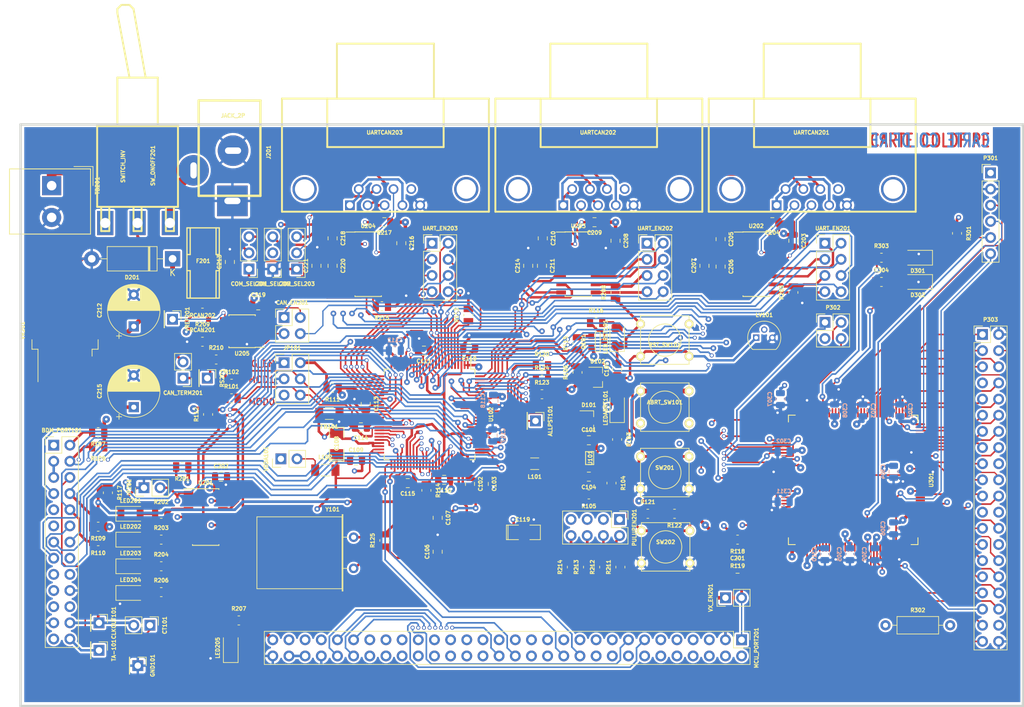
<source format=kicad_pcb>
(kicad_pcb (version 20190905) (host pcbnew "(5.99.0-125-g91c66a05a)")
  (title_block (title "Demo Kicad") (date "2015-10-09") (rev "2"))
  (layers (0 "Top_layer" signal) (1 "GND_layer" power) (2 "VDD_layer" power) (31 "Bottom_layer" signal) (34 "B.Paste" user) (35 "F.Paste" user) (36 "B.SilkS" user) (37 "F.SilkS" user) (38 "B.Mask" user) (39 "F.Mask" user) (44 "Edge.Cuts" user))
  (net 0 "")
  (net 1 "/ALLPST")
  (net 2 "/AN2")
  (net 3 "/AN3")
  (net 4 "/AN4")
  (net 5 "/AN6")
  (net 6 "/BKPT-")
  (net 7 "/CLKIN/EXTAL")
  (net 8 "/CLKMOD0")
  (net 9 "/CLKMOD1")
  (net 10 "/DDAT0")
  (net 11 "/DDAT1")
  (net 12 "/DDAT2")
  (net 13 "/DDAT3")
  (net 14 "/DSCLK")
  (net 15 "/DSI")
  (net 16 "/DSO")
  (net 17 "/DTIN1")
  (net 18 "/GPT1")
  (net 19 "/GPT3")
  (net 20 "/IRQ-5")
  (net 21 "/IRQ-6")
  (net 22 "/IRQ-7")
  (net 23 "/JTAG_EN")
  (net 24 "/PST0")
  (net 25 "/PST1")
  (net 26 "/PST2")
  (net 27 "/PST3")
  (net 28 "/QSPI_CS3")
  (net 29 "/TCLK")
  (net 30 "/VDDPLL")
  (net 31 "/inout_user/CAN_H")
  (net 32 "/inout_user/CAN_L")
  (net 33 "/inout_user/CTS0")
  (net 34 "/inout_user/CTS1")
  (net 35 "/inout_user/CTS2/CANH")
  (net 36 "/inout_user/RTS0")
  (net 37 "/inout_user/RTS1")
  (net 38 "/inout_user/RTS2")
  (net 39 "/inout_user/RXD0")
  (net 40 "/inout_user/RXD1")
  (net 41 "/inout_user/RXD2")
  (net 42 "/inout_user/RxD_CAN")
  (net 43 "/inout_user/TXD0")
  (net 44 "/inout_user/TXD1")
  (net 45 "/inout_user/TXD2/CANL")
  (net 46 "/inout_user/TxD_CAN")
  (net 47 "/xilinx/+3,3V_OUT")
  (net 48 "/xilinx/LED_TEST1")
  (net 49 "/xilinx/LED_TEST2")
  (net 50 "/xilinx/TCK")
  (net 51 "/xilinx/TDI")
  (net 52 "/xilinx/TDO")
  (net 53 "/xilinx/TMS")
  (net 54 "/xilinx/XIL_D0")
  (net 55 "/xilinx/XIL_D1")
  (net 56 "/xilinx/XIL_D10")
  (net 57 "/xilinx/XIL_D11")
  (net 58 "/xilinx/XIL_D12")
  (net 59 "/xilinx/XIL_D13")
  (net 60 "/xilinx/XIL_D14")
  (net 61 "/xilinx/XIL_D15")
  (net 62 "/xilinx/XIL_D16")
  (net 63 "/xilinx/XIL_D17")
  (net 64 "/xilinx/XIL_D18")
  (net 65 "/xilinx/XIL_D19")
  (net 66 "/xilinx/XIL_D2")
  (net 67 "/xilinx/XIL_D20")
  (net 68 "/xilinx/XIL_D21")
  (net 69 "/xilinx/XIL_D22")
  (net 70 "/xilinx/XIL_D23")
  (net 71 "/xilinx/XIL_D24")
  (net 72 "/xilinx/XIL_D25")
  (net 73 "/xilinx/XIL_D26")
  (net 74 "/xilinx/XIL_D27")
  (net 75 "/xilinx/XIL_D28")
  (net 76 "/xilinx/XIL_D29")
  (net 77 "/xilinx/XIL_D3")
  (net 78 "/xilinx/XIL_D30")
  (net 79 "/xilinx/XIL_D31")
  (net 80 "/xilinx/XIL_D32")
  (net 81 "/xilinx/XIL_D33")
  (net 82 "/xilinx/XIL_D34")
  (net 83 "/xilinx/XIL_D35")
  (net 84 "/xilinx/XIL_D36")
  (net 85 "/xilinx/XIL_D4")
  (net 86 "/xilinx/XIL_D5")
  (net 87 "/xilinx/XIL_D6")
  (net 88 "/xilinx/XIL_D7")
  (net 89 "/xilinx/XIL_D8")
  (net 90 "/xilinx/XIL_D9")
  (net 91 "GND")
  (net 92 "GNDA")
  (net 93 "/AN0")
  (net 94 "/AN1")
  (net 95 "/QSPI_CS0")
  (net 96 "/AN5")
  (net 97 "/AN7")
  (net 98 "/IRQ-4")
  (net 99 "/DTIN0")
  (net 100 "/DTIN2")
  (net 101 "/DTIN3")
  (net 102 "/GPT0")
  (net 103 "/GPT2")
  (net 104 "+3.3V")
  (net 105 "/VCCA")
  (net 106 "/IRQ-1")
  (net 107 "/IRQ-2")
  (net 108 "/IRQ-3")
  (net 109 "/XTAL")
  (net 110 "/RCON-")
  (net 111 "/RSTO-")
  (net 112 "/RSTI-")
  (net 113 "/QSPI_CS1")
  (net 114 "/URTS1")
  (net 115 "/UCTS1")
  (net 116 "/QSPI_CLK")
  (net 117 "/DSPI_DOUT")
  (net 118 "/QSPI_DIN")
  (net 119 "/QSPI_CS2")
  (net 120 "/URXD1")
  (net 121 "/UTXD1")
  (net 122 "/PWM7")
  (net 123 "/PWM5")
  (net 124 "/PWM1")
  (net 125 "/PWM3")
  (net 126 "/URTS2")
  (net 127 "/UTXD2")
  (net 128 "/URXD2")
  (net 129 "/UCTS2")
  (net 130 "/CANRX")
  (net 131 "/CANTX")
  (net 132 "/URTS0")
  (net 133 "/UTXD0")
  (net 134 "/URXD0")
  (net 135 "/UCTS0")
  (net 136 "Net-(ABRT_SW101-Pad1)")
  (net 137 "Net-(BDM_PORT101-Pad26)")
  (net 138 "Net-(BDM_PORT101-Pad6)")
  (net 139 "Net-(C104-Pad1)")
  (net 140 "Net-(C105-Pad1)")
  (net 141 "Net-(C201-Pad2)")
  (net 142 "Net-(C204-Pad2)")
  (net 143 "Net-(C205-Pad2)")
  (net 144 "Net-(C205-Pad1)")
  (net 145 "Net-(C206-Pad2)")
  (net 146 "Net-(C206-Pad1)")
  (net 147 "Net-(C207-Pad1)")
  (net 148 "Net-(C209-Pad2)")
  (net 149 "Net-(C210-Pad2)")
  (net 150 "Net-(C210-Pad1)")
  (net 151 "Net-(C211-Pad2)")
  (net 152 "Net-(C211-Pad1)")
  (net 153 "Net-(C212-Pad1)")
  (net 154 "Net-(C214-Pad1)")
  (net 155 "Net-(C217-Pad2)")
  (net 156 "Net-(C218-Pad2)")
  (net 157 "Net-(C218-Pad1)")
  (net 158 "Net-(C220-Pad2)")
  (net 159 "Net-(C220-Pad1)")
  (net 160 "Net-(C221-Pad1)")
  (net 161 "Net-(CAN_TERM201-Pad2)")
  (net 162 "Net-(COM_SEL201-Pad3)")
  (net 163 "Net-(COM_SEL202-Pad3)")
  (net 164 "Net-(COM_SEL203-Pad3)")
  (net 165 "Net-(D101-Pad1)")
  (net 166 "Net-(D301-Pad2)")
  (net 167 "Net-(D302-Pad2)")
  (net 168 "Net-(F201-Pad1)")
  (net 169 "Net-(J201-Pad3)")
  (net 170 "Net-(L102-Pad1)")
  (net 171 "Net-(LED201-Pad2)")
  (net 172 "Net-(LED202-Pad2)")
  (net 173 "Net-(LED203-Pad2)")
  (net 174 "Net-(LED204-Pad2)")
  (net 175 "Net-(LED205-Pad2)")
  (net 176 "Net-(LEDABRT101-Pad1)")
  (net 177 "Net-(P302-Pad4)")
  (net 178 "Net-(P302-Pad2)")
  (net 179 "Net-(PULUPEN201-Pad8)")
  (net 180 "Net-(PULUPEN201-Pad6)")
  (net 181 "Net-(PULUPEN201-Pad4)")
  (net 182 "Net-(PULUPEN201-Pad2)")
  (net 183 "Net-(Q101-Pad3)")
  (net 184 "Net-(Q101-Pad2)")
  (net 185 "Net-(R113-Pad1)")
  (net 186 "Net-(R114-Pad1)")
  (net 187 "Net-(R202-Pad2)")
  (net 188 "Net-(R203-Pad2)")
  (net 189 "Net-(R204-Pad2)")
  (net 190 "Net-(R205-Pad2)")
  (net 191 "Net-(R206-Pad2)")
  (net 192 "Net-(R208-Pad2)")
  (net 193 "Net-(R210-Pad1)")
  (net 194 "Net-(R215-Pad2)")
  (net 195 "Net-(U202-Pad12)")
  (net 196 "Net-(U202-Pad11)")
  (net 197 "Net-(U202-Pad9)")
  (net 198 "Net-(U203-Pad12)")
  (net 199 "Net-(U203-Pad11)")
  (net 200 "Net-(U203-Pad9)")
  (net 201 "Net-(U204-Pad12)")
  (net 202 "Net-(U204-Pad10)")
  (net 203 "Net-(U204-Pad9)")
  (net 204 "Net-(U205-Pad5)")
  (net 205 "Net-(UARTCAN201-Pad1)")
  (net 206 "Net-(UARTCAN202-Pad1)")
  (net 207 "Net-(UARTCAN203-Pad1)")
  (net 208 "Net-(JP201-Pad2)")
  (net 209 "Net-(LED_RST101-Pad2)")
  (module "Resistor_SMD:R_0805_2012Metric" (layer "Top_layer") (at 218.25 73 270)
    (fp_text reference "R301" (at 0 -1.85 270) (layer "F.SilkS") (effects (font (size 0.6 0.6))))
    (fp_text value "4K7")
    (pad "2" smd rect (at 0.955 0 270) (size 0.97 1.5) (layers "Top_layer" "F.Paste" "F.Mask") (net 50 "/xilinx/TCK"))
    (pad "1" smd rect (at -0.955 0 270) (size 0.97 1.5) (layers "Top_layer" "F.Paste" "F.Mask") (net 104 "+3.3V"))
  )
  (module "Connector_PinHeader_2.54mm:PinHeader_2x02_P2.54mm_Vertical" (layer "Top_layer") (at 197.5 87)
    (fp_text reference "P302" (at 1.27 -2.33) (layer "F.SilkS") (effects (font (size 0.6 0.6))))
    (fp_text value "CONN_2X2")
    (pad "4" thru_hole oval (at 2.54 2.54) (size 1.7 1.7) (drill 1) (layers *.Cu *.Mask) (net 177 "Net-(P302-Pad4)"))
    (pad "3" thru_hole oval (at 0 2.54) (size 1.7 1.7) (drill 1) (layers *.Cu *.Mask) (net 114 "/URTS1"))
    (pad "2" thru_hole oval (at 2.54 0) (size 1.7 1.7) (drill 1) (layers *.Cu *.Mask) (net 178 "Net-(P302-Pad2)"))
    (pad "1" thru_hole rect (at 0 0) (size 1.7 1.7) (drill 1) (layers *.Cu *.Mask) (net 115 "/UCTS1"))
  )
  (module "Capacitor_SMD:C_0805_2012Metric" (layer "Bottom_layer") (at 191.008 115.189)
    (fp_text reference "C311" (at 0 -1.65) (layer "B.SilkS") (effects (font (size 0.6 0.6)) (justify mirror)))
    (fp_text value "100nF")
    (pad "2" smd roundrect (at -0.9375 0) (size 0.975 1.4) (layers "Bottom_layer" "B.Paste" "B.Mask") (net 91 "GND"))
    (pad "1" smd roundrect (at 0.9375 0) (size 0.975 1.4) (layers "Bottom_layer" "B.Paste" "B.Mask") (net 104 "+3.3V"))
  )
  (module "Capacitor_SMD:C_0805_2012Metric" (layer "Bottom_layer") (at 197.485 123.444 90)
    (fp_text reference "C310" (at 0 -1.65 90) (layer "B.SilkS") (effects (font (size 0.6 0.6)) (justify mirror)))
    (fp_text value "100nF")
    (pad "2" smd roundrect (at -0.9375 0 90) (size 0.975 1.4) (layers "Bottom_layer" "B.Paste" "B.Mask") (net 91 "GND"))
    (pad "1" smd roundrect (at 0.9375 0 90) (size 0.975 1.4) (layers "Bottom_layer" "B.Paste" "B.Mask") (net 104 "+3.3V"))
  )
  (module "Capacitor_SMD:C_0805_2012Metric" (layer "Bottom_layer") (at 205.359 123.444 90)
    (fp_text reference "C309" (at 0 -1.65 90) (layer "B.SilkS") (effects (font (size 0.6 0.6)) (justify mirror)))
    (fp_text value "100nF")
    (pad "2" smd roundrect (at -0.9375 0 90) (size 0.975 1.4) (layers "Bottom_layer" "B.Paste" "B.Mask") (net 91 "GND"))
    (pad "1" smd roundrect (at 0.9375 0 90) (size 0.975 1.4) (layers "Bottom_layer" "B.Paste" "B.Mask") (net 104 "+3.3V"))
  )
  (module "Capacitor_SMD:C_0805_2012Metric" (layer "Bottom_layer") (at 199.009 100.838 270)
    (fp_text reference "C308" (at 0 -1.65 90) (layer "B.SilkS") (effects (font (size 0.6 0.6)) (justify mirror)))
    (fp_text value "100nF")
    (pad "2" smd roundrect (at -0.9375 0 270) (size 0.975 1.4) (layers "Bottom_layer" "B.Paste" "B.Mask") (net 91 "GND"))
    (pad "1" smd roundrect (at 0.9375 0 270) (size 0.975 1.4) (layers "Bottom_layer" "B.Paste" "B.Mask") (net 104 "+3.3V"))
  )
  (module "Capacitor_SMD:C_0805_2012Metric" (layer "Bottom_layer") (at 190.5 99.06 90)
    (fp_text reference "C307" (at 0 -1.65 90) (layer "B.SilkS") (effects (font (size 0.6 0.6)) (justify mirror)))
    (fp_text value "100nF")
    (pad "2" smd roundrect (at -0.9375 0 90) (size 0.975 1.4) (layers "Bottom_layer" "B.Paste" "B.Mask") (net 91 "GND"))
    (pad "1" smd roundrect (at 0.9375 0 90) (size 0.975 1.4) (layers "Bottom_layer" "B.Paste" "B.Mask") (net 104 "+3.3V"))
  )
  (module "Capacitor_SMD:C_0805_2012Metric" (layer "Bottom_layer") (at 208.28 119.38 90)
    (fp_text reference "C306" (at 0 -1.65 90) (layer "B.SilkS") (effects (font (size 0.6 0.6)) (justify mirror)))
    (fp_text value "100nF")
    (pad "2" smd roundrect (at -0.9375 0 90) (size 0.975 1.4) (layers "Bottom_layer" "B.Paste" "B.Mask") (net 91 "GND"))
    (pad "1" smd roundrect (at 0.9375 0 90) (size 0.975 1.4) (layers "Bottom_layer" "B.Paste" "B.Mask") (net 104 "+3.3V"))
  )
  (module "Capacitor_SMD:C_0805_2012Metric" (layer "Bottom_layer") (at 201.422 123.444 90)
    (fp_text reference "C305" (at 0 -1.65 90) (layer "B.SilkS") (effects (font (size 0.6 0.6)) (justify mirror)))
    (fp_text value "100nF")
    (pad "2" smd roundrect (at -0.9375 0 90) (size 0.975 1.4) (layers "Bottom_layer" "B.Paste" "B.Mask") (net 91 "GND"))
    (pad "1" smd roundrect (at 0.9375 0 90) (size 0.975 1.4) (layers "Bottom_layer" "B.Paste" "B.Mask") (net 104 "+3.3V"))
  )
  (module "Capacitor_SMD:C_0805_2012Metric" (layer "Bottom_layer") (at 208.28 110.49 90)
    (fp_text reference "C304" (at 0 -1.65 90) (layer "B.SilkS") (effects (font (size 0.6 0.6)) (justify mirror)))
    (fp_text value "100nF")
    (pad "2" smd roundrect (at -0.9375 0 90) (size 0.975 1.4) (layers "Bottom_layer" "B.Paste" "B.Mask") (net 91 "GND"))
    (pad "1" smd roundrect (at 0.9375 0 90) (size 0.975 1.4) (layers "Bottom_layer" "B.Paste" "B.Mask") (net 104 "+3.3V"))
  )
  (module "Capacitor_SMD:C_0805_2012Metric" (layer "Bottom_layer") (at 203.454 100.838 270)
    (fp_text reference "C303" (at 0 -1.65 90) (layer "B.SilkS") (effects (font (size 0.6 0.6)) (justify mirror)))
    (fp_text value "100nF")
    (pad "2" smd roundrect (at -0.9375 0 270) (size 0.975 1.4) (layers "Bottom_layer" "B.Paste" "B.Mask") (net 91 "GND"))
    (pad "1" smd roundrect (at 0.9375 0 270) (size 0.975 1.4) (layers "Bottom_layer" "B.Paste" "B.Mask") (net 104 "+3.3V"))
  )
  (module "Capacitor_SMD:C_0805_2012Metric" (layer "Bottom_layer") (at 191.008 107.315)
    (fp_text reference "C302" (at 0 -1.65) (layer "B.SilkS") (effects (font (size 0.6 0.6)) (justify mirror)))
    (fp_text value "100nF")
    (pad "2" smd roundrect (at -0.9375 0) (size 0.975 1.4) (layers "Bottom_layer" "B.Paste" "B.Mask") (net 91 "GND"))
    (pad "1" smd roundrect (at 0.9375 0) (size 0.975 1.4) (layers "Bottom_layer" "B.Paste" "B.Mask") (net 104 "+3.3V"))
  )
  (module "Capacitor_SMD:C_0805_2012Metric" (layer "Bottom_layer") (at 209.296 100.838 270)
    (fp_text reference "C301" (at 0 -1.65 90) (layer "B.SilkS") (effects (font (size 0.6 0.6)) (justify mirror)))
    (fp_text value "100nF")
    (pad "2" smd roundrect (at -0.9375 0 270) (size 0.975 1.4) (layers "Bottom_layer" "B.Paste" "B.Mask") (net 91 "GND"))
    (pad "1" smd roundrect (at 0.9375 0 270) (size 0.975 1.4) (layers "Bottom_layer" "B.Paste" "B.Mask") (net 104 "+3.3V"))
  )
  (module "Capacitor_SMD:C_0805_2012Metric" (layer "Top_layer") (at 117.602 78.105 90)
    (fp_text reference "C221" (at 0 -1.65 90) (layer "F.SilkS") (effects (font (size 0.6 0.6))))
    (fp_text value "100nF")
    (pad "2" smd roundrect (at 0.9375 0 90) (size 0.975 1.4) (layers "Top_layer" "F.Paste" "F.Mask") (net 91 "GND"))
    (pad "1" smd roundrect (at -0.9375 0 90) (size 0.975 1.4) (layers "Top_layer" "F.Paste" "F.Mask") (net 160 "Net-(C221-Pad1)"))
  )
  (module "Capacitor_SMD:C_0805_2012Metric" (layer "Top_layer") (at 120.142 78.105 270)
    (fp_text reference "C220" (at 0 -1.65 90) (layer "F.SilkS") (effects (font (size 0.6 0.6))))
    (fp_text value "100nF")
    (pad "2" smd roundrect (at 0.9375 0 270) (size 0.975 1.4) (layers "Top_layer" "F.Paste" "F.Mask") (net 158 "Net-(C220-Pad2)"))
    (pad "1" smd roundrect (at -0.9375 0 270) (size 0.975 1.4) (layers "Top_layer" "F.Paste" "F.Mask") (net 159 "Net-(C220-Pad1)"))
  )
  (module "Capacitor_SMD:C_0805_2012Metric" (layer "Top_layer") (at 108.458 84.328)
    (fp_text reference "C219" (at 0 -1.65) (layer "F.SilkS") (effects (font (size 0.6 0.6))))
    (fp_text value "100nF")
    (pad "2" smd roundrect (at 0.9375 0) (size 0.975 1.4) (layers "Top_layer" "F.Paste" "F.Mask") (net 91 "GND"))
    (pad "1" smd roundrect (at -0.9375 0) (size 0.975 1.4) (layers "Top_layer" "F.Paste" "F.Mask") (net 104 "+3.3V"))
  )
  (module "Capacitor_SMD:C_0805_2012Metric" (layer "Top_layer") (at 120.142 73.787 270)
    (fp_text reference "C218" (at 0 -1.65 90) (layer "F.SilkS") (effects (font (size 0.6 0.6))))
    (fp_text value "100nF")
    (pad "2" smd roundrect (at 0.9375 0 270) (size 0.975 1.4) (layers "Top_layer" "F.Paste" "F.Mask") (net 156 "Net-(C218-Pad2)"))
    (pad "1" smd roundrect (at -0.9375 0 270) (size 0.975 1.4) (layers "Top_layer" "F.Paste" "F.Mask") (net 157 "Net-(C218-Pad1)"))
  )
  (module "Capacitor_SMD:C_0805_2012Metric" (layer "Top_layer") (at 128.27 71.247 180)
    (fp_text reference "C217" (at 0 -1.65) (layer "F.SilkS") (effects (font (size 0.6 0.6))))
    (fp_text value "100nF")
    (pad "2" smd roundrect (at 0.9375 0 180) (size 0.975 1.4) (layers "Top_layer" "F.Paste" "F.Mask") (net 155 "Net-(C217-Pad2)"))
    (pad "1" smd roundrect (at -0.9375 0 180) (size 0.975 1.4) (layers "Top_layer" "F.Paste" "F.Mask") (net 104 "+3.3V"))
  )
  (module "Capacitor_SMD:C_0805_2012Metric" (layer "Top_layer") (at 130.937 74.549 270)
    (fp_text reference "C216" (at 0 -1.65 90) (layer "F.SilkS") (effects (font (size 0.6 0.6))))
    (fp_text value "100nF")
    (pad "2" smd roundrect (at 0.9375 0 270) (size 0.975 1.4) (layers "Top_layer" "F.Paste" "F.Mask") (net 91 "GND"))
    (pad "1" smd roundrect (at -0.9375 0 270) (size 0.975 1.4) (layers "Top_layer" "F.Paste" "F.Mask") (net 104 "+3.3V"))
  )
  (module "Capacitor_SMD:C_0805_2012Metric" (layer "Top_layer") (at 150.876 78.105 90)
    (fp_text reference "C214" (at 0 -1.65 90) (layer "F.SilkS") (effects (font (size 0.6 0.6))))
    (fp_text value "100nF")
    (pad "2" smd roundrect (at 0.9375 0 90) (size 0.975 1.4) (layers "Top_layer" "F.Paste" "F.Mask") (net 91 "GND"))
    (pad "1" smd roundrect (at -0.9375 0 90) (size 0.975 1.4) (layers "Top_layer" "F.Paste" "F.Mask") (net 154 "Net-(C214-Pad1)"))
  )
  (module "Capacitor_SMD:C_0805_2012Metric" (layer "Top_layer") (at 104 77.5 90)
    (fp_text reference "C213" (at 0 -1.65 90) (layer "F.SilkS") (effects (font (size 0.6 0.6))))
    (fp_text value "100nF")
    (pad "2" smd roundrect (at 0.9375 0 90) (size 0.975 1.4) (layers "Top_layer" "F.Paste" "F.Mask") (net 91 "GND"))
    (pad "1" smd roundrect (at -0.9375 0 90) (size 0.975 1.4) (layers "Top_layer" "F.Paste" "F.Mask") (net 153 "Net-(C212-Pad1)"))
  )
  (module "Capacitor_SMD:C_0805_2012Metric" (layer "Top_layer") (at 153.035 78.105 270)
    (fp_text reference "C211" (at 0 -1.65 90) (layer "F.SilkS") (effects (font (size 0.6 0.6))))
    (fp_text value "100nF")
    (pad "2" smd roundrect (at 0.9375 0 270) (size 0.975 1.4) (layers "Top_layer" "F.Paste" "F.Mask") (net 151 "Net-(C211-Pad2)"))
    (pad "1" smd roundrect (at -0.9375 0 270) (size 0.975 1.4) (layers "Top_layer" "F.Paste" "F.Mask") (net 152 "Net-(C211-Pad1)"))
  )
  (module "Capacitor_SMD:C_0805_2012Metric" (layer "Top_layer") (at 153.162 73.787 270)
    (fp_text reference "C210" (at 0 -1.65 90) (layer "F.SilkS") (effects (font (size 0.6 0.6))))
    (fp_text value "100nF")
    (pad "2" smd roundrect (at 0.9375 0 270) (size 0.975 1.4) (layers "Top_layer" "F.Paste" "F.Mask") (net 149 "Net-(C210-Pad2)"))
    (pad "1" smd roundrect (at -0.9375 0 270) (size 0.975 1.4) (layers "Top_layer" "F.Paste" "F.Mask") (net 150 "Net-(C210-Pad1)"))
  )
  (module "Capacitor_SMD:C_0805_2012Metric" (layer "Top_layer") (at 161.29 71.247 180)
    (fp_text reference "C209" (at 0 -1.65) (layer "F.SilkS") (effects (font (size 0.6 0.6))))
    (fp_text value "100nF")
    (pad "2" smd roundrect (at 0.9375 0 180) (size 0.975 1.4) (layers "Top_layer" "F.Paste" "F.Mask") (net 148 "Net-(C209-Pad2)"))
    (pad "1" smd roundrect (at -0.9375 0 180) (size 0.975 1.4) (layers "Top_layer" "F.Paste" "F.Mask") (net 104 "+3.3V"))
  )
  (module "Capacitor_SMD:C_0805_2012Metric" (layer "Top_layer") (at 164.592 74.168 270)
    (fp_text reference "C208" (at 0 -1.65 90) (layer "F.SilkS") (effects (font (size 0.6 0.6))))
    (fp_text value "100nF")
    (pad "2" smd roundrect (at 0.9375 0 270) (size 0.975 1.4) (layers "Top_layer" "F.Paste" "F.Mask") (net 91 "GND"))
    (pad "1" smd roundrect (at -0.9375 0 270) (size 0.975 1.4) (layers "Top_layer" "F.Paste" "F.Mask") (net 104 "+3.3V"))
  )
  (module "Capacitor_SMD:C_0805_2012Metric" (layer "Top_layer") (at 178.562 78.105 90)
    (fp_text reference "C207" (at 0 -1.65 90) (layer "F.SilkS") (effects (font (size 0.6 0.6))))
    (fp_text value "100nF")
    (pad "2" smd roundrect (at 0.9375 0 90) (size 0.975 1.4) (layers "Top_layer" "F.Paste" "F.Mask") (net 91 "GND"))
    (pad "1" smd roundrect (at -0.9375 0 90) (size 0.975 1.4) (layers "Top_layer" "F.Paste" "F.Mask") (net 147 "Net-(C207-Pad1)"))
  )
  (module "Capacitor_SMD:C_0805_2012Metric" (layer "Top_layer") (at 181.102 78.232 270)
    (fp_text reference "C206" (at 0 -1.65 90) (layer "F.SilkS") (effects (font (size 0.6 0.6))))
    (fp_text value "100nF")
    (pad "2" smd roundrect (at 0.9375 0 270) (size 0.975 1.4) (layers "Top_layer" "F.Paste" "F.Mask") (net 145 "Net-(C206-Pad2)"))
    (pad "1" smd roundrect (at -0.9375 0 270) (size 0.975 1.4) (layers "Top_layer" "F.Paste" "F.Mask") (net 146 "Net-(C206-Pad1)"))
  )
  (module "Capacitor_SMD:C_0805_2012Metric" (layer "Top_layer") (at 181.102 73.914 270)
    (fp_text reference "C205" (at 0 -1.65 90) (layer "F.SilkS") (effects (font (size 0.6 0.6))))
    (fp_text value "100nF")
    (pad "2" smd roundrect (at 0.9375 0 270) (size 0.975 1.4) (layers "Top_layer" "F.Paste" "F.Mask") (net 143 "Net-(C205-Pad2)"))
    (pad "1" smd roundrect (at -0.9375 0 270) (size 0.975 1.4) (layers "Top_layer" "F.Paste" "F.Mask") (net 144 "Net-(C205-Pad1)"))
  )
  (module "Capacitor_SMD:C_0805_2012Metric" (layer "Top_layer") (at 189.23 71.247 180)
    (fp_text reference "C204" (at 0 -1.65) (layer "F.SilkS") (effects (font (size 0.6 0.6))))
    (fp_text value "100nF")
    (pad "2" smd roundrect (at 0.9375 0 180) (size 0.975 1.4) (layers "Top_layer" "F.Paste" "F.Mask") (net 142 "Net-(C204-Pad2)"))
    (pad "1" smd roundrect (at -0.9375 0 180) (size 0.975 1.4) (layers "Top_layer" "F.Paste" "F.Mask") (net 104 "+3.3V"))
  )
  (module "Capacitor_SMD:C_0805_2012Metric" (layer "Top_layer") (at 192.532 74.168 270)
    (fp_text reference "C203" (at 0 -1.65 90) (layer "F.SilkS") (effects (font (size 0.6 0.6))))
    (fp_text value "100nF")
    (pad "2" smd roundrect (at 0.9375 0 270) (size 0.975 1.4) (layers "Top_layer" "F.Paste" "F.Mask") (net 91 "GND"))
    (pad "1" smd roundrect (at -0.9375 0 270) (size 0.975 1.4) (layers "Top_layer" "F.Paste" "F.Mask") (net 104 "+3.3V"))
  )
  (module "Capacitor_SMD:C_0805_2012Metric" (layer "Top_layer") (at 102.616 111.252)
    (fp_text reference "C202" (at 0 -1.65) (layer "F.SilkS") (effects (font (size 0.6 0.6))))
    (fp_text value "100nF")
    (pad "2" smd roundrect (at 0.9375 0) (size 0.975 1.4) (layers "Top_layer" "F.Paste" "F.Mask") (net 91 "GND"))
    (pad "1" smd roundrect (at -0.9375 0) (size 0.975 1.4) (layers "Top_layer" "F.Paste" "F.Mask") (net 104 "+3.3V"))
  )
  (module "Capacitor_SMD:C_0805_2012Metric" (layer "Top_layer") (at 183.769 125.73)
    (fp_text reference "C201" (at 0 -1.65) (layer "F.SilkS") (effects (font (size 0.6 0.6))))
    (fp_text value "100nF")
    (pad "2" smd roundrect (at 0.9375 0) (size 0.975 1.4) (layers "Top_layer" "F.Paste" "F.Mask") (net 141 "Net-(C201-Pad2)"))
    (pad "1" smd roundrect (at -0.9375 0) (size 0.975 1.4) (layers "Top_layer" "F.Paste" "F.Mask") (net 91 "GND"))
  )
  (module "Capacitor_SMD:C_0805_2012Metric" (layer "Bottom_layer") (at 145.415 99.314 90)
    (fp_text reference "C118" (at 0 -1.65 90) (layer "B.SilkS") (effects (font (size 0.6 0.6)) (justify mirror)))
    (fp_text value "100nF")
    (pad "2" smd roundrect (at -0.9375 0 90) (size 0.975 1.4) (layers "Bottom_layer" "B.Paste" "B.Mask") (net 91 "GND"))
    (pad "1" smd roundrect (at 0.9375 0 90) (size 0.975 1.4) (layers "Bottom_layer" "B.Paste" "B.Mask") (net 104 "+3.3V"))
  )
  (module "Capacitor_SMD:C_0805_2012Metric" (layer "Bottom_layer") (at 145.288 104.775 270)
    (fp_text reference "C117" (at 0 -1.65 90) (layer "B.SilkS") (effects (font (size 0.6 0.6)) (justify mirror)))
    (fp_text value "100nF")
    (pad "2" smd roundrect (at -0.9375 0 270) (size 0.975 1.4) (layers "Bottom_layer" "B.Paste" "B.Mask") (net 91 "GND"))
    (pad "1" smd roundrect (at 0.9375 0 270) (size 0.975 1.4) (layers "Bottom_layer" "B.Paste" "B.Mask") (net 104 "+3.3V"))
  )
  (module "Capacitor_SMD:C_0805_2012Metric" (layer "Top_layer") (at 137.668 111.76 180)
    (fp_text reference "C116" (at 0 -1.65) (layer "F.SilkS") (effects (font (size 0.6 0.6))))
    (fp_text value "100nF")
    (pad "2" smd roundrect (at 0.9375 0 180) (size 0.975 1.4) (layers "Top_layer" "F.Paste" "F.Mask") (net 91 "GND"))
    (pad "1" smd roundrect (at -0.9375 0 180) (size 0.975 1.4) (layers "Top_layer" "F.Paste" "F.Mask") (net 104 "+3.3V"))
  )
  (module "Capacitor_SMD:C_0805_2012Metric" (layer "Top_layer") (at 131.953 112.268 180)
    (fp_text reference "C115" (at 0 -1.65) (layer "F.SilkS") (effects (font (size 0.6 0.6))))
    (fp_text value "100nF")
    (pad "2" smd roundrect (at 0.9375 0 180) (size 0.975 1.4) (layers "Top_layer" "F.Paste" "F.Mask") (net 91 "GND"))
    (pad "1" smd roundrect (at -0.9375 0 180) (size 0.975 1.4) (layers "Top_layer" "F.Paste" "F.Mask") (net 104 "+3.3V"))
  )
  (module "Capacitor_SMD:C_0805_2012Metric" (layer "Top_layer") (at 124.587 103.505 180)
    (fp_text reference "C114" (at 0 -1.65) (layer "F.SilkS") (effects (font (size 0.6 0.6))))
    (fp_text value "100nF")
    (pad "2" smd roundrect (at 0.9375 0 180) (size 0.975 1.4) (layers "Top_layer" "F.Paste" "F.Mask") (net 91 "GND"))
    (pad "1" smd roundrect (at -0.9375 0 180) (size 0.975 1.4) (layers "Top_layer" "F.Paste" "F.Mask") (net 104 "+3.3V"))
  )
  (module "Capacitor_SMD:C_0805_2012Metric" (layer "Top_layer") (at 125.349 99.822 270)
    (fp_text reference "C113" (at 0 -1.65 90) (layer "F.SilkS") (effects (font (size 0.6 0.6))))
    (fp_text value "100nF")
    (pad "2" smd roundrect (at 0.9375 0 270) (size 0.975 1.4) (layers "Top_layer" "F.Paste" "F.Mask") (net 91 "GND"))
    (pad "1" smd roundrect (at -0.9375 0 270) (size 0.975 1.4) (layers "Top_layer" "F.Paste" "F.Mask") (net 104 "+3.3V"))
  )
  (module "Capacitor_SMD:C_0805_2012Metric" (layer "Bottom_layer") (at 129.921 91.44)
    (fp_text reference "C112" (at 0 -1.65) (layer "B.SilkS") (effects (font (size 0.6 0.6)) (justify mirror)))
    (fp_text value "100nF")
    (pad "2" smd roundrect (at -0.9375 0) (size 0.975 1.4) (layers "Bottom_layer" "B.Paste" "B.Mask") (net 91 "GND"))
    (pad "1" smd roundrect (at 0.9375 0) (size 0.975 1.4) (layers "Bottom_layer" "B.Paste" "B.Mask") (net 104 "+3.3V"))
  )
  (module "Capacitor_SMD:C_0805_2012Metric" (layer "Top_layer") (at 134.493 91.44 180)
    (fp_text reference "C111" (at 0 -1.65) (layer "F.SilkS") (effects (font (size 0.6 0.6))))
    (fp_text value "100nF")
    (pad "2" smd roundrect (at 0.9375 0 180) (size 0.975 1.4) (layers "Top_layer" "F.Paste" "F.Mask") (net 91 "GND"))
    (pad "1" smd roundrect (at -0.9375 0 180) (size 0.975 1.4) (layers "Top_layer" "F.Paste" "F.Mask") (net 104 "+3.3V"))
  )
  (module "Capacitor_SMD:C_0805_2012Metric" (layer "Top_layer") (at 141.605 91.059 180)
    (fp_text reference "C110" (at 0 -1.65) (layer "F.SilkS") (effects (font (size 0.6 0.6))))
    (fp_text value "100nF")
    (pad "2" smd roundrect (at 0.9375 0 180) (size 0.975 1.4) (layers "Top_layer" "F.Paste" "F.Mask") (net 91 "GND"))
    (pad "1" smd roundrect (at -0.9375 0 180) (size 0.975 1.4) (layers "Top_layer" "F.Paste" "F.Mask") (net 104 "+3.3V"))
  )
  (module "Capacitor_SMD:C_0805_2012Metric" (layer "Top_layer") (at 123.825 108.712)
    (fp_text reference "C109" (at 0 -1.65) (layer "F.SilkS") (effects (font (size 0.6 0.6))))
    (fp_text value "100nF")
    (pad "2" smd roundrect (at 0.9375 0) (size 0.975 1.4) (layers "Top_layer" "F.Paste" "F.Mask") (net 92 "GNDA"))
    (pad "1" smd roundrect (at -0.9375 0) (size 0.975 1.4) (layers "Top_layer" "F.Paste" "F.Mask") (net 105 "/VCCA"))
  )
  (module "Capacitor_SMD:C_0805_2012Metric" (layer "Top_layer") (at 136.652 117.729 270)
    (fp_text reference "C107" (at 0 -1.65 90) (layer "F.SilkS") (effects (font (size 0.6 0.6))))
    (fp_text value "10pF")
    (pad "2" smd roundrect (at 0.9375 0 270) (size 0.975 1.4) (layers "Top_layer" "F.Paste" "F.Mask") (net 91 "GND"))
    (pad "1" smd roundrect (at -0.9375 0 270) (size 0.975 1.4) (layers "Top_layer" "F.Paste" "F.Mask") (net 7 "/CLKIN/EXTAL"))
  )
  (module "Capacitor_SMD:C_0805_2012Metric" (layer "Top_layer") (at 136.652 123.063 90)
    (fp_text reference "C106" (at 0 -1.65 90) (layer "F.SilkS") (effects (font (size 0.6 0.6))))
    (fp_text value "10pF")
    (pad "2" smd roundrect (at 0.9375 0 90) (size 0.975 1.4) (layers "Top_layer" "F.Paste" "F.Mask") (net 91 "GND"))
    (pad "1" smd roundrect (at -0.9375 0 90) (size 0.975 1.4) (layers "Top_layer" "F.Paste" "F.Mask") (net 109 "/XTAL"))
  )
  (module "Capacitor_SMD:C_0805_2012Metric" (layer "Top_layer") (at 164.846 94.361 90)
    (fp_text reference "C105" (at 0 -1.65 90) (layer "F.SilkS") (effects (font (size 0.6 0.6))))
    (fp_text value "1nF")
    (pad "2" smd roundrect (at 0.9375 0 90) (size 0.975 1.4) (layers "Top_layer" "F.Paste" "F.Mask") (net 91 "GND"))
    (pad "1" smd roundrect (at -0.9375 0 90) (size 0.975 1.4) (layers "Top_layer" "F.Paste" "F.Mask") (net 140 "Net-(C105-Pad1)"))
  )
  (module "Capacitor_SMD:C_0805_2012Metric" (layer "Top_layer") (at 160.401 111.252 180)
    (fp_text reference "C104" (at 0 -1.65) (layer "F.SilkS") (effects (font (size 0.6 0.6))))
    (fp_text value "100nF")
    (pad "2" smd roundrect (at 0.9375 0 180) (size 0.975 1.4) (layers "Top_layer" "F.Paste" "F.Mask") (net 91 "GND"))
    (pad "1" smd roundrect (at -0.9375 0 180) (size 0.975 1.4) (layers "Top_layer" "F.Paste" "F.Mask") (net 139 "Net-(C104-Pad1)"))
  )
  (module "Capacitor_SMD:C_0805_2012Metric" (layer "Top_layer") (at 143.891 112.395 270)
    (fp_text reference "C103" (at 0 -1.65 90) (layer "F.SilkS") (effects (font (size 0.6 0.6))))
    (fp_text value "100nF")
    (pad "2" smd roundrect (at 0.9375 0 270) (size 0.975 1.4) (layers "Top_layer" "F.Paste" "F.Mask") (net 91 "GND"))
    (pad "1" smd roundrect (at -0.9375 0 270) (size 0.975 1.4) (layers "Top_layer" "F.Paste" "F.Mask") (net 30 "/VDDPLL"))
  )
  (module "Capacitor_SMD:C_0805_2012Metric" (layer "Top_layer") (at 141.732 112.395 270)
    (fp_text reference "C102" (at 0 -1.65 90) (layer "F.SilkS") (effects (font (size 0.6 0.6))))
    (fp_text value "1nF")
    (pad "2" smd roundrect (at 0.9375 0 270) (size 0.975 1.4) (layers "Top_layer" "F.Paste" "F.Mask") (net 91 "GND"))
    (pad "1" smd roundrect (at -0.9375 0 270) (size 0.975 1.4) (layers "Top_layer" "F.Paste" "F.Mask") (net 30 "/VDDPLL"))
  )
  (module "Capacitor_SMD:C_0805_2012Metric" (layer "Top_layer") (at 160.401 105.537)
    (fp_text reference "C101" (at 0 -1.65) (layer "F.SilkS") (effects (font (size 0.6 0.6))))
    (fp_text value "100nF")
    (pad "2" smd roundrect (at 0.9375 0) (size 0.975 1.4) (layers "Top_layer" "F.Paste" "F.Mask") (net 104 "+3.3V"))
    (pad "1" smd roundrect (at -0.9375 0) (size 0.975 1.4) (layers "Top_layer" "F.Paste" "F.Mask") (net 91 "GND"))
  )
  (module "kit-dev-coldfire:SM1206POL" (layer "Top_layer") (at 150.241 120.015)
    (fp_text reference "C119" (at -0.241 -2.015) (layer "F.SilkS") (effects (font (size 0.6 0.6))))
    (fp_text value "100uF" hide)
    (pad "2" smd rect (at 1.651 0) (size 1.524 2.032) (layers "Top_layer" "F.Paste" "F.Mask") (net 91 "GND"))
    (pad "1" smd rect (at -1.651 0) (size 1.524 2.032) (layers "Top_layer" "F.Paste" "F.Mask") (net 104 "+3.3V"))
  )
  (module "kit-dev-coldfire:SM1206POL" (layer "Top_layer") (at 120.777 106.045 90)
    (fp_text reference "C108" (at 0 0 90) (layer "F.SilkS") (effects (font (size 0.6 0.6))))
    (fp_text value "10uF" hide)
    (pad "2" smd rect (at 1.651 0 90) (size 1.524 2.032) (layers "Top_layer" "F.Paste" "F.Mask") (net 92 "GNDA"))
    (pad "1" smd rect (at -1.651 0 90) (size 1.524 2.032) (layers "Top_layer" "F.Paste" "F.Mask") (net 105 "/VCCA"))
  )
  (module "LED_SMD:LED_1206_3216Metric" (layer "Top_layer") (at 164.846 89.281 90)
    (fp_text reference "LED_RST101" (at 0 -1.82 90) (layer "F.SilkS") (effects (font (size 0.6 0.6))))
    (fp_text value "LED_RED")
    (pad "2" smd roundrect (at 1.4 0 90) (size 1.25 1.75) (layers "Top_layer" "F.Paste" "F.Mask") (roundrect_rratio 0.2) (net 209 "Net-(LED_RST101-Pad2)"))
    (pad "1" smd roundrect (at -1.4 0 90) (size 1.25 1.75) (layers "Top_layer" "F.Paste" "F.Mask") (roundrect_rratio 0.2) (net 91 "GND"))
  )
  (module "Connector_PinHeader_2.54mm:PinHeader_1x02_P2.54mm_Vertical" (layer "Top_layer") (at 90.5 113 90)
    (fp_text reference "JP201" (at 0 -2.33 90) (layer "F.SilkS") (effects (font (size 0.6 0.6))))
    (fp_text value "JUMPER")
    (pad "2" thru_hole oval (at 0 2.54 90) (size 1.7 1.7) (drill 1) (layers *.Cu *.Mask) (net 208 "Net-(JP201-Pad2)"))
    (pad "1" thru_hole rect (at 0 0 90) (size 1.7 1.7) (drill 1) (layers *.Cu *.Mask) (net 91 "GND"))
  )
  (module "LED_SMD:LED_1206_3216Metric" (layer "Top_layer") (at 164.846 100.457 90)
    (fp_text reference "LEDABRT101" (at 0 -1.82 90) (layer "F.SilkS") (effects (font (size 0.6 0.6))))
    (fp_text value "LED_RED")
    (pad "2" smd roundrect (at 1.4 0 90) (size 1.25 1.75) (layers "Top_layer" "F.Paste" "F.Mask") (roundrect_rratio 0.2) (net 104 "+3.3V"))
    (pad "1" smd roundrect (at -1.4 0 90) (size 1.25 1.75) (layers "Top_layer" "F.Paste" "F.Mask") (roundrect_rratio 0.2) (net 176 "Net-(LEDABRT101-Pad1)"))
  )
  (module "Connector_PinHeader_2.54mm:PinHeader_2x03_P2.54mm_Vertical" (layer "Top_layer") (at 112.522 93.345)
    (fp_text reference "JP101" (at 1.27 -2.33) (layer "F.SilkS") (effects (font (size 0.6 0.6))))
    (fp_text value "JUMPER_TRIPLE")
    (pad "6" thru_hole oval (at 2.54 5.08) (size 1.7 1.7) (drill 1) (layers *.Cu *.Mask) (net 8 "/CLKMOD0"))
    (pad "5" thru_hole oval (at 0 5.08) (size 1.7 1.7) (drill 1) (layers *.Cu *.Mask) (net 91 "GND"))
    (pad "4" thru_hole oval (at 2.54 2.54) (size 1.7 1.7) (drill 1) (layers *.Cu *.Mask) (net 9 "/CLKMOD1"))
    (pad "3" thru_hole oval (at 0 2.54) (size 1.7 1.7) (drill 1) (layers *.Cu *.Mask) (net 91 "GND"))
    (pad "2" thru_hole oval (at 2.54 0) (size 1.7 1.7) (drill 1) (layers *.Cu *.Mask) (net 23 "/JTAG_EN"))
    (pad "1" thru_hole rect (at 0 0) (size 1.7 1.7) (drill 1) (layers *.Cu *.Mask) (net 91 "GND"))
  )
  (module "TerminalBlock_Altech:Altech_AK300_1x02_P5.00mm_45-Degree" (layer "Top_layer") (at 76 65.5 270)
    (fp_text reference "TB201" (at 0 -7.2 90) (layer "F.SilkS") (effects (font (size 0.6 0.6))))
    (fp_text value "CONN_2")
    (pad "2" thru_hole circle (at 5 0 270) (size 3 3) (drill 1.5) (layers *.Cu *.Mask) (net 91 "GND"))
    (pad "1" thru_hole rect (at 0 0 270) (size 3 3) (drill 1.5) (layers *.Cu *.Mask) (net 169 "Net-(J201-Pad3)"))
  )
  (module "kit-dev-coldfire:SW_SPDT" (layer "Top_layer") (at 89.5 71.374 90)
    (fp_text reference "SW_ONOFF201" (at 9.017 2.413 270) (layer "F.SilkS") (effects (font (size 0.6 0.6))))
    (fp_text value "SWITCH_INV" (at 8.89 -2.286 270) (layer "F.SilkS") (effects (font (size 0.6 0.6))))
    (pad "3" thru_hole rect (at 0 5.08 90) (size 3.81 2.54) (drill 1.6) (layers *.Cu *.Mask) (net 169 "Net-(J201-Pad3)"))
    (pad "1" thru_hole rect (at 0 -5.08 90) (size 3.81 2.54) (drill 1.6) (layers *.Cu *.Mask))
    (pad "2" thru_hole rect (at 0 0 90) (size 3.81 2.54) (drill 1.6) (layers *.Cu *.Mask) (net 168 "Net-(F201-Pad1)"))
  )
  (module "kit-dev-coldfire:JACK_ALIM" (layer "Top_layer") (at 104.5 60 270)
    (fp_text reference "J201" (at 0.254 -5.588 90) (layer "F.SilkS") (effects (font (size 0.6 0.6))))
    (fp_text value "JACK_2P" (at -5.5 0) (layer "F.SilkS") (effects (font (size 0.6 0.6))))
    (pad "3" thru_hole circle (at 3.1 6.2 270) (size 4.8006 4.8006) (drill oval 2.54 1.016) (layers *.Cu *.Mask) (net 169 "Net-(J201-Pad3)"))
    (pad "1" thru_hole rect (at 7.9 0.1 270) (size 4.8006 4.8006) (drill oval 1.016 2.54) (layers *.Cu *.Mask) (net 91 "GND"))
    (pad "2" thru_hole circle (at 0 0 270) (size 4.8006 4.8006) (drill oval 1.016 2.54) (layers *.Cu *.Mask) (net 91 "GND"))
  )
  (module "kit-dev-coldfire:DB9FC" (layer "Top_layer") (at 128.316 67.31)
    (fp_text reference "UARTCAN203" (at 0 -10.16) (layer "F.SilkS") (effects (font (size 0.6 0.6))))
    (fp_text value "DB9")
    (pad "9" thru_hole circle (at 4.191 -1.27) (size 1.524 1.524) (drill 1.016) (layers *.Cu *.Mask))
    (pad "8" thru_hole circle (at 1.397 -1.27) (size 1.524 1.524) (drill 1.016) (layers *.Cu *.Mask) (net 38 "/inout_user/RTS2"))
    (pad "7" thru_hole circle (at -1.27 -1.27) (size 1.524 1.524) (drill 1.016) (layers *.Cu *.Mask) (net 35 "/inout_user/CTS2/CANH"))
    (pad "6" thru_hole circle (at -4.064 -1.27) (size 1.524 1.524) (drill 1.016) (layers *.Cu *.Mask) (net 207 "Net-(UARTCAN203-Pad1)"))
    (pad "5" thru_hole circle (at 5.588 1.27) (size 1.524 1.524) (drill 1.016) (layers *.Cu *.Mask) (net 91 "GND"))
    (pad "4" thru_hole circle (at 2.794 1.27) (size 1.524 1.524) (drill 1.016) (layers *.Cu *.Mask) (net 207 "Net-(UARTCAN203-Pad1)"))
    (pad "3" thru_hole circle (at 0 1.27) (size 1.524 1.524) (drill 1.016) (layers *.Cu *.Mask) (net 41 "/inout_user/RXD2"))
    (pad "2" thru_hole circle (at -2.667 1.27) (size 1.524 1.524) (drill 1.016) (layers *.Cu *.Mask) (net 45 "/inout_user/TXD2/CANL"))
    (pad "1" thru_hole rect (at -5.461 1.27) (size 1.524 1.524) (drill 1.016) (layers *.Cu *.Mask) (net 207 "Net-(UARTCAN203-Pad1)"))
    (pad "" thru_hole circle (at -12.573 -1.27) (size 3.81 3.81) (drill 3.048) (layers *.Cu *.Mask))
    (pad "" thru_hole circle (at 12.827 -1.27) (size 3.81 3.81) (drill 3.048) (layers *.Cu *.Mask))
  )
  (module "kit-dev-coldfire:DB9FC" (layer "Top_layer") (at 161.844 67.31)
    (fp_text reference "UARTCAN202" (at 0 -10.16) (layer "F.SilkS") (effects (font (size 0.6 0.6))))
    (fp_text value "DB9")
    (pad "9" thru_hole circle (at 4.191 -1.27) (size 1.524 1.524) (drill 1.016) (layers *.Cu *.Mask))
    (pad "8" thru_hole circle (at 1.397 -1.27) (size 1.524 1.524) (drill 1.016) (layers *.Cu *.Mask) (net 37 "/inout_user/RTS1"))
    (pad "7" thru_hole circle (at -1.27 -1.27) (size 1.524 1.524) (drill 1.016) (layers *.Cu *.Mask) (net 34 "/inout_user/CTS1"))
    (pad "6" thru_hole circle (at -4.064 -1.27) (size 1.524 1.524) (drill 1.016) (layers *.Cu *.Mask) (net 206 "Net-(UARTCAN202-Pad1)"))
    (pad "5" thru_hole circle (at 5.588 1.27) (size 1.524 1.524) (drill 1.016) (layers *.Cu *.Mask) (net 91 "GND"))
    (pad "4" thru_hole circle (at 2.794 1.27) (size 1.524 1.524) (drill 1.016) (layers *.Cu *.Mask) (net 206 "Net-(UARTCAN202-Pad1)"))
    (pad "3" thru_hole circle (at 0 1.27) (size 1.524 1.524) (drill 1.016) (layers *.Cu *.Mask) (net 40 "/inout_user/RXD1"))
    (pad "2" thru_hole circle (at -2.667 1.27) (size 1.524 1.524) (drill 1.016) (layers *.Cu *.Mask) (net 44 "/inout_user/TXD1"))
    (pad "1" thru_hole rect (at -5.461 1.27) (size 1.524 1.524) (drill 1.016) (layers *.Cu *.Mask) (net 206 "Net-(UARTCAN202-Pad1)"))
    (pad "" thru_hole circle (at -12.573 -1.27) (size 3.81 3.81) (drill 3.048) (layers *.Cu *.Mask))
    (pad "" thru_hole circle (at 12.827 -1.27) (size 3.81 3.81) (drill 3.048) (layers *.Cu *.Mask))
  )
  (module "kit-dev-coldfire:DB9FC" (layer "Top_layer") (at 195.372 67.31)
    (fp_text reference "UARTCAN201" (at 0 -10.16) (layer "F.SilkS") (effects (font (size 0.6 0.6))))
    (fp_text value "DB9")
    (pad "9" thru_hole circle (at 4.191 -1.27) (size 1.524 1.524) (drill 1.016) (layers *.Cu *.Mask))
    (pad "8" thru_hole circle (at 1.397 -1.27) (size 1.524 1.524) (drill 1.016) (layers *.Cu *.Mask) (net 36 "/inout_user/RTS0"))
    (pad "7" thru_hole circle (at -1.27 -1.27) (size 1.524 1.524) (drill 1.016) (layers *.Cu *.Mask) (net 33 "/inout_user/CTS0"))
    (pad "6" thru_hole circle (at -4.064 -1.27) (size 1.524 1.524) (drill 1.016) (layers *.Cu *.Mask) (net 205 "Net-(UARTCAN201-Pad1)"))
    (pad "5" thru_hole circle (at 5.588 1.27) (size 1.524 1.524) (drill 1.016) (layers *.Cu *.Mask) (net 91 "GND"))
    (pad "4" thru_hole circle (at 2.794 1.27) (size 1.524 1.524) (drill 1.016) (layers *.Cu *.Mask) (net 205 "Net-(UARTCAN201-Pad1)"))
    (pad "3" thru_hole circle (at 0 1.27) (size 1.524 1.524) (drill 1.016) (layers *.Cu *.Mask) (net 39 "/inout_user/RXD0"))
    (pad "2" thru_hole circle (at -2.667 1.27) (size 1.524 1.524) (drill 1.016) (layers *.Cu *.Mask) (net 43 "/inout_user/TXD0"))
    (pad "1" thru_hole rect (at -5.461 1.27) (size 1.524 1.524) (drill 1.016) (layers *.Cu *.Mask) (net 205 "Net-(UARTCAN201-Pad1)"))
    (pad "" thru_hole circle (at -12.573 -1.27) (size 3.81 3.81) (drill 3.048) (layers *.Cu *.Mask))
    (pad "" thru_hole circle (at 12.827 -1.27) (size 3.81 3.81) (drill 3.048) (layers *.Cu *.Mask))
  )
  (module "kit-dev-coldfire:SW_PUSH_SMALL" (layer "Top_layer") (at 172.466 122.301)
    (fp_text reference "SW202" (at 0 -0.762) (layer "F.SilkS") (effects (font (size 0.6 0.6))))
    (fp_text value "SW_PUSH")
    (pad "2" thru_hole circle (at -3.81 2.54) (size 1.397 1.397) (drill 0.8128) (layers *.Cu *.Mask "F.SilkS") (net 91 "GND"))
    (pad "1" thru_hole circle (at -3.81 -2.54) (size 1.397 1.397) (drill 0.8128) (layers *.Cu *.Mask "F.SilkS") (net 20 "/IRQ-5"))
    (pad "2" thru_hole circle (at 3.81 2.54) (size 1.397 1.397) (drill 0.8128) (layers *.Cu *.Mask "F.SilkS") (net 91 "GND"))
    (pad "1" thru_hole circle (at 3.81 -2.54) (size 1.397 1.397) (drill 0.8128) (layers *.Cu *.Mask "F.SilkS") (net 20 "/IRQ-5"))
  )
  (module "kit-dev-coldfire:SW_PUSH_SMALL" (layer "Top_layer") (at 172.339 110.617)
    (fp_text reference "SW201" (at 0 -0.762) (layer "F.SilkS") (effects (font (size 0.6 0.6))))
    (fp_text value "SW_PUSH")
    (pad "2" thru_hole circle (at -3.81 2.54) (size 1.397 1.397) (drill 0.8128) (layers *.Cu *.Mask "F.SilkS") (net 91 "GND"))
    (pad "1" thru_hole circle (at -3.81 -2.54) (size 1.397 1.397) (drill 0.8128) (layers *.Cu *.Mask "F.SilkS") (net 98 "/IRQ-4"))
    (pad "2" thru_hole circle (at 3.81 2.54) (size 1.397 1.397) (drill 0.8128) (layers *.Cu *.Mask "F.SilkS") (net 91 "GND"))
    (pad "1" thru_hole circle (at 3.81 -2.54) (size 1.397 1.397) (drill 0.8128) (layers *.Cu *.Mask "F.SilkS") (net 98 "/IRQ-4"))
  )
  (module "kit-dev-coldfire:SW_PUSH_SMALL" (layer "Top_layer") (at 172.339 89.789 180)
    (fp_text reference "RST_SW101" (at 0 -0.762) (layer "F.SilkS") (effects (font (size 0.6 0.6))))
    (fp_text value "SW_PUSH")
    (pad "2" thru_hole circle (at -3.81 2.54 180) (size 1.397 1.397) (drill 0.8128) (layers *.Cu *.Mask "F.SilkS") (net 91 "GND"))
    (pad "1" thru_hole circle (at -3.81 -2.54 180) (size 1.397 1.397) (drill 0.8128) (layers *.Cu *.Mask "F.SilkS") (net 140 "Net-(C105-Pad1)"))
    (pad "2" thru_hole circle (at 3.81 2.54 180) (size 1.397 1.397) (drill 0.8128) (layers *.Cu *.Mask "F.SilkS") (net 91 "GND"))
    (pad "1" thru_hole circle (at 3.81 -2.54 180) (size 1.397 1.397) (drill 0.8128) (layers *.Cu *.Mask "F.SilkS") (net 140 "Net-(C105-Pad1)"))
  )
  (module "kit-dev-coldfire:SW_PUSH_SMALL" (layer "Top_layer") (at 172.339 100.33)
    (fp_text reference "ABRT_SW101" (at 0 -0.762) (layer "F.SilkS") (effects (font (size 0.6 0.6))))
    (fp_text value "SW_PUSH")
    (pad "2" thru_hole circle (at -3.81 2.54) (size 1.397 1.397) (drill 0.8128) (layers *.Cu *.Mask "F.SilkS") (net 104 "+3.3V"))
    (pad "1" thru_hole circle (at -3.81 -2.54) (size 1.397 1.397) (drill 0.8128) (layers *.Cu *.Mask "F.SilkS") (net 136 "Net-(ABRT_SW101-Pad1)"))
    (pad "2" thru_hole circle (at 3.81 2.54) (size 1.397 1.397) (drill 0.8128) (layers *.Cu *.Mask "F.SilkS") (net 104 "+3.3V"))
    (pad "1" thru_hole circle (at 3.81 -2.54) (size 1.397 1.397) (drill 0.8128) (layers *.Cu *.Mask "F.SilkS") (net 136 "Net-(ABRT_SW101-Pad1)"))
  )
  (module "kit-dev-coldfire:SOT353" (layer "Top_layer") (at 160.528 108.331)
    (fp_text reference "U101" (at 0.09906 0 90) (layer "F.SilkS") (effects (font (size 0.6 0.6))))
    (fp_text value "74AHC1G14" hide)
    (pad "4" smd rect (at 1.016 0.635) (size 0.508 0.3048) (layers "Top_layer" "F.Paste" "F.Mask") (net 165 "Net-(D101-Pad1)"))
    (pad "2" smd rect (at -1.016 0) (size 0.508 0.3048) (layers "Top_layer" "F.Paste" "F.Mask") (net 139 "Net-(C104-Pad1)"))
    (pad "5" smd rect (at 1.016 -0.635) (size 0.508 0.3048) (layers "Top_layer" "F.Paste" "F.Mask") (net 104 "+3.3V"))
    (pad "3" smd rect (at -1.016 0.635) (size 0.508 0.3048) (layers "Top_layer" "F.Paste" "F.Mask") (net 91 "GND"))
    (pad "1" smd rect (at -1.016 -0.635) (size 0.508 0.3048) (layers "Top_layer" "F.Paste" "F.Mask"))
  )
  (module "kit-dev-coldfire:SOT23EBC" (layer "Top_layer") (at 161.798 90.043 90)
    (fp_text reference "Q101" (at 0 -2.25 90) (layer "F.SilkS") (effects (font (size 0.6 0.6))))
    (fp_text value "3906" hide)
    (pad "3" smd rect (at 0 1.016 90) (size 0.9144 0.9144) (layers "Top_layer" "F.Paste" "F.Mask") (net 183 "Net-(Q101-Pad3)"))
    (pad "2" smd rect (at 0.889 -1.016 90) (size 0.9144 0.9144) (layers "Top_layer" "F.Paste" "F.Mask") (net 184 "Net-(Q101-Pad2)"))
    (pad "1" smd rect (at -0.889 -1.016 90) (size 0.9144 0.9144) (layers "Top_layer" "F.Paste" "F.Mask") (net 104 "+3.3V"))
  )
  (module "kit-dev-coldfire:FSUPCMS" (layer "Top_layer") (at 99.8 77.6)
    (fp_text reference "F201" (at 0 -0.25) (layer "F.SilkS") (effects (font (size 0.6 0.6))))
    (fp_text value "FUSE")
    (pad "2" smd rect (at 0 3.175) (size 3.556 4.191) (layers "Top_layer" "F.Paste" "F.Mask") (net 153 "Net-(C212-Pad1)"))
    (pad "1" smd rect (at 0 -3.175) (size 3.556 4.191) (layers "Top_layer" "F.Paste" "F.Mask") (net 168 "Net-(F201-Pad1)"))
  )
  (module "Diode_SMD:D_SOT-23_ANK" (layer "Top_layer") (at 160.401 102.489)
    (fp_text reference "D101" (at 0 -2.5) (layer "F.SilkS") (effects (font (size 0.6 0.6))))
    (fp_text value "BAT54")
    (pad "1" smd rect (at 1 0) (size 0.9 0.8) (layers "Top_layer" "F.Paste" "F.Mask") (net 165 "Net-(D101-Pad1)"))
    (pad "" smd rect (at -1 0.95) (size 0.9 0.8) (layers "Top_layer" "F.Paste" "F.Mask"))
    (pad "2" smd rect (at -1 -0.95) (size 0.9 0.8) (layers "Top_layer" "F.Paste" "F.Mask") (net 22 "/IRQ-7"))
  )
  (module "Diode_SMD:D_SOT-23_ANK" (layer "Top_layer") (at 161.798 95.631)
    (fp_text reference "D102" (at 0 -2.5) (layer "F.SilkS") (effects (font (size 0.6 0.6))))
    (fp_text value "BAT54")
    (pad "1" smd rect (at 1 0) (size 0.9 0.8) (layers "Top_layer" "F.Paste" "F.Mask") (net 140 "Net-(C105-Pad1)"))
    (pad "" smd rect (at -1 0.95) (size 0.9 0.8) (layers "Top_layer" "F.Paste" "F.Mask"))
    (pad "2" smd rect (at -1 -0.95) (size 0.9 0.8) (layers "Top_layer" "F.Paste" "F.Mask") (net 112 "/RSTI-"))
  )
  (module "Diode_THT:D_DO-15_P12.70mm_Horizontal" (layer "Top_layer") (at 95 77 180)
    (fp_text reference "D201" (at 6.35 -2.92 180) (layer "F.SilkS") (effects (font (size 0.6 0.6))))
    (fp_text value "1N4004")
    (fp_text user "K" (at 0 -2.2 180) (layer "F.SilkS"))
    (pad "2" thru_hole oval (at 12.7 0 180) (size 2.4 2.4) (drill 1.2) (layers *.Cu *.Mask) (net 91 "GND"))
    (pad "1" thru_hole rect (at 0 0 180) (size 2.4 2.4) (drill 1.2) (layers *.Cu *.Mask) (net 153 "Net-(C212-Pad1)"))
  )
  (module "Resistor_THT:R_Axial_DIN0207_L6.3mm_D2.5mm_P10.16mm_Horizontal" (layer "Top_layer") (at 207.01 134.62)
    (fp_text reference "R302" (at 5.08 -2.37) (layer "F.SilkS") (effects (font (size 0.6 0.6))))
    (fp_text value "3,3")
    (pad "2" thru_hole oval (at 10.16 0) (size 1.6 1.6) (drill 0.8) (layers *.Cu *.Mask) (net 47 "/xilinx/+3,3V_OUT"))
    (pad "1" thru_hole circle (at 0 0) (size 1.6 1.6) (drill 0.8) (layers *.Cu *.Mask) (net 104 "+3.3V"))
  )
  (module "Package_SO:SOIC-8_3.9x4.9mm_P1.27mm" (layer "Top_layer") (at 105.918 88.392 180)
    (fp_text reference "U205" (at 0 -3.5 180) (layer "F.SilkS") (effects (font (size 0.6 0.6))))
    (fp_text value "PCA82C251")
    (pad "8" smd rect (at 2.7 -1.905 180) (size 1.55 0.6) (layers "Top_layer" "F.Paste" "F.Mask") (net 193 "Net-(R210-Pad1)"))
    (pad "7" smd rect (at 2.7 -0.635 180) (size 1.55 0.6) (layers "Top_layer" "F.Paste" "F.Mask") (net 31 "/inout_user/CAN_H"))
    (pad "6" smd rect (at 2.7 0.635 180) (size 1.55 0.6) (layers "Top_layer" "F.Paste" "F.Mask") (net 32 "/inout_user/CAN_L"))
    (pad "5" smd rect (at 2.7 1.905 180) (size 1.55 0.6) (layers "Top_layer" "F.Paste" "F.Mask") (net 204 "Net-(U205-Pad5)"))
    (pad "4" smd rect (at -2.7 1.905 180) (size 1.55 0.6) (layers "Top_layer" "F.Paste" "F.Mask") (net 42 "/inout_user/RxD_CAN"))
    (pad "3" smd rect (at -2.7 0.635 180) (size 1.55 0.6) (layers "Top_layer" "F.Paste" "F.Mask") (net 104 "+3.3V"))
    (pad "2" smd rect (at -2.7 -0.635 180) (size 1.55 0.6) (layers "Top_layer" "F.Paste" "F.Mask") (net 91 "GND"))
    (pad "1" smd rect (at -2.7 -1.905 180) (size 1.55 0.6) (layers "Top_layer" "F.Paste" "F.Mask") (net 46 "/inout_user/TxD_CAN"))
  )
  (module "Package_TO_SOT_SMD:TO-263-5_TabPin3" (layer "Top_layer") (at 78.105 88.265 90)
    (fp_text reference "VR201" (at 0 -6.65 90) (layer "F.SilkS") (effects (font (size 0.6 0.6))))
    (fp_text value "LT1129_QPACK")
    (pad "1" smd rect (at -5.775 -3.4 90) (size 4.6 1.1) (layers "Top_layer" "F.Paste" "F.Mask") (net 104 "+3.3V"))
    (pad "2" smd rect (at -5.775 -1.7 90) (size 4.6 1.1) (layers "Top_layer" "F.Paste" "F.Mask") (net 104 "+3.3V"))
    (pad "3" smd rect (at -5.775 0 90) (size 4.6 1.1) (layers "Top_layer" "F.Paste" "F.Mask") (net 91 "GND"))
    (pad "4" smd rect (at -5.775 1.7 90) (size 4.6 1.1) (layers "Top_layer" "F.Paste" "F.Mask"))
    (pad "5" smd rect (at -5.775 3.4 90) (size 4.6 1.1) (layers "Top_layer" "F.Paste" "F.Mask") (net 153 "Net-(C212-Pad1)"))
    (pad "3" smd rect (at 3.375 0 90) (size 9.4 10.8) (layers "Top_layer" "F.Mask") (net 91 "GND"))
  )
  (module "Capacitor_THT:CP_Radial_D8.0mm_P5.00mm" (layer "Top_layer") (at 88.9 100.33 90)
    (fp_text reference "C215" (at 2.5 -5.37 90) (layer "F.SilkS") (effects (font (size 0.6 0.6))))
    (fp_text value "220uF")
    (pad "2" thru_hole circle (at 5 0 90) (size 1.6 1.6) (drill 0.8) (layers *.Cu *.Mask) (net 91 "GND"))
    (pad "1" thru_hole rect (at 0 0 90) (size 1.6 1.6) (drill 0.8) (layers *.Cu *.Mask) (net 104 "+3.3V"))
  )
  (module "Capacitor_THT:CP_Radial_D8.0mm_P5.00mm" (layer "Top_layer") (at 88.9 87.63 90)
    (fp_text reference "C212" (at 2.5 -5.37 90) (layer "F.SilkS") (effects (font (size 0.6 0.6))))
    (fp_text value "10uF")
    (pad "2" thru_hole circle (at 5 0 90) (size 1.6 1.6) (drill 0.8) (layers *.Cu *.Mask) (net 91 "GND"))
    (pad "1" thru_hole rect (at 0 0 90) (size 1.6 1.6) (drill 0.8) (layers *.Cu *.Mask) (net 153 "Net-(C212-Pad1)"))
  )
  (module "Package_SO:SOIC-14_3.9x8.7mm_P1.27mm" (layer "Top_layer") (at 100.203 117.602)
    (fp_text reference "U201" (at 0 -5.375) (layer "F.SilkS") (effects (font (size 0.6 0.6))))
    (fp_text value "74HC125")
    (pad "14" smd rect (at 2.7 -3.81) (size 1.5 0.6) (layers "Top_layer" "F.Paste" "F.Mask") (net 104 "+3.3V"))
    (pad "13" smd rect (at 2.7 -2.54) (size 1.5 0.6) (layers "Top_layer" "F.Paste" "F.Mask") (net 208 "Net-(JP201-Pad2)"))
    (pad "12" smd rect (at 2.7 -1.27) (size 1.5 0.6) (layers "Top_layer" "F.Paste" "F.Mask") (net 100 "/DTIN2"))
    (pad "11" smd rect (at 2.7 0) (size 1.5 0.6) (layers "Top_layer" "F.Paste" "F.Mask") (net 189 "Net-(R204-Pad2)"))
    (pad "10" smd rect (at 2.7 1.27) (size 1.5 0.6) (layers "Top_layer" "F.Paste" "F.Mask") (net 208 "Net-(JP201-Pad2)"))
    (pad "9" smd rect (at 2.7 2.54) (size 1.5 0.6) (layers "Top_layer" "F.Paste" "F.Mask") (net 101 "/DTIN3"))
    (pad "8" smd rect (at 2.7 3.81) (size 1.5 0.6) (layers "Top_layer" "F.Paste" "F.Mask") (net 191 "Net-(R206-Pad2)"))
    (pad "7" smd rect (at -2.7 3.81) (size 1.5 0.6) (layers "Top_layer" "F.Paste" "F.Mask") (net 91 "GND"))
    (pad "6" smd rect (at -2.7 2.54) (size 1.5 0.6) (layers "Top_layer" "F.Paste" "F.Mask") (net 188 "Net-(R203-Pad2)"))
    (pad "5" smd rect (at -2.7 1.27) (size 1.5 0.6) (layers "Top_layer" "F.Paste" "F.Mask") (net 17 "/DTIN1"))
    (pad "4" smd rect (at -2.7 0) (size 1.5 0.6) (layers "Top_layer" "F.Paste" "F.Mask") (net 208 "Net-(JP201-Pad2)"))
    (pad "3" smd rect (at -2.7 -1.27) (size 1.5 0.6) (layers "Top_layer" "F.Paste" "F.Mask") (net 187 "Net-(R202-Pad2)"))
    (pad "2" smd rect (at -2.7 -2.54) (size 1.5 0.6) (layers "Top_layer" "F.Paste" "F.Mask") (net 99 "/DTIN0"))
    (pad "1" smd rect (at -2.7 -3.81) (size 1.5 0.6) (layers "Top_layer" "F.Paste" "F.Mask") (net 208 "Net-(JP201-Pad2)"))
  )
  (module "LED_SMD:LED_1206_3216Metric" (layer "Top_layer") (at 88.392 121.158)
    (fp_text reference "LED202" (at 0 -2.05 180) (layer "F.SilkS") (effects (font (size 0.6 0.6))))
    (fp_text value "LED")
    (pad "2" smd rect (at 1.505 0) (size 1.07 1.8) (layers "Top_layer" "F.Paste" "F.Mask") (net 172 "Net-(LED202-Pad2)"))
    (pad "1" smd rect (at -1.505 0) (size 1.07 1.8) (layers "Top_layer" "F.Paste" "F.Mask") (net 91 "GND"))
  )
  (module "LED_SMD:LED_1206_3216Metric" (layer "Top_layer") (at 88.392 117.094)
    (fp_text reference "LED201" (at 0 -2.05 180) (layer "F.SilkS") (effects (font (size 0.6 0.6))))
    (fp_text value "LED")
    (pad "2" smd rect (at 1.505 0) (size 1.07 1.8) (layers "Top_layer" "F.Paste" "F.Mask") (net 171 "Net-(LED201-Pad2)"))
    (pad "1" smd rect (at -1.505 0) (size 1.07 1.8) (layers "Top_layer" "F.Paste" "F.Mask") (net 91 "GND"))
  )
  (module "LED_SMD:LED_1206_3216Metric" (layer "Top_layer") (at 212.09 80.645 180)
    (fp_text reference "D302" (at 0 -2.05) (layer "F.SilkS") (effects (font (size 0.6 0.6))))
    (fp_text value "LED")
    (pad "2" smd rect (at 1.505 0 180) (size 1.07 1.8) (layers "Top_layer" "F.Paste" "F.Mask") (net 167 "Net-(D302-Pad2)"))
    (pad "1" smd rect (at -1.505 0 180) (size 1.07 1.8) (layers "Top_layer" "F.Paste" "F.Mask") (net 91 "GND"))
  )
  (module "LED_SMD:LED_1206_3216Metric" (layer "Top_layer") (at 212.09 76.835 180)
    (fp_text reference "D301" (at 0 -2.05) (layer "F.SilkS") (effects (font (size 0.6 0.6))))
    (fp_text value "LED")
    (pad "2" smd rect (at 1.505 0 180) (size 1.07 1.8) (layers "Top_layer" "F.Paste" "F.Mask") (net 166 "Net-(D301-Pad2)"))
    (pad "1" smd rect (at -1.505 0 180) (size 1.07 1.8) (layers "Top_layer" "F.Paste" "F.Mask") (net 91 "GND"))
  )
  (module "LED_SMD:LED_1206_3216Metric" (layer "Top_layer") (at 104.14 138.176 90)
    (fp_text reference "LED205" (at 0 -2.05 270) (layer "F.SilkS") (effects (font (size 0.6 0.6))))
    (fp_text value "LED")
    (pad "2" smd rect (at 1.505 0 90) (size 1.07 1.8) (layers "Top_layer" "F.Paste" "F.Mask") (net 175 "Net-(LED205-Pad2)"))
    (pad "1" smd rect (at -1.505 0 90) (size 1.07 1.8) (layers "Top_layer" "F.Paste" "F.Mask") (net 91 "GND"))
  )
  (module "LED_SMD:LED_1206_3216Metric" (layer "Top_layer") (at 88.392 125.349)
    (fp_text reference "LED203" (at 0 -2.05 180) (layer "F.SilkS") (effects (font (size 0.6 0.6))))
    (fp_text value "LED")
    (pad "2" smd rect (at 1.505 0) (size 1.07 1.8) (layers "Top_layer" "F.Paste" "F.Mask") (net 173 "Net-(LED203-Pad2)"))
    (pad "1" smd rect (at -1.505 0) (size 1.07 1.8) (layers "Top_layer" "F.Paste" "F.Mask") (net 91 "GND"))
  )
  (module "LED_SMD:LED_1206_3216Metric" (layer "Top_layer") (at 88.392 129.54)
    (fp_text reference "LED204" (at 0 -2.05 180) (layer "F.SilkS") (effects (font (size 0.6 0.6))))
    (fp_text value "LED")
    (pad "2" smd rect (at 1.505 0) (size 1.07 1.8) (layers "Top_layer" "F.Paste" "F.Mask") (net 174 "Net-(LED204-Pad2)"))
    (pad "1" smd rect (at -1.505 0) (size 1.07 1.8) (layers "Top_layer" "F.Paste" "F.Mask") (net 91 "GND"))
  )
  (module "Connector_PinHeader_2.54mm:PinHeader_1x01_P2.54mm_Vertical" (layer "Top_layer") (at 152.019 102.489 270)
    (fp_text reference "ALLPST101" (at 0 -2.33 270) (layer "F.SilkS") (effects (font (size 0.6 0.6))))
    (fp_text value "CONN_1")
    (pad "1" thru_hole rect (at 0 0 270) (size 1.7 1.7) (drill 1) (layers *.Cu *.Mask) (net 1 "/ALLPST"))
  )
  (module "Connector_PinHeader_2.54mm:PinHeader_1x01_P2.54mm_Vertical" (layer "Top_layer") (at 83.439 134.239 270)
    (fp_text reference "CLKOUT101" (at 0 -2.33 270) (layer "F.SilkS") (effects (font (size 0.6 0.6))))
    (fp_text value "CONN_1")
    (pad "1" thru_hole rect (at 0 0 270) (size 1.7 1.7) (drill 1) (layers *.Cu *.Mask) (net 29 "/TCLK"))
  )
  (module "Connector_PinHeader_2.54mm:PinHeader_1x01_P2.54mm_Vertical" (layer "Top_layer") (at 89.535 140.97 270)
    (fp_text reference "GND101" (at 0 -2.33 270) (layer "F.SilkS") (effects (font (size 0.6 0.6))))
    (fp_text value "CONN_1")
    (pad "1" thru_hole rect (at 0 0 270) (size 1.7 1.7) (drill 1) (layers *.Cu *.Mask) (net 91 "GND"))
  )
  (module "Connector_PinHeader_2.54mm:PinHeader_1x01_P2.54mm_Vertical" (layer "Top_layer") (at 100.457 95.758 270)
    (fp_text reference "RS201" (at 0 -2.33 270) (layer "F.SilkS") (effects (font (size 0.6 0.6))))
    (fp_text value "CONN_1")
    (pad "1" thru_hole rect (at 0 0 270) (size 1.7 1.7) (drill 1) (layers *.Cu *.Mask) (net 193 "Net-(R210-Pad1)"))
  )
  (module "Connector_PinHeader_2.54mm:PinHeader_1x01_P2.54mm_Vertical" (layer "Top_layer") (at 83.439 138.557 270)
    (fp_text reference "TA-101" (at 0 -2.33 270) (layer "F.SilkS") (effects (font (size 0.6 0.6))))
    (fp_text value "CONN_1")
    (pad "1" thru_hole rect (at 0 0 270) (size 1.7 1.7) (drill 1) (layers *.Cu *.Mask) (net 137 "Net-(BDM_PORT101-Pad26)"))
  )
  (module "Connector_PinHeader_2.54mm:PinHeader_1x01_P2.54mm_Vertical" (layer "Top_layer") (at 95 86.5 270)
    (fp_text reference "VREF201" (at 0 -2.33 270) (layer "F.SilkS") (effects (font (size 0.6 0.6))))
    (fp_text value "CONN_1")
    (pad "1" thru_hole rect (at 0 0 270) (size 1.7 1.7) (drill 1) (layers *.Cu *.Mask) (net 204 "Net-(U205-Pad5)"))
  )
  (module "Package_QFP:LQFP-100_14x14mm_P0.5mm" (layer "Top_layer") (at 135.382 101.473 270)
    (fp_text reference "U102" (at 0 -9.65 270) (layer "F.SilkS") (effects (font (size 0.6 0.6))))
    (fp_text value "MCF5213-LQFP100")
    (pad "100" smd rect (at -6 -7.9) (size 1.5 0.28) (layers "Top_layer" "F.Paste" "F.Mask") (net 120 "/URXD1"))
    (pad "99" smd rect (at -5.5 -7.9) (size 1.5 0.28) (layers "Top_layer" "F.Paste" "F.Mask") (net 121 "/UTXD1"))
    (pad "98" smd rect (at -5 -7.9) (size 1.5 0.28) (layers "Top_layer" "F.Paste" "F.Mask") (net 115 "/UCTS1"))
    (pad "97" smd rect (at -4.5 -7.9) (size 1.5 0.28) (layers "Top_layer" "F.Paste" "F.Mask") (net 111 "/RSTO-"))
    (pad "96" smd rect (at -4 -7.9) (size 1.5 0.28) (layers "Top_layer" "F.Paste" "F.Mask") (net 112 "/RSTI-"))
    (pad "95" smd rect (at -3.5 -7.9) (size 1.5 0.28) (layers "Top_layer" "F.Paste" "F.Mask") (net 22 "/IRQ-7"))
    (pad "94" smd rect (at -3 -7.9) (size 1.5 0.28) (layers "Top_layer" "F.Paste" "F.Mask") (net 21 "/IRQ-6"))
    (pad "93" smd rect (at -2.5 -7.9) (size 1.5 0.28) (layers "Top_layer" "F.Paste" "F.Mask") (net 104 "+3.3V"))
    (pad "92" smd rect (at -2 -7.9) (size 1.5 0.28) (layers "Top_layer" "F.Paste" "F.Mask") (net 91 "GND"))
    (pad "91" smd rect (at -1.5 -7.9) (size 1.5 0.28) (layers "Top_layer" "F.Paste" "F.Mask") (net 20 "/IRQ-5"))
    (pad "90" smd rect (at -1 -7.9) (size 1.5 0.28) (layers "Top_layer" "F.Paste" "F.Mask") (net 98 "/IRQ-4"))
    (pad "89" smd rect (at -0.5 -7.9) (size 1.5 0.28) (layers "Top_layer" "F.Paste" "F.Mask") (net 108 "/IRQ-3"))
    (pad "88" smd rect (at 0 -7.9) (size 1.5 0.28) (layers "Top_layer" "F.Paste" "F.Mask") (net 107 "/IRQ-2"))
    (pad "87" smd rect (at 0.5 -7.9) (size 1.5 0.28) (layers "Top_layer" "F.Paste" "F.Mask") (net 106 "/IRQ-1"))
    (pad "86" smd rect (at 1 -7.9) (size 1.5 0.28) (layers "Top_layer" "F.Paste" "F.Mask") (net 1 "/ALLPST"))
    (pad "85" smd rect (at 1.5 -7.9) (size 1.5 0.28) (layers "Top_layer" "F.Paste" "F.Mask") (net 14 "/DSCLK"))
    (pad "84" smd rect (at 2 -7.9) (size 1.5 0.28) (layers "Top_layer" "F.Paste" "F.Mask") (net 13 "/DDAT3"))
    (pad "83" smd rect (at 2.5 -7.9) (size 1.5 0.28) (layers "Top_layer" "F.Paste" "F.Mask") (net 12 "/DDAT2"))
    (pad "82" smd rect (at 3 -7.9) (size 1.5 0.28) (layers "Top_layer" "F.Paste" "F.Mask") (net 91 "GND"))
    (pad "81" smd rect (at 3.5 -7.9) (size 1.5 0.28) (layers "Top_layer" "F.Paste" "F.Mask") (net 104 "+3.3V"))
    (pad "80" smd rect (at 4 -7.9) (size 1.5 0.28) (layers "Top_layer" "F.Paste" "F.Mask") (net 16 "/DSO"))
    (pad "79" smd rect (at 4.5 -7.9) (size 1.5 0.28) (layers "Top_layer" "F.Paste" "F.Mask") (net 15 "/DSI"))
    (pad "78" smd rect (at 5 -7.9) (size 1.5 0.28) (layers "Top_layer" "F.Paste" "F.Mask") (net 11 "/DDAT1"))
    (pad "77" smd rect (at 5.5 -7.9) (size 1.5 0.28) (layers "Top_layer" "F.Paste" "F.Mask") (net 10 "/DDAT0"))
    (pad "76" smd rect (at 6 -7.9) (size 1.5 0.28) (layers "Top_layer" "F.Paste" "F.Mask") (net 6 "/BKPT-"))
    (pad "75" smd rect (at 7.9 -6 270) (size 1.5 0.28) (layers "Top_layer" "F.Paste" "F.Mask") (net 91 "GND"))
    (pad "74" smd rect (at 7.9 -5.5 270) (size 1.5 0.28) (layers "Top_layer" "F.Paste" "F.Mask") (net 30 "/VDDPLL"))
    (pad "73" smd rect (at 7.9 -5 270) (size 1.5 0.28) (layers "Top_layer" "F.Paste" "F.Mask") (net 7 "/CLKIN/EXTAL"))
    (pad "72" smd rect (at 7.9 -4.5 270) (size 1.5 0.28) (layers "Top_layer" "F.Paste" "F.Mask") (net 109 "/XTAL"))
    (pad "71" smd rect (at 7.9 -4 270) (size 1.5 0.28) (layers "Top_layer" "F.Paste" "F.Mask") (net 91 "GND"))
    (pad "70" smd rect (at 7.9 -3.5 270) (size 1.5 0.28) (layers "Top_layer" "F.Paste" "F.Mask") (net 27 "/PST3"))
    (pad "69" smd rect (at 7.9 -3 270) (size 1.5 0.28) (layers "Top_layer" "F.Paste" "F.Mask") (net 26 "/PST2"))
    (pad "68" smd rect (at 7.9 -2.5 270) (size 1.5 0.28) (layers "Top_layer" "F.Paste" "F.Mask") (net 104 "+3.3V"))
    (pad "67" smd rect (at 7.9 -2 270) (size 1.5 0.28) (layers "Top_layer" "F.Paste" "F.Mask") (net 91 "GND"))
    (pad "66" smd rect (at 7.9 -1.5 270) (size 1.5 0.28) (layers "Top_layer" "F.Paste" "F.Mask") (net 25 "/PST1"))
    (pad "65" smd rect (at 7.9 -1 270) (size 1.5 0.28) (layers "Top_layer" "F.Paste" "F.Mask") (net 24 "/PST0"))
    (pad "64" smd rect (at 7.9 -0.5 270) (size 1.5 0.28) (layers "Top_layer" "F.Paste" "F.Mask") (net 186 "Net-(R114-Pad1)"))
    (pad "63" smd rect (at 7.9 0 270) (size 1.5 0.28) (layers "Top_layer" "F.Paste" "F.Mask") (net 122 "/PWM7"))
    (pad "62" smd rect (at 7.9 0.5 270) (size 1.5 0.28) (layers "Top_layer" "F.Paste" "F.Mask") (net 19 "/GPT3"))
    (pad "61" smd rect (at 7.9 1 270) (size 1.5 0.28) (layers "Top_layer" "F.Paste" "F.Mask") (net 103 "/GPT2"))
    (pad "60" smd rect (at 7.9 1.5 270) (size 1.5 0.28) (layers "Top_layer" "F.Paste" "F.Mask") (net 123 "/PWM5"))
    (pad "59" smd rect (at 7.9 2 270) (size 1.5 0.28) (layers "Top_layer" "F.Paste" "F.Mask") (net 18 "/GPT1"))
    (pad "58" smd rect (at 7.9 2.5 270) (size 1.5 0.28) (layers "Top_layer" "F.Paste" "F.Mask") (net 102 "/GPT0"))
    (pad "57" smd rect (at 7.9 3 270) (size 1.5 0.28) (layers "Top_layer" "F.Paste" "F.Mask") (net 104 "+3.3V"))
    (pad "56" smd rect (at 7.9 3.5 270) (size 1.5 0.28) (layers "Top_layer" "F.Paste" "F.Mask") (net 91 "GND"))
    (pad "55" smd rect (at 7.9 4 270) (size 1.5 0.28) (layers "Top_layer" "F.Paste" "F.Mask") (net 104 "+3.3V"))
    (pad "54" smd rect (at 7.9 4.5 270) (size 1.5 0.28) (layers "Top_layer" "F.Paste" "F.Mask") (net 4 "/AN4"))
    (pad "53" smd rect (at 7.9 5 270) (size 1.5 0.28) (layers "Top_layer" "F.Paste" "F.Mask") (net 96 "/AN5"))
    (pad "52" smd rect (at 7.9 5.5 270) (size 1.5 0.28) (layers "Top_layer" "F.Paste" "F.Mask") (net 5 "/AN6"))
    (pad "51" smd rect (at 7.9 6 270) (size 1.5 0.28) (layers "Top_layer" "F.Paste" "F.Mask") (net 97 "/AN7"))
    (pad "50" smd rect (at 6 7.9) (size 1.5 0.28) (layers "Top_layer" "F.Paste" "F.Mask") (net 105 "/VCCA"))
    (pad "49" smd rect (at 5.5 7.9) (size 1.5 0.28) (layers "Top_layer" "F.Paste" "F.Mask") (net 105 "/VCCA"))
    (pad "48" smd rect (at 5 7.9) (size 1.5 0.28) (layers "Top_layer" "F.Paste" "F.Mask") (net 92 "GNDA"))
    (pad "47" smd rect (at 4.5 7.9) (size 1.5 0.28) (layers "Top_layer" "F.Paste" "F.Mask") (net 92 "GNDA"))
    (pad "46" smd rect (at 4 7.9) (size 1.5 0.28) (layers "Top_layer" "F.Paste" "F.Mask") (net 3 "/AN3"))
    (pad "45" smd rect (at 3.5 7.9) (size 1.5 0.28) (layers "Top_layer" "F.Paste" "F.Mask") (net 2 "/AN2"))
    (pad "44" smd rect (at 3 7.9) (size 1.5 0.28) (layers "Top_layer" "F.Paste" "F.Mask") (net 94 "/AN1"))
    (pad "43" smd rect (at 2.5 7.9) (size 1.5 0.28) (layers "Top_layer" "F.Paste" "F.Mask") (net 93 "/AN0"))
    (pad "42" smd rect (at 2 7.9) (size 1.5 0.28) (layers "Top_layer" "F.Paste" "F.Mask") (net 91 "GND"))
    (pad "41" smd rect (at 1.5 7.9) (size 1.5 0.28) (layers "Top_layer" "F.Paste" "F.Mask") (net 104 "+3.3V"))
    (pad "40" smd rect (at 1 7.9) (size 1.5 0.28) (layers "Top_layer" "F.Paste" "F.Mask") (net 8 "/CLKMOD0"))
    (pad "39" smd rect (at 0.5 7.9) (size 1.5 0.28) (layers "Top_layer" "F.Paste" "F.Mask") (net 9 "/CLKMOD1"))
    (pad "38" smd rect (at 0 7.9) (size 1.5 0.28) (layers "Top_layer" "F.Paste" "F.Mask") (net 124 "/PWM1"))
    (pad "37" smd rect (at -0.5 7.9) (size 1.5 0.28) (layers "Top_layer" "F.Paste" "F.Mask") (net 17 "/DTIN1"))
    (pad "36" smd rect (at -1 7.9) (size 1.5 0.28) (layers "Top_layer" "F.Paste" "F.Mask") (net 99 "/DTIN0"))
    (pad "35" smd rect (at -1.5 7.9) (size 1.5 0.28) (layers "Top_layer" "F.Paste" "F.Mask") (net 91 "GND"))
    (pad "34" smd rect (at -2 7.9) (size 1.5 0.28) (layers "Top_layer" "F.Paste" "F.Mask") (net 104 "+3.3V"))
    (pad "33" smd rect (at -2.5 7.9) (size 1.5 0.28) (layers "Top_layer" "F.Paste" "F.Mask") (net 125 "/PWM3"))
    (pad "32" smd rect (at -3 7.9) (size 1.5 0.28) (layers "Top_layer" "F.Paste" "F.Mask") (net 101 "/DTIN3"))
    (pad "31" smd rect (at -3.5 7.9) (size 1.5 0.28) (layers "Top_layer" "F.Paste" "F.Mask") (net 100 "/DTIN2"))
    (pad "30" smd rect (at -4 7.9) (size 1.5 0.28) (layers "Top_layer" "F.Paste" "F.Mask") (net 126 "/URTS2"))
    (pad "29" smd rect (at -4.5 7.9) (size 1.5 0.28) (layers "Top_layer" "F.Paste" "F.Mask") (net 127 "/UTXD2"))
    (pad "28" smd rect (at -5 7.9) (size 1.5 0.28) (layers "Top_layer" "F.Paste" "F.Mask") (net 128 "/URXD2"))
    (pad "27" smd rect (at -5.5 7.9) (size 1.5 0.28) (layers "Top_layer" "F.Paste" "F.Mask") (net 129 "/UCTS2"))
    (pad "26" smd rect (at -6 7.9) (size 1.5 0.28) (layers "Top_layer" "F.Paste" "F.Mask") (net 23 "/JTAG_EN"))
    (pad "25" smd rect (at -7.9 6 270) (size 1.5 0.28) (layers "Top_layer" "F.Paste" "F.Mask") (net 91 "GND"))
    (pad "24" smd rect (at -7.9 5.5 270) (size 1.5 0.28) (layers "Top_layer" "F.Paste" "F.Mask") (net 91 "GND"))
    (pad "23" smd rect (at -7.9 5 270) (size 1.5 0.28) (layers "Top_layer" "F.Paste" "F.Mask") (net 104 "+3.3V"))
    (pad "22" smd rect (at -7.9 4.5 270) (size 1.5 0.28) (layers "Top_layer" "F.Paste" "F.Mask") (net 104 "+3.3V"))
    (pad "21" smd rect (at -7.9 4 270) (size 1.5 0.28) (layers "Top_layer" "F.Paste" "F.Mask") (net 110 "/RCON-"))
    (pad "20" smd rect (at -7.9 3.5 270) (size 1.5 0.28) (layers "Top_layer" "F.Paste" "F.Mask") (net 95 "/QSPI_CS0"))
    (pad "19" smd rect (at -7.9 3 270) (size 1.5 0.28) (layers "Top_layer" "F.Paste" "F.Mask") (net 113 "/QSPI_CS1"))
    (pad "18" smd rect (at -7.9 2.5 270) (size 1.5 0.28) (layers "Top_layer" "F.Paste" "F.Mask") (net 116 "/QSPI_CLK"))
    (pad "17" smd rect (at -7.9 2 270) (size 1.5 0.28) (layers "Top_layer" "F.Paste" "F.Mask") (net 117 "/DSPI_DOUT"))
    (pad "16" smd rect (at -7.9 1.5 270) (size 1.5 0.28) (layers "Top_layer" "F.Paste" "F.Mask") (net 118 "/QSPI_DIN"))
    (pad "15" smd rect (at -7.9 1 270) (size 1.5 0.28) (layers "Top_layer" "F.Paste" "F.Mask") (net 91 "GND"))
    (pad "14" smd rect (at -7.9 0.5 270) (size 1.5 0.28) (layers "Top_layer" "F.Paste" "F.Mask") (net 104 "+3.3V"))
    (pad "13" smd rect (at -7.9 0 270) (size 1.5 0.28) (layers "Top_layer" "F.Paste" "F.Mask") (net 119 "/QSPI_CS2"))
    (pad "12" smd rect (at -7.9 -0.5 270) (size 1.5 0.28) (layers "Top_layer" "F.Paste" "F.Mask") (net 28 "/QSPI_CS3"))
    (pad "11" smd rect (at -7.9 -1 270) (size 1.5 0.28) (layers "Top_layer" "F.Paste" "F.Mask") (net 130 "/CANRX"))
    (pad "10" smd rect (at -7.9 -1.5 270) (size 1.5 0.28) (layers "Top_layer" "F.Paste" "F.Mask") (net 131 "/CANTX"))
    (pad "9" smd rect (at -7.9 -2 270) (size 1.5 0.28) (layers "Top_layer" "F.Paste" "F.Mask") (net 132 "/URTS0"))
    (pad "8" smd rect (at -7.9 -2.5 270) (size 1.5 0.28) (layers "Top_layer" "F.Paste" "F.Mask") (net 133 "/UTXD0"))
    (pad "7" smd rect (at -7.9 -3 270) (size 1.5 0.28) (layers "Top_layer" "F.Paste" "F.Mask") (net 134 "/URXD0"))
    (pad "6" smd rect (at -7.9 -3.5 270) (size 1.5 0.28) (layers "Top_layer" "F.Paste" "F.Mask") (net 135 "/UCTS0"))
    (pad "5" smd rect (at -7.9 -4 270) (size 1.5 0.28) (layers "Top_layer" "F.Paste" "F.Mask") (net 185 "Net-(R113-Pad1)"))
    (pad "4" smd rect (at -7.9 -4.5 270) (size 1.5 0.28) (layers "Top_layer" "F.Paste" "F.Mask") (net 114 "/URTS1"))
    (pad "3" smd rect (at -7.9 -5 270) (size 1.5 0.28) (layers "Top_layer" "F.Paste" "F.Mask") (net 91 "GND"))
    (pad "2" smd rect (at -7.9 -5.5 270) (size 1.5 0.28) (layers "Top_layer" "F.Paste" "F.Mask") (net 104 "+3.3V"))
    (pad "1" smd rect (at -7.9 -6 270) (size 1.5 0.28) (layers "Top_layer" "F.Paste" "F.Mask") (net 104 "+3.3V"))
  )
  (module "Resistor_SMD:R_1206_3216Metric_Pad1.24x1.80mm_HandSolder" (layer "Top_layer") (at 119.634 101.346 180)
    (fp_text reference "FB101" (at 0 -2.05 180) (layer "F.SilkS") (effects (font (size 0.6 0.6))))
    (fp_text value "BEAD")
    (pad "2" smd rect (at 1.5925 0 180) (size 1.245 1.8) (layers "Top_layer" "F.Paste" "F.Mask") (net 92 "GNDA"))
    (pad "1" smd rect (at -1.5925 0 180) (size 1.245 1.8) (layers "Top_layer" "F.Paste" "F.Mask") (net 91 "GND"))
  )
  (module "Resistor_SMD:R_1206_3216Metric_Pad1.24x1.80mm_HandSolder" (layer "Top_layer") (at 118.999 110.236)
    (fp_text reference "L102" (at 0 -2.05) (layer "F.SilkS") (effects (font (size 0.6 0.6))))
    (fp_text value "10uH")
    (pad "2" smd rect (at 1.5925 0) (size 1.245 1.8) (layers "Top_layer" "F.Paste" "F.Mask") (net 105 "/VCCA"))
    (pad "1" smd rect (at -1.5925 0) (size 1.245 1.8) (layers "Top_layer" "F.Paste" "F.Mask") (net 170 "Net-(L102-Pad1)"))
  )
  (module "Resistor_SMD:R_1206_3216Metric_Pad1.24x1.80mm_HandSolder" (layer "Top_layer") (at 151.892 109.22 180)
    (fp_text reference "L101" (at 0 -2.05 180) (layer "F.SilkS") (effects (font (size 0.6 0.6))))
    (fp_text value "10uH")
    (pad "2" smd rect (at 1.5925 0 180) (size 1.245 1.8) (layers "Top_layer" "F.Paste" "F.Mask") (net 30 "/VDDPLL"))
    (pad "1" smd rect (at -1.5925 0 180) (size 1.245 1.8) (layers "Top_layer" "F.Paste" "F.Mask") (net 104 "+3.3V"))
  )
  (module "TO_SOT_Packages_THT:TO-92_Molded_Narrow" (layer "Top_layer") (at 186.69 89.408)
    (fp_text reference "LV101" (at 1.27 -3.56) (layer "F.SilkS") (effects (font (size 0.6 0.6))))
    (fp_text value "DS1818")
    (pad "2" thru_hole circle (at 1.27 -1.27 90) (size 1 1) (drill 0.6) (layers *.Cu *.Mask) (net 104 "+3.3V"))
    (pad "3" thru_hole circle (at 2.54 0 90) (size 1 1) (drill 0.6) (layers *.Cu *.Mask) (net 91 "GND"))
    (pad "1" thru_hole rect (at 0 0 90) (size 1 1) (drill 0.6) (layers *.Cu *.Mask) (net 140 "Net-(C105-Pad1)"))
  )
  (module "Package_QFP:TQFP-144_20x20mm_P0.5mm" (layer "Top_layer") (at 201.93 111.76 270)
    (fp_text reference "U301" (at 0 -12.275 270) (layer "F.SilkS") (effects (font (size 0.6 0.6))))
    (fp_text value "XCR3256-TQ144")
    (pad "144" smd rect (at -8.75 -10.55) (size 1.45 0.25) (layers "Top_layer" "F.Paste" "F.Mask") (net 104 "+3.3V"))
    (pad "143" smd rect (at -8.25 -10.55) (size 1.45 0.25) (layers "Top_layer" "F.Paste" "F.Mask") (net 86 "/xilinx/XIL_D5"))
    (pad "142" smd rect (at -7.75 -10.55) (size 1.45 0.25) (layers "Top_layer" "F.Paste" "F.Mask") (net 71 "/xilinx/XIL_D24"))
    (pad "141" smd rect (at -7.25 -10.55) (size 1.45 0.25) (layers "Top_layer" "F.Paste" "F.Mask"))
    (pad "140" smd rect (at -6.75 -10.55) (size 1.45 0.25) (layers "Top_layer" "F.Paste" "F.Mask") (net 87 "/xilinx/XIL_D6"))
    (pad "139" smd rect (at -6.25 -10.55) (size 1.45 0.25) (layers "Top_layer" "F.Paste" "F.Mask") (net 72 "/xilinx/XIL_D25"))
    (pad "138" smd rect (at -5.75 -10.55) (size 1.45 0.25) (layers "Top_layer" "F.Paste" "F.Mask") (net 88 "/xilinx/XIL_D7"))
    (pad "137" smd rect (at -5.25 -10.55) (size 1.45 0.25) (layers "Top_layer" "F.Paste" "F.Mask") (net 73 "/xilinx/XIL_D26"))
    (pad "136" smd rect (at -4.75 -10.55) (size 1.45 0.25) (layers "Top_layer" "F.Paste" "F.Mask") (net 89 "/xilinx/XIL_D8"))
    (pad "135" smd rect (at -4.25 -10.55) (size 1.45 0.25) (layers "Top_layer" "F.Paste" "F.Mask") (net 91 "GND"))
    (pad "134" smd rect (at -3.75 -10.55) (size 1.45 0.25) (layers "Top_layer" "F.Paste" "F.Mask") (net 74 "/xilinx/XIL_D27"))
    (pad "133" smd rect (at -3.25 -10.55) (size 1.45 0.25) (layers "Top_layer" "F.Paste" "F.Mask"))
    (pad "132" smd rect (at -2.75 -10.55) (size 1.45 0.25) (layers "Top_layer" "F.Paste" "F.Mask") (net 75 "/xilinx/XIL_D28"))
    (pad "131" smd rect (at -2.25 -10.55) (size 1.45 0.25) (layers "Top_layer" "F.Paste" "F.Mask") (net 90 "/xilinx/XIL_D9"))
    (pad "130" smd rect (at -1.75 -10.55) (size 1.45 0.25) (layers "Top_layer" "F.Paste" "F.Mask") (net 104 "+3.3V"))
    (pad "129" smd rect (at -1.25 -10.55) (size 1.45 0.25) (layers "Top_layer" "F.Paste" "F.Mask") (net 91 "GND"))
    (pad "128" smd rect (at -0.75 -10.55) (size 1.45 0.25) (layers "Top_layer" "F.Paste" "F.Mask") (net 109 "/XTAL"))
    (pad "127" smd rect (at -0.25 -10.55) (size 1.45 0.25) (layers "Top_layer" "F.Paste" "F.Mask") (net 91 "GND"))
    (pad "126" smd rect (at 0.25 -10.55) (size 1.45 0.25) (layers "Top_layer" "F.Paste" "F.Mask") (net 91 "GND"))
    (pad "125" smd rect (at 0.75 -10.55) (size 1.45 0.25) (layers "Top_layer" "F.Paste" "F.Mask") (net 91 "GND"))
    (pad "124" smd rect (at 1.25 -10.55) (size 1.45 0.25) (layers "Top_layer" "F.Paste" "F.Mask") (net 91 "GND"))
    (pad "123" smd rect (at 1.75 -10.55) (size 1.45 0.25) (layers "Top_layer" "F.Paste" "F.Mask") (net 104 "+3.3V"))
    (pad "122" smd rect (at 2.25 -10.55) (size 1.45 0.25) (layers "Top_layer" "F.Paste" "F.Mask") (net 56 "/xilinx/XIL_D10"))
    (pad "121" smd rect (at 2.75 -10.55) (size 1.45 0.25) (layers "Top_layer" "F.Paste" "F.Mask"))
    (pad "120" smd rect (at 3.25 -10.55) (size 1.45 0.25) (layers "Top_layer" "F.Paste" "F.Mask"))
    (pad "119" smd rect (at 3.75 -10.55) (size 1.45 0.25) (layers "Top_layer" "F.Paste" "F.Mask") (net 57 "/xilinx/XIL_D11"))
    (pad "118" smd rect (at 4.25 -10.55) (size 1.45 0.25) (layers "Top_layer" "F.Paste" "F.Mask") (net 78 "/xilinx/XIL_D30"))
    (pad "117" smd rect (at 4.75 -10.55) (size 1.45 0.25) (layers "Top_layer" "F.Paste" "F.Mask") (net 76 "/xilinx/XIL_D29"))
    (pad "116" smd rect (at 5.25 -10.55) (size 1.45 0.25) (layers "Top_layer" "F.Paste" "F.Mask") (net 79 "/xilinx/XIL_D31"))
    (pad "115" smd rect (at 5.75 -10.55) (size 1.45 0.25) (layers "Top_layer" "F.Paste" "F.Mask") (net 104 "+3.3V"))
    (pad "114" smd rect (at 6.25 -10.55) (size 1.45 0.25) (layers "Top_layer" "F.Paste" "F.Mask") (net 58 "/xilinx/XIL_D12"))
    (pad "113" smd rect (at 6.75 -10.55) (size 1.45 0.25) (layers "Top_layer" "F.Paste" "F.Mask") (net 82 "/xilinx/XIL_D34"))
    (pad "112" smd rect (at 7.25 -10.55) (size 1.45 0.25) (layers "Top_layer" "F.Paste" "F.Mask") (net 81 "/xilinx/XIL_D33"))
    (pad "111" smd rect (at 7.75 -10.55) (size 1.45 0.25) (layers "Top_layer" "F.Paste" "F.Mask") (net 59 "/xilinx/XIL_D13"))
    (pad "110" smd rect (at 8.25 -10.55) (size 1.45 0.25) (layers "Top_layer" "F.Paste" "F.Mask"))
    (pad "109" smd rect (at 8.75 -10.55) (size 1.45 0.25) (layers "Top_layer" "F.Paste" "F.Mask") (net 60 "/xilinx/XIL_D14"))
    (pad "108" smd rect (at 10.55 -8.75 270) (size 1.45 0.25) (layers "Top_layer" "F.Paste" "F.Mask") (net 61 "/xilinx/XIL_D15"))
    (pad "107" smd rect (at 10.55 -8.25 270) (size 1.45 0.25) (layers "Top_layer" "F.Paste" "F.Mask") (net 83 "/xilinx/XIL_D35"))
    (pad "106" smd rect (at 10.55 -7.75 270) (size 1.45 0.25) (layers "Top_layer" "F.Paste" "F.Mask"))
    (pad "105" smd rect (at 10.55 -7.25 270) (size 1.45 0.25) (layers "Top_layer" "F.Paste" "F.Mask") (net 91 "GND"))
    (pad "104" smd rect (at 10.55 -6.75 270) (size 1.45 0.25) (layers "Top_layer" "F.Paste" "F.Mask") (net 52 "/xilinx/TDO"))
    (pad "103" smd rect (at 10.55 -6.25 270) (size 1.45 0.25) (layers "Top_layer" "F.Paste" "F.Mask"))
    (pad "102" smd rect (at 10.55 -5.75 270) (size 1.45 0.25) (layers "Top_layer" "F.Paste" "F.Mask"))
    (pad "101" smd rect (at 10.55 -5.25 270) (size 1.45 0.25) (layers "Top_layer" "F.Paste" "F.Mask") (net 63 "/xilinx/XIL_D17"))
    (pad "100" smd rect (at 10.55 -4.75 270) (size 1.45 0.25) (layers "Top_layer" "F.Paste" "F.Mask") (net 62 "/xilinx/XIL_D16"))
    (pad "99" smd rect (at 10.55 -4.25 270) (size 1.45 0.25) (layers "Top_layer" "F.Paste" "F.Mask") (net 84 "/xilinx/XIL_D36"))
    (pad "98" smd rect (at 10.55 -3.75 270) (size 1.45 0.25) (layers "Top_layer" "F.Paste" "F.Mask") (net 80 "/xilinx/XIL_D32"))
    (pad "97" smd rect (at 10.55 -3.25 270) (size 1.45 0.25) (layers "Top_layer" "F.Paste" "F.Mask") (net 64 "/xilinx/XIL_D18"))
    (pad "96" smd rect (at 10.55 -2.75 270) (size 1.45 0.25) (layers "Top_layer" "F.Paste" "F.Mask") (net 65 "/xilinx/XIL_D19"))
    (pad "95" smd rect (at 10.55 -2.25 270) (size 1.45 0.25) (layers "Top_layer" "F.Paste" "F.Mask") (net 104 "+3.3V"))
    (pad "94" smd rect (at 10.55 -1.75 270) (size 1.45 0.25) (layers "Top_layer" "F.Paste" "F.Mask"))
    (pad "93" smd rect (at 10.55 -1.25 270) (size 1.45 0.25) (layers "Top_layer" "F.Paste" "F.Mask"))
    (pad "92" smd rect (at 10.55 -0.75 270) (size 1.45 0.25) (layers "Top_layer" "F.Paste" "F.Mask"))
    (pad "91" smd rect (at 10.55 -0.25 270) (size 1.45 0.25) (layers "Top_layer" "F.Paste" "F.Mask"))
    (pad "90" smd rect (at 10.55 0.25 270) (size 1.45 0.25) (layers "Top_layer" "F.Paste" "F.Mask"))
    (pad "89" smd rect (at 10.55 0.75 270) (size 1.45 0.25) (layers "Top_layer" "F.Paste" "F.Mask") (net 50 "/xilinx/TCK"))
    (pad "88" smd rect (at 10.55 1.25 270) (size 1.45 0.25) (layers "Top_layer" "F.Paste" "F.Mask"))
    (pad "87" smd rect (at 10.55 1.75 270) (size 1.45 0.25) (layers "Top_layer" "F.Paste" "F.Mask"))
    (pad "86" smd rect (at 10.55 2.25 270) (size 1.45 0.25) (layers "Top_layer" "F.Paste" "F.Mask"))
    (pad "85" smd rect (at 10.55 2.75 270) (size 1.45 0.25) (layers "Top_layer" "F.Paste" "F.Mask") (net 91 "GND"))
    (pad "84" smd rect (at 10.55 3.25 270) (size 1.45 0.25) (layers "Top_layer" "F.Paste" "F.Mask"))
    (pad "83" smd rect (at 10.55 3.75 270) (size 1.45 0.25) (layers "Top_layer" "F.Paste" "F.Mask"))
    (pad "82" smd rect (at 10.55 4.25 270) (size 1.45 0.25) (layers "Top_layer" "F.Paste" "F.Mask"))
    (pad "81" smd rect (at 10.55 4.75 270) (size 1.45 0.25) (layers "Top_layer" "F.Paste" "F.Mask"))
    (pad "80" smd rect (at 10.55 5.25 270) (size 1.45 0.25) (layers "Top_layer" "F.Paste" "F.Mask"))
    (pad "79" smd rect (at 10.55 5.75 270) (size 1.45 0.25) (layers "Top_layer" "F.Paste" "F.Mask"))
    (pad "78" smd rect (at 10.55 6.25 270) (size 1.45 0.25) (layers "Top_layer" "F.Paste" "F.Mask"))
    (pad "77" smd rect (at 10.55 6.75 270) (size 1.45 0.25) (layers "Top_layer" "F.Paste" "F.Mask"))
    (pad "76" smd rect (at 10.55 7.25 270) (size 1.45 0.25) (layers "Top_layer" "F.Paste" "F.Mask") (net 104 "+3.3V"))
    (pad "75" smd rect (at 10.55 7.75 270) (size 1.45 0.25) (layers "Top_layer" "F.Paste" "F.Mask"))
    (pad "74" smd rect (at 10.55 8.25 270) (size 1.45 0.25) (layers "Top_layer" "F.Paste" "F.Mask"))
    (pad "73" smd rect (at 10.55 8.75 270) (size 1.45 0.25) (layers "Top_layer" "F.Paste" "F.Mask") (net 104 "+3.3V"))
    (pad "72" smd rect (at 8.75 10.55) (size 1.45 0.25) (layers "Top_layer" "F.Paste" "F.Mask"))
    (pad "71" smd rect (at 8.25 10.55) (size 1.45 0.25) (layers "Top_layer" "F.Paste" "F.Mask"))
    (pad "70" smd rect (at 7.75 10.55) (size 1.45 0.25) (layers "Top_layer" "F.Paste" "F.Mask"))
    (pad "69" smd rect (at 7.25 10.55) (size 1.45 0.25) (layers "Top_layer" "F.Paste" "F.Mask"))
    (pad "68" smd rect (at 6.75 10.55) (size 1.45 0.25) (layers "Top_layer" "F.Paste" "F.Mask"))
    (pad "67" smd rect (at 6.25 10.55) (size 1.45 0.25) (layers "Top_layer" "F.Paste" "F.Mask"))
    (pad "66" smd rect (at 5.75 10.55) (size 1.45 0.25) (layers "Top_layer" "F.Paste" "F.Mask"))
    (pad "65" smd rect (at 5.25 10.55) (size 1.45 0.25) (layers "Top_layer" "F.Paste" "F.Mask"))
    (pad "64" smd rect (at 4.75 10.55) (size 1.45 0.25) (layers "Top_layer" "F.Paste" "F.Mask") (net 91 "GND"))
    (pad "63" smd rect (at 4.25 10.55) (size 1.45 0.25) (layers "Top_layer" "F.Paste" "F.Mask"))
    (pad "62" smd rect (at 3.75 10.55) (size 1.45 0.25) (layers "Top_layer" "F.Paste" "F.Mask"))
    (pad "61" smd rect (at 3.25 10.55) (size 1.45 0.25) (layers "Top_layer" "F.Paste" "F.Mask"))
    (pad "60" smd rect (at 2.75 10.55) (size 1.45 0.25) (layers "Top_layer" "F.Paste" "F.Mask"))
    (pad "59" smd rect (at 2.25 10.55) (size 1.45 0.25) (layers "Top_layer" "F.Paste" "F.Mask") (net 91 "GND"))
    (pad "58" smd rect (at 1.75 10.55) (size 1.45 0.25) (layers "Top_layer" "F.Paste" "F.Mask") (net 104 "+3.3V"))
    (pad "57" smd rect (at 1.25 10.55) (size 1.45 0.25) (layers "Top_layer" "F.Paste" "F.Mask") (net 91 "GND"))
    (pad "56" smd rect (at 0.75 10.55) (size 1.45 0.25) (layers "Top_layer" "F.Paste" "F.Mask"))
    (pad "55" smd rect (at 0.25 10.55) (size 1.45 0.25) (layers "Top_layer" "F.Paste" "F.Mask"))
    (pad "54" smd rect (at -0.25 10.55) (size 1.45 0.25) (layers "Top_layer" "F.Paste" "F.Mask") (net 113 "/QSPI_CS1"))
    (pad "53" smd rect (at -0.75 10.55) (size 1.45 0.25) (layers "Top_layer" "F.Paste" "F.Mask") (net 114 "/URTS1"))
    (pad "52" smd rect (at -1.25 10.55) (size 1.45 0.25) (layers "Top_layer" "F.Paste" "F.Mask") (net 91 "GND"))
    (pad "51" smd rect (at -1.75 10.55) (size 1.45 0.25) (layers "Top_layer" "F.Paste" "F.Mask") (net 104 "+3.3V"))
    (pad "50" smd rect (at -2.25 10.55) (size 1.45 0.25) (layers "Top_layer" "F.Paste" "F.Mask") (net 104 "+3.3V"))
    (pad "49" smd rect (at -2.75 10.55) (size 1.45 0.25) (layers "Top_layer" "F.Paste" "F.Mask") (net 115 "/UCTS1"))
    (pad "48" smd rect (at -3.25 10.55) (size 1.45 0.25) (layers "Top_layer" "F.Paste" "F.Mask") (net 116 "/QSPI_CLK"))
    (pad "47" smd rect (at -3.75 10.55) (size 1.45 0.25) (layers "Top_layer" "F.Paste" "F.Mask") (net 117 "/DSPI_DOUT"))
    (pad "46" smd rect (at -4.25 10.55) (size 1.45 0.25) (layers "Top_layer" "F.Paste" "F.Mask") (net 118 "/QSPI_DIN"))
    (pad "45" smd rect (at -4.75 10.55) (size 1.45 0.25) (layers "Top_layer" "F.Paste" "F.Mask") (net 119 "/QSPI_CS2"))
    (pad "44" smd rect (at -5.25 10.55) (size 1.45 0.25) (layers "Top_layer" "F.Paste" "F.Mask") (net 108 "/IRQ-3"))
    (pad "43" smd rect (at -5.75 10.55) (size 1.45 0.25) (layers "Top_layer" "F.Paste" "F.Mask") (net 107 "/IRQ-2"))
    (pad "42" smd rect (at -6.25 10.55) (size 1.45 0.25) (layers "Top_layer" "F.Paste" "F.Mask") (net 106 "/IRQ-1"))
    (pad "41" smd rect (at -6.75 10.55) (size 1.45 0.25) (layers "Top_layer" "F.Paste" "F.Mask"))
    (pad "40" smd rect (at -7.25 10.55) (size 1.45 0.25) (layers "Top_layer" "F.Paste" "F.Mask"))
    (pad "39" smd rect (at -7.75 10.55) (size 1.45 0.25) (layers "Top_layer" "F.Paste" "F.Mask"))
    (pad "38" smd rect (at -8.25 10.55) (size 1.45 0.25) (layers "Top_layer" "F.Paste" "F.Mask"))
    (pad "37" smd rect (at -8.75 10.55) (size 1.45 0.25) (layers "Top_layer" "F.Paste" "F.Mask"))
    (pad "36" smd rect (at -10.55 8.75 270) (size 1.45 0.25) (layers "Top_layer" "F.Paste" "F.Mask"))
    (pad "35" smd rect (at -10.55 8.25 270) (size 1.45 0.25) (layers "Top_layer" "F.Paste" "F.Mask"))
    (pad "34" smd rect (at -10.55 7.75 270) (size 1.45 0.25) (layers "Top_layer" "F.Paste" "F.Mask"))
    (pad "33" smd rect (at -10.55 7.25 270) (size 1.45 0.25) (layers "Top_layer" "F.Paste" "F.Mask") (net 91 "GND"))
    (pad "32" smd rect (at -10.55 6.75 270) (size 1.45 0.25) (layers "Top_layer" "F.Paste" "F.Mask") (net 178 "Net-(P302-Pad2)"))
    (pad "31" smd rect (at -10.55 6.25 270) (size 1.45 0.25) (layers "Top_layer" "F.Paste" "F.Mask") (net 177 "Net-(P302-Pad4)"))
    (pad "30" smd rect (at -10.55 5.75 270) (size 1.45 0.25) (layers "Top_layer" "F.Paste" "F.Mask"))
    (pad "29" smd rect (at -10.55 5.25 270) (size 1.45 0.25) (layers "Top_layer" "F.Paste" "F.Mask"))
    (pad "28" smd rect (at -10.55 4.75 270) (size 1.45 0.25) (layers "Top_layer" "F.Paste" "F.Mask") (net 48 "/xilinx/LED_TEST1"))
    (pad "27" smd rect (at -10.55 4.25 270) (size 1.45 0.25) (layers "Top_layer" "F.Paste" "F.Mask") (net 49 "/xilinx/LED_TEST2"))
    (pad "26" smd rect (at -10.55 3.75 270) (size 1.45 0.25) (layers "Top_layer" "F.Paste" "F.Mask"))
    (pad "25" smd rect (at -10.55 3.25 270) (size 1.45 0.25) (layers "Top_layer" "F.Paste" "F.Mask"))
    (pad "24" smd rect (at -10.55 2.75 270) (size 1.45 0.25) (layers "Top_layer" "F.Paste" "F.Mask") (net 104 "+3.3V"))
    (pad "23" smd rect (at -10.55 2.25 270) (size 1.45 0.25) (layers "Top_layer" "F.Paste" "F.Mask"))
    (pad "22" smd rect (at -10.55 1.75 270) (size 1.45 0.25) (layers "Top_layer" "F.Paste" "F.Mask"))
    (pad "21" smd rect (at -10.55 1.25 270) (size 1.45 0.25) (layers "Top_layer" "F.Paste" "F.Mask"))
    (pad "20" smd rect (at -10.55 0.75 270) (size 1.45 0.25) (layers "Top_layer" "F.Paste" "F.Mask") (net 53 "/xilinx/TMS"))
    (pad "19" smd rect (at -10.55 0.25 270) (size 1.45 0.25) (layers "Top_layer" "F.Paste" "F.Mask"))
    (pad "18" smd rect (at -10.55 -0.25 270) (size 1.45 0.25) (layers "Top_layer" "F.Paste" "F.Mask"))
    (pad "17" smd rect (at -10.55 -0.75 270) (size 1.45 0.25) (layers "Top_layer" "F.Paste" "F.Mask") (net 91 "GND"))
    (pad "16" smd rect (at -10.55 -1.25 270) (size 1.45 0.25) (layers "Top_layer" "F.Paste" "F.Mask"))
    (pad "15" smd rect (at -10.55 -1.75 270) (size 1.45 0.25) (layers "Top_layer" "F.Paste" "F.Mask"))
    (pad "14" smd rect (at -10.55 -2.25 270) (size 1.45 0.25) (layers "Top_layer" "F.Paste" "F.Mask"))
    (pad "13" smd rect (at -10.55 -2.75 270) (size 1.45 0.25) (layers "Top_layer" "F.Paste" "F.Mask") (net 91 "GND"))
    (pad "12" smd rect (at -10.55 -3.25 270) (size 1.45 0.25) (layers "Top_layer" "F.Paste" "F.Mask") (net 54 "/xilinx/XIL_D0"))
    (pad "11" smd rect (at -10.55 -3.75 270) (size 1.45 0.25) (layers "Top_layer" "F.Paste" "F.Mask") (net 55 "/xilinx/XIL_D1"))
    (pad "10" smd rect (at -10.55 -4.25 270) (size 1.45 0.25) (layers "Top_layer" "F.Paste" "F.Mask") (net 68 "/xilinx/XIL_D21"))
    (pad "9" smd rect (at -10.55 -4.75 270) (size 1.45 0.25) (layers "Top_layer" "F.Paste" "F.Mask"))
    (pad "8" smd rect (at -10.55 -5.25 270) (size 1.45 0.25) (layers "Top_layer" "F.Paste" "F.Mask") (net 77 "/xilinx/XIL_D3"))
    (pad "7" smd rect (at -10.55 -5.75 270) (size 1.45 0.25) (layers "Top_layer" "F.Paste" "F.Mask") (net 66 "/xilinx/XIL_D2"))
    (pad "6" smd rect (at -10.55 -6.25 270) (size 1.45 0.25) (layers "Top_layer" "F.Paste" "F.Mask") (net 67 "/xilinx/XIL_D20"))
    (pad "5" smd rect (at -10.55 -6.75 270) (size 1.45 0.25) (layers "Top_layer" "F.Paste" "F.Mask") (net 69 "/xilinx/XIL_D22"))
    (pad "4" smd rect (at -10.55 -7.25 270) (size 1.45 0.25) (layers "Top_layer" "F.Paste" "F.Mask") (net 51 "/xilinx/TDI"))
    (pad "3" smd rect (at -10.55 -7.75 270) (size 1.45 0.25) (layers "Top_layer" "F.Paste" "F.Mask") (net 91 "GND"))
    (pad "2" smd rect (at -10.55 -8.25 270) (size 1.45 0.25) (layers "Top_layer" "F.Paste" "F.Mask") (net 85 "/xilinx/XIL_D4"))
    (pad "1" smd rect (at -10.55 -8.75 270) (size 1.45 0.25) (layers "Top_layer" "F.Paste" "F.Mask") (net 70 "/xilinx/XIL_D23"))
  )
  (module "Package_SO:SOIC-16_3.9x9.9mm_P1.27mm" (layer "Top_layer") (at 186.69 77.851)
    (fp_text reference "U202" (at 0 -6) (layer "F.SilkS") (effects (font (size 0.6 0.6))))
    (fp_text value "MAX202")
    (pad "16" smd rect (at 2.7 -4.445) (size 1.5 0.6) (layers "Top_layer" "F.Paste" "F.Mask") (net 104 "+3.3V"))
    (pad "15" smd rect (at 2.7 -3.175) (size 1.5 0.6) (layers "Top_layer" "F.Paste" "F.Mask") (net 91 "GND"))
    (pad "14" smd rect (at 2.7 -1.905) (size 1.5 0.6) (layers "Top_layer" "F.Paste" "F.Mask") (net 43 "/inout_user/TXD0"))
    (pad "13" smd rect (at 2.7 -0.635) (size 1.5 0.6) (layers "Top_layer" "F.Paste" "F.Mask") (net 39 "/inout_user/RXD0"))
    (pad "12" smd rect (at 2.7 0.635) (size 1.5 0.6) (layers "Top_layer" "F.Paste" "F.Mask") (net 195 "Net-(U202-Pad12)"))
    (pad "11" smd rect (at 2.7 1.905) (size 1.5 0.6) (layers "Top_layer" "F.Paste" "F.Mask") (net 196 "Net-(U202-Pad11)"))
    (pad "10" smd rect (at 2.7 3.175) (size 1.5 0.6) (layers "Top_layer" "F.Paste" "F.Mask") (net 190 "Net-(R205-Pad2)"))
    (pad "9" smd rect (at 2.7 4.445) (size 1.5 0.6) (layers "Top_layer" "F.Paste" "F.Mask") (net 197 "Net-(U202-Pad9)"))
    (pad "8" smd rect (at -2.7 4.445) (size 1.5 0.6) (layers "Top_layer" "F.Paste" "F.Mask") (net 33 "/inout_user/CTS0"))
    (pad "7" smd rect (at -2.7 3.175) (size 1.5 0.6) (layers "Top_layer" "F.Paste" "F.Mask") (net 36 "/inout_user/RTS0"))
    (pad "6" smd rect (at -2.7 1.905) (size 1.5 0.6) (layers "Top_layer" "F.Paste" "F.Mask") (net 147 "Net-(C207-Pad1)"))
    (pad "5" smd rect (at -2.7 0.635) (size 1.5 0.6) (layers "Top_layer" "F.Paste" "F.Mask") (net 145 "Net-(C206-Pad2)"))
    (pad "4" smd rect (at -2.7 -0.635) (size 1.5 0.6) (layers "Top_layer" "F.Paste" "F.Mask") (net 146 "Net-(C206-Pad1)"))
    (pad "3" smd rect (at -2.7 -1.905) (size 1.5 0.6) (layers "Top_layer" "F.Paste" "F.Mask") (net 143 "Net-(C205-Pad2)"))
    (pad "2" smd rect (at -2.7 -3.175) (size 1.5 0.6) (layers "Top_layer" "F.Paste" "F.Mask") (net 142 "Net-(C204-Pad2)"))
    (pad "1" smd rect (at -2.7 -4.445) (size 1.5 0.6) (layers "Top_layer" "F.Paste" "F.Mask") (net 144 "Net-(C205-Pad1)"))
  )
  (module "Package_SO:SOIC-16_3.9x9.9mm_P1.27mm" (layer "Top_layer") (at 158.75 77.851)
    (fp_text reference "U203" (at 0 -6) (layer "F.SilkS") (effects (font (size 0.6 0.6))))
    (fp_text value "MAX202")
    (pad "16" smd rect (at 2.7 -4.445) (size 1.5 0.6) (layers "Top_layer" "F.Paste" "F.Mask") (net 104 "+3.3V"))
    (pad "15" smd rect (at 2.7 -3.175) (size 1.5 0.6) (layers "Top_layer" "F.Paste" "F.Mask") (net 91 "GND"))
    (pad "14" smd rect (at 2.7 -1.905) (size 1.5 0.6) (layers "Top_layer" "F.Paste" "F.Mask") (net 44 "/inout_user/TXD1"))
    (pad "13" smd rect (at 2.7 -0.635) (size 1.5 0.6) (layers "Top_layer" "F.Paste" "F.Mask") (net 40 "/inout_user/RXD1"))
    (pad "12" smd rect (at 2.7 0.635) (size 1.5 0.6) (layers "Top_layer" "F.Paste" "F.Mask") (net 198 "Net-(U203-Pad12)"))
    (pad "11" smd rect (at 2.7 1.905) (size 1.5 0.6) (layers "Top_layer" "F.Paste" "F.Mask") (net 199 "Net-(U203-Pad11)"))
    (pad "10" smd rect (at 2.7 3.175) (size 1.5 0.6) (layers "Top_layer" "F.Paste" "F.Mask") (net 192 "Net-(R208-Pad2)"))
    (pad "9" smd rect (at 2.7 4.445) (size 1.5 0.6) (layers "Top_layer" "F.Paste" "F.Mask") (net 200 "Net-(U203-Pad9)"))
    (pad "8" smd rect (at -2.7 4.445) (size 1.5 0.6) (layers "Top_layer" "F.Paste" "F.Mask") (net 34 "/inout_user/CTS1"))
    (pad "7" smd rect (at -2.7 3.175) (size 1.5 0.6) (layers "Top_layer" "F.Paste" "F.Mask") (net 37 "/inout_user/RTS1"))
    (pad "6" smd rect (at -2.7 1.905) (size 1.5 0.6) (layers "Top_layer" "F.Paste" "F.Mask") (net 154 "Net-(C214-Pad1)"))
    (pad "5" smd rect (at -2.7 0.635) (size 1.5 0.6) (layers "Top_layer" "F.Paste" "F.Mask") (net 151 "Net-(C211-Pad2)"))
    (pad "4" smd rect (at -2.7 -0.635) (size 1.5 0.6) (layers "Top_layer" "F.Paste" "F.Mask") (net 152 "Net-(C211-Pad1)"))
    (pad "3" smd rect (at -2.7 -1.905) (size 1.5 0.6) (layers "Top_layer" "F.Paste" "F.Mask") (net 149 "Net-(C210-Pad2)"))
    (pad "2" smd rect (at -2.7 -3.175) (size 1.5 0.6) (layers "Top_layer" "F.Paste" "F.Mask") (net 148 "Net-(C209-Pad2)"))
    (pad "1" smd rect (at -2.7 -4.445) (size 1.5 0.6) (layers "Top_layer" "F.Paste" "F.Mask") (net 150 "Net-(C210-Pad1)"))
  )
  (module "Package_SO:SOIC-16_3.9x9.9mm_P1.27mm" (layer "Top_layer") (at 125.73 77.851)
    (fp_text reference "U204" (at 0 -6) (layer "F.SilkS") (effects (font (size 0.6 0.6))))
    (fp_text value "MAX202")
    (pad "16" smd rect (at 2.7 -4.445) (size 1.5 0.6) (layers "Top_layer" "F.Paste" "F.Mask") (net 104 "+3.3V"))
    (pad "15" smd rect (at 2.7 -3.175) (size 1.5 0.6) (layers "Top_layer" "F.Paste" "F.Mask") (net 91 "GND"))
    (pad "14" smd rect (at 2.7 -1.905) (size 1.5 0.6) (layers "Top_layer" "F.Paste" "F.Mask") (net 38 "/inout_user/RTS2"))
    (pad "13" smd rect (at 2.7 -0.635) (size 1.5 0.6) (layers "Top_layer" "F.Paste" "F.Mask") (net 164 "Net-(COM_SEL203-Pad3)"))
    (pad "12" smd rect (at 2.7 0.635) (size 1.5 0.6) (layers "Top_layer" "F.Paste" "F.Mask") (net 201 "Net-(U204-Pad12)"))
    (pad "11" smd rect (at 2.7 1.905) (size 1.5 0.6) (layers "Top_layer" "F.Paste" "F.Mask") (net 194 "Net-(R215-Pad2)"))
    (pad "10" smd rect (at 2.7 3.175) (size 1.5 0.6) (layers "Top_layer" "F.Paste" "F.Mask") (net 202 "Net-(U204-Pad10)"))
    (pad "9" smd rect (at 2.7 4.445) (size 1.5 0.6) (layers "Top_layer" "F.Paste" "F.Mask") (net 203 "Net-(U204-Pad9)"))
    (pad "8" smd rect (at -2.7 4.445) (size 1.5 0.6) (layers "Top_layer" "F.Paste" "F.Mask") (net 163 "Net-(COM_SEL202-Pad3)"))
    (pad "7" smd rect (at -2.7 3.175) (size 1.5 0.6) (layers "Top_layer" "F.Paste" "F.Mask") (net 162 "Net-(COM_SEL201-Pad3)"))
    (pad "6" smd rect (at -2.7 1.905) (size 1.5 0.6) (layers "Top_layer" "F.Paste" "F.Mask") (net 160 "Net-(C221-Pad1)"))
    (pad "5" smd rect (at -2.7 0.635) (size 1.5 0.6) (layers "Top_layer" "F.Paste" "F.Mask") (net 158 "Net-(C220-Pad2)"))
    (pad "4" smd rect (at -2.7 -0.635) (size 1.5 0.6) (layers "Top_layer" "F.Paste" "F.Mask") (net 159 "Net-(C220-Pad1)"))
    (pad "3" smd rect (at -2.7 -1.905) (size 1.5 0.6) (layers "Top_layer" "F.Paste" "F.Mask") (net 156 "Net-(C218-Pad2)"))
    (pad "2" smd rect (at -2.7 -3.175) (size 1.5 0.6) (layers "Top_layer" "F.Paste" "F.Mask") (net 155 "Net-(C217-Pad2)"))
    (pad "1" smd rect (at -2.7 -4.445) (size 1.5 0.6) (layers "Top_layer" "F.Paste" "F.Mask") (net 157 "Net-(C218-Pad1)"))
  )
  (module "Connector_PinHeader_2.54mm:PinHeader_1x03_P2.54mm_Vertical" (layer "Top_layer") (at 114.5 78.613 180)
    (fp_text reference "COM_SEL203" (at 0 -2.33 180) (layer "F.SilkS") (effects (font (size 0.6 0.6))))
    (fp_text value "CONN_3")
    (pad "3" thru_hole oval (at 0 5.08 180) (size 1.7 1.7) (drill 1) (layers *.Cu *.Mask) (net 164 "Net-(COM_SEL203-Pad3)"))
    (pad "2" thru_hole oval (at 0 2.54 180) (size 1.7 1.7) (drill 1) (layers *.Cu *.Mask) (net 35 "/inout_user/CTS2/CANH"))
    (pad "1" thru_hole rect (at 0 0 180) (size 1.7 1.7) (drill 1) (layers *.Cu *.Mask) (net 31 "/inout_user/CAN_H"))
  )
  (module "Connector_PinHeader_2.54mm:PinHeader_1x03_P2.54mm_Vertical" (layer "Top_layer") (at 110.744 78.613 180)
    (fp_text reference "COM_SEL202" (at 0 -2.33 180) (layer "F.SilkS") (effects (font (size 0.6 0.6))))
    (fp_text value "CONN_3")
    (pad "3" thru_hole oval (at 0 5.08 180) (size 1.7 1.7) (drill 1) (layers *.Cu *.Mask) (net 163 "Net-(COM_SEL202-Pad3)"))
    (pad "2" thru_hole oval (at 0 2.54 180) (size 1.7 1.7) (drill 1) (layers *.Cu *.Mask) (net 41 "/inout_user/RXD2"))
    (pad "1" thru_hole rect (at 0 0 180) (size 1.7 1.7) (drill 1) (layers *.Cu *.Mask) (net 91 "GND"))
  )
  (module "Connector_PinHeader_2.54mm:PinHeader_1x03_P2.54mm_Vertical" (layer "Top_layer") (at 107 78.613 180)
    (fp_text reference "COM_SEL201" (at 0 -2.33 180) (layer "F.SilkS") (effects (font (size 0.6 0.6))))
    (fp_text value "CONN_3")
    (pad "3" thru_hole oval (at 0 5.08 180) (size 1.7 1.7) (drill 1) (layers *.Cu *.Mask) (net 162 "Net-(COM_SEL201-Pad3)"))
    (pad "2" thru_hole oval (at 0 2.54 180) (size 1.7 1.7) (drill 1) (layers *.Cu *.Mask) (net 45 "/inout_user/TXD2/CANL"))
    (pad "1" thru_hole rect (at 0 0 180) (size 1.7 1.7) (drill 1) (layers *.Cu *.Mask) (net 32 "/inout_user/CAN_L"))
  )
  (module "Resistor_SMD:R_0805_2012Metric" (layer "Top_layer") (at 128.27 121.285 90)
    (fp_text reference "R125" (at 0 -1.85 90) (layer "F.SilkS") (effects (font (size 0.6 0.6))))
    (fp_text value "1M")
    (pad "2" smd rect (at 0.955 0 90) (size 0.97 1.5) (layers "Top_layer" "F.Paste" "F.Mask") (net 7 "/CLKIN/EXTAL"))
    (pad "1" smd rect (at -0.955 0 90) (size 0.97 1.5) (layers "Top_layer" "F.Paste" "F.Mask") (net 109 "/XTAL"))
  )
  (module "Resistor_SMD:R_0805_2012Metric" (layer "Top_layer") (at 104.267 96.647)
    (fp_text reference "R102" (at 0 -1.85) (layer "F.SilkS") (effects (font (size 0.6 0.6))))
    (fp_text value "4,7K")
    (pad "2" smd rect (at 0.955 0) (size 0.97 1.5) (layers "Top_layer" "F.Paste" "F.Mask") (net 9 "/CLKMOD1"))
    (pad "1" smd rect (at -0.955 0) (size 0.97 1.5) (layers "Top_layer" "F.Paste" "F.Mask") (net 104 "+3.3V"))
  )
  (module "Resistor_SMD:R_0805_2012Metric" (layer "Top_layer") (at 183.769 121.158 180)
    (fp_text reference "R118" (at 0 -1.85 180) (layer "F.SilkS") (effects (font (size 0.6 0.6))))
    (fp_text value "10K")
    (pad "2" smd rect (at 0.955 0 180) (size 0.97 1.5) (layers "Top_layer" "F.Paste" "F.Mask") (net 104 "+3.3V"))
    (pad "1" smd rect (at -0.955 0 180) (size 0.97 1.5) (layers "Top_layer" "F.Paste" "F.Mask") (net 106 "/IRQ-1"))
  )
  (module "Resistor_SMD:R_0805_2012Metric" (layer "Top_layer") (at 183.769 123.444 180)
    (fp_text reference "R119" (at 0 -1.85 180) (layer "F.SilkS") (effects (font (size 0.6 0.6))))
    (fp_text value "10K")
    (pad "2" smd rect (at 0.955 0 180) (size 0.97 1.5) (layers "Top_layer" "F.Paste" "F.Mask") (net 104 "+3.3V"))
    (pad "1" smd rect (at -0.955 0 180) (size 0.97 1.5) (layers "Top_layer" "F.Paste" "F.Mask") (net 107 "/IRQ-2"))
  )
  (module "Resistor_SMD:R_0805_2012Metric" (layer "Top_layer") (at 153.035 93.853)
    (fp_text reference "R120" (at 0 -1.85) (layer "F.SilkS") (effects (font (size 0.6 0.6))))
    (fp_text value "10K")
    (pad "2" smd rect (at 0.955 0) (size 0.97 1.5) (layers "Top_layer" "F.Paste" "F.Mask") (net 104 "+3.3V"))
    (pad "1" smd rect (at -0.955 0) (size 0.97 1.5) (layers "Top_layer" "F.Paste" "F.Mask") (net 108 "/IRQ-3"))
  )
  (module "Resistor_SMD:R_0805_2012Metric" (layer "Top_layer") (at 163.957 112.268 270)
    (fp_text reference "R104" (at 0 -1.85 270) (layer "F.SilkS") (effects (font (size 0.6 0.6))))
    (fp_text value "1K")
    (pad "2" smd rect (at 0.955 0 270) (size 0.97 1.5) (layers "Top_layer" "F.Paste" "F.Mask") (net 139 "Net-(C104-Pad1)"))
    (pad "1" smd rect (at -0.955 0 270) (size 0.97 1.5) (layers "Top_layer" "F.Paste" "F.Mask") (net 136 "Net-(ABRT_SW101-Pad1)"))
  )
  (module "Resistor_SMD:R_0805_2012Metric" (layer "Top_layer") (at 169.672 117.094)
    (fp_text reference "R121" (at 0 -1.85) (layer "F.SilkS") (effects (font (size 0.6 0.6))))
    (fp_text value "10K")
    (pad "2" smd rect (at 0.955 0) (size 0.97 1.5) (layers "Top_layer" "F.Paste" "F.Mask") (net 104 "+3.3V"))
    (pad "1" smd rect (at -0.955 0) (size 0.97 1.5) (layers "Top_layer" "F.Paste" "F.Mask") (net 98 "/IRQ-4"))
  )
  (module "Resistor_SMD:R_0805_2012Metric" (layer "Top_layer") (at 141.478 85.852 90)
    (fp_text reference "R113" (at 0 -1.85 90) (layer "F.SilkS") (effects (font (size 0.6 0.6))))
    (fp_text value "0")
    (pad "2" smd rect (at 0.955 0 90) (size 0.97 1.5) (layers "Top_layer" "F.Paste" "F.Mask") (net 91 "GND"))
    (pad "1" smd rect (at -0.955 0 90) (size 0.97 1.5) (layers "Top_layer" "F.Paste" "F.Mask") (net 185 "Net-(R113-Pad1)"))
  )
  (module "Resistor_SMD:R_0805_2012Metric" (layer "Top_layer") (at 173.863 117.094 180)
    (fp_text reference "R122" (at 0 -1.85 180) (layer "F.SilkS") (effects (font (size 0.6 0.6))))
    (fp_text value "10K")
    (pad "2" smd rect (at 0.955 0 180) (size 0.97 1.5) (layers "Top_layer" "F.Paste" "F.Mask") (net 104 "+3.3V"))
    (pad "1" smd rect (at -0.955 0 180) (size 0.97 1.5) (layers "Top_layer" "F.Paste" "F.Mask") (net 20 "/IRQ-5"))
  )
  (module "Resistor_SMD:R_0805_2012Metric" (layer "Top_layer") (at 153.035 98.298)
    (fp_text reference "R123" (at 0 -1.85) (layer "F.SilkS") (effects (font (size 0.6 0.6))))
    (fp_text value "10K")
    (pad "2" smd rect (at 0.955 0) (size 0.97 1.5) (layers "Top_layer" "F.Paste" "F.Mask") (net 104 "+3.3V"))
    (pad "1" smd rect (at -0.955 0) (size 0.97 1.5) (layers "Top_layer" "F.Paste" "F.Mask") (net 21 "/IRQ-6"))
  )
  (module "Resistor_SMD:R_0805_2012Metric" (layer "Top_layer") (at 160.401 114.046 180)
    (fp_text reference "R105" (at 0 -1.85 180) (layer "F.SilkS") (effects (font (size 0.6 0.6))))
    (fp_text value "20K")
    (pad "2" smd rect (at 0.955 0 180) (size 0.97 1.5) (layers "Top_layer" "F.Paste" "F.Mask") (net 91 "GND"))
    (pad "1" smd rect (at -0.955 0 180) (size 0.97 1.5) (layers "Top_layer" "F.Paste" "F.Mask") (net 139 "Net-(C104-Pad1)"))
  )
  (module "Resistor_SMD:R_0805_2012Metric" (layer "Top_layer") (at 153.035 96.012)
    (fp_text reference "R124" (at 0 -1.85) (layer "F.SilkS") (effects (font (size 0.6 0.6))))
    (fp_text value "10K")
    (pad "2" smd rect (at 0.955 0) (size 0.97 1.5) (layers "Top_layer" "F.Paste" "F.Mask") (net 104 "+3.3V"))
    (pad "1" smd rect (at -0.955 0) (size 0.97 1.5) (layers "Top_layer" "F.Paste" "F.Mask") (net 22 "/IRQ-7"))
  )
  (module "Resistor_SMD:R_0805_2012Metric" (layer "Top_layer") (at 164.846 105.41 270)
    (fp_text reference "R103" (at 0 -1.85 270) (layer "F.SilkS") (effects (font (size 0.6 0.6))))
    (fp_text value "270")
    (pad "2" smd rect (at 0.955 0 270) (size 0.97 1.5) (layers "Top_layer" "F.Paste" "F.Mask") (net 165 "Net-(D101-Pad1)"))
    (pad "1" smd rect (at -0.955 0 270) (size 0.97 1.5) (layers "Top_layer" "F.Paste" "F.Mask") (net 176 "Net-(LEDABRT101-Pad1)"))
  )
  (module "Resistor_SMD:R_0805_2012Metric" (layer "Top_layer") (at 158.623 94.869 90)
    (fp_text reference "R106" (at 0 -1.85 90) (layer "F.SilkS") (effects (font (size 0.6 0.6))))
    (fp_text value "4,7K")
    (pad "2" smd rect (at 0.955 0 90) (size 0.97 1.5) (layers "Top_layer" "F.Paste" "F.Mask") (net 112 "/RSTI-"))
    (pad "1" smd rect (at -0.955 0 90) (size 0.97 1.5) (layers "Top_layer" "F.Paste" "F.Mask") (net 104 "+3.3V"))
  )
  (module "Resistor_SMD:R_0805_2012Metric" (layer "Top_layer") (at 120.142 97.282 180)
    (fp_text reference "R111" (at 0 -1.85 180) (layer "F.SilkS") (effects (font (size 0.6 0.6))))
    (fp_text value "4,7K")
    (pad "2" smd rect (at 0.955 0 180) (size 0.97 1.5) (layers "Top_layer" "F.Paste" "F.Mask") (net 23 "/JTAG_EN"))
    (pad "1" smd rect (at -0.955 0 180) (size 0.97 1.5) (layers "Top_layer" "F.Paste" "F.Mask") (net 104 "+3.3V"))
  )
  (module "Resistor_SMD:R_0805_2012Metric" (layer "Top_layer") (at 83.312 104.267 180)
    (fp_text reference "R107" (at 0 -1.85 180) (layer "F.SilkS") (effects (font (size 0.6 0.6))))
    (fp_text value "4,7K")
    (pad "2" smd rect (at 0.955 0 180) (size 0.97 1.5) (layers "Top_layer" "F.Paste" "F.Mask") (net 6 "/BKPT-"))
    (pad "1" smd rect (at -0.955 0 180) (size 0.97 1.5) (layers "Top_layer" "F.Paste" "F.Mask") (net 104 "+3.3V"))
  )
  (module "Resistor_SMD:R_0805_2012Metric" (layer "Top_layer") (at 83.312 106.553 180)
    (fp_text reference "R108" (at 0 -1.85 180) (layer "F.SilkS") (effects (font (size 0.6 0.6))))
    (fp_text value "4,7K")
    (pad "2" smd rect (at 0.955 0 180) (size 0.97 1.5) (layers "Top_layer" "F.Paste" "F.Mask") (net 14 "/DSCLK"))
    (pad "1" smd rect (at -0.955 0 180) (size 0.97 1.5) (layers "Top_layer" "F.Paste" "F.Mask") (net 104 "+3.3V"))
  )
  (module "Resistor_SMD:R_0805_2012Metric" (layer "Top_layer") (at 83.312 119.126 180)
    (fp_text reference "R109" (at 0 -1.85 180) (layer "F.SilkS") (effects (font (size 0.6 0.6))))
    (fp_text value "4,7K")
    (pad "2" smd rect (at 0.955 0 180) (size 0.97 1.5) (layers "Top_layer" "F.Paste" "F.Mask") (net 15 "/DSI"))
    (pad "1" smd rect (at -0.955 0 180) (size 0.97 1.5) (layers "Top_layer" "F.Paste" "F.Mask") (net 104 "+3.3V"))
  )
  (module "Resistor_SMD:R_0805_2012Metric" (layer "Top_layer") (at 83.312 121.412 180)
    (fp_text reference "R110" (at 0 -1.85 180) (layer "F.SilkS") (effects (font (size 0.6 0.6))))
    (fp_text value "4,7K")
    (pad "2" smd rect (at 0.955 0 180) (size 0.97 1.5) (layers "Top_layer" "F.Paste" "F.Mask") (net 16 "/DSO"))
    (pad "1" smd rect (at -0.955 0 180) (size 0.97 1.5) (layers "Top_layer" "F.Paste" "F.Mask") (net 104 "+3.3V"))
  )
  (module "Resistor_SMD:R_0805_2012Metric" (layer "Top_layer") (at 158.623 90.297 90)
    (fp_text reference "R115" (at 0 -1.85 90) (layer "F.SilkS") (effects (font (size 0.6 0.6))))
    (fp_text value "4.7K")
    (pad "2" smd rect (at 0.955 0 90) (size 0.97 1.5) (layers "Top_layer" "F.Paste" "F.Mask") (net 184 "Net-(Q101-Pad2)"))
    (pad "1" smd rect (at -0.955 0 90) (size 0.97 1.5) (layers "Top_layer" "F.Paste" "F.Mask") (net 111 "/RSTO-"))
  )
  (module "Resistor_SMD:R_0805_2012Metric" (layer "Top_layer") (at 161.544 86.995)
    (fp_text reference "R116" (at 0 -1.85) (layer "F.SilkS") (effects (font (size 0.6 0.6))))
    (fp_text value "270")
    (pad "2" smd rect (at 0.955 0) (size 0.97 1.5) (layers "Top_layer" "F.Paste" "F.Mask") (net 209 "Net-(LED_RST101-Pad2)"))
    (pad "1" smd rect (at -0.955 0) (size 0.97 1.5) (layers "Top_layer" "F.Paste" "F.Mask") (net 183 "Net-(Q101-Pad3)"))
  )
  (module "Resistor_SMD:R_0805_2012Metric" (layer "Top_layer") (at 127.889 84.455 180)
    (fp_text reference "R215" (at 0 -1.85 180) (layer "F.SilkS") (effects (font (size 0.6 0.6))))
    (fp_text value "10K")
    (pad "2" smd rect (at 0.955 0 180) (size 0.97 1.5) (layers "Top_layer" "F.Paste" "F.Mask") (net 194 "Net-(R215-Pad2)"))
    (pad "1" smd rect (at -0.955 0 180) (size 0.97 1.5) (layers "Top_layer" "F.Paste" "F.Mask") (net 91 "GND"))
  )
  (module "Resistor_SMD:R_0805_2012Metric" (layer "Top_layer") (at 104.267 98.933)
    (fp_text reference "R101" (at 0 -1.85) (layer "F.SilkS") (effects (font (size 0.6 0.6))))
    (fp_text value "4,7K")
    (pad "2" smd rect (at 0.955 0) (size 0.97 1.5) (layers "Top_layer" "F.Paste" "F.Mask") (net 8 "/CLKMOD0"))
    (pad "1" smd rect (at -0.955 0) (size 0.97 1.5) (layers "Top_layer" "F.Paste" "F.Mask") (net 104 "+3.3V"))
  )
  (module "Resistor_SMD:R_0805_2012Metric" (layer "Top_layer") (at 84.836 113.792 270)
    (fp_text reference "R117" (at 0 -1.85 270) (layer "F.SilkS") (effects (font (size 0.6 0.6))))
    (fp_text value "10K")
    (pad "2" smd rect (at 0.955 0 270) (size 0.97 1.5) (layers "Top_layer" "F.Paste" "F.Mask") (net 91 "GND"))
    (pad "1" smd rect (at -0.955 0 270) (size 0.97 1.5) (layers "Top_layer" "F.Paste" "F.Mask") (net 29 "/TCLK"))
  )
  (module "Resistor_SMD:R_0805_2012Metric" (layer "Top_layer") (at 93.218 117.094)
    (fp_text reference "R202" (at 0 -1.85) (layer "F.SilkS") (effects (font (size 0.6 0.6))))
    (fp_text value "270")
    (pad "2" smd rect (at 0.955 0) (size 0.97 1.5) (layers "Top_layer" "F.Paste" "F.Mask") (net 187 "Net-(R202-Pad2)"))
    (pad "1" smd rect (at -0.955 0) (size 0.97 1.5) (layers "Top_layer" "F.Paste" "F.Mask") (net 171 "Net-(LED201-Pad2)"))
  )
  (module "Resistor_SMD:R_0805_2012Metric" (layer "Top_layer") (at 192.532 82.296 90)
    (fp_text reference "R205" (at 0 -1.85 90) (layer "F.SilkS") (effects (font (size 0.6 0.6))))
    (fp_text value "10K")
    (pad "2" smd rect (at 0.955 0 90) (size 0.97 1.5) (layers "Top_layer" "F.Paste" "F.Mask") (net 190 "Net-(R205-Pad2)"))
    (pad "1" smd rect (at -0.955 0 90) (size 0.97 1.5) (layers "Top_layer" "F.Paste" "F.Mask") (net 91 "GND"))
  )
  (module "Resistor_SMD:R_0805_2012Metric" (layer "Top_layer") (at 93.218 121.158)
    (fp_text reference "R203" (at 0 -1.85) (layer "F.SilkS") (effects (font (size 0.6 0.6))))
    (fp_text value "270")
    (pad "2" smd rect (at 0.955 0) (size 0.97 1.5) (layers "Top_layer" "F.Paste" "F.Mask") (net 188 "Net-(R203-Pad2)"))
    (pad "1" smd rect (at -0.955 0) (size 0.97 1.5) (layers "Top_layer" "F.Paste" "F.Mask") (net 172 "Net-(LED202-Pad2)"))
  )
  (module "Resistor_SMD:R_0805_2012Metric" (layer "Top_layer") (at 93.218 125.349)
    (fp_text reference "R204" (at 0 -1.85) (layer "F.SilkS") (effects (font (size 0.6 0.6))))
    (fp_text value "270")
    (pad "2" smd rect (at 0.955 0) (size 0.97 1.5) (layers "Top_layer" "F.Paste" "F.Mask") (net 189 "Net-(R204-Pad2)"))
    (pad "1" smd rect (at -0.955 0) (size 0.97 1.5) (layers "Top_layer" "F.Paste" "F.Mask") (net 173 "Net-(LED203-Pad2)"))
  )
  (module "Resistor_SMD:R_0805_2012Metric" (layer "Top_layer") (at 93.218 129.413)
    (fp_text reference "R206" (at 0 -1.85) (layer "F.SilkS") (effects (font (size 0.6 0.6))))
    (fp_text value "270")
    (pad "2" smd rect (at 0.955 0) (size 0.97 1.5) (layers "Top_layer" "F.Paste" "F.Mask") (net 191 "Net-(R206-Pad2)"))
    (pad "1" smd rect (at -0.955 0) (size 0.97 1.5) (layers "Top_layer" "F.Paste" "F.Mask") (net 174 "Net-(LED204-Pad2)"))
  )
  (module "Resistor_SMD:R_0805_2012Metric" (layer "Top_layer") (at 96.52 109.728 180)
    (fp_text reference "R201" (at 0 -1.85 180) (layer "F.SilkS") (effects (font (size 0.6 0.6))))
    (fp_text value "10K")
    (pad "2" smd rect (at 0.955 0 180) (size 0.97 1.5) (layers "Top_layer" "F.Paste" "F.Mask") (net 208 "Net-(JP201-Pad2)"))
    (pad "1" smd rect (at -0.955 0 180) (size 0.97 1.5) (layers "Top_layer" "F.Paste" "F.Mask") (net 104 "+3.3V"))
  )
  (module "Resistor_SMD:R_0805_2012Metric" (layer "Top_layer") (at 164.592 82.296 90)
    (fp_text reference "R208" (at 0 -1.85 90) (layer "F.SilkS") (effects (font (size 0.6 0.6))))
    (fp_text value "10K")
    (pad "2" smd rect (at 0.955 0 90) (size 0.97 1.5) (layers "Top_layer" "F.Paste" "F.Mask") (net 192 "Net-(R208-Pad2)"))
    (pad "1" smd rect (at -0.955 0 90) (size 0.97 1.5) (layers "Top_layer" "F.Paste" "F.Mask") (net 91 "GND"))
  )
  (module "Resistor_SMD:R_0805_2012Metric" (layer "Top_layer") (at 101.854 92.837)
    (fp_text reference "R210" (at 0 -1.85) (layer "F.SilkS") (effects (font (size 0.6 0.6))))
    (fp_text value "1K")
    (pad "2" smd rect (at 0.955 0) (size 0.97 1.5) (layers "Top_layer" "F.Paste" "F.Mask") (net 91 "GND"))
    (pad "1" smd rect (at -0.955 0) (size 0.97 1.5) (layers "Top_layer" "F.Paste" "F.Mask") (net 193 "Net-(R210-Pad1)"))
  )
  (module "Resistor_SMD:R_0805_2012Metric" (layer "Top_layer") (at 99.695 85.471 180)
    (fp_text reference "R209" (at 0 -1.85 180) (layer "F.SilkS") (effects (font (size 0.6 0.6))))
    (fp_text value "62")
    (pad "2" smd rect (at 0.955 0 180) (size 0.97 1.5) (layers "Top_layer" "F.Paste" "F.Mask") (net 161 "Net-(CAN_TERM201-Pad2)"))
    (pad "1" smd rect (at -0.955 0 180) (size 0.97 1.5) (layers "Top_layer" "F.Paste" "F.Mask") (net 32 "/inout_user/CAN_L"))
  )
  (module "Resistor_SMD:R_0805_2012Metric" (layer "Top_layer") (at 100.584 101.473 90)
    (fp_text reference "R112" (at 0 -1.85 90) (layer "F.SilkS") (effects (font (size 0.6 0.6))))
    (fp_text value "4,7K")
    (pad "2" smd rect (at 0.955 0 90) (size 0.97 1.5) (layers "Top_layer" "F.Paste" "F.Mask") (net 104 "+3.3V"))
    (pad "1" smd rect (at -0.955 0 90) (size 0.97 1.5) (layers "Top_layer" "F.Paste" "F.Mask") (net 110 "/RCON-"))
  )
  (module "Resistor_SMD:R_0805_2012Metric" (layer "Top_layer") (at 134.874 113.411 270)
    (fp_text reference "R114" (at 0 -1.85 270) (layer "F.SilkS") (effects (font (size 0.6 0.6))))
    (fp_text value "22")
    (pad "2" smd rect (at 0.955 0 270) (size 0.97 1.5) (layers "Top_layer" "F.Paste" "F.Mask") (net 29 "/TCLK"))
    (pad "1" smd rect (at -0.955 0 270) (size 0.97 1.5) (layers "Top_layer" "F.Paste" "F.Mask") (net 186 "Net-(R114-Pad1)"))
  )
  (module "Resistor_SMD:R_0805_2012Metric" (layer "Top_layer") (at 157.734 125.476 90)
    (fp_text reference "R214" (at 0 -1.85 90) (layer "F.SilkS") (effects (font (size 0.6 0.6))))
    (fp_text value "4,7K")
    (pad "2" smd rect (at 0.955 0 90) (size 0.97 1.5) (layers "Top_layer" "F.Paste" "F.Mask") (net 179 "Net-(PULUPEN201-Pad8)"))
    (pad "1" smd rect (at -0.955 0 90) (size 0.97 1.5) (layers "Top_layer" "F.Paste" "F.Mask") (net 104 "+3.3V"))
  )
  (module "Resistor_SMD:R_0805_2012Metric" (layer "Top_layer") (at 160.274 125.476 90)
    (fp_text reference "R213" (at 0 -1.85 90) (layer "F.SilkS") (effects (font (size 0.6 0.6))))
    (fp_text value "4,7K")
    (pad "2" smd rect (at 0.955 0 90) (size 0.97 1.5) (layers "Top_layer" "F.Paste" "F.Mask") (net 180 "Net-(PULUPEN201-Pad6)"))
    (pad "1" smd rect (at -0.955 0 90) (size 0.97 1.5) (layers "Top_layer" "F.Paste" "F.Mask") (net 104 "+3.3V"))
  )
  (module "Resistor_SMD:R_0805_2012Metric" (layer "Top_layer") (at 162.814 125.476 90)
    (fp_text reference "R212" (at 0 -1.85 90) (layer "F.SilkS") (effects (font (size 0.6 0.6))))
    (fp_text value "4,7K")
    (pad "2" smd rect (at 0.955 0 90) (size 0.97 1.5) (layers "Top_layer" "F.Paste" "F.Mask") (net 181 "Net-(PULUPEN201-Pad4)"))
    (pad "1" smd rect (at -0.955 0 90) (size 0.97 1.5) (layers "Top_layer" "F.Paste" "F.Mask") (net 104 "+3.3V"))
  )
  (module "Resistor_SMD:R_0805_2012Metric" (layer "Top_layer") (at 165.354 125.476 90)
    (fp_text reference "R211" (at 0 -1.85 90) (layer "F.SilkS") (effects (font (size 0.6 0.6))))
    (fp_text value "4,7K")
    (pad "2" smd rect (at 0.955 0 90) (size 0.97 1.5) (layers "Top_layer" "F.Paste" "F.Mask") (net 182 "Net-(PULUPEN201-Pad2)"))
    (pad "1" smd rect (at -0.955 0 90) (size 0.97 1.5) (layers "Top_layer" "F.Paste" "F.Mask") (net 104 "+3.3V"))
  )
  (module "Resistor_SMD:R_0805_2012Metric" (layer "Top_layer") (at 105.41 133.858)
    (fp_text reference "R207" (at 0 -1.85) (layer "F.SilkS") (effects (font (size 0.6 0.6))))
    (fp_text value "270")
    (pad "2" smd rect (at 0.955 0) (size 0.97 1.5) (layers "Top_layer" "F.Paste" "F.Mask") (net 104 "+3.3V"))
    (pad "1" smd rect (at -0.955 0) (size 0.97 1.5) (layers "Top_layer" "F.Paste" "F.Mask") (net 175 "Net-(LED205-Pad2)"))
  )
  (module "Resistor_SMD:R_0805_2012Metric" (layer "Top_layer") (at 206.375 76.835)
    (fp_text reference "R303" (at 0 -1.85) (layer "F.SilkS") (effects (font (size 0.6 0.6))))
    (fp_text value "1K")
    (pad "2" smd rect (at 0.955 0) (size 0.97 1.5) (layers "Top_layer" "F.Paste" "F.Mask") (net 166 "Net-(D301-Pad2)"))
    (pad "1" smd rect (at -0.955 0) (size 0.97 1.5) (layers "Top_layer" "F.Paste" "F.Mask") (net 48 "/xilinx/LED_TEST1"))
  )
  (module "Resistor_SMD:R_0805_2012Metric" (layer "Top_layer") (at 206.375 80.645)
    (fp_text reference "R304" (at 0 -1.85) (layer "F.SilkS") (effects (font (size 0.6 0.6))))
    (fp_text value "1K")
    (pad "2" smd rect (at 0.955 0) (size 0.97 1.5) (layers "Top_layer" "F.Paste" "F.Mask") (net 167 "Net-(D302-Pad2)"))
    (pad "1" smd rect (at -0.955 0) (size 0.97 1.5) (layers "Top_layer" "F.Paste" "F.Mask") (net 49 "/xilinx/LED_TEST2"))
  )
  (module "Resistor_SMD:R_0805_2012Metric" (layer "Top_layer") (at 99.695 87.757)
    (fp_text reference "RCAN202" (at 0 -1.85) (layer "F.SilkS") (effects (font (size 0.6 0.6))))
    (fp_text value "R")
    (pad "2" smd rect (at 0.955 0) (size 0.97 1.5) (layers "Top_layer" "F.Paste" "F.Mask") (net 32 "/inout_user/CAN_L"))
    (pad "1" smd rect (at -0.955 0) (size 0.97 1.5) (layers "Top_layer" "F.Paste" "F.Mask") (net 104 "+3.3V"))
  )
  (module "Resistor_SMD:R_0805_2012Metric" (layer "Top_layer") (at 99.695 90.043)
    (fp_text reference "RCAN201" (at 0 -1.85) (layer "F.SilkS") (effects (font (size 0.6 0.6))))
    (fp_text value "R")
    (pad "2" smd rect (at 0.955 0) (size 0.97 1.5) (layers "Top_layer" "F.Paste" "F.Mask") (net 31 "/inout_user/CAN_H"))
    (pad "1" smd rect (at -0.955 0) (size 0.97 1.5) (layers "Top_layer" "F.Paste" "F.Mask") (net 91 "GND"))
  )
  (module "Crystal:Crystal_HC18-U_Horizontal" (layer "Top_layer") (at 123.444 120.777 270)
    (fp_text reference "Y101" (at -4.375 3.3125) (layer "F.SilkS") (effects (font (size 0.6 0.6))))
    (fp_text value "8MHz")
    (pad "2" thru_hole circle (at 4.9 0 270) (size 1.5 1.5) (drill 0.8) (layers *.Cu *.Mask) (net 109 "/XTAL"))
    (pad "1" thru_hole circle (at 0 0 270) (size 1.5 1.5) (drill 0.8) (layers *.Cu *.Mask) (net 7 "/CLKIN/EXTAL"))
  )
  (module "Connector_PinHeader_2.54mm:PinHeader_1x02_P2.54mm_Vertical" (layer "Top_layer") (at 96.647 95.758 180)
    (fp_text reference "CAN_TERM201" (at 0 -2.33 180) (layer "F.SilkS") (effects (font (size 0.6 0.6))))
    (fp_text value "JUMPER")
    (pad "2" thru_hole oval (at 0 2.54 180) (size 1.7 1.7) (drill 1) (layers *.Cu *.Mask) (net 161 "Net-(CAN_TERM201-Pad2)"))
    (pad "1" thru_hole rect (at 0 0 180) (size 1.7 1.7) (drill 1) (layers *.Cu *.Mask) (net 31 "/inout_user/CAN_H"))
  )
  (module "Connector_PinHeader_2.54mm:PinHeader_1x02_P2.54mm_Vertical" (layer "Top_layer") (at 91.44 134.62 270)
    (fp_text reference "CT101" (at 0 -2.33 270) (layer "F.SilkS") (effects (font (size 0.6 0.6))))
    (fp_text value "JUMPER")
    (pad "2" thru_hole oval (at 0 2.54 270) (size 1.7 1.7) (drill 1) (layers *.Cu *.Mask) (net 29 "/TCLK"))
    (pad "1" thru_hole rect (at 0 0 270) (size 1.7 1.7) (drill 1) (layers *.Cu *.Mask) (net 138 "Net-(BDM_PORT101-Pad6)"))
  )
  (module "Connector_PinHeader_2.54mm:PinHeader_1x02_P2.54mm_Vertical" (layer "Top_layer") (at 112.014 108.458 90)
    (fp_text reference "VDDA101" (at 0 -2.33 90) (layer "F.SilkS") (effects (font (size 0.6 0.6))))
    (fp_text value "JUMPER")
    (pad "2" thru_hole oval (at 0 2.54 90) (size 1.7 1.7) (drill 1) (layers *.Cu *.Mask) (net 170 "Net-(L102-Pad1)"))
    (pad "1" thru_hole rect (at 0 0 90) (size 1.7 1.7) (drill 1) (layers *.Cu *.Mask) (net 104 "+3.3V"))
  )
  (module "Connector_PinHeader_2.54mm:PinHeader_1x02_P2.54mm_Vertical" (layer "Top_layer") (at 181.864 130.302 90)
    (fp_text reference "VX_EN201" (at 0 -2.33 90) (layer "F.SilkS") (effects (font (size 0.6 0.6))))
    (fp_text value "JUMPER")
    (pad "2" thru_hole oval (at 0 2.54 90) (size 1.7 1.7) (drill 1) (layers *.Cu *.Mask) (net 141 "Net-(C201-Pad2)"))
    (pad "1" thru_hole rect (at 0 0 90) (size 1.7 1.7) (drill 1) (layers *.Cu *.Mask) (net 104 "+3.3V"))
  )
  (module "Connector_PinHeader_2.54mm:PinHeader_1x06_P2.54mm_Vertical" (layer "Top_layer") (at 223.52 63.5)
    (fp_text reference "P301" (at 0 -2.33) (layer "F.SilkS") (effects (font (size 0.6 0.6))))
    (fp_text value "CONN_6")
    (pad "6" thru_hole oval (at 0 12.7) (size 1.7 1.7) (drill 1) (layers *.Cu *.Mask) (net 52 "/xilinx/TDO"))
    (pad "5" thru_hole oval (at 0 10.16) (size 1.7 1.7) (drill 1) (layers *.Cu *.Mask) (net 50 "/xilinx/TCK"))
    (pad "4" thru_hole oval (at 0 7.62) (size 1.7 1.7) (drill 1) (layers *.Cu *.Mask) (net 51 "/xilinx/TDI"))
    (pad "3" thru_hole oval (at 0 5.08) (size 1.7 1.7) (drill 1) (layers *.Cu *.Mask) (net 53 "/xilinx/TMS"))
    (pad "2" thru_hole oval (at 0 2.54) (size 1.7 1.7) (drill 1) (layers *.Cu *.Mask) (net 91 "GND"))
    (pad "1" thru_hole rect (at 0 0) (size 1.7 1.7) (drill 1) (layers *.Cu *.Mask) (net 104 "+3.3V"))
  )
  (module "Connector_PinHeader_2.54mm:PinHeader_2x02_P2.54mm_Vertical" (layer "Top_layer") (at 112.522 86.233)
    (fp_text reference "CAN_EN201" (at 1.27 -2.33) (layer "F.SilkS") (effects (font (size 0.6 0.6))))
    (fp_text value "CONN_2X2")
    (pad "4" thru_hole oval (at 2.54 2.54) (size 1.7 1.7) (drill 1) (layers *.Cu *.Mask) (net 130 "/CANRX"))
    (pad "3" thru_hole oval (at 0 2.54) (size 1.7 1.7) (drill 1) (layers *.Cu *.Mask) (net 46 "/inout_user/TxD_CAN"))
    (pad "2" thru_hole oval (at 2.54 0) (size 1.7 1.7) (drill 1) (layers *.Cu *.Mask) (net 42 "/inout_user/RxD_CAN"))
    (pad "1" thru_hole rect (at 0 0) (size 1.7 1.7) (drill 1) (layers *.Cu *.Mask) (net 131 "/CANTX"))
  )
  (module "Connector_PinHeader_2.54mm:PinHeader_2x04_P2.54mm_Vertical" (layer "Top_layer") (at 165.227 117.983 270)
    (fp_text reference "PULUPEN201" (at 1.27 -2.33 270) (layer "F.SilkS") (effects (font (size 0.6 0.6))))
    (fp_text value "CONN_4X2")
    (pad "8" thru_hole oval (at 2.54 7.62 270) (size 1.7 1.7) (drill 1) (layers *.Cu *.Mask) (net 179 "Net-(PULUPEN201-Pad8)"))
    (pad "7" thru_hole oval (at 0 7.62 270) (size 1.7 1.7) (drill 1) (layers *.Cu *.Mask) (net 130 "/CANRX"))
    (pad "6" thru_hole oval (at 2.54 5.08 270) (size 1.7 1.7) (drill 1) (layers *.Cu *.Mask) (net 180 "Net-(PULUPEN201-Pad6)"))
    (pad "5" thru_hole oval (at 0 5.08 270) (size 1.7 1.7) (drill 1) (layers *.Cu *.Mask) (net 131 "/CANTX"))
    (pad "4" thru_hole oval (at 2.54 2.54 270) (size 1.7 1.7) (drill 1) (layers *.Cu *.Mask) (net 181 "Net-(PULUPEN201-Pad4)"))
    (pad "3" thru_hole oval (at 0 2.54 270) (size 1.7 1.7) (drill 1) (layers *.Cu *.Mask) (net 95 "/QSPI_CS0"))
    (pad "2" thru_hole oval (at 2.54 0 270) (size 1.7 1.7) (drill 1) (layers *.Cu *.Mask) (net 182 "Net-(PULUPEN201-Pad2)"))
    (pad "1" thru_hole rect (at 0 0 270) (size 1.7 1.7) (drill 1) (layers *.Cu *.Mask) (net 116 "/QSPI_CLK"))
  )
  (module "Connector_PinHeader_2.54mm:PinHeader_2x04_P2.54mm_Vertical" (layer "Top_layer") (at 197.485 74.549)
    (fp_text reference "UART_EN201" (at 1.27 -2.33) (layer "F.SilkS") (effects (font (size 0.6 0.6))))
    (fp_text value "CONN_4X2")
    (pad "8" thru_hole oval (at 2.54 7.62) (size 1.7 1.7) (drill 1) (layers *.Cu *.Mask) (net 135 "/UCTS0"))
    (pad "7" thru_hole oval (at 0 7.62) (size 1.7 1.7) (drill 1) (layers *.Cu *.Mask) (net 197 "Net-(U202-Pad9)"))
    (pad "6" thru_hole oval (at 2.54 5.08) (size 1.7 1.7) (drill 1) (layers *.Cu *.Mask) (net 132 "/URTS0"))
    (pad "5" thru_hole oval (at 0 5.08) (size 1.7 1.7) (drill 1) (layers *.Cu *.Mask) (net 190 "Net-(R205-Pad2)"))
    (pad "4" thru_hole oval (at 2.54 2.54) (size 1.7 1.7) (drill 1) (layers *.Cu *.Mask) (net 134 "/URXD0"))
    (pad "3" thru_hole oval (at 0 2.54) (size 1.7 1.7) (drill 1) (layers *.Cu *.Mask) (net 195 "Net-(U202-Pad12)"))
    (pad "2" thru_hole oval (at 2.54 0) (size 1.7 1.7) (drill 1) (layers *.Cu *.Mask) (net 133 "/UTXD0"))
    (pad "1" thru_hole rect (at 0 0) (size 1.7 1.7) (drill 1) (layers *.Cu *.Mask) (net 196 "Net-(U202-Pad11)"))
  )
  (module "Connector_PinHeader_2.54mm:PinHeader_2x04_P2.54mm_Vertical" (layer "Top_layer") (at 169.545 74.549)
    (fp_text reference "UART_EN202" (at 1.27 -2.33) (layer "F.SilkS") (effects (font (size 0.6 0.6))))
    (fp_text value "CONN_4X2")
    (pad "8" thru_hole oval (at 2.54 7.62) (size 1.7 1.7) (drill 1) (layers *.Cu *.Mask) (net 115 "/UCTS1"))
    (pad "7" thru_hole oval (at 0 7.62) (size 1.7 1.7) (drill 1) (layers *.Cu *.Mask) (net 200 "Net-(U203-Pad9)"))
    (pad "6" thru_hole oval (at 2.54 5.08) (size 1.7 1.7) (drill 1) (layers *.Cu *.Mask) (net 114 "/URTS1"))
    (pad "5" thru_hole oval (at 0 5.08) (size 1.7 1.7) (drill 1) (layers *.Cu *.Mask) (net 192 "Net-(R208-Pad2)"))
    (pad "4" thru_hole oval (at 2.54 2.54) (size 1.7 1.7) (drill 1) (layers *.Cu *.Mask) (net 120 "/URXD1"))
    (pad "3" thru_hole oval (at 0 2.54) (size 1.7 1.7) (drill 1) (layers *.Cu *.Mask) (net 198 "Net-(U203-Pad12)"))
    (pad "2" thru_hole oval (at 2.54 0) (size 1.7 1.7) (drill 1) (layers *.Cu *.Mask) (net 121 "/UTXD1"))
    (pad "1" thru_hole rect (at 0 0) (size 1.7 1.7) (drill 1) (layers *.Cu *.Mask) (net 199 "Net-(U203-Pad11)"))
  )
  (module "Connector_PinHeader_2.54mm:PinHeader_2x04_P2.54mm_Vertical" (layer "Top_layer") (at 135.763 74.549)
    (fp_text reference "UART_EN203" (at 1.27 -2.33) (layer "F.SilkS") (effects (font (size 0.6 0.6))))
    (fp_text value "CONN_4X2")
    (pad "8" thru_hole oval (at 2.54 7.62) (size 1.7 1.7) (drill 1) (layers *.Cu *.Mask) (net 129 "/UCTS2"))
    (pad "7" thru_hole oval (at 0 7.62) (size 1.7 1.7) (drill 1) (layers *.Cu *.Mask) (net 201 "Net-(U204-Pad12)"))
    (pad "6" thru_hole oval (at 2.54 5.08) (size 1.7 1.7) (drill 1) (layers *.Cu *.Mask) (net 126 "/URTS2"))
    (pad "5" thru_hole oval (at 0 5.08) (size 1.7 1.7) (drill 1) (layers *.Cu *.Mask) (net 194 "Net-(R215-Pad2)"))
    (pad "4" thru_hole oval (at 2.54 2.54) (size 1.7 1.7) (drill 1) (layers *.Cu *.Mask) (net 128 "/URXD2"))
    (pad "3" thru_hole oval (at 0 2.54) (size 1.7 1.7) (drill 1) (layers *.Cu *.Mask) (net 203 "Net-(U204-Pad9)"))
    (pad "2" thru_hole oval (at 2.54 0) (size 1.7 1.7) (drill 1) (layers *.Cu *.Mask) (net 127 "/UTXD2"))
    (pad "1" thru_hole rect (at 0 0) (size 1.7 1.7) (drill 1) (layers *.Cu *.Mask) (net 202 "Net-(U204-Pad10)"))
  )
  (module "Connector_PinHeader_2.54mm:PinHeader_2x13_P2.54mm_Vertical" (layer "Top_layer") (at 76.327 106.299)
    (fp_text reference "BDM_PORT101" (at 1.27 -2.33) (layer "F.SilkS") (effects (font (size 0.6 0.6))))
    (fp_text value "CONN_13X2")
    (pad "26" thru_hole oval (at 2.54 30.48) (size 1.7 1.7) (drill 1) (layers *.Cu *.Mask) (net 137 "Net-(BDM_PORT101-Pad26)"))
    (pad "25" thru_hole oval (at 0 30.48) (size 1.7 1.7) (drill 1) (layers *.Cu *.Mask) (net 104 "+3.3V"))
    (pad "24" thru_hole oval (at 2.54 27.94) (size 1.7 1.7) (drill 1) (layers *.Cu *.Mask) (net 29 "/TCLK"))
    (pad "23" thru_hole oval (at 0 27.94) (size 1.7 1.7) (drill 1) (layers *.Cu *.Mask) (net 91 "GND"))
    (pad "22" thru_hole oval (at 2.54 25.4) (size 1.7 1.7) (drill 1) (layers *.Cu *.Mask))
    (pad "21" thru_hole oval (at 0 25.4) (size 1.7 1.7) (drill 1) (layers *.Cu *.Mask))
    (pad "20" thru_hole oval (at 2.54 22.86) (size 1.7 1.7) (drill 1) (layers *.Cu *.Mask) (net 91 "GND"))
    (pad "19" thru_hole oval (at 0 22.86) (size 1.7 1.7) (drill 1) (layers *.Cu *.Mask) (net 10 "/DDAT0"))
    (pad "18" thru_hole oval (at 2.54 20.32) (size 1.7 1.7) (drill 1) (layers *.Cu *.Mask) (net 11 "/DDAT1"))
    (pad "17" thru_hole oval (at 0 20.32) (size 1.7 1.7) (drill 1) (layers *.Cu *.Mask) (net 12 "/DDAT2"))
    (pad "16" thru_hole oval (at 2.54 17.78) (size 1.7 1.7) (drill 1) (layers *.Cu *.Mask) (net 13 "/DDAT3"))
    (pad "15" thru_hole oval (at 0 17.78) (size 1.7 1.7) (drill 1) (layers *.Cu *.Mask) (net 24 "/PST0"))
    (pad "14" thru_hole oval (at 2.54 15.24) (size 1.7 1.7) (drill 1) (layers *.Cu *.Mask) (net 25 "/PST1"))
    (pad "13" thru_hole oval (at 0 15.24) (size 1.7 1.7) (drill 1) (layers *.Cu *.Mask) (net 26 "/PST2"))
    (pad "12" thru_hole oval (at 2.54 12.7) (size 1.7 1.7) (drill 1) (layers *.Cu *.Mask) (net 27 "/PST3"))
    (pad "11" thru_hole oval (at 0 12.7) (size 1.7 1.7) (drill 1) (layers *.Cu *.Mask) (net 91 "GND"))
    (pad "10" thru_hole oval (at 2.54 10.16) (size 1.7 1.7) (drill 1) (layers *.Cu *.Mask) (net 16 "/DSO"))
    (pad "9" thru_hole oval (at 0 10.16) (size 1.7 1.7) (drill 1) (layers *.Cu *.Mask) (net 104 "+3.3V"))
    (pad "8" thru_hole oval (at 2.54 7.62) (size 1.7 1.7) (drill 1) (layers *.Cu *.Mask) (net 15 "/DSI"))
    (pad "7" thru_hole oval (at 0 7.62) (size 1.7 1.7) (drill 1) (layers *.Cu *.Mask) (net 112 "/RSTI-"))
    (pad "6" thru_hole oval (at 2.54 5.08) (size 1.7 1.7) (drill 1) (layers *.Cu *.Mask) (net 138 "Net-(BDM_PORT101-Pad6)"))
    (pad "5" thru_hole oval (at 0 5.08) (size 1.7 1.7) (drill 1) (layers *.Cu *.Mask) (net 91 "GND"))
    (pad "4" thru_hole oval (at 2.54 2.54) (size 1.7 1.7) (drill 1) (layers *.Cu *.Mask) (net 14 "/DSCLK"))
    (pad "3" thru_hole oval (at 0 2.54) (size 1.7 1.7) (drill 1) (layers *.Cu *.Mask) (net 91 "GND"))
    (pad "2" thru_hole oval (at 2.54 0) (size 1.7 1.7) (drill 1) (layers *.Cu *.Mask) (net 6 "/BKPT-"))
    (pad "1" thru_hole rect (at 0 0) (size 1.7 1.7) (drill 1) (layers *.Cu *.Mask))
  )
  (module "Connector_PinHeader_2.54mm:PinHeader_2x30_P2.54mm_Vertical" (layer "Top_layer") (at 184.404 136.906 270)
    (fp_text reference "MCU_PORT201" (at 1.27 -2.33 270) (layer "F.SilkS") (effects (font (size 0.6 0.6))))
    (fp_text value "CONN_30X2")
    (pad "60" thru_hole oval (at 2.54 73.66 270) (size 1.7 1.7) (drill 1) (layers *.Cu *.Mask) (net 91 "GND"))
    (pad "59" thru_hole oval (at 0 73.66 270) (size 1.7 1.7) (drill 1) (layers *.Cu *.Mask) (net 104 "+3.3V"))
    (pad "58" thru_hole oval (at 2.54 71.12 270) (size 1.7 1.7) (drill 1) (layers *.Cu *.Mask) (net 92 "GNDA"))
    (pad "57" thru_hole oval (at 0 71.12 270) (size 1.7 1.7) (drill 1) (layers *.Cu *.Mask) (net 105 "/VCCA"))
    (pad "56" thru_hole oval (at 2.54 68.58 270) (size 1.7 1.7) (drill 1) (layers *.Cu *.Mask) (net 92 "GNDA"))
    (pad "55" thru_hole oval (at 0 68.58 270) (size 1.7 1.7) (drill 1) (layers *.Cu *.Mask) (net 105 "/VCCA"))
    (pad "54" thru_hole oval (at 2.54 66.04 270) (size 1.7 1.7) (drill 1) (layers *.Cu *.Mask) (net 91 "GND"))
    (pad "53" thru_hole oval (at 0 66.04 270) (size 1.7 1.7) (drill 1) (layers *.Cu *.Mask) (net 110 "/RCON-"))
    (pad "52" thru_hole oval (at 2.54 63.5 270) (size 1.7 1.7) (drill 1) (layers *.Cu *.Mask) (net 19 "/GPT3"))
    (pad "51" thru_hole oval (at 0 63.5 270) (size 1.7 1.7) (drill 1) (layers *.Cu *.Mask) (net 103 "/GPT2"))
    (pad "50" thru_hole oval (at 2.54 60.96 270) (size 1.7 1.7) (drill 1) (layers *.Cu *.Mask) (net 18 "/GPT1"))
    (pad "49" thru_hole oval (at 0 60.96 270) (size 1.7 1.7) (drill 1) (layers *.Cu *.Mask) (net 102 "/GPT0"))
    (pad "48" thru_hole oval (at 2.54 58.42 270) (size 1.7 1.7) (drill 1) (layers *.Cu *.Mask) (net 129 "/UCTS2"))
    (pad "47" thru_hole oval (at 0 58.42 270) (size 1.7 1.7) (drill 1) (layers *.Cu *.Mask) (net 128 "/URXD2"))
    (pad "46" thru_hole oval (at 2.54 55.88 270) (size 1.7 1.7) (drill 1) (layers *.Cu *.Mask) (net 126 "/URTS2"))
    (pad "45" thru_hole oval (at 0 55.88 270) (size 1.7 1.7) (drill 1) (layers *.Cu *.Mask) (net 127 "/UTXD2"))
    (pad "44" thru_hole oval (at 2.54 53.34 270) (size 1.7 1.7) (drill 1) (layers *.Cu *.Mask) (net 135 "/UCTS0"))
    (pad "43" thru_hole oval (at 0 53.34 270) (size 1.7 1.7) (drill 1) (layers *.Cu *.Mask) (net 134 "/URXD0"))
    (pad "42" thru_hole oval (at 2.54 50.8 270) (size 1.7 1.7) (drill 1) (layers *.Cu *.Mask) (net 132 "/URTS0"))
    (pad "41" thru_hole oval (at 0 50.8 270) (size 1.7 1.7) (drill 1) (layers *.Cu *.Mask) (net 133 "/UTXD0"))
    (pad "40" thru_hole oval (at 2.54 48.26 270) (size 1.7 1.7) (drill 1) (layers *.Cu *.Mask) (net 101 "/DTIN3"))
    (pad "39" thru_hole oval (at 0 48.26 270) (size 1.7 1.7) (drill 1) (layers *.Cu *.Mask) (net 22 "/IRQ-7"))
    (pad "38" thru_hole oval (at 2.54 45.72 270) (size 1.7 1.7) (drill 1) (layers *.Cu *.Mask) (net 100 "/DTIN2"))
    (pad "37" thru_hole oval (at 0 45.72 270) (size 1.7 1.7) (drill 1) (layers *.Cu *.Mask) (net 21 "/IRQ-6"))
    (pad "36" thru_hole oval (at 2.54 43.18 270) (size 1.7 1.7) (drill 1) (layers *.Cu *.Mask) (net 17 "/DTIN1"))
    (pad "35" thru_hole oval (at 0 43.18 270) (size 1.7 1.7) (drill 1) (layers *.Cu *.Mask) (net 20 "/IRQ-5"))
    (pad "34" thru_hole oval (at 2.54 40.64 270) (size 1.7 1.7) (drill 1) (layers *.Cu *.Mask) (net 99 "/DTIN0"))
    (pad "33" thru_hole oval (at 0 40.64 270) (size 1.7 1.7) (drill 1) (layers *.Cu *.Mask) (net 98 "/IRQ-4"))
    (pad "32" thru_hole oval (at 2.54 38.1 270) (size 1.7 1.7) (drill 1) (layers *.Cu *.Mask) (net 122 "/PWM7"))
    (pad "31" thru_hole oval (at 0 38.1 270) (size 1.7 1.7) (drill 1) (layers *.Cu *.Mask) (net 108 "/IRQ-3"))
    (pad "30" thru_hole oval (at 2.54 35.56 270) (size 1.7 1.7) (drill 1) (layers *.Cu *.Mask) (net 123 "/PWM5"))
    (pad "29" thru_hole oval (at 0 35.56 270) (size 1.7 1.7) (drill 1) (layers *.Cu *.Mask) (net 28 "/QSPI_CS3"))
    (pad "28" thru_hole oval (at 2.54 33.02 270) (size 1.7 1.7) (drill 1) (layers *.Cu *.Mask) (net 130 "/CANRX"))
    (pad "27" thru_hole oval (at 0 33.02 270) (size 1.7 1.7) (drill 1) (layers *.Cu *.Mask) (net 119 "/QSPI_CS2"))
    (pad "26" thru_hole oval (at 2.54 30.48 270) (size 1.7 1.7) (drill 1) (layers *.Cu *.Mask) (net 131 "/CANTX"))
    (pad "25" thru_hole oval (at 0 30.48 270) (size 1.7 1.7) (drill 1) (layers *.Cu *.Mask) (net 113 "/QSPI_CS1"))
    (pad "24" thru_hole oval (at 2.54 27.94 270) (size 1.7 1.7) (drill 1) (layers *.Cu *.Mask) (net 97 "/AN7"))
    (pad "23" thru_hole oval (at 0 27.94 270) (size 1.7 1.7) (drill 1) (layers *.Cu *.Mask) (net 95 "/QSPI_CS0"))
    (pad "22" thru_hole oval (at 2.54 25.4 270) (size 1.7 1.7) (drill 1) (layers *.Cu *.Mask) (net 5 "/AN6"))
    (pad "21" thru_hole oval (at 0 25.4 270) (size 1.7 1.7) (drill 1) (layers *.Cu *.Mask) (net 116 "/QSPI_CLK"))
    (pad "20" thru_hole oval (at 2.54 22.86 270) (size 1.7 1.7) (drill 1) (layers *.Cu *.Mask) (net 96 "/AN5"))
    (pad "19" thru_hole oval (at 0 22.86 270) (size 1.7 1.7) (drill 1) (layers *.Cu *.Mask) (net 118 "/QSPI_DIN"))
    (pad "18" thru_hole oval (at 2.54 20.32 270) (size 1.7 1.7) (drill 1) (layers *.Cu *.Mask) (net 4 "/AN4"))
    (pad "17" thru_hole oval (at 0 20.32 270) (size 1.7 1.7) (drill 1) (layers *.Cu *.Mask) (net 117 "/DSPI_DOUT"))
    (pad "16" thru_hole oval (at 2.54 17.78 270) (size 1.7 1.7) (drill 1) (layers *.Cu *.Mask) (net 3 "/AN3"))
    (pad "15" thru_hole oval (at 0 17.78 270) (size 1.7 1.7) (drill 1) (layers *.Cu *.Mask) (net 125 "/PWM3"))
    (pad "14" thru_hole oval (at 2.54 15.24 270) (size 1.7 1.7) (drill 1) (layers *.Cu *.Mask) (net 2 "/AN2"))
    (pad "13" thru_hole oval (at 0 15.24 270) (size 1.7 1.7) (drill 1) (layers *.Cu *.Mask) (net 124 "/PWM1"))
    (pad "12" thru_hole oval (at 2.54 12.7 270) (size 1.7 1.7) (drill 1) (layers *.Cu *.Mask) (net 94 "/AN1"))
    (pad "11" thru_hole oval (at 0 12.7 270) (size 1.7 1.7) (drill 1) (layers *.Cu *.Mask) (net 115 "/UCTS1"))
    (pad "10" thru_hole oval (at 2.54 10.16 270) (size 1.7 1.7) (drill 1) (layers *.Cu *.Mask) (net 93 "/AN0"))
    (pad "9" thru_hole oval (at 0 10.16 270) (size 1.7 1.7) (drill 1) (layers *.Cu *.Mask) (net 114 "/URTS1"))
    (pad "8" thru_hole oval (at 2.54 7.62 270) (size 1.7 1.7) (drill 1) (layers *.Cu *.Mask) (net 107 "/IRQ-2"))
    (pad "7" thru_hole oval (at 0 7.62 270) (size 1.7 1.7) (drill 1) (layers *.Cu *.Mask) (net 120 "/URXD1"))
    (pad "6" thru_hole oval (at 2.54 5.08 270) (size 1.7 1.7) (drill 1) (layers *.Cu *.Mask) (net 112 "/RSTI-"))
    (pad "5" thru_hole oval (at 0 5.08 270) (size 1.7 1.7) (drill 1) (layers *.Cu *.Mask) (net 121 "/UTXD1"))
    (pad "4" thru_hole oval (at 2.54 2.54 270) (size 1.7 1.7) (drill 1) (layers *.Cu *.Mask) (net 111 "/RSTO-"))
    (pad "3" thru_hole oval (at 0 2.54 270) (size 1.7 1.7) (drill 1) (layers *.Cu *.Mask) (net 91 "GND"))
    (pad "2" thru_hole oval (at 2.54 0 270) (size 1.7 1.7) (drill 1) (layers *.Cu *.Mask) (net 106 "/IRQ-1"))
    (pad "1" thru_hole rect (at 0 0 270) (size 1.7 1.7) (drill 1) (layers *.Cu *.Mask) (net 141 "Net-(C201-Pad2)"))
  )
  (module "Connector_PinHeader_2.54mm:PinHeader_2x20_P2.54mm_Vertical" (layer "Top_layer") (at 222.25 88.9)
    (fp_text reference "P303" (at 1.27 -2.33) (layer "F.SilkS") (effects (font (size 0.6 0.6))))
    (fp_text value "CONN_20X2")
    (pad "40" thru_hole oval (at 2.54 48.26) (size 1.7 1.7) (drill 1) (layers *.Cu *.Mask) (net 91 "GND"))
    (pad "39" thru_hole oval (at 0 48.26) (size 1.7 1.7) (drill 1) (layers *.Cu *.Mask) (net 65 "/xilinx/XIL_D19"))
    (pad "38" thru_hole oval (at 2.54 45.72) (size 1.7 1.7) (drill 1) (layers *.Cu *.Mask) (net 47 "/xilinx/+3,3V_OUT"))
    (pad "37" thru_hole oval (at 0 45.72) (size 1.7 1.7) (drill 1) (layers *.Cu *.Mask) (net 64 "/xilinx/XIL_D18"))
    (pad "36" thru_hole oval (at 2.54 43.18) (size 1.7 1.7) (drill 1) (layers *.Cu *.Mask) (net 84 "/xilinx/XIL_D36"))
    (pad "35" thru_hole oval (at 0 43.18) (size 1.7 1.7) (drill 1) (layers *.Cu *.Mask) (net 63 "/xilinx/XIL_D17"))
    (pad "34" thru_hole oval (at 2.54 40.64) (size 1.7 1.7) (drill 1) (layers *.Cu *.Mask) (net 83 "/xilinx/XIL_D35"))
    (pad "33" thru_hole oval (at 0 40.64) (size 1.7 1.7) (drill 1) (layers *.Cu *.Mask) (net 62 "/xilinx/XIL_D16"))
    (pad "32" thru_hole oval (at 2.54 38.1) (size 1.7 1.7) (drill 1) (layers *.Cu *.Mask) (net 82 "/xilinx/XIL_D34"))
    (pad "31" thru_hole oval (at 0 38.1) (size 1.7 1.7) (drill 1) (layers *.Cu *.Mask) (net 61 "/xilinx/XIL_D15"))
    (pad "30" thru_hole oval (at 2.54 35.56) (size 1.7 1.7) (drill 1) (layers *.Cu *.Mask) (net 81 "/xilinx/XIL_D33"))
    (pad "29" thru_hole oval (at 0 35.56) (size 1.7 1.7) (drill 1) (layers *.Cu *.Mask) (net 60 "/xilinx/XIL_D14"))
    (pad "28" thru_hole oval (at 2.54 33.02) (size 1.7 1.7) (drill 1) (layers *.Cu *.Mask) (net 80 "/xilinx/XIL_D32"))
    (pad "27" thru_hole oval (at 0 33.02) (size 1.7 1.7) (drill 1) (layers *.Cu *.Mask) (net 59 "/xilinx/XIL_D13"))
    (pad "26" thru_hole oval (at 2.54 30.48) (size 1.7 1.7) (drill 1) (layers *.Cu *.Mask) (net 79 "/xilinx/XIL_D31"))
    (pad "25" thru_hole oval (at 0 30.48) (size 1.7 1.7) (drill 1) (layers *.Cu *.Mask) (net 58 "/xilinx/XIL_D12"))
    (pad "24" thru_hole oval (at 2.54 27.94) (size 1.7 1.7) (drill 1) (layers *.Cu *.Mask) (net 78 "/xilinx/XIL_D30"))
    (pad "23" thru_hole oval (at 0 27.94) (size 1.7 1.7) (drill 1) (layers *.Cu *.Mask) (net 57 "/xilinx/XIL_D11"))
    (pad "22" thru_hole oval (at 2.54 25.4) (size 1.7 1.7) (drill 1) (layers *.Cu *.Mask) (net 76 "/xilinx/XIL_D29"))
    (pad "21" thru_hole oval (at 0 25.4) (size 1.7 1.7) (drill 1) (layers *.Cu *.Mask) (net 56 "/xilinx/XIL_D10"))
    (pad "20" thru_hole oval (at 2.54 22.86) (size 1.7 1.7) (drill 1) (layers *.Cu *.Mask) (net 75 "/xilinx/XIL_D28"))
    (pad "19" thru_hole oval (at 0 22.86) (size 1.7 1.7) (drill 1) (layers *.Cu *.Mask) (net 90 "/xilinx/XIL_D9"))
    (pad "18" thru_hole oval (at 2.54 20.32) (size 1.7 1.7) (drill 1) (layers *.Cu *.Mask) (net 74 "/xilinx/XIL_D27"))
    (pad "17" thru_hole oval (at 0 20.32) (size 1.7 1.7) (drill 1) (layers *.Cu *.Mask) (net 89 "/xilinx/XIL_D8"))
    (pad "16" thru_hole oval (at 2.54 17.78) (size 1.7 1.7) (drill 1) (layers *.Cu *.Mask) (net 73 "/xilinx/XIL_D26"))
    (pad "15" thru_hole oval (at 0 17.78) (size 1.7 1.7) (drill 1) (layers *.Cu *.Mask) (net 88 "/xilinx/XIL_D7"))
    (pad "14" thru_hole oval (at 2.54 15.24) (size 1.7 1.7) (drill 1) (layers *.Cu *.Mask) (net 72 "/xilinx/XIL_D25"))
    (pad "13" thru_hole oval (at 0 15.24) (size 1.7 1.7) (drill 1) (layers *.Cu *.Mask) (net 87 "/xilinx/XIL_D6"))
    (pad "12" thru_hole oval (at 2.54 12.7) (size 1.7 1.7) (drill 1) (layers *.Cu *.Mask) (net 71 "/xilinx/XIL_D24"))
    (pad "11" thru_hole oval (at 0 12.7) (size 1.7 1.7) (drill 1) (layers *.Cu *.Mask) (net 86 "/xilinx/XIL_D5"))
    (pad "10" thru_hole oval (at 2.54 10.16) (size 1.7 1.7) (drill 1) (layers *.Cu *.Mask) (net 70 "/xilinx/XIL_D23"))
    (pad "9" thru_hole oval (at 0 10.16) (size 1.7 1.7) (drill 1) (layers *.Cu *.Mask) (net 85 "/xilinx/XIL_D4"))
    (pad "8" thru_hole oval (at 2.54 7.62) (size 1.7 1.7) (drill 1) (layers *.Cu *.Mask) (net 69 "/xilinx/XIL_D22"))
    (pad "7" thru_hole oval (at 0 7.62) (size 1.7 1.7) (drill 1) (layers *.Cu *.Mask) (net 77 "/xilinx/XIL_D3"))
    (pad "6" thru_hole oval (at 2.54 5.08) (size 1.7 1.7) (drill 1) (layers *.Cu *.Mask) (net 68 "/xilinx/XIL_D21"))
    (pad "5" thru_hole oval (at 0 5.08) (size 1.7 1.7) (drill 1) (layers *.Cu *.Mask) (net 66 "/xilinx/XIL_D2"))
    (pad "4" thru_hole oval (at 2.54 2.54) (size 1.7 1.7) (drill 1) (layers *.Cu *.Mask) (net 67 "/xilinx/XIL_D20"))
    (pad "3" thru_hole oval (at 0 2.54) (size 1.7 1.7) (drill 1) (layers *.Cu *.Mask) (net 55 "/xilinx/XIL_D1"))
    (pad "2" thru_hole oval (at 2.54 0) (size 1.7 1.7) (drill 1) (layers *.Cu *.Mask) (net 91 "GND"))
    (pad "1" thru_hole rect (at 0 0) (size 1.7 1.7) (drill 1) (layers *.Cu *.Mask) (net 54 "/xilinx/XIL_D0"))
  )
  (gr_text "JTAG_EN\n" (at 108 93.5) (layer "Top_layer") (effects (font (size 1 1) (thickness 0.2))))
  (gr_text "MOD1" (at 109 96) (layer "Top_layer") (effects (font (size 1 1) (thickness 0.2))))
  (gr_text "MOD0" (at 109 99.5) (layer "Top_layer") (effects (font (size 1 1) (thickness 0.2))))
  (gr_text "CARTE COLDFIRE" (at 213.995 58.42) (layer "Top_layer") (effects (font (size 2.032 1.524) (thickness 0.3048))))
  (gr_text "CARTE COLDFIRE" (at 213.995 58.42) (layer "Bottom_layer") (effects (font (size 2.032 1.524) (thickness 0.3048)) (justify mirror)))
  (gr_line (start 71.12 147.32) (end 228.6 147.32) (angle 90) (layer "Edge.Cuts") (width 0.381))
  (gr_line (start 71.12 55.88) (end 71.12 147.32) (angle 90) (layer "Edge.Cuts") (width 0.381))
  (gr_line (start 228.6 55.88) (end 71.12 55.88) (angle 90) (layer "Edge.Cuts") (width 0.381))
  (gr_line (start 228.6 55.88) (end 228.6 147.32) (angle 90) (layer "Edge.Cuts") (width 0.381))
  (segment (start 113.284 139.446) (end 115.824 139.446) (width 0.4) (layer "Bottom_layer") (net 92))
  (segment (start 184.94 74.676) (end 186.5 73.116) (width 0.2) (layer "Top_layer") (net 142))
  (segment (start 183.99 74.676) (end 184.94 74.676) (width 0.2) (layer "Top_layer") (net 142))
  (segment (start 186.5 72) (end 187.253 71.247) (width 0.2) (layer "Top_layer") (net 142))
  (segment (start 186.5 73.116) (end 186.5 72) (width 0.2) (layer "Top_layer") (net 142))
  (segment (start 187.253 71.247) (end 188.2925 71.247) (width 0.2) (layer "Top_layer") (net 142))
  (segment (start 184.404 130.302) (end 184.404 136.906) (width 0.2) (layer "Bottom_layer") (net 141))
  (segment (start 210.07324 125.27534) (end 216.8779 132.08) (width 0.2) (layer "Bottom_layer") (net 63))
  (segment (start 216.8779 132.08) (end 222.25 132.08) (width 0.2) (layer "Bottom_layer") (net 63))
  (segment (start 218.25 70.75) (end 218.5 70.5) (width 0.4) (layer "Top_layer") (net 104))
  (segment (start 218.25 72.045) (end 218.25 70.75) (width 0.4) (layer "Top_layer") (net 104))
  (via (at 218.5 70.5) (size 0.8) (drill 0.4) (layers "Top_layer" "Bottom_layer") (net 104))
  (segment (start 223.52 73.66) (end 218.545 73.66) (width 0.2) (layer "Top_layer") (net 50))
  (segment (start 218.545 73.66) (end 218.25 73.955) (width 0.2) (layer "Top_layer") (net 50))
  (segment (start 223.52 73.66) (end 222.317919 73.66) (width 0.2) (layer "Bottom_layer") (net 50))
  (segment (start 222.317919 73.66) (end 221.977919 74) (width 0.2) (layer "Bottom_layer") (net 50))
  (segment (start 194.6783 100.7745) (end 194.6783 99.25304) (width 0.254) (layer "Top_layer") (net 91))
  (via (at 194.6783 99.25304) (size 0.8) (layers "Top_layer" "Bottom_layer") (net 91))
  (segment (start 224 75) (end 222.5 75) (width 0.2) (layer "Bottom_layer") (net 51))
  (segment (start 225.25 71.647919) (end 225.25 73.75) (width 0.2) (layer "Bottom_layer") (net 51))
  (segment (start 225.25 73.75) (end 224 75) (width 0.2) (layer "Bottom_layer") (net 51))
  (segment (start 223.52 71.12) (end 224.722081 71.12) (width 0.2) (layer "Bottom_layer") (net 51))
  (segment (start 224.722081 71.12) (end 225.25 71.647919) (width 0.2) (layer "Bottom_layer") (net 51))
  (segment (start 222.5 75) (end 213 84.5) (width 0.2) (layer "Bottom_layer") (net 51))
  (segment (start 213 84.5) (end 213 103.75) (width 0.2) (layer "Bottom_layer") (net 51))
  (segment (start 213 103.75) (end 212.75 104) (width 0.2) (layer "Bottom_layer") (net 51))
  (segment (start 212.75 104) (end 210.95432 104) (width 0.2) (layer "Bottom_layer") (net 51))
  (segment (start 210.95432 104) (end 210.43138 103.47706) (width 0.2) (layer "Bottom_layer") (net 51))
  (segment (start 204.2287 116.9543) (end 205.867 115.316) (width 0.254) (layer "Bottom_layer") (net 50))
  (segment (start 204.14488 116.9543) (end 204.2287 116.9543) (width 0.254) (layer "Bottom_layer") (net 50))
  (segment (start 205.867 115.316) (end 205.867 90.133) (width 0.254) (layer "Bottom_layer") (net 50))
  (segment (start 205.867 90.133) (end 222.34 73.66) (width 0.254) (layer "Bottom_layer") (net 50))
  (segment (start 222.34 73.66) (end 223.52 73.66) (width 0.254) (layer "Bottom_layer") (net 50))
  (segment (start 214.5 114.75) (end 210.26924 114.75) (width 0.2) (layer "Bottom_layer") (net 52))
  (segment (start 215.75 113.5) (end 214.5 114.75) (width 0.2) (layer "Bottom_layer") (net 52))
  (segment (start 215.75 85.172081) (end 215.75 113.5) (width 0.2) (layer "Bottom_layer") (net 52))
  (segment (start 223.52 76.2) (end 223.52 77.402081) (width 0.2) (layer "Bottom_layer") (net 52))
  (segment (start 223.52 77.402081) (end 215.75 85.172081) (width 0.2) (layer "Bottom_layer") (net 52))
  (segment (start 210.26924 114.75) (end 209.37982 113.86058) (width 0.2) (layer "Bottom_layer") (net 52))
  (segment (start 101.6635 113.6015) (end 101.854 113.792) (width 0.5588) (layer "Top_layer") (net 104))
  (segment (start 101.6635 111.252) (end 101.6635 113.03) (width 0.5588) (layer "Top_layer") (net 104))
  (segment (start 97.4725 112.0775) (end 97.4725 109.728) (width 0.5588) (layer "Top_layer") (net 104))
  (segment (start 101.854 113.792) (end 102.743 113.792) (width 0.5588) (layer "Top_layer") (net 104))
  (segment (start 97.409 112.141) (end 97.4725 112.0775) (width 0.5588) (layer "Top_layer") (net 104))
  (segment (start 101.6635 113.03) (end 101.6635 113.6015) (width 0.5588) (layer "Top_layer") (net 104))
  (segment (start 101.6635 113.03) (end 100.838 113.03) (width 0.5588) (layer "Top_layer") (net 104))
  (via (at 97.409 112.141) (size 1.143) (layers "Top_layer" "Bottom_layer") (net 104))
  (via (at 100.838 113.03) (size 1.143) (layers "Top_layer" "Bottom_layer") (net 104))
  (segment (start 120.904 87.884) (end 138.134 87.884) (width 0.254) (layer "Bottom_layer") (net 135))
  (segment (start 139.954 86.487) (end 139.531 86.487) (width 0.2) (layer "Bottom_layer") (net 135))
  (segment (start 139.531 86.487) (end 138.134 87.884) (width 0.2) (layer "Bottom_layer") (net 135))
  (segment (start 139.954 86.487) (end 140.589 87.122) (width 0.2) (layer "Bottom_layer") (net 135))
  (segment (start 116.5 70.5) (end 116.5 74.073) (width 0.2) (layer "Bottom_layer") (net 35))
  (segment (start 116.5 74.073) (end 114.5 76.073) (width 0.2) (layer "Bottom_layer") (net 35))
  (segment (start 116.459 73.533) (end 114.5 73.533) (width 0.381) (layer "Top_layer") (net 164))
  (segment (start 104.775 89.027) (end 105.618 88.184) (width 0.381) (layer "Top_layer") (net 31))
  (segment (start 102.489 89.027) (end 104.775 89.027) (width 0.381) (layer "Top_layer") (net 31))
  (segment (start 102.108 89.408) (end 102.489 89.027) (width 0.381) (layer "Top_layer") (net 31))
  (segment (start 101.219 89.408) (end 102.108 89.408) (width 0.381) (layer "Top_layer") (net 31))
  (segment (start 100.6475 90.043) (end 101.219 89.408) (width 0.381) (layer "Top_layer") (net 31))
  (segment (start 100.457 90.551) (end 100.6475 90.043) (width 0.381) (layer "Top_layer") (net 31))
  (segment (start 97.917 95.758) (end 98.552 95.123) (width 0.381) (layer "Top_layer") (net 31))
  (segment (start 96.647 95.758) (end 97.917 95.758) (width 0.381) (layer "Top_layer") (net 31))
  (segment (start 98.552 95.123) (end 98.552 93.091) (width 0.381) (layer "Top_layer") (net 31))
  (segment (start 98.552 93.091) (end 100.457 91.186) (width 0.381) (layer "Top_layer") (net 31))
  (segment (start 100.457 91.186) (end 100.457 90.551) (width 0.381) (layer "Top_layer") (net 31))
  (segment (start 105.618 88.184) (end 105.618 82.596) (width 0.381) (layer "Top_layer") (net 31))
  (segment (start 105.618 82.596) (end 108.077 80.137) (width 0.381) (layer "Top_layer") (net 31))
  (segment (start 108.077 80.137) (end 111.76 80.137) (width 0.381) (layer "Top_layer") (net 31))
  (segment (start 111.76 80.137) (end 113.284 78.613) (width 0.381) (layer "Top_layer") (net 31))
  (segment (start 113.284 78.613) (end 114.5 78.613) (width 0.381) (layer "Top_layer") (net 31))
  (segment (start 106.5 80.25) (end 106.594 80.25) (width 0.381) (layer "Top_layer") (net 32))
  (segment (start 104.956 81.794) (end 106.5 80.25) (width 0.381) (layer "Top_layer") (net 32))
  (segment (start 104.956 87.449) (end 104.956 81.794) (width 0.381) (layer "Top_layer") (net 32))
  (segment (start 104.648 87.757) (end 104.956 87.449) (width 0.381) (layer "Top_layer") (net 32))
  (segment (start 103.251 87.757) (end 104.648 87.757) (width 0.381) (layer "Top_layer") (net 32))
  (segment (start 106.594 80.25) (end 107 79.844) (width 0.381) (layer "Top_layer") (net 32))
  (segment (start 107 79.844) (end 107 78.613) (width 0.381) (layer "Top_layer") (net 32))
  (segment (start 115.622401 79.803501) (end 115.690501 79.735401) (width 0.381) (layer "Top_layer") (net 162))
  (segment (start 123.19 81.026) (end 124.079 81.026) (width 0.381) (layer "Top_layer") (net 162))
  (segment (start 115.316 79.803501) (end 115.622401 79.803501) (width 0.381) (layer "Top_layer") (net 162))
  (segment (start 115.316 80.645) (end 115.316 79.803501) (width 0.381) (layer "Top_layer") (net 162))
  (segment (start 124.079 81.026) (end 124.841 81.788) (width 0.381) (layer "Top_layer") (net 162))
  (segment (start 115.951 81.28) (end 115.316 80.645) (width 0.381) (layer "Top_layer") (net 162))
  (segment (start 109.343 77.343) (end 108.5 76.5) (width 0.381) (layer "Top_layer") (net 162))
  (segment (start 117.475 81.28) (end 115.951 81.28) (width 0.381) (layer "Top_layer") (net 162))
  (segment (start 114.808 77.343) (end 109.343 77.343) (width 0.381) (layer "Top_layer") (net 162))
  (segment (start 119.253 83.058) (end 117.475 81.28) (width 0.381) (layer "Top_layer") (net 162))
  (segment (start 114.887499 77.422499) (end 114.808 77.343) (width 0.381) (layer "Top_layer") (net 162))
  (segment (start 124.587 83.058) (end 119.253 83.058) (width 0.381) (layer "Top_layer") (net 162))
  (segment (start 115.622401 77.422499) (end 114.887499 77.422499) (width 0.381) (layer "Top_layer") (net 162))
  (segment (start 124.841 81.788) (end 124.841 82.804) (width 0.381) (layer "Top_layer") (net 162))
  (segment (start 115.690501 79.735401) (end 115.690501 77.490599) (width 0.381) (layer "Top_layer") (net 162))
  (segment (start 124.841 82.804) (end 124.587 83.058) (width 0.381) (layer "Top_layer") (net 162))
  (segment (start 115.690501 77.490599) (end 115.622401 77.422499) (width 0.381) (layer "Top_layer") (net 162))
  (segment (start 108.5 76.5) (end 108.5 73.829) (width 0.381) (layer "Top_layer") (net 162))
  (segment (start 108.5 73.829) (end 108.204 73.533) (width 0.381) (layer "Top_layer") (net 162))
  (segment (start 108.204 73.533) (end 107 73.533) (width 0.381) (layer "Top_layer") (net 162))
  (segment (start 116.459 80.518) (end 116.459 75.692) (width 0.381) (layer "Top_layer") (net 163))
  (segment (start 119.634 82.296) (end 117.856 80.518) (width 0.381) (layer "Top_layer") (net 163))
  (segment (start 123.19 82.296) (end 119.634 82.296) (width 0.381) (layer "Top_layer") (net 163))
  (segment (start 115.57 74.803) (end 112.014 74.803) (width 0.381) (layer "Top_layer") (net 163))
  (segment (start 117.856 80.518) (end 116.459 80.518) (width 0.381) (layer "Top_layer") (net 163))
  (segment (start 116.459 75.692) (end 115.57 74.803) (width 0.381) (layer "Top_layer") (net 163))
  (segment (start 112.014 74.803) (end 110.744 73.533) (width 0.381) (layer "Top_layer") (net 163))
  (segment (start 105 72.5) (end 105 74.073) (width 0.381) (layer "Top_layer") (net 45))
  (segment (start 105 74.073) (end 107 76.073) (width 0.381) (layer "Top_layer") (net 45))
  (segment (start 106 71.5) (end 105 72.5) (width 0.381) (layer "Top_layer") (net 45))
  (segment (start 107.5 71.5) (end 106 71.5) (width 0.381) (layer "Top_layer") (net 45))
  (segment (start 110.166 68.834) (end 107.5 71.5) (width 0.381) (layer "Top_layer") (net 45))
  (segment (start 113.792 97.155) (end 108.345 97.155) (width 0.254) (layer "Top_layer") (net 8))
  (segment (start 115.062 98.425) (end 113.792 97.155) (width 0.254) (layer "Top_layer") (net 8))
  (segment (start 108.345 97.155) (end 106.567 98.933) (width 0.254) (layer "Top_layer") (net 8))
  (segment (start 106.567 98.933) (end 105.2195 98.933) (width 0.254) (layer "Top_layer") (net 8))
  (segment (start 113.792 94.615) (end 107.385 94.615) (width 0.254) (layer "Top_layer") (net 9))
  (segment (start 115.062 95.885) (end 113.792 94.615) (width 0.254) (layer "Top_layer") (net 9))
  (segment (start 107.385 94.615) (end 105.353 96.647) (width 0.254) (layer "Top_layer") (net 9))
  (segment (start 105.353 96.647) (end 105.2195 96.647) (width 0.254) (layer "Top_layer") (net 9))
  (segment (start 103.312 95.312) (end 103 95) (width 0.4) (layer "Top_layer") (net 104))
  (via (at 103 95) (size 0.8) (drill 0.4) (layers "Top_layer" "Bottom_layer") (net 104))
  (segment (start 103.312 96.647) (end 103.312 95.312) (width 0.4) (layer "Top_layer") (net 104))
  (segment (start 161.544 107.696) (end 161.544 107.569) (width 0.4) (layer "Top_layer") (net 104))
  (segment (start 161.544 107.569) (end 162.306 106.807) (width 0.4) (layer "Top_layer") (net 104))
  (segment (start 104 76.545) (end 104 75.5) (width 0.4) (layer "Top_layer") (net 91))
  (via (at 104 75.5) (size 0.8) (drill 0.4) (layers "Top_layer" "Bottom_layer") (net 91))
  (segment (start 102.065 77.835) (end 102.685 78.455) (width 0.4318) (layer "Top_layer") (net 153))
  (segment (start 102.685 78.455) (end 104 78.455) (width 0.4318) (layer "Top_layer") (net 153))
  (segment (start 86.741 121.158) (end 86.741 130.675315) (width 0.4) (layer "Top_layer") (net 91))
  (segment (start 86.741 130.675315) (end 86.741 131.241) (width 0.4) (layer "Top_layer") (net 91))
  (via (at 86.741 131.241) (size 0.8) (drill 0.4) (layers "Top_layer" "Bottom_layer") (net 91))
  (segment (start 87.828 63.1) (end 87.809 63.119) (width 1.524) (layer "Top_layer") (net 169))
  (segment (start 98.3 63.1) (end 87.828 63.1) (width 1.524) (layer "Top_layer") (net 169))
  (segment (start 87.809 63.119) (end 76.381 63.119) (width 1.524) (layer "Top_layer") (net 169))
  (segment (start 76.381 63.119) (end 76 63.5) (width 1.524) (layer "Top_layer") (net 169))
  (segment (start 76 63.5) (end 76 65.5) (width 1.524) (layer "Top_layer") (net 169))
  (segment (start 78.105 84.89) (end 78.105 79.79) (width 0.4) (layer "Top_layer") (net 91))
  (segment (start 78.105 79.79) (end 80.895 77) (width 0.4) (layer "Top_layer") (net 91))
  (segment (start 80.895 77) (end 82.3 77) (width 0.4) (layer "Top_layer") (net 91))
  (segment (start 95.507 80.775) (end 95 80.268) (width 0.762) (layer "Top_layer") (net 153))
  (segment (start 95 80.268) (end 95 77) (width 0.762) (layer "Top_layer") (net 153))
  (segment (start 95.507 80.775) (end 99.8 80.775) (width 0.762) (layer "Top_layer") (net 153))
  (segment (start 124.35599 70.38101) (end 118.11899 70.38101) (width 0.381) (layer "Top_layer") (net 41))
  (segment (start 124.379 70.358) (end 124.35599 70.38101) (width 0.381) (layer "Top_layer") (net 41))
  (segment (start 125.59 70.358) (end 124.379 70.358) (width 0.381) (layer "Top_layer") (net 41))
  (segment (start 128.316 68.58) (end 127.368 68.58) (width 0.381) (layer "Top_layer") (net 41))
  (segment (start 127.368 68.58) (end 125.59 70.358) (width 0.381) (layer "Top_layer") (net 41))
  (segment (start 118.11899 70.38101) (end 116.872 71.628) (width 0.381) (layer "Top_layer") (net 41))
  (segment (start 116.872 71.628) (end 112.014 71.628) (width 0.381) (layer "Top_layer") (net 41))
  (segment (start 90.425 74.425) (end 89.5 73.5) (width 0.4) (layer "Top_layer") (net 168))
  (segment (start 89.5 73.5) (end 89.5 71.374) (width 0.4) (layer "Top_layer") (net 168))
  (segment (start 99.8 74.425) (end 90.425 74.425) (width 0.4) (layer "Top_layer") (net 168))
  (segment (start 194.691 74.809) (end 194.377 75.123) (width 0.4) (layer "Top_layer") (net 91))
  (segment (start 194.377 75.123) (end 192.532 75.123) (width 0.4) (layer "Top_layer") (net 91))
  (segment (start 194.691 73.406) (end 194.691 74.809) (width 0.4) (layer "Top_layer") (net 91))
  (segment (start 189.39 74.676) (end 192.085 74.676) (width 0.4) (layer "Top_layer") (net 91))
  (segment (start 192.085 74.676) (end 192.532 75.123) (width 0.4) (layer "Top_layer") (net 91))
  (segment (start 127 73) (end 129.713 70.287) (width 0.2) (layer "Bottom_layer") (net 38))
  (segment (start 129.713 70.287) (end 129.713 66.04) (width 0.2) (layer "Bottom_layer") (net 38))
  (segment (start 127 76) (end 127 73) (width 0.2) (layer "Bottom_layer") (net 38))
  (segment (start 127.054 75.946) (end 127 76) (width 0.2) (layer "Top_layer") (net 38))
  (via (at 127 76) (size 0.6) (drill 0.4) (layers "Top_layer" "Bottom_layer") (net 38))
  (segment (start 128.43 75.946) (end 127.054 75.946) (width 0.2) (layer "Top_layer") (net 38))
  (segment (start 187.5 76) (end 189.336 76) (width 0.2) (layer "Top_layer") (net 43))
  (segment (start 189.336 76) (end 189.39 75.946) (width 0.2) (layer "Top_layer") (net 43))
  (segment (start 187.5 74) (end 187.5 76) (width 0.2) (layer "Bottom_layer") (net 43))
  (segment (start 191.943001 69.556999) (end 187.5 74) (width 0.2) (layer "Bottom_layer") (net 43))
  (via (at 187.5 76) (size 0.6) (drill 0.4) (layers "Top_layer" "Bottom_layer") (net 43))
  (segment (start 192.705 68.58) (end 191.943001 69.341999) (width 0.2) (layer "Bottom_layer") (net 43))
  (segment (start 191.943001 69.341999) (end 191.943001 69.556999) (width 0.2) (layer "Bottom_layer") (net 43))
  (segment (start 193 70.952) (end 195.372 68.58) (width 0.2) (layer "Bottom_layer") (net 39))
  (segment (start 193 75.5) (end 193 70.952) (width 0.2) (layer "Bottom_layer") (net 39))
  (segment (start 191.284 77.216) (end 192 76.5) (width 0.2) (layer "Top_layer") (net 39))
  (segment (start 192 76.5) (end 193 75.5) (width 0.2) (layer "Bottom_layer") (net 39))
  (segment (start 189.39 77.216) (end 191.284 77.216) (width 0.2) (layer "Top_layer") (net 39))
  (via (at 192 76.5) (size 0.6) (drill 0.4) (layers "Top_layer" "Bottom_layer") (net 39))
  (segment (start 189.911 68.58) (end 189.911 67.437) (width 0.4318) (layer "Bottom_layer") (net 205))
  (segment (start 189.911 67.437) (end 191.308 66.04) (width 0.4318) (layer "Bottom_layer") (net 205))
  (segment (start 125.984 74.041) (end 123.443 71.5) (width 0.381) (layer "Top_layer") (net 164))
  (segment (start 125.984 76.581) (end 125.984 74.041) (width 0.381) (layer "Top_layer") (net 164))
  (segment (start 128.27 77.216) (end 126.619 77.216) (width 0.381) (layer "Top_layer") (net 164))
  (segment (start 126.619 77.216) (end 125.984 76.581) (width 0.381) (layer "Top_layer") (net 164))
  (segment (start 123.443 71.5) (end 118.492 71.5) (width 0.381) (layer "Top_layer") (net 164))
  (segment (start 118.492 71.5) (end 116.459 73.533) (width 0.381) (layer "Top_layer") (net 164))
  (segment (start 116.5 70.5) (end 117.15 69.85) (width 0.2) (layer "Top_layer") (net 35))
  (segment (start 117.15 69.85) (end 117.267 69.85) (width 0.2) (layer "Top_layer") (net 35))
  (via (at 116.5 70.5) (size 0.6) (drill 0.4) (layers "Top_layer" "Bottom_layer") (net 35))
  (segment (start 148.717 72.783) (end 154.986 66.514) (width 0.381) (layer "Top_layer") (net 34))
  (segment (start 154.986 66.514) (end 154.986 65.278) (width 0.381) (layer "Top_layer") (net 34))
  (segment (start 148.717 79.121) (end 148.717 72.783) (width 0.381) (layer "Top_layer") (net 34))
  (segment (start 147.955 72.045) (end 154.224 65.776) (width 0.381) (layer "Top_layer") (net 37))
  (segment (start 154.224 65.776) (end 154.224 64.77) (width 0.381) (layer "Top_layer") (net 37))
  (segment (start 147.955 79.756) (end 147.955 72.045) (width 0.381) (layer "Top_layer") (net 37))
  (segment (start 159.766 73.766) (end 158.5 72.5) (width 0.381) (layer "Top_layer") (net 44))
  (segment (start 158.5 72.5) (end 158.5 70) (width 0.381) (layer "Top_layer") (net 44))
  (segment (start 161.29 75.946) (end 160.401 75.946) (width 0.381) (layer "Top_layer") (net 44))
  (segment (start 159.766 75.311) (end 159.766 73.766) (width 0.381) (layer "Top_layer") (net 44))
  (segment (start 160.401 75.946) (end 159.766 75.311) (width 0.381) (layer "Top_layer") (net 44))
  (segment (start 158.5 70) (end 159.177 69.323) (width 0.381) (layer "Top_layer") (net 44))
  (segment (start 159.177 69.323) (end 159.177 68.58) (width 0.381) (layer "Top_layer") (net 44))
  (segment (start 158.242 72.258) (end 159.253 71.247) (width 0.381) (layer "Bottom_layer") (net 148))
  (via (at 159.253 71.247) (size 0.635) (drill 0.4) (layers "Top_layer" "Bottom_layer") (net 148))
  (segment (start 160.3375 71.247) (end 159.253 71.247) (width 0.381) (layer "Top_layer") (net 148))
  (segment (start 158.242 74.676) (end 158.242 72.258) (width 0.381) (layer "Bottom_layer") (net 148))
  (segment (start 158.288 67.31) (end 157.78 67.818) (width 0.381) (layer "Top_layer") (net 40))
  (segment (start 160.574 67.31) (end 158.288 67.31) (width 0.381) (layer "Top_layer") (net 40))
  (segment (start 161.844 68.58) (end 160.574 67.31) (width 0.381) (layer "Top_layer") (net 40))
  (segment (start 157.4815 72.5185) (end 159.004 74.041) (width 0.381) (layer "Top_layer") (net 40))
  (segment (start 157.78 67.818) (end 157.78 70.22) (width 0.381) (layer "Top_layer") (net 40))
  (segment (start 157.78 70.22) (end 157.4815 70.5185) (width 0.381) (layer "Top_layer") (net 40))
  (segment (start 157.4815 70.5185) (end 157.4815 72.5185) (width 0.381) (layer "Top_layer") (net 40))
  (segment (start 178.989 64.643) (end 180.767 62.865) (width 0.381) (layer "Top_layer") (net 36))
  (segment (start 178.989 66.511) (end 178.989 64.643) (width 0.381) (layer "Top_layer") (net 36))
  (segment (start 175.26 70.24) (end 178.989 66.511) (width 0.381) (layer "Top_layer") (net 36))
  (segment (start 175.26 80.137) (end 175.26 70.24) (width 0.381) (layer "Top_layer") (net 36))
  (segment (start 185.039 81.026) (end 185.674 81.661) (width 0.381) (layer "Top_layer") (net 36))
  (segment (start 180.213 83.058) (end 178.435 81.28) (width 0.381) (layer "Top_layer") (net 36))
  (segment (start 176.403 81.28) (end 175.26 80.137) (width 0.381) (layer "Top_layer") (net 36))
  (segment (start 178.435 81.28) (end 176.403 81.28) (width 0.381) (layer "Top_layer") (net 36))
  (segment (start 185.674 81.661) (end 185.674 82.804) (width 0.381) (layer "Top_layer") (net 36))
  (segment (start 185.42 83.058) (end 180.213 83.058) (width 0.381) (layer "Top_layer") (net 36))
  (segment (start 185.674 82.804) (end 185.42 83.058) (width 0.381) (layer "Top_layer") (net 36))
  (segment (start 180.767 62.865) (end 193.848 62.865) (width 0.381) (layer "Top_layer") (net 36))
  (segment (start 179.751 68.58) (end 178.562 68.58) (width 0.381) (layer "Top_layer") (net 33))
  (segment (start 178.562 68.58) (end 176.022 71.12) (width 0.381) (layer "Top_layer") (net 33))
  (segment (start 126.792 63.5) (end 124.125 63.5) (width 0.381) (layer "Top_layer") (net 45))
  (segment (start 128.3668 66.4972) (end 128.3668 65.0748) (width 0.381) (layer "Top_layer") (net 45))
  (segment (start 128.3668 65.0748) (end 126.792 63.5) (width 0.381) (layer "Top_layer") (net 45))
  (segment (start 125.649 68.58) (end 126.919 67.945) (width 0.381) (layer "Top_layer") (net 45))
  (segment (start 126.919 67.945) (end 128.3668 66.4972) (width 0.381) (layer "Top_layer") (net 45))
  (segment (start 124.125 63.5) (end 118.791 68.834) (width 0.381) (layer "Top_layer") (net 45))
  (segment (start 118.791 68.834) (end 110.166 68.834) (width 0.381) (layer "Top_layer") (net 45))
  (segment (start 94.58 71.374) (end 94.58 66.82) (width 1.524) (layer "Top_layer") (net 169))
  (segment (start 94.58 66.82) (end 98.3 63.1) (width 1.524) (layer "Top_layer") (net 169))
  (segment (start 75.438 82.677) (end 78.105 85.344) (width 0.4) (layer "Top_layer") (net 91))
  (segment (start 78.105 85.344) (end 78.105 94.107) (width 0.4) (layer "Top_layer") (net 91))
  (segment (start 152.019 102.489) (end 143.129 102.4636) (width 0.254) (layer "Top_layer") (net 1))
  (segment (start 128.8034 104.9782) (end 127.635 104.9782) (width 0.254) (layer "Top_layer") (net 2))
  (segment (start 129.54 105.41) (end 129.032 105.156) (width 0.254) (layer "Top_layer") (net 2))
  (segment (start 129.032 105.156) (end 128.8034 104.9782) (width 0.254) (layer "Top_layer") (net 2))
  (via (at 129.54 105.41) (size 0.635) (layers "Top_layer" "Bottom_layer") (net 2))
  (via (at 129.54 106.299) (size 0.635) (layers "Top_layer" "Bottom_layer") (net 3))
  (segment (start 128.7272 105.4862) (end 127.635 105.4862) (width 0.254) (layer "Top_layer") (net 3))
  (segment (start 129.032 105.791) (end 128.7272 105.4862) (width 0.254) (layer "Top_layer") (net 3))
  (segment (start 129.032 106.299) (end 129.032 105.791) (width 0.254) (layer "Top_layer") (net 3))
  (segment (start 129.54 106.299) (end 129.032 106.299) (width 0.254) (layer "Top_layer") (net 3))
  (segment (start 130.8862 107.6198) (end 131.064 107.442) (width 0.254) (layer "Top_layer") (net 4))
  (segment (start 131.064 107.442) (end 131.064 106.426) (width 0.254) (layer "Top_layer") (net 4))
  (segment (start 130.8862 107.6198) (end 130.8862 109.22) (width 0.254) (layer "Top_layer") (net 4))
  (via (at 131.064 106.426) (size 0.635) (layers "Top_layer" "Bottom_layer") (net 4))
  (via (at 129.159 112.014) (size 0.889) (layers "Top_layer" "Bottom_layer") (net 5))
  (segment (start 159.004 139.319) (end 157.734 138.049) (width 0.254) (layer "Bottom_layer") (net 5))
  (segment (start 157.734 138.049) (end 157.734 136.017) (width 0.254) (layer "Bottom_layer") (net 5))
  (segment (start 157.734 136.017) (end 154.178 132.461) (width 0.254) (layer "Bottom_layer") (net 5))
  (segment (start 154.178 132.461) (end 138.43 132.461) (width 0.254) (layer "Bottom_layer") (net 5))
  (segment (start 138.43 132.461) (end 129.159 123.19) (width 0.254) (layer "Bottom_layer") (net 5))
  (segment (start 129.159 123.19) (end 129.159 112.014) (width 0.254) (layer "Bottom_layer") (net 5))
  (segment (start 159.004 139.446) (end 159.004 139.319) (width 0.254) (layer "Bottom_layer") (net 5))
  (segment (start 129.8956 110.3884) (end 129.8956 109.22) (width 0.254) (layer "Top_layer") (net 5))
  (segment (start 129.159 111.125) (end 129.8956 110.3884) (width 0.254) (layer "Top_layer") (net 5))
  (segment (start 129.159 112.014) (end 129.159 111.125) (width 0.254) (layer "Top_layer") (net 5))
  (via (at 146.685 109.855) (size 0.889) (layers "Top_layer" "Bottom_layer") (net 6))
  (segment (start 82.3595 104.267) (end 80.899 104.267) (width 0.4318) (layer "Top_layer") (net 6))
  (segment (start 80.899 104.267) (end 80.391 104.775) (width 0.4318) (layer "Top_layer") (net 6))
  (segment (start 78.867 106.299) (end 80.391 104.775) (width 0.381) (layer "Top_layer") (net 6))
  (segment (start 145.288 108.204) (end 144.5514 107.4674) (width 0.254) (layer "Top_layer") (net 6))
  (segment (start 145.288 108.712) (end 145.288 108.204) (width 0.254) (layer "Top_layer") (net 6))
  (segment (start 146.431 109.855) (end 145.288 108.712) (width 0.254) (layer "Top_layer") (net 6))
  (segment (start 146.685 109.855) (end 146.431 109.855) (width 0.254) (layer "Top_layer") (net 6))
  (segment (start 144.5514 107.4674) (end 143.129 107.4674) (width 0.254) (layer "Top_layer") (net 6))
  (via (at 87.63 112.141) (size 0.889) (layers "Top_layer" "Bottom_layer") (net 6))
  (via (at 142.621 116.205) (size 0.889) (layers "Top_layer" "Bottom_layer") (net 7))
  (segment (start 138.8745 116.7765) (end 139.446 116.205) (width 0.381) (layer "Top_layer") (net 7))
  (segment (start 136.652 116.7765) (end 138.8745 116.7765) (width 0.381) (layer "Top_layer") (net 7))
  (segment (start 140.3858 111.0488) (end 140.589 111.379) (width 0.254) (layer "Top_layer") (net 7))
  (segment (start 140.3858 109.22) (end 140.3858 111.0488) (width 0.254) (layer "Top_layer") (net 7))
  (segment (start 131.826 116.7765) (end 128.27 120.3325) (width 0.381) (layer "Top_layer") (net 7))
  (segment (start 136.652 116.7765) (end 131.826 116.7765) (width 0.381) (layer "Top_layer") (net 7))
  (segment (start 139.446 116.205) (end 142.621 116.205) (width 0.381) (layer "Bottom_layer") (net 7))
  (via (at 139.446 116.205) (size 0.889) (layers "Top_layer" "Bottom_layer") (net 7))
  (segment (start 140.589 114.046) (end 140.589 111.379) (width 0.381) (layer "Top_layer") (net 7))
  (segment (start 142.621 116.205) (end 142.621 115.316) (width 0.381) (layer "Top_layer") (net 7))
  (segment (start 142.621 115.316) (end 141.859 114.554) (width 0.381) (layer "Top_layer") (net 7))
  (segment (start 141.859 114.554) (end 141.097 114.554) (width 0.381) (layer "Top_layer") (net 7))
  (segment (start 141.097 114.554) (end 140.589 114.046) (width 0.381) (layer "Top_layer") (net 7))
  (segment (start 125.156 120.777) (end 125.603 120.33) (width 0.4) (layer "Top_layer") (net 7))
  (segment (start 123.444 120.777) (end 125.156 120.777) (width 0.4) (layer "Top_layer") (net 7))
  (segment (start 125.603 120.33) (end 128.27 120.33) (width 0.4) (layer "Top_layer") (net 7))
  (segment (start 116.586 98.425) (end 115.062 98.425) (width 0.254) (layer "Top_layer") (net 8))
  (segment (start 118.11 99.949) (end 116.586 98.425) (width 0.254) (layer "Top_layer") (net 8))
  (segment (start 122.174 99.949) (end 118.11 99.949) (width 0.254) (layer "Top_layer") (net 8))
  (segment (start 123.19 100.965) (end 122.174 99.949) (width 0.254) (layer "Top_layer") (net 8))
  (segment (start 123.19 101.981) (end 123.19 100.965) (width 0.254) (layer "Top_layer") (net 8))
  (segment (start 127.635 102.489) (end 126.365 102.489) (width 0.254) (layer "Top_layer") (net 8))
  (segment (start 126.365 102.489) (end 126.111 102.235) (width 0.254) (layer "Top_layer") (net 8))
  (segment (start 126.111 102.235) (end 123.444 102.235) (width 0.254) (layer "Top_layer") (net 8))
  (segment (start 123.444 102.235) (end 123.19 101.981) (width 0.254) (layer "Top_layer") (net 8))
  (segment (start 118.618 99.441) (end 115.062 95.885) (width 0.254) (layer "Top_layer") (net 9))
  (segment (start 122.555 99.441) (end 118.618 99.441) (width 0.254) (layer "Top_layer") (net 9))
  (segment (start 122.809 99.695) (end 122.555 99.441) (width 0.254) (layer "Top_layer") (net 9))
  (segment (start 122.809 99.949) (end 122.809 99.695) (width 0.254) (layer "Top_layer") (net 9))
  (segment (start 127.635 101.981) (end 126.492 101.981) (width 0.254) (layer "Top_layer") (net 9))
  (segment (start 126.492 101.981) (end 126.238 101.727) (width 0.254) (layer "Top_layer") (net 9))
  (segment (start 126.238 101.727) (end 124.587 101.727) (width 0.254) (layer "Top_layer") (net 9))
  (segment (start 124.587 101.727) (end 122.809 99.949) (width 0.254) (layer "Top_layer") (net 9))
  (segment (start 122.936 103.632) (end 122.682 103.886) (width 0.254) (layer "Bottom_layer") (net 10))
  (segment (start 122.682 103.886) (end 120.523 103.886) (width 0.254) (layer "Bottom_layer") (net 10))
  (via (at 84.836 108.585) (size 0.635) (layers "Top_layer" "Bottom_layer") (net 10))
  (via (at 146.558 107.95) (size 0.889) (layers "Top_layer" "Bottom_layer") (net 10))
  (segment (start 145.796 107.95) (end 146.558 107.95) (width 0.254) (layer "Top_layer") (net 10))
  (segment (start 144.907 107.061) (end 145.796 107.95) (width 0.254) (layer "Top_layer") (net 10))
  (segment (start 144.78 106.9594) (end 144.907 107.061) (width 0.254) (layer "Top_layer") (net 10))
  (segment (start 143.129 106.9594) (end 144.78 106.9594) (width 0.254) (layer "Top_layer") (net 10))
  (segment (start 85.725 107.696) (end 84.836 108.585) (width 0.254) (layer "Bottom_layer") (net 10))
  (segment (start 108.6993 107.696) (end 85.725 107.696) (width 0.254) (layer "Bottom_layer") (net 10))
  (segment (start 120.523 103.886) (end 119.888 103.251) (width 0.254) (layer "Bottom_layer") (net 10))
  (segment (start 119.888 103.251) (end 116.84 103.251) (width 0.254) (layer "Bottom_layer") (net 10))
  (segment (start 116.84 103.251) (end 116.205 103.886) (width 0.254) (layer "Bottom_layer") (net 10))
  (segment (start 116.205 103.886) (end 116.205 105.664) (width 0.254) (layer "Bottom_layer") (net 10))
  (segment (start 116.205 105.664) (end 115.824 106.045) (width 0.254) (layer "Bottom_layer") (net 10))
  (segment (start 115.824 106.045) (end 110.3503 106.045) (width 0.254) (layer "Bottom_layer") (net 10))
  (segment (start 110.3503 106.045) (end 108.6993 107.696) (width 0.254) (layer "Bottom_layer") (net 10))
  (segment (start 132.842 103.632) (end 122.936 103.632) (width 0.254) (layer "Bottom_layer") (net 10))
  (segment (start 133.477 102.997) (end 132.842 103.632) (width 0.254) (layer "Bottom_layer") (net 10))
  (segment (start 134.493 102.997) (end 133.477 102.997) (width 0.254) (layer "Bottom_layer") (net 10))
  (segment (start 135.509 104.013) (end 134.493 102.997) (width 0.254) (layer "Bottom_layer") (net 10))
  (segment (start 137.16 104.013) (end 135.509 104.013) (width 0.254) (layer "Bottom_layer") (net 10))
  (segment (start 144.653 107.95) (end 144.526 107.823) (width 0.254) (layer "Bottom_layer") (net 10))
  (segment (start 144.526 107.823) (end 140.97 107.823) (width 0.254) (layer "Bottom_layer") (net 10))
  (segment (start 140.97 107.823) (end 137.16 104.013) (width 0.254) (layer "Bottom_layer") (net 10))
  (segment (start 146.558 107.95) (end 144.653 107.95) (width 0.254) (layer "Bottom_layer") (net 10))
  (segment (start 107.9881 107.188) (end 85.217 107.188) (width 0.254) (layer "Bottom_layer") (net 11))
  (via (at 83.82 108.585) (size 0.635) (layers "Top_layer" "Bottom_layer") (net 11))
  (segment (start 136.017 102.108) (end 128.651 102.108) (width 0.254) (layer "Bottom_layer") (net 11))
  (segment (start 128.651 102.108) (end 127.381 100.838) (width 0.254) (layer "Bottom_layer") (net 11))
  (segment (start 127.381 100.838) (end 118.237 100.838) (width 0.254) (layer "Bottom_layer") (net 11))
  (segment (start 118.237 100.838) (end 115.57 103.505) (width 0.254) (layer "Bottom_layer") (net 11))
  (segment (start 115.57 103.505) (end 111.6711 103.505) (width 0.254) (layer "Bottom_layer") (net 11))
  (segment (start 145.034 107.188) (end 145.542 106.68) (width 0.254) (layer "Bottom_layer") (net 11))
  (segment (start 141.097 107.188) (end 145.034 107.188) (width 0.254) (layer "Bottom_layer") (net 11))
  (segment (start 141.097 107.188) (end 136.017 102.108) (width 0.254) (layer "Bottom_layer") (net 11))
  (via (at 146.558 106.68) (size 0.889) (layers "Top_layer" "Bottom_layer") (net 11))
  (segment (start 146.558 106.68) (end 145.542 106.68) (width 0.254) (layer "Bottom_layer") (net 11))
  (segment (start 143.129 106.4768) (end 145.2118 106.4768) (width 0.254) (layer "Top_layer") (net 11))
  (segment (start 145.2118 106.4768) (end 145.415 106.68) (width 0.254) (layer "Top_layer") (net 11))
  (segment (start 145.415 106.68) (end 146.558 106.68) (width 0.254) (layer "Top_layer") (net 11))
  (segment (start 85.217 107.188) (end 83.82 108.585) (width 0.254) (layer "Bottom_layer") (net 11))
  (segment (start 111.6711 103.505) (end 107.9881 107.188) (width 0.254) (layer "Bottom_layer") (net 11))
  (segment (start 131.572 100.203) (end 136.779 100.203) (width 0.254) (layer "Bottom_layer") (net 12))
  (segment (start 105.983 105.664) (end 83.566 105.664) (width 0.254) (layer "Bottom_layer") (net 12))
  (segment (start 139.827 103.378) (end 139.827 102.743) (width 0.254) (layer "Top_layer") (net 12))
  (segment (start 83.566 105.664) (end 81.788 107.442) (width 0.254) (layer "Bottom_layer") (net 12))
  (via (at 139.827 102.743) (size 0.889) (layers "Top_layer" "Bottom_layer") (net 12))
  (segment (start 81.788 107.442) (end 81.788 108.585) (width 0.254) (layer "Bottom_layer") (net 12))
  (segment (start 111.571 100.076) (end 105.983 105.664) (width 0.254) (layer "Bottom_layer") (net 12))
  (via (at 81.788 108.585) (size 0.635) (layers "Top_layer" "Bottom_layer") (net 12))
  (segment (start 141.351 103.98252) (end 143.129 103.9622) (width 0.254) (layer "Top_layer") (net 12))
  (segment (start 131.572 100.203) (end 129.667 98.298) (width 0.254) (layer "Bottom_layer") (net 12))
  (segment (start 129.667 98.298) (end 127.762 98.298) (width 0.254) (layer "Bottom_layer") (net 12))
  (segment (start 127.762 98.298) (end 126.111 96.647) (width 0.254) (layer "Bottom_layer") (net 12))
  (segment (start 126.111 96.647) (end 120.142 96.647) (width 0.254) (layer "Bottom_layer") (net 12))
  (segment (start 120.142 96.647) (end 116.713 100.076) (width 0.254) (layer "Bottom_layer") (net 12))
  (segment (start 116.713 100.076) (end 111.571 100.076) (width 0.254) (layer "Bottom_layer") (net 12))
  (segment (start 139.065 102.489) (end 139.573 102.489) (width 0.254) (layer "Bottom_layer") (net 12))
  (segment (start 139.573 102.489) (end 139.827 102.743) (width 0.254) (layer "Bottom_layer") (net 12))
  (segment (start 141.351 103.98252) (end 140.43152 103.98252) (width 0.254) (layer "Top_layer") (net 12))
  (segment (start 136.779 100.203) (end 139.065 102.489) (width 0.254) (layer "Bottom_layer") (net 12))
  (segment (start 140.43152 103.98252) (end 139.827 103.378) (width 0.254) (layer "Top_layer") (net 12))
  (segment (start 142.367 101.854) (end 142.367 102.87) (width 0.254) (layer "Bottom_layer") (net 13))
  (via (at 140.97 103.124) (size 0.889) (layers "Top_layer" "Bottom_layer") (net 13))
  (segment (start 142.113 103.124) (end 140.97 103.124) (width 0.254) (layer "Bottom_layer") (net 13))
  (segment (start 142.367 102.87) (end 142.113 103.124) (width 0.254) (layer "Bottom_layer") (net 13))
  (segment (start 141.4145 100.9015) (end 142.367 101.854) (width 0.254) (layer "Bottom_layer") (net 13))
  (segment (start 80.264 106.68) (end 82.296 104.648) (width 0.254) (layer "Bottom_layer") (net 13))
  (segment (start 82.296 104.648) (end 105.075 104.648) (width 0.254) (layer "Bottom_layer") (net 13))
  (segment (start 105.075 104.648) (end 110.998 98.725) (width 0.254) (layer "Bottom_layer") (net 13))
  (segment (start 110.998 98.725) (end 110.998 97.663) (width 0.254) (layer "Bottom_layer") (net 13))
  (segment (start 110.998 97.663) (end 111.506 97.155) (width 0.254) (layer "Bottom_layer") (net 13))
  (segment (start 118.11 97.155) (end 119.634 95.631) (width 0.254) (layer "Bottom_layer") (net 13))
  (segment (start 119.634 95.631) (end 126.619 95.631) (width 0.254) (layer "Bottom_layer") (net 13))
  (segment (start 132.207 99.06) (end 137.541 99.06) (width 0.254) (layer "Bottom_layer") (net 13))
  (segment (start 130.429 97.282) (end 132.207 99.06) (width 0.254) (layer "Bottom_layer") (net 13))
  (segment (start 128.27 97.282) (end 130.429 97.282) (width 0.254) (layer "Bottom_layer") (net 13))
  (segment (start 126.619 95.631) (end 128.27 97.282) (width 0.254) (layer "Bottom_layer") (net 13))
  (segment (start 141.4145 100.9015) (end 139.3825 100.9015) (width 0.254) (layer "Bottom_layer") (net 13))
  (segment (start 139.3825 100.9015) (end 137.541 99.06) (width 0.254) (layer "Bottom_layer") (net 13))
  (segment (start 111.506 97.155) (end 118.11 97.155) (width 0.254) (layer "Bottom_layer") (net 13))
  (segment (start 140.97 103.124) (end 141.3002 103.4542) (width 0.254) (layer "Top_layer") (net 13))
  (segment (start 80.264 108.585) (end 80.264 106.68) (width 0.254) (layer "Bottom_layer") (net 13))
  (via (at 80.264 108.585) (size 0.635) (layers "Top_layer" "Bottom_layer") (net 13))
  (segment (start 141.3002 103.4542) (end 143.129 103.4796) (width 0.254) (layer "Top_layer") (net 13))
  (segment (start 78.867 108.839) (end 79.756 109.347) (width 0.254) (layer "Bottom_layer") (net 14))
  (segment (start 140.9065 101.7905) (end 140.97 101.854) (width 0.254) (layer "Bottom_layer") (net 14))
  (segment (start 79.756 109.347) (end 80.518 109.347) (width 0.254) (layer "Bottom_layer") (net 14))
  (segment (start 81.026 108.839) (end 81.026 106.807) (width 0.254) (layer "Bottom_layer") (net 14))
  (segment (start 81.026 106.807) (end 82.677 105.156) (width 0.254) (layer "Bottom_layer") (net 14))
  (segment (start 82.677 105.156) (end 105.629 105.156) (width 0.254) (layer "Bottom_layer") (net 14))
  (segment (start 105.629 105.156) (end 111.217 99.568) (width 0.254) (layer "Bottom_layer") (net 14))
  (segment (start 111.217 99.568) (end 116.459 99.568) (width 0.254) (layer "Bottom_layer") (net 14))
  (segment (start 116.459 99.568) (end 119.888 96.139) (width 0.254) (layer "Bottom_layer") (net 14))
  (segment (start 82.3595 106.553) (end 81.153 106.553) (width 0.4318) (layer "Top_layer") (net 14))
  (segment (start 126.365 96.139) (end 128.016 97.79) (width 0.254) (layer "Bottom_layer") (net 14))
  (segment (start 128.016 97.79) (end 130.175 97.79) (width 0.254) (layer "Bottom_layer") (net 14))
  (segment (start 130.175 97.79) (end 131.953 99.568) (width 0.254) (layer "Bottom_layer") (net 14))
  (segment (start 131.953 99.568) (end 137.033 99.568) (width 0.254) (layer "Bottom_layer") (net 14))
  (segment (start 80.518 109.347) (end 81.026 108.839) (width 0.254) (layer "Bottom_layer") (net 14))
  (segment (start 81.153 106.553) (end 80.645 107.061) (width 0.4318) (layer "Top_layer") (net 14))
  (segment (start 78.867 108.839) (end 80.645 107.061) (width 0.381) (layer "Top_layer") (net 14))
  (via (at 140.97 101.854) (size 0.889) (layers "Top_layer" "Bottom_layer") (net 14))
  (segment (start 140.9065 101.7905) (end 139.2555 101.7905) (width 0.254) (layer "Bottom_layer") (net 14))
  (segment (start 119.888 96.139) (end 126.365 96.139) (width 0.254) (layer "Bottom_layer") (net 14))
  (segment (start 139.2555 101.7905) (end 137.033 99.568) (width 0.254) (layer "Bottom_layer") (net 14))
  (segment (start 142.0876 102.9716) (end 143.129 102.9716) (width 0.254) (layer "Top_layer") (net 14))
  (segment (start 140.97 101.854) (end 142.0876 102.9716) (width 0.254) (layer "Top_layer") (net 14))
  (segment (start 128.143 100.33) (end 129.159 101.346) (width 0.254) (layer "Bottom_layer") (net 15))
  (segment (start 117.221 101.092) (end 117.983 100.33) (width 0.254) (layer "Bottom_layer") (net 15))
  (segment (start 117.983 100.33) (end 128.143 100.33) (width 0.254) (layer "Bottom_layer") (net 15))
  (segment (start 136.398 101.346) (end 140.716 105.664) (width 0.254) (layer "Bottom_layer") (net 15))
  (segment (start 82.3595 119.126) (end 82.3595 117.4115) (width 0.4318) (layer "Top_layer") (net 15))
  (segment (start 129.159 101.346) (end 136.398 101.346) (width 0.254) (layer "Bottom_layer") (net 15))
  (via (at 141.478 106.426) (size 0.889) (layers "Top_layer" "Bottom_layer") (net 15))
  (segment (start 141.478 106.426) (end 141.9352 105.9688) (width 0.254) (layer "Top_layer") (net 15))
  (segment (start 141.9352 105.9688) (end 143.129 105.9688) (width 0.254) (layer "Top_layer") (net 15))
  (segment (start 140.716 105.664) (end 141.478 106.426) (width 0.254) (layer "Bottom_layer") (net 15))
  (segment (start 83.058 107.95) (end 84.328 106.68) (width 0.254) (layer "Bottom_layer") (net 15))
  (segment (start 82.3595 117.4115) (end 78.867 113.919) (width 0.4318) (layer "Top_layer") (net 15))
  (segment (start 78.867 113.919) (end 79.248 113.03) (width 0.254) (layer "Bottom_layer") (net 15))
  (segment (start 79.248 113.03) (end 83.058 109.22) (width 0.254) (layer "Bottom_layer") (net 15))
  (segment (start 83.058 109.22) (end 83.058 107.95) (width 0.254) (layer "Bottom_layer") (net 15))
  (segment (start 84.328 106.68) (end 107.2007 106.68) (width 0.254) (layer "Bottom_layer") (net 15))
  (segment (start 107.2007 106.68) (end 112.7887 101.092) (width 0.254) (layer "Bottom_layer") (net 15))
  (segment (start 112.7887 101.092) (end 117.221 101.092) (width 0.254) (layer "Bottom_layer") (net 15))
  (segment (start 106.5657 106.172) (end 84.074 106.172) (width 0.254) (layer "Bottom_layer") (net 16))
  (segment (start 84.074 106.172) (end 82.55 107.696) (width 0.254) (layer "Bottom_layer") (net 16))
  (segment (start 82.55 107.696) (end 82.55 108.839) (width 0.254) (layer "Bottom_layer") (net 16))
  (segment (start 82.55 108.839) (end 81.28 110.109) (width 0.254) (layer "Bottom_layer") (net 16))
  (segment (start 81.28 110.109) (end 78.232 110.109) (width 0.254) (layer "Bottom_layer") (net 16))
  (segment (start 78.232 110.109) (end 77.597 110.744) (width 0.254) (layer "Bottom_layer") (net 16))
  (segment (start 77.597 110.744) (end 77.597 115.189) (width 0.254) (layer "Bottom_layer") (net 16))
  (segment (start 77.597 115.189) (end 78.867 116.459) (width 0.254) (layer "Bottom_layer") (net 16))
  (segment (start 78.867 116.459) (end 80.391 117.983) (width 0.381) (layer "Top_layer") (net 16))
  (segment (start 80.391 117.983) (end 80.391 120.269) (width 0.381) (layer "Top_layer") (net 16))
  (segment (start 82.3595 121.412) (end 81.534 121.412) (width 0.4318) (layer "Top_layer") (net 16))
  (segment (start 81.534 121.412) (end 80.391 120.269) (width 0.4318) (layer "Top_layer") (net 16))
  (segment (start 141.478 105.283) (end 142.0114 105.4862) (width 0.254) (layer "Top_layer") (net 16))
  (segment (start 142.0114 105.4862) (end 143.129 105.4608) (width 0.254) (layer "Top_layer") (net 16))
  (via (at 141.478 105.283) (size 0.635) (layers "Top_layer" "Bottom_layer") (net 16))
  (segment (start 116.967 100.584) (end 112.1537 100.584) (width 0.254) (layer "Bottom_layer") (net 16))
  (segment (start 141.478 105.283) (end 140.97 105.156) (width 0.254) (layer "Bottom_layer") (net 16))
  (segment (start 136.652 100.838) (end 140.97 105.156) (width 0.254) (layer "Bottom_layer") (net 16))
  (segment (start 129.54 100.838) (end 136.652 100.838) (width 0.254) (layer "Bottom_layer") (net 16))
  (segment (start 129.54 100.838) (end 125.857 97.155) (width 0.254) (layer "Bottom_layer") (net 16))
  (segment (start 112.1537 100.584) (end 106.5657 106.172) (width 0.254) (layer "Bottom_layer") (net 16))
  (segment (start 125.857 97.155) (end 120.396 97.155) (width 0.254) (layer "Bottom_layer") (net 16))
  (segment (start 120.396 97.155) (end 116.967 100.584) (width 0.254) (layer "Bottom_layer") (net 16))
  (segment (start 130.937 95.25) (end 130.937 95.758) (width 0.254) (layer "Bottom_layer") (net 17))
  (segment (start 127.635 100.9904) (end 129.159 100.965) (width 0.254) (layer "Top_layer") (net 17))
  (segment (start 129.159 100.965) (end 130.937 99.187) (width 0.254) (layer "Top_layer") (net 17))
  (segment (start 99.822 107.569) (end 104.013 103.378) (width 0.381) (layer "Top_layer") (net 17))
  (segment (start 99.822 117.729) (end 99.822 107.569) (width 0.381) (layer "Top_layer") (net 17))
  (segment (start 98.679 118.872) (end 99.822 117.729) (width 0.381) (layer "Top_layer") (net 17))
  (segment (start 97.409 118.872) (end 98.679 118.872) (width 0.381) (layer "Top_layer") (net 17))
  (via (at 104.013 103.378) (size 0.635) (layers "Top_layer" "Bottom_layer") (net 17))
  (segment (start 130.683 96.012) (end 128.905 96.012) (width 0.254) (layer "Bottom_layer") (net 17))
  (segment (start 104.521 103.378) (end 104.013 103.378) (width 0.254) (layer "Bottom_layer") (net 17))
  (segment (start 109.982 97.917) (end 104.521 103.378) (width 0.254) (layer "Bottom_layer") (net 17))
  (segment (start 109.982 93.472) (end 109.982 97.917) (width 0.254) (layer "Bottom_layer") (net 17))
  (segment (start 130.937 99.187) (end 130.937 95.25) (width 0.254) (layer "Top_layer") (net 17))
  (segment (start 111.252 92.202) (end 109.982 93.472) (width 0.254) (layer "Bottom_layer") (net 17))
  (segment (start 125.73 92.202) (end 111.252 92.202) (width 0.254) (layer "Bottom_layer") (net 17))
  (segment (start 128.397 94.869) (end 125.73 92.202) (width 0.254) (layer "Bottom_layer") (net 17))
  (segment (start 128.397 95.504) (end 128.397 94.869) (width 0.254) (layer "Bottom_layer") (net 17))
  (segment (start 128.905 96.012) (end 128.397 95.504) (width 0.254) (layer "Bottom_layer") (net 17))
  (via (at 130.937 95.25) (size 0.635) (layers "Top_layer" "Bottom_layer") (net 17))
  (segment (start 130.937 95.758) (end 130.683 96.012) (width 0.254) (layer "Bottom_layer") (net 17))
  (via (at 134.112 106.045) (size 0.635) (layers "Top_layer" "Bottom_layer") (net 18))
  (via (at 135.382 135.001) (size 0.635) (layers "Top_layer" "Bottom_layer") (net 18))
  (segment (start 133.731 106.299) (end 133.3754 106.6546) (width 0.254) (layer "Top_layer") (net 18))
  (segment (start 134.112 106.045) (end 133.731 106.299) (width 0.254) (layer "Top_layer") (net 18))
  (segment (start 133.3754 106.6546) (end 133.3754 109.22) (width 0.254) (layer "Top_layer") (net 18))
  (segment (start 123.444 139.446) (end 122.174 138.176) (width 0.254) (layer "Bottom_layer") (net 18))
  (segment (start 122.174 138.176) (end 122.174 136.398) (width 0.254) (layer "Bottom_layer") (net 18))
  (segment (start 122.174 136.398) (end 125.349 133.223) (width 0.254) (layer "Bottom_layer") (net 18))
  (segment (start 125.349 133.223) (end 134.239 133.223) (width 0.254) (layer "Bottom_layer") (net 18))
  (segment (start 134.239 133.223) (end 135.382 134.366) (width 0.254) (layer "Bottom_layer") (net 18))
  (segment (start 135.382 134.366) (end 135.382 135.001) (width 0.254) (layer "Bottom_layer") (net 18))
  (segment (start 137.16 134.239) (end 137.16 135.001) (width 0.254) (layer "Bottom_layer") (net 19))
  (segment (start 135.128 132.207) (end 137.16 134.239) (width 0.254) (layer "Bottom_layer") (net 19))
  (segment (start 120.904 139.446) (end 119.634 138.176) (width 0.254) (layer "Bottom_layer") (net 19))
  (segment (start 119.634 138.176) (end 119.634 136.398) (width 0.254) (layer "Bottom_layer") (net 19))
  (segment (start 119.634 136.398) (end 123.825 132.207) (width 0.254) (layer "Bottom_layer") (net 19))
  (segment (start 123.825 132.207) (end 135.128 132.207) (width 0.254) (layer "Bottom_layer") (net 19))
  (via (at 137.16 135.001) (size 0.635) (layers "Top_layer" "Bottom_layer") (net 19))
  (via (at 135.001 106.934) (size 0.635) (layers "Top_layer" "Bottom_layer") (net 19))
  (segment (start 134.874 107.569) (end 134.8994 109.22) (width 0.254) (layer "Top_layer") (net 19))
  (segment (start 135.001 106.934) (end 134.874 107.569) (width 0.254) (layer "Top_layer") (net 19))
  (segment (start 176.276 119.761) (end 176.276 118.5545) (width 0.4318) (layer "Top_layer") (net 20))
  (segment (start 176.276 118.5545) (end 174.8155 117.094) (width 0.4318) (layer "Top_layer") (net 20))
  (segment (start 176.276 119.761) (end 168.656 119.761) (width 0.4318) (layer "Top_layer") (net 20))
  (via (at 150.495 98.171) (size 0.635) (layers "Top_layer" "Bottom_layer") (net 20))
  (segment (start 150.495 98.171) (end 149.733 98.171) (width 0.254) (layer "Bottom_layer") (net 20))
  (segment (start 138.811 97.282) (end 138.811 96.266) (width 0.254) (layer "Top_layer") (net 20))
  (segment (start 138.811 96.266) (end 138.811 97.028) (width 0.254) (layer "Bottom_layer") (net 20))
  (segment (start 142.621 97.917) (end 143.51 97.028) (width 0.254) (layer "Bottom_layer") (net 20))
  (segment (start 139.7 97.917) (end 142.621 97.917) (width 0.254) (layer "Bottom_layer") (net 20))
  (segment (start 138.811 97.028) (end 139.7 97.917) (width 0.254) (layer "Bottom_layer") (net 20))
  (segment (start 160.909 100.457) (end 163.83 97.536) (width 0.381) (layer "Top_layer") (net 20))
  (segment (start 163.83 97.536) (end 166.116 97.536) (width 0.381) (layer "Top_layer") (net 20))
  (segment (start 150.495 100.457) (end 160.909 100.457) (width 0.381) (layer "Top_layer") (net 20))
  (segment (start 166.497 117.602) (end 168.656 119.761) (width 0.381) (layer "Top_layer") (net 20))
  (segment (start 149.987 98.171) (end 150.495 98.171) (width 0.254) (layer "Top_layer") (net 20))
  (segment (start 166.116 97.536) (end 166.497 97.917) (width 0.381) (layer "Top_layer") (net 20))
  (segment (start 149.733 98.425) (end 149.987 98.171) (width 0.254) (layer "Top_layer") (net 20))
  (segment (start 149.733 99.695) (end 149.733 98.425) (width 0.254) (layer "Top_layer") (net 20))
  (segment (start 150.495 100.457) (end 149.733 99.695) (width 0.254) (layer "Top_layer") (net 20))
  (segment (start 149.733 98.171) (end 148.59 97.028) (width 0.254) (layer "Bottom_layer") (net 20))
  (segment (start 143.51 97.028) (end 148.59 97.028) (width 0.254) (layer "Bottom_layer") (net 20))
  (segment (start 166.497 108.331) (end 166.497 117.602) (width 0.381) (layer "Top_layer") (net 20))
  (segment (start 168.021 106.807) (end 166.497 108.331) (width 0.381) (layer "Top_layer") (net 20))
  (segment (start 168.021 105.283) (end 168.021 106.807) (width 0.381) (layer "Top_layer") (net 20))
  (segment (start 166.497 103.759) (end 168.021 105.283) (width 0.381) (layer "Top_layer") (net 20))
  (segment (start 166.497 97.917) (end 166.497 103.759) (width 0.381) (layer "Top_layer") (net 20))
  (segment (start 138.811 97.282) (end 141.5034 99.9744) (width 0.254) (layer "Top_layer") (net 20))
  (segment (start 141.5034 99.9744) (end 143.129 99.9744) (width 0.254) (layer "Top_layer") (net 20))
  (via (at 138.811 96.266) (size 0.889) (layers "Top_layer" "Bottom_layer") (net 20))
  (segment (start 150.495 97.282) (end 151.0665 97.282) (width 0.254) (layer "Top_layer") (net 21))
  (segment (start 140.335 96.139) (end 140.716 96.52) (width 0.254) (layer "Top_layer") (net 21))
  (via (at 140.335 96.139) (size 0.889) (layers "Top_layer" "Bottom_layer") (net 21))
  (segment (start 140.335 96.139) (end 140.335 96.774) (width 0.254) (layer "Bottom_layer") (net 21))
  (segment (start 142.367 97.282) (end 143.129 96.52) (width 0.254) (layer "Bottom_layer") (net 21))
  (segment (start 140.843 97.282) (end 142.367 97.282) (width 0.254) (layer "Bottom_layer") (net 21))
  (segment (start 140.335 96.774) (end 140.843 97.282) (width 0.254) (layer "Bottom_layer") (net 21))
  (segment (start 150.495 97.282) (end 149.733 97.282) (width 0.254) (layer "Bottom_layer") (net 21))
  (segment (start 148.971 96.52) (end 143.129 96.52) (width 0.254) (layer "Bottom_layer") (net 21))
  (segment (start 149.733 97.282) (end 148.971 96.52) (width 0.254) (layer "Bottom_layer") (net 21))
  (segment (start 151.0665 97.282) (end 152.0825 98.298) (width 0.254) (layer "Top_layer") (net 21))
  (segment (start 140.716 96.52) (end 140.716 97.663) (width 0.254) (layer "Top_layer") (net 21))
  (segment (start 140.716 97.663) (end 141.5288 98.4758) (width 0.254) (layer "Top_layer") (net 21))
  (segment (start 141.5288 98.4758) (end 143.129 98.4758) (width 0.254) (layer "Top_layer") (net 21))
  (via (at 150.495 97.282) (size 0.635) (layers "Top_layer" "Bottom_layer") (net 21))
  (via (at 141.605 96.266) (size 0.889) (layers "Top_layer" "Bottom_layer") (net 22))
  (segment (start 149.86 96.647) (end 149.225 97.282) (width 0.254) (layer "Top_layer") (net 22))
  (via (at 150.495 96.393) (size 0.635) (layers "Top_layer" "Bottom_layer") (net 22))
  (segment (start 150.495 96.393) (end 149.86 96.647) (width 0.254) (layer "Top_layer") (net 22))
  (segment (start 141.7828 97.9678) (end 143.129 97.9678) (width 0.254) (layer "Top_layer") (net 22))
  (segment (start 141.605 97.79) (end 141.7828 97.9678) (width 0.254) (layer "Top_layer") (net 22))
  (segment (start 141.605 96.266) (end 141.605 97.79) (width 0.254) (layer "Top_layer") (net 22))
  (segment (start 150.876 96.012) (end 150.495 96.393) (width 0.254) (layer "Top_layer") (net 22))
  (segment (start 152.0825 96.012) (end 150.876 96.012) (width 0.254) (layer "Top_layer") (net 22))
  (segment (start 149.733 96.393) (end 150.495 96.393) (width 0.254) (layer "Bottom_layer") (net 22))
  (segment (start 149.225 95.885) (end 149.733 96.393) (width 0.254) (layer "Bottom_layer") (net 22))
  (segment (start 141.986 95.885) (end 149.225 95.885) (width 0.254) (layer "Bottom_layer") (net 22))
  (segment (start 149.225 97.282) (end 149.225 100.203) (width 0.254) (layer "Top_layer") (net 22))
  (segment (start 149.225 100.203) (end 150.241 101.219) (width 0.254) (layer "Top_layer") (net 22))
  (segment (start 150.241 101.219) (end 157.607 101.219) (width 0.381) (layer "Top_layer") (net 22))
  (segment (start 157.607 101.219) (end 157.9245 101.5365) (width 0.381) (layer "Top_layer") (net 22))
  (segment (start 157.9245 101.5365) (end 159.4485 101.5365) (width 0.381) (layer "Top_layer") (net 22))
  (segment (start 141.986 95.885) (end 141.605 96.266) (width 0.254) (layer "Bottom_layer") (net 22))
  (segment (start 119.1895 95.1865) (end 117.348 93.345) (width 0.4318) (layer "Top_layer") (net 23))
  (segment (start 126.5174 95.2754) (end 127.635 95.4786) (width 0.254) (layer "Top_layer") (net 23))
  (segment (start 116.078 92.964) (end 115.062 93.345) (width 0.254) (layer "Bottom_layer") (net 23))
  (segment (start 117.348 93.345) (end 115.062 93.345) (width 0.4318) (layer "Top_layer") (net 23))
  (segment (start 125.603 93.345) (end 125.603 94.361) (width 0.254) (layer "Top_layer") (net 23))
  (segment (start 125.476 92.964) (end 125.603 93.345) (width 0.254) (layer "Top_layer") (net 23))
  (segment (start 125.476 92.964) (end 116.078 92.964) (width 0.254) (layer "Bottom_layer") (net 23))
  (segment (start 125.603 94.361) (end 126.5174 95.2754) (width 0.254) (layer "Top_layer") (net 23))
  (via (at 125.476 92.964) (size 0.635) (layers "Top_layer" "Bottom_layer") (net 23))
  (segment (start 119.1895 97.282) (end 119.1895 95.1865) (width 0.4318) (layer "Top_layer") (net 23))
  (segment (start 136.37768 107.81792) (end 136.37768 107.1) (width 0.254) (layer "Top_layer") (net 24))
  (segment (start 136.398 109.22) (end 136.37768 107.81792) (width 0.254) (layer "Top_layer") (net 24))
  (segment (start 80.01 113.919) (end 83.185 110.744) (width 0.254) (layer "Bottom_layer") (net 24))
  (segment (start 111.506 111.125) (end 115.951 111.125) (width 0.254) (layer "Bottom_layer") (net 24))
  (segment (start 80.01 117.348) (end 80.01 113.919) (width 0.254) (layer "Bottom_layer") (net 24))
  (segment (start 79.629 117.729) (end 80.01 117.348) (width 0.254) (layer "Bottom_layer") (net 24))
  (segment (start 75.438 117.729) (end 79.629 117.729) (width 0.254) (layer "Bottom_layer") (net 24))
  (segment (start 74.676 118.491) (end 75.438 117.729) (width 0.254) (layer "Bottom_layer") (net 24))
  (segment (start 74.676 122.428) (end 74.676 118.491) (width 0.254) (layer "Bottom_layer") (net 24))
  (segment (start 76.327 124.079) (end 74.676 122.428) (width 0.254) (layer "Bottom_layer") (net 24))
  (segment (start 119.507 107.569) (end 127.127 107.569) (width 0.254) (layer "Bottom_layer") (net 24))
  (segment (start 135.001 108.077) (end 135.89 107.188) (width 0.254) (layer "Bottom_layer") (net 24))
  (via (at 135.7 105.6) (size 0.889) (layers "Top_layer" "Bottom_layer") (net 24))
  (segment (start 127.127 107.569) (end 127.635 108.077) (width 0.254) (layer "Bottom_layer") (net 24))
  (segment (start 115.951 111.125) (end 119.507 107.569) (width 0.254) (layer "Bottom_layer") (net 24))
  (segment (start 109.147 108.766) (end 111.506 111.125) (width 0.254) (layer "Bottom_layer") (net 24))
  (segment (start 86.941 108.766) (end 109.147 108.766) (width 0.254) (layer "Bottom_layer") (net 24))
  (segment (start 84.963 110.744) (end 86.941 108.766) (width 0.254) (layer "Bottom_layer") (net 24))
  (segment (start 83.185 110.744) (end 84.963 110.744) (width 0.254) (layer "Bottom_layer") (net 24))
  (segment (start 127.635 108.077) (end 135.001 108.077) (width 0.254) (layer "Bottom_layer") (net 24))
  (segment (start 135.7 106.4) (end 135.7 105.6) (width 0.254) (layer "Top_layer") (net 24))
  (segment (start 136.37768 107.07768) (end 135.7 106.4) (width 0.254) (layer "Top_layer") (net 24))
  (segment (start 136.37768 107.1) (end 136.37768 107.07768) (width 0.254) (layer "Top_layer") (net 24))
  (segment (start 135.89 105.79) (end 135.7 105.6) (width 0.254) (layer "Bottom_layer") (net 24))
  (segment (start 135.89 107.188) (end 135.89 105.79) (width 0.254) (layer "Bottom_layer") (net 24))
  (segment (start 116.151 111.887) (end 119.961 108.077) (width 0.254) (layer "Bottom_layer") (net 25))
  (segment (start 111.125 111.887) (end 116.151 111.887) (width 0.254) (layer "Bottom_layer") (net 25))
  (segment (start 136.8806 105.9434) (end 136.906 105.918) (width 0.254) (layer "Top_layer") (net 25))
  (segment (start 78.867 121.539) (end 80.518 119.888) (width 0.254) (layer "Bottom_layer") (net 25))
  (segment (start 80.518 119.888) (end 80.518 114.173) (width 0.254) (layer "Bottom_layer") (net 25))
  (segment (start 80.518 114.173) (end 83.439 111.252) (width 0.254) (layer "Bottom_layer") (net 25))
  (segment (start 83.439 111.252) (end 85.217 111.252) (width 0.254) (layer "Bottom_layer") (net 25))
  (segment (start 85.217 111.252) (end 86.995 109.474) (width 0.254) (layer "Bottom_layer") (net 25))
  (segment (start 86.995 109.474) (end 108.712 109.474) (width 0.254) (layer "Bottom_layer") (net 25))
  (segment (start 108.712 109.474) (end 111.125 111.887) (width 0.254) (layer "Bottom_layer") (net 25))
  (segment (start 119.961 108.077) (end 126.873 108.077) (width 0.254) (layer "Bottom_layer") (net 25))
  (via (at 136.906 105.918) (size 0.635) (layers "Top_layer" "Bottom_layer") (net 25))
  (segment (start 136.906 107.061) (end 136.906 105.918) (width 0.254) (layer "Bottom_layer") (net 25))
  (segment (start 135.382 108.585) (end 136.906 107.061) (width 0.254) (layer "Bottom_layer") (net 25))
  (segment (start 127.381 108.585) (end 135.382 108.585) (width 0.254) (layer "Bottom_layer") (net 25))
  (segment (start 126.873 108.077) (end 127.381 108.585) (width 0.254) (layer "Bottom_layer") (net 25))
  (segment (start 136.8806 109.22) (end 136.8806 105.9434) (width 0.254) (layer "Top_layer") (net 25))
  (segment (start 138.3792 109.22) (end 138.3792 107.9754) (width 0.254) (layer "Top_layer") (net 26))
  (segment (start 116.351 112.649) (end 110.871 112.649) (width 0.254) (layer "Bottom_layer") (net 26))
  (segment (start 120.415 108.585) (end 116.351 112.649) (width 0.254) (layer "Bottom_layer") (net 26))
  (segment (start 83.693 111.76) (end 81.026 114.427) (width 0.254) (layer "Bottom_layer") (net 26))
  (segment (start 87.122 110.109) (end 108.331 110.109) (width 0.254) (layer "Bottom_layer") (net 26))
  (segment (start 136.017 109.093) (end 127.127 109.093) (width 0.254) (layer "Bottom_layer") (net 26))
  (via (at 138.7 106.5) (size 0.635) (layers "Top_layer" "Bottom_layer") (net 26))
  (segment (start 77.597 122.809) (end 76.327 121.539) (width 0.254) (layer "Bottom_layer") (net 26))
  (segment (start 79.502 122.809) (end 77.597 122.809) (width 0.254) (layer "Bottom_layer") (net 26))
  (segment (start 87.122 110.109) (end 85.471 111.76) (width 0.254) (layer "Bottom_layer") (net 26))
  (segment (start 81.026 121.285) (end 79.502 122.809) (width 0.254) (layer "Bottom_layer") (net 26))
  (segment (start 81.026 114.427) (end 81.026 121.285) (width 0.254) (layer "Bottom_layer") (net 26))
  (segment (start 108.331 110.109) (end 110.871 112.649) (width 0.254) (layer "Bottom_layer") (net 26))
  (segment (start 85.471 111.76) (end 83.693 111.76) (width 0.254) (layer "Bottom_layer") (net 26))
  (segment (start 126.619 108.585) (end 120.415 108.585) (width 0.254) (layer "Bottom_layer") (net 26))
  (segment (start 127.127 109.093) (end 126.619 108.585) (width 0.254) (layer "Bottom_layer") (net 26))
  (segment (start 138.7 106.5) (end 136.017 109.093) (width 0.254) (layer "Bottom_layer") (net 26))
  (segment (start 138.3792 106.8208) (end 138.7 106.5) (width 0.254) (layer "Top_layer") (net 26))
  (segment (start 138.3792 107.9754) (end 138.3792 106.8208) (width 0.254) (layer "Top_layer") (net 26))
  (segment (start 83.82 112.395) (end 85.598 112.395) (width 0.254) (layer "Bottom_layer") (net 27))
  (segment (start 76.835 122.809) (end 77.597 123.571) (width 0.254) (layer "Bottom_layer") (net 27))
  (segment (start 81.534 123.444) (end 81.534 114.681) (width 0.254) (layer "Bottom_layer") (net 27))
  (segment (start 79.629 125.349) (end 81.534 123.444) (width 0.254) (layer "Bottom_layer") (net 27))
  (segment (start 77.978 125.349) (end 79.629 125.349) (width 0.254) (layer "Bottom_layer") (net 27))
  (segment (start 78.867 118.999) (end 77.597 120.269) (width 0.254) (layer "Bottom_layer") (net 27))
  (via (at 139.065 107.442) (size 0.635) (layers "Top_layer" "Bottom_layer") (net 27))
  (segment (start 138.8872 109.22) (end 138.8872 107.8992) (width 0.254) (layer "Top_layer") (net 27))
  (segment (start 136.779 109.728) (end 139.065 107.442) (width 0.254) (layer "Bottom_layer") (net 27))
  (segment (start 127 109.728) (end 136.779 109.728) (width 0.254) (layer "Bottom_layer") (net 27))
  (segment (start 81.534 114.681) (end 83.82 112.395) (width 0.254) (layer "Bottom_layer") (net 27))
  (segment (start 126.365 109.093) (end 127 109.728) (width 0.254) (layer "Bottom_layer") (net 27))
  (segment (start 120.969 109.093) (end 126.365 109.093) (width 0.254) (layer "Bottom_layer") (net 27))
  (segment (start 116.778 113.284) (end 120.969 109.093) (width 0.254) (layer "Bottom_layer") (net 27))
  (segment (start 110.49 113.284) (end 116.778 113.284) (width 0.254) (layer "Bottom_layer") (net 27))
  (segment (start 107.95 110.744) (end 110.49 113.284) (width 0.254) (layer "Bottom_layer") (net 27))
  (segment (start 87.249 110.744) (end 107.95 110.744) (width 0.254) (layer "Bottom_layer") (net 27))
  (segment (start 138.8872 107.8992) (end 139.065 107.442) (width 0.254) (layer "Top_layer") (net 27))
  (segment (start 77.597 120.269) (end 75.819 120.269) (width 0.254) (layer "Bottom_layer") (net 27))
  (segment (start 75.819 120.269) (end 75.184 120.904) (width 0.254) (layer "Bottom_layer") (net 27))
  (segment (start 75.184 120.904) (end 75.184 122.174) (width 0.254) (layer "Bottom_layer") (net 27))
  (segment (start 75.184 122.174) (end 75.819 122.809) (width 0.254) (layer "Bottom_layer") (net 27))
  (segment (start 75.819 122.809) (end 76.835 122.809) (width 0.254) (layer "Bottom_layer") (net 27))
  (segment (start 85.598 112.395) (end 87.249 110.744) (width 0.254) (layer "Bottom_layer") (net 27))
  (segment (start 77.597 123.571) (end 77.597 124.968) (width 0.254) (layer "Bottom_layer") (net 27))
  (segment (start 77.597 124.968) (end 77.978 125.349) (width 0.254) (layer "Bottom_layer") (net 27))
  (segment (start 137.0711 95.66656) (end 137.0711 96.9899) (width 0.254) (layer "Bottom_layer") (net 28))
  (via (at 153.035 92.71) (size 0.635) (layers "Top_layer" "Bottom_layer") (net 28))
  (segment (start 152.654 92.964) (end 153.035 92.71) (width 0.254) (layer "Bottom_layer") (net 28))
  (segment (start 139.573 92.964) (end 152.654 92.964) (width 0.254) (layer "Bottom_layer") (net 28))
  (segment (start 137.0711 95.66656) (end 139.573 92.964) (width 0.254) (layer "Bottom_layer") (net 28))
  (via (at 136.271 97.282) (size 0.889) (layers "Top_layer" "Bottom_layer") (net 28))
  (segment (start 135.880068 94.42206) (end 135.8646 93.726) (width 0.254) (layer "Top_layer") (net 28))
  (segment (start 136.271 97.282) (end 136.779 97.282) (width 0.254) (layer "Bottom_layer") (net 28))
  (segment (start 136.779 97.282) (end 137.0711 96.9899) (width 0.254) (layer "Bottom_layer") (net 28))
  (segment (start 136.271 97.282) (end 136.398 97.282) (width 0.254) (layer "Top_layer") (net 28))
  (segment (start 136.779 96.901) (end 136.779 95.7) (width 0.254) (layer "Top_layer") (net 28))
  (segment (start 136.398 97.282) (end 136.779 96.901) (width 0.254) (layer "Top_layer") (net 28))
  (segment (start 136.779 95.321) (end 135.880068 94.422068) (width 0.254) (layer "Top_layer") (net 28))
  (segment (start 135.880068 94.422068) (end 135.880068 94.42206) (width 0.254) (layer "Top_layer") (net 28))
  (segment (start 136.779 95.7) (end 136.779 95.321) (width 0.254) (layer "Top_layer") (net 28))
  (via (at 122.428 115.316) (size 0.889) (layers "Top_layer" "Bottom_layer") (net 29))
  (segment (start 83.312 115.316) (end 83.312 134.112) (width 0.4318) (layer "Top_layer") (net 29))
  (segment (start 93.853 116.459) (end 104.775 116.459) (width 0.4318) (layer "Bottom_layer") (net 29))
  (segment (start 93.345 116.967) (end 93.853 116.459) (width 0.4318) (layer "Bottom_layer") (net 29))
  (segment (start 85.09 116.967) (end 93.345 116.967) (width 0.4318) (layer "Bottom_layer") (net 29))
  (segment (start 83.439 115.316) (end 85.09 116.967) (width 0.4318) (layer "Bottom_layer") (net 29))
  (segment (start 83.312 115.316) (end 83.439 115.316) (width 0.4318) (layer "Bottom_layer") (net 29))
  (segment (start 83.312 134.112) (end 83.439 134.239) (width 0.4318) (layer "Top_layer") (net 29))
  (segment (start 122.301 115.189) (end 122.428 115.316) (width 0.4318) (layer "Bottom_layer") (net 29))
  (segment (start 122.428 115.316) (end 122.555 115.189) (width 0.4318) (layer "Top_layer") (net 29))
  (segment (start 122.555 115.189) (end 134.0485 115.189) (width 0.4318) (layer "Top_layer") (net 29))
  (segment (start 134.0485 115.189) (end 134.874 114.3635) (width 0.4318) (layer "Top_layer") (net 29))
  (segment (start 88.519 134.239) (end 88.9 134.62) (width 0.4318) (layer "Bottom_layer") (net 29))
  (segment (start 83.439 134.239) (end 88.519 134.239) (width 0.4318) (layer "Bottom_layer") (net 29))
  (segment (start 104.775 116.459) (end 106.045 115.189) (width 0.4318) (layer "Bottom_layer") (net 29))
  (via (at 83.312 115.316) (size 0.889) (layers "Top_layer" "Bottom_layer") (net 29))
  (segment (start 106.045 115.189) (end 122.301 115.189) (width 0.4318) (layer "Bottom_layer") (net 29))
  (segment (start 83.8835 112.8395) (end 84.836 112.8395) (width 0.4318) (layer "Top_layer") (net 29))
  (segment (start 83.312 113.411) (end 83.8835 112.8395) (width 0.4318) (layer "Top_layer") (net 29))
  (segment (start 83.439 134.239) (end 78.867 134.239) (width 0.4318) (layer "Bottom_layer") (net 29))
  (segment (start 83.312 115.316) (end 83.312 113.411) (width 0.4318) (layer "Top_layer") (net 29))
  (segment (start 149.733 111.6965) (end 150.114 112.0775) (width 0.381) (layer "Top_layer") (net 30))
  (segment (start 140.8938 109.22) (end 140.8938 110.7948) (width 0.254) (layer "Top_layer") (net 30))
  (segment (start 141.986 111.6965) (end 141.732 111.4425) (width 0.381) (layer "Top_layer") (net 30))
  (segment (start 143.891 111.4425) (end 141.986 111.6965) (width 0.381) (layer "Top_layer") (net 30))
  (segment (start 140.8938 110.7948) (end 141.732 111.4425) (width 0.254) (layer "Top_layer") (net 30))
  (segment (start 150.241 109.22) (end 150.241 111.9505) (width 0.254) (layer "Top_layer") (net 30))
  (segment (start 150.241 111.9505) (end 150.114 112.0775) (width 0.254) (layer "Top_layer") (net 30))
  (segment (start 143.891 111.4425) (end 149.733 111.6965) (width 0.381) (layer "Top_layer") (net 30))
  (segment (start 100.6475 87.757) (end 103.251 87.757) (width 0.4318) (layer "Top_layer") (net 32))
  (segment (start 100.6475 85.471) (end 100.6475 87.757) (width 0.762) (layer "Top_layer") (net 32))
  (segment (start 178.816 80.518) (end 177.038 80.518) (width 0.381) (layer "Top_layer") (net 33))
  (segment (start 181.275 63.754) (end 192.07 63.754) (width 0.381) (layer "Top_layer") (net 33))
  (segment (start 184.15 82.296) (end 180.594 82.296) (width 0.381) (layer "Top_layer") (net 33))
  (segment (start 179.751 65.278) (end 181.275 63.754) (width 0.381) (layer "Top_layer") (net 33))
  (segment (start 177.038 80.518) (end 176.022 79.502) (width 0.381) (layer "Top_layer") (net 33))
  (segment (start 176.022 79.502) (end 176.022 71.12) (width 0.381) (layer "Top_layer") (net 33))
  (segment (start 179.751 68.58) (end 179.751 65.278) (width 0.381) (layer "Top_layer") (net 33))
  (segment (start 192.07 63.754) (end 194.102 66.04) (width 0.381) (layer "Top_layer") (net 33))
  (segment (start 180.594 82.296) (end 178.816 80.518) (width 0.381) (layer "Top_layer") (net 33))
  (segment (start 156.51 63.754) (end 154.986 65.278) (width 0.381) (layer "Top_layer") (net 34))
  (segment (start 160.574 65.151) (end 159.177 63.754) (width 0.381) (layer "Top_layer") (net 34))
  (segment (start 159.177 63.754) (end 156.51 63.754) (width 0.381) (layer "Top_layer") (net 34))
  (segment (start 148.717 79.121) (end 151.892 82.296) (width 0.381) (layer "Top_layer") (net 34))
  (segment (start 151.892 82.296) (end 156.21 82.296) (width 0.381) (layer "Top_layer") (net 34))
  (segment (start 160.574 66.04) (end 160.574 65.151) (width 0.381) (layer "Top_layer") (net 34))
  (segment (start 127.046 66.04) (end 126.792 66.04) (width 0.381) (layer "Top_layer") (net 35))
  (segment (start 121.712 67.183) (end 119.045 69.85) (width 0.381) (layer "Top_layer") (net 35))
  (segment (start 119.045 69.85) (end 117.267 69.85) (width 0.381) (layer "Top_layer") (net 35))
  (segment (start 126.792 66.04) (end 125.649 67.183) (width 0.381) (layer "Top_layer") (net 35))
  (segment (start 125.649 67.183) (end 121.712 67.183) (width 0.381) (layer "Top_layer") (net 35))
  (segment (start 185.039 81.026) (end 184.15 81.026) (width 0.4318) (layer "Top_layer") (net 36))
  (segment (start 196.769 65.786) (end 193.848 62.865) (width 0.4318) (layer "Top_layer") (net 36))
  (segment (start 196.769 66.04) (end 196.769 65.786) (width 0.4318) (layer "Top_layer") (net 36))
  (segment (start 157.734 82.804) (end 157.48 83.058) (width 0.381) (layer "Top_layer") (net 37))
  (segment (start 147.955 79.756) (end 151.257 83.058) (width 0.381) (layer "Top_layer") (net 37))
  (segment (start 151.257 83.058) (end 157.48 83.058) (width 0.381) (layer "Top_layer") (net 37))
  (segment (start 163.241 65.532) (end 163.241 66.04) (width 0.381) (layer "Top_layer") (net 37))
  (segment (start 157.734 82.042) (end 157.734 82.804) (width 0.381) (layer "Top_layer") (net 37))
  (segment (start 156.718 81.026) (end 157.734 82.042) (width 0.381) (layer "Top_layer") (net 37))
  (segment (start 156.21 81.026) (end 156.718 81.026) (width 0.381) (layer "Top_layer") (net 37))
  (segment (start 154.224 64.77) (end 156.129 62.865) (width 0.381) (layer "Top_layer") (net 37))
  (segment (start 156.129 62.865) (end 160.574 62.865) (width 0.381) (layer "Top_layer") (net 37))
  (segment (start 160.574 62.865) (end 163.241 65.532) (width 0.381) (layer "Top_layer") (net 37))
  (segment (start 159.004 76.581) (end 159.639 77.216) (width 0.381) (layer "Top_layer") (net 40))
  (segment (start 159.004 74.041) (end 159.004 76.581) (width 0.381) (layer "Top_layer") (net 40))
  (segment (start 159.639 77.216) (end 161.29 77.216) (width 0.381) (layer "Top_layer") (net 40))
  (via (at 112.014 71.628) (size 0.889) (layers "Top_layer" "Bottom_layer") (net 41))
  (segment (start 115.062 86.233) (end 115.062 85.09) (width 0.2) (layer "Top_layer") (net 42))
  (segment (start 111.252 84.709) (end 110.998 84.963) (width 0.2) (layer "Top_layer") (net 42))
  (segment (start 114.681 84.709) (end 111.252 84.709) (width 0.2) (layer "Top_layer") (net 42))
  (segment (start 115.062 85.09) (end 114.681 84.709) (width 0.2) (layer "Top_layer") (net 42))
  (segment (start 108.585 86.487) (end 109.474 86.487) (width 0.2) (layer "Top_layer") (net 42))
  (segment (start 109.474 86.487) (end 110.998 84.963) (width 0.2) (layer "Top_layer") (net 42))
  (segment (start 108.585 90.297) (end 109.601 90.297) (width 0.2) (layer "Top_layer") (net 46))
  (segment (start 111.125 88.773) (end 112.522 88.773) (width 0.2) (layer "Top_layer") (net 46))
  (segment (start 109.601 90.297) (end 111.125 88.773) (width 0.2) (layer "Top_layer") (net 46))
  (segment (start 199.136 95.123) (end 202.819 91.44) (width 0.254) (layer "Bottom_layer") (net 48))
  (via (at 205.66126 78.74) (size 0.889) (layers "Top_layer" "Bottom_layer") (net 48))
  (segment (start 197.1802 98.7552) (end 197.1802 100.7745) (width 0.254) (layer "Top_layer") (net 48))
  (segment (start 197.104 98.679) (end 197.1802 98.7552) (width 0.254) (layer "Top_layer") (net 48))
  (via (at 197.104 98.679) (size 0.889) (layers "Top_layer" "Bottom_layer") (net 48))
  (segment (start 197.104 96.647) (end 197.104 98.679) (width 0.254) (layer "Bottom_layer") (net 48))
  (segment (start 199.136 95.123) (end 198.628 95.123) (width 0.254) (layer "Bottom_layer") (net 48))
  (segment (start 202.819 91.44) (end 202.819 81.58226) (width 0.254) (layer "Bottom_layer") (net 48))
  (segment (start 202.819 81.58226) (end 205.66126 78.74) (width 0.254) (layer "Bottom_layer") (net 48))
  (segment (start 198.628 95.123) (end 197.104 96.647) (width 0.254) (layer "Bottom_layer") (net 48))
  (segment (start 205.4225 76.835) (end 205.4225 77.83068) (width 0.254) (layer "Top_layer") (net 48))
  (segment (start 205.66126 78.06944) (end 205.66126 78.74) (width 0.254) (layer "Top_layer") (net 48))
  (segment (start 205.4225 77.83068) (end 205.66126 78.06944) (width 0.254) (layer "Top_layer") (net 48))
  (segment (start 205.4225 80.645) (end 205.4225 84.35594) (width 0.254) (layer "Top_layer") (net 49))
  (segment (start 204.56652 85.21192) (end 204.56652 90.96248) (width 0.254) (layer "Bottom_layer") (net 49))
  (via (at 204.56652 85.21192) (size 0.889) (layers "Top_layer" "Bottom_layer") (net 49))
  (segment (start 205.4225 84.35594) (end 204.56652 85.21192) (width 0.254) (layer "Top_layer") (net 49))
  (segment (start 197.6755 99.3775) (end 198.247 98.806) (width 0.254) (layer "Top_layer") (net 49))
  (segment (start 197.6755 100.7745) (end 197.6755 99.3775) (width 0.254) (layer "Top_layer") (net 49))
  (segment (start 199.39 96.139) (end 204.56652 90.96248) (width 0.254) (layer "Bottom_layer") (net 49))
  (segment (start 198.247 98.806) (end 198.247 97.282) (width 0.254) (layer "Top_layer") (net 49))
  (segment (start 198.247 97.282) (end 199.39 96.139) (width 0.254) (layer "Top_layer") (net 49))
  (via (at 199.39 96.139) (size 0.889) (layers "Top_layer" "Bottom_layer") (net 49))
  (via (at 204.14488 116.9543) (size 0.889) (layers "Top_layer" "Bottom_layer") (net 50))
  (segment (start 204.14488 118.43512) (end 204.14488 116.9543) (width 0.254) (layer "Top_layer") (net 50))
  (segment (start 201.1807 121.3993) (end 204.14488 118.43512) (width 0.254) (layer "Top_layer") (net 50))
  (segment (start 201.1807 122.7455) (end 201.1807 121.3993) (width 0.254) (layer "Top_layer") (net 50))
  (via (at 210.43138 103.47706) (size 0.889) (layers "Top_layer" "Bottom_layer") (net 51))
  (segment (start 210.00466 103.47706) (end 210.43138 103.47706) (width 0.254) (layer "Top_layer") (net 51))
  (segment (start 209.1817 102.6541) (end 210.00466 103.47706) (width 0.254) (layer "Top_layer") (net 51))
  (segment (start 209.1817 100.7745) (end 209.1817 102.6541) (width 0.254) (layer "Top_layer") (net 51))
  (segment (start 208.6737 122.7455) (end 208.6737 114.5667) (width 0.254) (layer "Top_layer") (net 52))
  (segment (start 208.6737 114.5667) (end 209.37982 113.86058) (width 0.254) (layer "Top_layer") (net 52))
  (via (at 209.37982 113.86058) (size 0.889) (layers "Top_layer" "Bottom_layer") (net 52))
  (segment (start 201.1807 96.44634) (end 201.1807 100.7745) (width 0.254) (layer "Top_layer") (net 53))
  (segment (start 223.52 68.58) (end 224.536 68.58) (width 0.2) (layer "Top_layer") (net 53))
  (segment (start 224.536 68.58) (end 225.298 69.342) (width 0.2) (layer "Top_layer") (net 53))
  (segment (start 225.298 69.342) (end 225.298 74.422) (width 0.2) (layer "Top_layer") (net 53))
  (segment (start 224.79 74.93) (end 222.69704 74.93) (width 0.2) (layer "Top_layer") (net 53))
  (segment (start 225.298 74.422) (end 224.79 74.93) (width 0.2) (layer "Top_layer") (net 53))
  (segment (start 222.69704 74.93) (end 201.1807 96.44634) (width 0.254) (layer "Top_layer") (net 53))
  (segment (start 205.1812 98.49358) (end 205.1812 100.7745) (width 0.254) (layer "Top_layer") (net 54))
  (segment (start 214.77478 88.9) (end 205.1812 98.49358) (width 0.254) (layer "Top_layer") (net 54))
  (segment (start 222.25 88.9) (end 214.77478 88.9) (width 0.254) (layer "Top_layer") (net 54))
  (segment (start 205.6765 100.7745) (end 205.6765 98.60026) (width 0.254) (layer "Top_layer") (net 55))
  (segment (start 212.83676 91.44) (end 222.25 91.44) (width 0.254) (layer "Top_layer") (net 55))
  (segment (start 205.6765 98.60026) (end 212.83676 91.44) (width 0.254) (layer "Top_layer") (net 55))
  (segment (start 212.9155 114.0079) (end 221.9579 114.0079) (width 0.254) (layer "Top_layer") (net 56))
  (segment (start 221.9579 114.0079) (end 222.25 114.3) (width 0.254) (layer "Top_layer") (net 56))
  (via (at 216.68994 115.28044) (size 0.889) (layers "Top_layer" "Bottom_layer") (net 57))
  (segment (start 216.46388 115.5065) (end 216.68994 115.28044) (width 0.254) (layer "Top_layer") (net 57))
  (segment (start 212.9155 115.5065) (end 216.46388 115.5065) (width 0.254) (layer "Top_layer") (net 57))
  (segment (start 219.5449 118.0084) (end 220.9165 119.38) (width 0.254) (layer "Top_layer") (net 58))
  (segment (start 220.9165 119.38) (end 222.25 119.38) (width 0.254) (layer "Top_layer") (net 58))
  (segment (start 212.9155 118.0084) (end 219.5449 118.0084) (width 0.254) (layer "Top_layer") (net 58))
  (segment (start 221.234 121.92) (end 218.821 119.507) (width 0.2) (layer "Top_layer") (net 59))
  (segment (start 222.25 121.92) (end 221.234 121.92) (width 0.2) (layer "Top_layer") (net 59))
  (segment (start 212.9155 119.507) (end 218.821 119.507) (width 0.254) (layer "Top_layer") (net 59))
  (segment (start 212.9155 120.5103) (end 218.3003 120.5103) (width 0.254) (layer "Top_layer") (net 60))
  (segment (start 218.3003 120.5103) (end 222.25 124.46) (width 0.254) (layer "Top_layer") (net 60))
  (segment (start 218.186 123.825) (end 221.361 127) (width 0.254) (layer "Top_layer") (net 61))
  (segment (start 210.6803 122.7455) (end 210.6803 123.80468) (width 0.254) (layer "Top_layer") (net 61))
  (segment (start 210.6803 123.80468) (end 218.186 123.80468) (width 0.254) (layer "Top_layer") (net 61))
  (segment (start 218.186 123.80468) (end 218.186 123.825) (width 0.254) (layer "Top_layer") (net 61))
  (segment (start 221.361 127) (end 222.25 127) (width 0.254) (layer "Top_layer") (net 61))
  (segment (start 206.6798 122.7455) (end 206.6798 123.80468) (width 0.254) (layer "Top_layer") (net 62))
  (segment (start 222.25 129.54) (end 212.41512 129.54) (width 0.254) (layer "Top_layer") (net 62))
  (segment (start 212.41512 129.54) (end 206.6798 123.80468) (width 0.254) (layer "Top_layer") (net 62))
  (segment (start 207.1751 123.65228) (end 207.1751 122.7455) (width 0.254) (layer "Top_layer") (net 63))
  (segment (start 208.79816 125.27534) (end 207.1751 123.65228) (width 0.254) (layer "Top_layer") (net 63))
  (segment (start 210.07324 125.27534) (end 208.79816 125.27534) (width 0.254) (layer "Top_layer") (net 63))
  (via (at 210.07324 125.27534) (size 0.889) (layers "Top_layer" "Bottom_layer") (net 63))
  (segment (start 205.1812 126.76378) (end 211.55914 133.14172) (width 0.254) (layer "Top_layer") (net 64))
  (segment (start 211.55914 133.14172) (end 220.77172 133.14172) (width 0.254) (layer "Top_layer") (net 64))
  (segment (start 220.77172 133.14172) (end 222.25 134.62) (width 0.254) (layer "Top_layer") (net 64))
  (segment (start 205.1812 122.7455) (end 205.1812 126.76378) (width 0.254) (layer "Top_layer") (net 64))
  (segment (start 204.6859 127.50546) (end 214.34044 137.16) (width 0.254) (layer "Top_layer") (net 65))
  (segment (start 204.6859 122.7455) (end 204.6859 127.50546) (width 0.254) (layer "Top_layer") (net 65))
  (segment (start 214.34044 137.16) (end 222.25 137.16) (width 0.254) (layer "Top_layer") (net 65))
  (segment (start 211.50072 93.98) (end 207.6831 97.79762) (width 0.254) (layer "Top_layer") (net 66))
  (segment (start 207.6831 97.79762) (end 207.6831 100.7745) (width 0.254) (layer "Top_layer") (net 66))
  (segment (start 222.25 93.98) (end 211.50072 93.98) (width 0.254) (layer "Top_layer") (net 66))
  (segment (start 211.0232 95.0595) (end 208.1784 97.9043) (width 0.254) (layer "Top_layer") (net 67))
  (segment (start 208.1784 97.9043) (end 208.1784 100.7745) (width 0.254) (layer "Top_layer") (net 67))
  (segment (start 224.79 91.44) (end 225.933 91.44) (width 0.2) (layer "Top_layer") (net 67))
  (segment (start 225.933 91.44) (end 226.187 91.694) (width 0.2) (layer "Top_layer") (net 67))
  (segment (start 226.187 91.694) (end 226.187 95.123) (width 0.2) (layer "Top_layer") (net 67))
  (segment (start 226.187 95.123) (end 226.06 95.25) (width 0.2) (layer "Top_layer") (net 67))
  (segment (start 219.2655 95.25) (end 219.075 95.0595) (width 0.2) (layer "Top_layer") (net 67))
  (segment (start 226.06 95.25) (end 219.2655 95.25) (width 0.2) (layer "Top_layer") (net 67))
  (segment (start 219.075 95.0595) (end 211.0232 95.0595) (width 0.254) (layer "Top_layer") (net 67))
  (segment (start 223.52 92.71) (end 212.16874 92.71) (width 0.254) (layer "Top_layer") (net 68))
  (segment (start 206.1845 98.69424) (end 206.1845 100.7745) (width 0.254) (layer "Top_layer") (net 68))
  (segment (start 224.79 93.98) (end 223.52 92.71) (width 0.254) (layer "Top_layer") (net 68))
  (segment (start 212.16874 92.71) (end 206.1845 98.69424) (width 0.254) (layer "Top_layer") (net 68))
  (segment (start 208.6737 98.40976) (end 209.29346 97.79) (width 0.254) (layer "Top_layer") (net 69))
  (segment (start 209.29346 97.79) (end 223.52 97.79) (width 0.254) (layer "Top_layer") (net 69))
  (segment (start 208.6737 100.7745) (end 208.6737 98.40976) (width 0.254) (layer "Top_layer") (net 69))
  (segment (start 223.52 97.79) (end 224.79 96.52) (width 0.254) (layer "Top_layer") (net 69))
  (segment (start 223.52 100.33) (end 224.79 99.06) (width 0.254) (layer "Top_layer") (net 70))
  (segment (start 210.6803 100.7745) (end 211.1248 100.33) (width 0.254) (layer "Top_layer") (net 70))
  (segment (start 211.1248 100.33) (end 223.52 100.33) (width 0.254) (layer "Top_layer") (net 70))
  (segment (start 212.9155 104.013) (end 220.44152 104.013) (width 0.254) (layer "Top_layer") (net 71))
  (segment (start 220.44152 104.013) (end 221.58452 102.87) (width 0.254) (layer "Top_layer") (net 71))
  (segment (start 221.58452 102.87) (end 223.52 102.87) (width 0.254) (layer "Top_layer") (net 71))
  (segment (start 223.52 102.87) (end 224.79 101.6) (width 0.254) (layer "Top_layer") (net 71))
  (segment (start 223.4184 105.5116) (end 224.79 104.14) (width 0.254) (layer "Top_layer") (net 72))
  (segment (start 212.9155 105.5116) (end 223.4184 105.5116) (width 0.254) (layer "Top_layer") (net 72))
  (segment (start 218.53144 106.5149) (end 219.96654 107.95) (width 0.254) (layer "Top_layer") (net 73))
  (segment (start 223.52 107.95) (end 224.79 106.68) (width 0.254) (layer "Top_layer") (net 73))
  (segment (start 219.96654 107.95) (end 223.52 107.95) (width 0.254) (layer "Top_layer") (net 73))
  (segment (start 212.9155 106.5149) (end 218.53144 106.5149) (width 0.254) (layer "Top_layer") (net 73))
  (segment (start 212.9155 108.0135) (end 213.97468 108.0135) (width 0.254) (layer "Top_layer") (net 74))
  (segment (start 213.97468 108.0135) (end 213.9823 108.00588) (width 0.254) (layer "Top_layer") (net 74))
  (segment (start 213.9823 108.00588) (end 214.91448 108.00588) (width 0.254) (layer "Top_layer") (net 74))
  (via (at 214.91448 108.00588) (size 0.889) (layers "Top_layer" "Bottom_layer") (net 74))
  (segment (start 212.9155 109.0041) (end 217.10142 109.0041) (width 0.254) (layer "Top_layer") (net 75))
  (segment (start 224.79 111.76) (end 224.79 111.252) (width 0.2) (layer "Top_layer") (net 75))
  (segment (start 224.13468 110.59668) (end 218.694 110.59668) (width 0.2) (layer "Top_layer") (net 75))
  (segment (start 224.79 111.252) (end 224.13468 110.59668) (width 0.2) (layer "Top_layer") (net 75))
  (segment (start 217.10142 109.0041) (end 218.694 110.59668) (width 0.254) (layer "Top_layer") (net 75))
  (segment (start 221.6531 115.57) (end 223.52 115.57) (width 0.254) (layer "Top_layer") (net 76))
  (segment (start 219.38488 116.5733) (end 219.456 116.64442) (width 0.254) (layer "Top_layer") (net 76))
  (segment (start 214.03818 116.5733) (end 219.38488 116.5733) (width 0.254) (layer "Top_layer") (net 76))
  (segment (start 213.97468 116.5098) (end 214.03818 116.5733) (width 0.254) (layer "Top_layer") (net 76))
  (segment (start 223.52 115.57) (end 224.79 114.3) (width 0.254) (layer "Top_layer") (net 76))
  (segment (start 212.9155 116.5098) (end 213.97468 116.5098) (width 0.254) (layer "Top_layer") (net 76))
  (segment (start 220.57868 116.64442) (end 221.6531 115.57) (width 0.254) (layer "Top_layer") (net 76))
  (segment (start 219.456 116.64442) (end 220.57868 116.64442) (width 0.254) (layer "Top_layer") (net 76))
  (via (at 207.6196 102.5652) (size 0.889) (drill 0.4) (layers "Top_layer" "Bottom_layer") (net 77))
  (segment (start 207.1751 102.2223) (end 207.1751 100.7745) (width 0.254) (layer "Top_layer") (net 77))
  (segment (start 207.36052 102.40772) (end 207.1751 102.2223) (width 0.254) (layer "Top_layer") (net 77))
  (segment (start 207.46212 102.40772) (end 207.36052 102.40772) (width 0.254) (layer "Top_layer") (net 77))
  (segment (start 207.6196 102.5652) (end 207.46212 102.40772) (width 0.254) (layer "Top_layer") (net 77))
  (segment (start 216.32926 116.14912) (end 219.6084 116.14912) (width 0.254) (layer "Top_layer") (net 78))
  (segment (start 216.19464 116.0145) (end 216.32926 116.14912) (width 0.254) (layer "Top_layer") (net 78))
  (segment (start 219.6084 116.14912) (end 220.0021 115.75542) (width 0.254) (layer "Top_layer") (net 78))
  (segment (start 212.9155 116.0145) (end 216.19464 116.0145) (width 0.254) (layer "Top_layer") (net 78))
  (via (at 220.0021 115.75542) (size 0.889) (layers "Top_layer" "Bottom_layer") (net 78))
  (segment (start 219.2147 117.0051) (end 220.3196 118.11) (width 0.254) (layer "Top_layer") (net 79))
  (segment (start 223.52 118.11) (end 224.79 119.38) (width 0.254) (layer "Top_layer") (net 79))
  (segment (start 220.3196 118.11) (end 223.52 118.11) (width 0.254) (layer "Top_layer") (net 79))
  (segment (start 212.9155 117.0051) (end 219.2147 117.0051) (width 0.254) (layer "Top_layer") (net 79))
  (via (at 206.502 126.238) (size 0.889) (layers "Top_layer" "Bottom_layer") (net 80))
  (segment (start 206.502 125.58522) (end 205.6765 124.75972) (width 0.254) (layer "Top_layer") (net 80))
  (segment (start 206.502 126.238) (end 206.502 125.58522) (width 0.254) (layer "Top_layer") (net 80))
  (segment (start 205.6765 122.7455) (end 205.6765 124.75972) (width 0.254) (layer "Top_layer") (net 80))
  (segment (start 212.9155 119.0117) (end 219.94368 119.0117) (width 0.254) (layer "Top_layer") (net 81))
  (segment (start 221.615 120.68302) (end 223.17202 120.68302) (width 0.2) (layer "Top_layer") (net 81))
  (segment (start 219.94368 119.0117) (end 221.615 120.68302) (width 0.254) (layer "Top_layer") (net 81))
  (segment (start 223.52 121.031) (end 223.52 123.19) (width 0.2) (layer "Top_layer") (net 81))
  (segment (start 223.17202 120.68302) (end 223.52 121.031) (width 0.2) (layer "Top_layer") (net 81))
  (segment (start 223.52 123.19) (end 224.79 124.46) (width 0.254) (layer "Top_layer") (net 81))
  (segment (start 223.52 125.73) (end 224.79 127) (width 0.254) (layer "Top_layer") (net 82))
  (segment (start 212.32876 121.3612) (end 217.21572 121.3612) (width 0.254) (layer "Top_layer") (net 82))
  (segment (start 217.21572 121.3612) (end 221.58452 125.73) (width 0.254) (layer "Top_layer") (net 82))
  (segment (start 221.58452 125.73) (end 223.52 125.73) (width 0.254) (layer "Top_layer") (net 82))
  (segment (start 212.32876 121.3612) (end 211.6582 121.3612) (width 0.254) (layer "Top_layer") (net 82))
  (segment (start 211.6582 121.3612) (end 211.455 121.158) (width 0.254) (layer "Top_layer") (net 82))
  (segment (start 212.461 118.491) (end 212.48 118.51) (width 0.254) (layer "Top_layer") (net 82))
  (segment (start 211.709 118.491) (end 211.455 118.745) (width 0.254) (layer "Top_layer") (net 82))
  (segment (start 211.709 118.491) (end 212.461 118.491) (width 0.254) (layer "Top_layer") (net 82))
  (segment (start 211.455 121.158) (end 211.455 118.745) (width 0.254) (layer "Top_layer") (net 82))
  (segment (start 223.52 128.27) (end 224.79 129.54) (width 0.254) (layer "Top_layer") (net 83))
  (segment (start 210.1723 122.7455) (end 210.1723 124.13996) (width 0.254) (layer "Top_layer") (net 83))
  (segment (start 214.30234 128.27) (end 223.52 128.27) (width 0.254) (layer "Top_layer") (net 83))
  (segment (start 210.1723 124.13996) (end 214.30234 128.27) (width 0.254) (layer "Top_layer") (net 83))
  (segment (start 223.52 130.81) (end 212.95868 130.81) (width 0.254) (layer "Top_layer") (net 84))
  (segment (start 224.79 132.08) (end 223.52 130.81) (width 0.254) (layer "Top_layer") (net 84))
  (segment (start 206.1845 124.03582) (end 206.1845 122.7455) (width 0.254) (layer "Top_layer") (net 84))
  (segment (start 212.95868 130.81) (end 206.1845 124.03582) (width 0.254) (layer "Top_layer") (net 84))
  (segment (start 210.1723 99.71532) (end 221.59468 99.71532) (width 0.254) (layer "Top_layer") (net 85))
  (segment (start 210.1723 100.7745) (end 210.1723 99.71532) (width 0.254) (layer "Top_layer") (net 85))
  (segment (start 221.59468 99.71532) (end 222.25 99.06) (width 0.254) (layer "Top_layer") (net 85))
  (segment (start 220.3323 103.5177) (end 222.25 101.6) (width 0.254) (layer "Top_layer") (net 86))
  (segment (start 212.9155 103.5177) (end 220.3323 103.5177) (width 0.254) (layer "Top_layer") (net 86))
  (segment (start 212.9155 105.0163) (end 221.3737 105.0163) (width 0.254) (layer "Top_layer") (net 87))
  (segment (start 221.3737 105.0163) (end 222.25 104.14) (width 0.254) (layer "Top_layer") (net 87))
  (segment (start 212.9155 106.0069) (end 221.5769 106.0069) (width 0.254) (layer "Top_layer") (net 88))
  (segment (start 221.5769 106.0069) (end 222.25 106.68) (width 0.254) (layer "Top_layer") (net 88))
  (segment (start 222.25 109.22) (end 218.67368 109.22) (width 0.254) (layer "Top_layer") (net 89))
  (segment (start 218.67368 109.22) (end 216.46388 107.0102) (width 0.254) (layer "Top_layer") (net 89))
  (segment (start 216.46388 107.0102) (end 212.9155 107.0102) (width 0.254) (layer "Top_layer") (net 89))
  (segment (start 212.9155 109.5121) (end 215.392 109.5121) (width 0.254) (layer "Top_layer") (net 90))
  (segment (start 215.392 109.5121) (end 217.6399 111.76) (width 0.254) (layer "Top_layer") (net 90))
  (segment (start 217.6399 111.76) (end 222.25 111.76) (width 0.254) (layer "Top_layer") (net 90))
  (segment (start 190.0555 109.88548) (end 190.0555 107.315) (width 0.4) (layer "Bottom_layer") (net 91))
  (segment (start 129.032 91.3765) (end 128.9685 91.44) (width 0.4) (layer "Bottom_layer") (net 91))
  (segment (start 109.4105 84.328) (end 109.601 84.328) (width 0.4) (layer "Top_layer") (net 91))
  (segment (start 110.744 81.407) (end 110.744 78.613) (width 0.4) (layer "Bottom_layer") (net 91))
  (segment (start 134.3914 94.9452) (end 135.001 95.5548) (width 0.4) (layer "Top_layer") (net 91))
  (segment (start 135.001 95.5548) (end 135.001 97.663) (width 0.4) (layer "Top_layer") (net 91))
  (segment (start 137.3886 109.22) (end 137.3886 108.077) (width 0.4) (layer "Top_layer") (net 91))
  (segment (start 137.3886 108.077) (end 137.668 107.823) (width 0.4) (layer "Top_layer") (net 91))
  (segment (start 137.668 107.823) (end 137.668 105.029) (width 0.4) (layer "Top_layer") (net 91))
  (segment (start 97.409 121.412) (end 96.901 121.412) (width 0.4) (layer "Top_layer") (net 91))
  (segment (start 96.901 121.412) (end 95.25 123.063) (width 0.4) (layer "Top_layer") (net 91))
  (segment (start 95.25 123.063) (end 88.646 123.063) (width 0.4) (layer "Top_layer") (net 91))
  (segment (start 88.646 123.063) (end 86.741 121.158) (width 0.4) (layer "Top_layer") (net 91))
  (segment (start 127.635 99.9744) (end 126.4412 99.9744) (width 0.254) (layer "Top_layer") (net 91))
  (via (at 141.478 82.423) (size 0.8) (layers "Top_layer" "Bottom_layer") (net 91))
  (segment (start 141.478 82.423) (end 141.478 84.8995) (width 0.4) (layer "Top_layer") (net 91))
  (segment (start 131.8768 108.1278) (end 131.826 107.95) (width 0.4) (layer "Top_layer") (net 91))
  (segment (start 140.6525 90.4875) (end 140.6525 91.059) (width 0.4) (layer "Top_layer") (net 91))
  (segment (start 141.605 89.535) (end 140.6525 90.4875) (width 0.4) (layer "Top_layer") (net 91))
  (segment (start 141.605 89.027) (end 141.605 89.535) (width 0.4) (layer "Top_layer") (net 91))
  (segment (start 183.134 128.27) (end 183.134 133.604) (width 0.4) (layer "Top_layer") (net 91))
  (segment (start 86.741 117.094) (end 86.741 115.57) (width 0.4) (layer "Top_layer") (net 91))
  (segment (start 128.9685 91.44) (end 128.9685 89.8525) (width 0.4) (layer "Top_layer") (net 91))
  (segment (start 129.8702 92.3417) (end 128.9685 91.44) (width 0.4) (layer "Top_layer") (net 91))
  (segment (start 129.8702 93.726) (end 129.8702 92.3417) (width 0.254) (layer "Top_layer") (net 91))
  (segment (start 194.691 73.66) (end 194.691 73.406) (width 0.4) (layer "Top_layer") (net 91))
  (segment (start 86.741 117.094) (end 86.741 121.158) (width 0.4) (layer "Top_layer") (net 91))
  (segment (start 190.0555 115.189) (end 190.0555 116.18468) (width 0.4) (layer "Bottom_layer") (net 91))
  (segment (start 189.48146 116.18468) (end 190.0555 116.18468) (width 0.4) (layer "Bottom_layer") (net 91))
  (segment (start 131.826 107.95) (end 131.826 105.537) (width 0.4) (layer "Top_layer") (net 91))
  (segment (start 131.826 105.537) (end 132.588 104.775) (width 0.4) (layer "Top_layer") (net 91))
  (segment (start 132.588 104.775) (end 132.588 103.632) (width 0.4) (layer "Top_layer") (net 91))
  (segment (start 131.8768 109.22) (end 131.8768 108.1278) (width 0.254) (layer "Top_layer") (net 91))
  (segment (start 126.4412 99.9744) (end 125.349 100.7745) (width 0.4) (layer "Top_layer") (net 91))
  (segment (start 129.032 89.789) (end 129.032 91.3765) (width 0.4) (layer "Bottom_layer") (net 91))
  (segment (start 189.15634 116.5098) (end 189.48146 116.18468) (width 0.4) (layer "Bottom_layer") (net 91))
  (segment (start 189.88532 116.5098) (end 190.9445 116.5098) (width 0.254) (layer "Top_layer") (net 91))
  (segment (start 189.15634 116.5098) (end 189.88532 116.5098) (width 0.4) (layer "Top_layer") (net 91))
  (segment (start 189.88532 116.5098) (end 189.88532 114.0079) (width 0.254) (layer "Top_layer") (net 91))
  (segment (start 189.88532 114.0079) (end 190.9445 114.0079) (width 0.254) (layer "Top_layer") (net 91))
  (segment (start 189.88532 113.0173) (end 189.88532 114.0079) (width 0.254) (layer "Top_layer") (net 91))
  (segment (start 209.1817 122.7455) (end 209.1817 124.24918) (width 0.254) (layer "Top_layer") (net 91))
  (segment (start 209.1817 124.24918) (end 209.16646 124.26442) (width 0.4) (layer "Top_layer") (net 91))
  (segment (start 208.28 123.37796) (end 209.16646 124.26442) (width 0.4) (layer "Bottom_layer") (net 91))
  (segment (start 213.97468 110.5027) (end 214.45474 110.5027) (width 0.4) (layer "Top_layer") (net 91))
  (via (at 214.45474 110.5027) (size 0.8) (layers "Top_layer" "Bottom_layer") (net 91))
  (segment (start 213.44636 111.506) (end 213.97468 111.506) (width 0.254) (layer "Top_layer") (net 91))
  (segment (start 212.9155 111.506) (end 213.44636 111.506) (width 0.254) (layer "Top_layer") (net 91))
  (segment (start 213.44636 112.014) (end 213.97468 112.014) (width 0.4) (layer "Top_layer") (net 91))
  (segment (start 212.9155 112.014) (end 213.44636 112.014) (width 0.4) (layer "Top_layer") (net 91))
  (segment (start 213.44636 111.506) (end 213.44636 112.014) (width 0.254) (layer "Top_layer") (net 91))
  (segment (start 213.83244 112.5093) (end 213.97468 112.36706) (width 0.4) (layer "Top_layer") (net 91))
  (segment (start 213.97468 112.36706) (end 213.97468 112.014) (width 0.4) (layer "Top_layer") (net 91))
  (segment (start 212.9155 112.5093) (end 213.83244 112.5093) (width 0.4) (layer "Top_layer") (net 91))
  (segment (start 213.83244 112.5093) (end 213.97468 112.65154) (width 0.4) (layer "Top_layer") (net 91))
  (segment (start 213.97468 112.65154) (end 213.97468 113.0173) (width 0.4) (layer "Top_layer") (net 91))
  (segment (start 212.9155 113.0173) (end 213.97468 113.0173) (width 0.254) (layer "Top_layer") (net 91))
  (segment (start 209.677 98.69424) (end 209.296 99.07524) (width 0.4) (layer "Bottom_layer") (net 91))
  (segment (start 209.296 99.07524) (end 209.296 99.8855) (width 0.4) (layer "Bottom_layer") (net 91))
  (segment (start 209.677 98.69424) (end 209.677 100.7745) (width 0.254) (layer "Top_layer") (net 91))
  (segment (start 203.454 99.71532) (end 202.6793 99.71532) (width 0.254) (layer "Top_layer") (net 91))
  (segment (start 204.6859 99.71532) (end 203.454 99.71532) (width 0.254) (layer "Top_layer") (net 91))
  (segment (start 203.454 98.67392) (end 203.454 99.71532) (width 0.254) (layer "Top_layer") (net 91))
  (via (at 199.644 97.536) (size 0.8) (layers "Top_layer" "Bottom_layer") (net 91))
  (segment (start 199.644 97.536) (end 199.644 99.2505) (width 0.4) (layer "Bottom_layer") (net 91))
  (segment (start 199.644 99.2505) (end 199.009 99.8855) (width 0.4) (layer "Bottom_layer") (net 91))
  (segment (start 190.9445 113.0173) (end 189.88532 113.0173) (width 0.254) (layer "Top_layer") (net 91))
  (segment (start 128.27 74.676) (end 130.1115 74.676) (width 0.4) (layer "Top_layer") (net 91))
  (segment (start 85.9155 114.7445) (end 84.836 114.7445) (width 0.4) (layer "Top_layer") (net 91))
  (segment (start 86.741 115.57) (end 85.9155 114.7445) (width 0.4) (layer "Top_layer") (net 91))
  (segment (start 144.8054 104.4702) (end 145.288 103.8225) (width 0.4) (layer "Top_layer") (net 91))
  (segment (start 143.129 104.4702) (end 144.8054 104.4702) (width 0.4) (layer "Top_layer") (net 91))
  (segment (start 140.3858 94.9198) (end 140.208 95.123) (width 0.4) (layer "Top_layer") (net 91))
  (segment (start 140.3858 93.726) (end 140.3858 94.9198) (width 0.254) (layer "Top_layer") (net 91))
  (segment (start 145.415 100.076) (end 146.812 100.076) (width 0.4) (layer "Top_layer") (net 91))
  (segment (start 144.8054 99.4664) (end 145.415 100.076) (width 0.254) (layer "Top_layer") (net 91))
  (segment (start 143.129 99.4664) (end 144.8054 99.4664) (width 0.254) (layer "Top_layer") (net 91))
  (segment (start 145.3515 103.886) (end 145.288 103.8225) (width 0.4) (layer "Bottom_layer") (net 91))
  (segment (start 109.601 84.328) (end 110.109 83.82) (width 0.4) (layer "Top_layer") (net 91))
  (segment (start 146.6215 100.2665) (end 146.812 100.076) (width 0.4) (layer "Bottom_layer") (net 91))
  (via (at 111.252 83.82) (size 0.8) (layers "Top_layer" "Bottom_layer") (net 91))
  (segment (start 159.4485 115.6335) (end 159.512 115.697) (width 0.4) (layer "Top_layer") (net 91))
  (segment (start 159.4485 114.046) (end 159.4485 115.6335) (width 0.4) (layer "Top_layer") (net 91))
  (segment (start 123.6345 103.505) (end 124.587 104.521) (width 0.4) (layer "Top_layer") (net 91))
  (segment (start 158.623 108.966) (end 159.512 108.966) (width 0.4) (layer "Top_layer") (net 91))
  (segment (start 158.242 108.585) (end 158.623 108.966) (width 0.4) (layer "Top_layer") (net 91))
  (segment (start 158.242 106.045) (end 158.242 108.585) (width 0.4) (layer "Top_layer") (net 91))
  (segment (start 158.75 105.537) (end 158.242 106.045) (width 0.4) (layer "Top_layer") (net 91))
  (segment (start 98.7425 90.043) (end 97.282 90.043) (width 0.4) (layer "Top_layer") (net 91))
  (segment (start 131.064 111.252) (end 131.064 112.2045) (width 0.4) (layer "Top_layer") (net 91))
  (segment (start 131.064 112.2045) (end 131.0005 112.268) (width 0.4) (layer "Top_layer") (net 91))
  (segment (start 131.8768 110.4392) (end 131.064 111.252) (width 0.254) (layer "Top_layer") (net 91))
  (segment (start 135.001 97.663) (end 135.636 98.298) (width 0.4) (layer "Top_layer") (net 91))
  (segment (start 135.636 98.298) (end 137.668 98.298) (width 0.4) (layer "Top_layer") (net 91))
  (segment (start 141.859 109.22) (end 142.24 108.839) (width 0.4) (layer "Top_layer") (net 91))
  (segment (start 141.3764 109.22) (end 141.859 109.22) (width 0.381) (layer "Top_layer") (net 91))
  (segment (start 140.335 107.823) (end 140.335 104.4956) (width 0.4) (layer "Top_layer") (net 91))
  (segment (start 141.3764 108.077) (end 141.351 108.077) (width 0.4) (layer "Top_layer") (net 91))
  (segment (start 141.351 108.077) (end 141.097 107.823) (width 0.4) (layer "Top_layer") (net 91))
  (segment (start 141.097 107.823) (end 140.335 107.823) (width 0.4) (layer "Top_layer") (net 91))
  (segment (start 139.3952 108.1024) (end 139.3952 109.22) (width 0.254) (layer "Top_layer") (net 91))
  (segment (start 141.3764 109.22) (end 141.3764 108.077) (width 0.254) (layer "Top_layer") (net 91))
  (segment (start 140.335 107.823) (end 139.7 107.823) (width 0.4) (layer "Top_layer") (net 91))
  (via (at 131.699 82.804) (size 0.8) (layers "Top_layer" "Bottom_layer") (net 91))
  (via (at 209.677 98.69424) (size 0.8) (layers "Top_layer" "Bottom_layer") (net 91))
  (segment (start 146.7485 103.8225) (end 146.812 103.886) (width 0.4) (layer "Top_layer") (net 91))
  (segment (start 145.288 103.8225) (end 146.7485 103.8225) (width 0.4) (layer "Top_layer") (net 91))
  (segment (start 150.876 77.1525) (end 150.876 75.311) (width 0.4) (layer "Top_layer") (net 91))
  (segment (start 164.592 83.312) (end 168.529 87.249) (width 0.4) (layer "Top_layer") (net 91))
  (segment (start 164.592 83.2485) (end 164.592 83.312) (width 0.4) (layer "Top_layer") (net 91))
  (segment (start 108.077 89.027) (end 108.585 89.027) (width 0.4) (layer "Top_layer") (net 91))
  (segment (start 106.68 90.424) (end 108.077 89.027) (width 0.4) (layer "Top_layer") (net 91))
  (segment (start 193.2305 83.2485) (end 193.929 83.947) (width 0.4) (layer "Top_layer") (net 91))
  (segment (start 192.532 83.2485) (end 193.2305 83.2485) (width 0.4) (layer "Top_layer") (net 91))
  (segment (start 177.2285 77.1525) (end 177.165 77.089) (width 0.4) (layer "Top_layer") (net 91))
  (segment (start 178.562 77.1525) (end 177.2285 77.1525) (width 0.4) (layer "Top_layer") (net 91))
  (segment (start 123.571 99.695) (end 123.571 99.06) (width 0.4) (layer "Top_layer") (net 91))
  (segment (start 124.587 100.711) (end 123.571 99.695) (width 0.4) (layer "Top_layer") (net 91))
  (segment (start 140.208 95.123) (end 138.049 95.123) (width 0.4) (layer "Top_layer") (net 91))
  (via (at 189.15634 116.5098) (size 0.8) (layers "Top_layer" "Bottom_layer") (net 91))
  (segment (start 166.243 89.535) (end 168.529 87.249) (width 0.4) (layer "Top_layer") (net 91))
  (segment (start 166.243 90.932) (end 166.243 89.535) (width 0.4) (layer "Top_layer") (net 91))
  (segment (start 159.4485 109.0295) (end 159.512 108.966) (width 0.4) (layer "Top_layer") (net 91))
  (segment (start 164.846 90.932) (end 166.243 90.932) (width 0.4) (layer "Top_layer") (net 91))
  (segment (start 135.763 102.997) (end 137.668 105.029) (width 0.4) (layer "Top_layer") (net 91))
  (segment (start 135.763 102.997) (end 132.588 103.632) (width 0.4) (layer "Top_layer") (net 91))
  (segment (start 129.3114 103.4542) (end 129.54 103.632) (width 0.254) (layer "Top_layer") (net 91))
  (segment (start 127.635 103.4796) (end 129.3114 103.4542) (width 0.254) (layer "Top_layer") (net 91))
  (segment (start 139.7 107.823) (end 139.446 108.077) (width 0.4) (layer "Top_layer") (net 91))
  (segment (start 139.446 108.077) (end 139.4206 108.077) (width 0.4) (layer "Top_layer") (net 91))
  (segment (start 139.4206 108.077) (end 139.3952 108.1024) (width 0.4) (layer "Top_layer") (net 91))
  (segment (start 137.668 95.504) (end 137.668 98.298) (width 0.4) (layer "Top_layer") (net 91))
  (segment (start 137.668 98.298) (end 137.668 105.029) (width 0.4) (layer "Top_layer") (net 91))
  (segment (start 131.699 82.804) (end 130.048 84.455) (width 0.4) (layer "Top_layer") (net 91))
  (segment (start 130.048 84.455) (end 128.8415 84.455) (width 0.4) (layer "Top_layer") (net 91))
  (segment (start 164.846 90.932) (end 164.846 93.4085) (width 0.4) (layer "Top_layer") (net 91))
  (segment (start 159.4485 105.537) (end 158.75 105.537) (width 0.4) (layer "Top_layer") (net 91))
  (segment (start 130.1115 74.676) (end 130.937 75.5015) (width 0.4) (layer "Top_layer") (net 91))
  (segment (start 121.285 102.489) (end 121.285 101.346) (width 0.4) (layer "Top_layer") (net 91))
  (segment (start 121.158 102.616) (end 121.285 102.489) (width 0.4) (layer "Top_layer") (net 91))
  (segment (start 89.281 82.931) (end 88.9 82.55) (width 0.4) (layer "Bottom_layer") (net 91))
  (via (at 146.812 103.886) (size 0.8) (layers "Top_layer" "Bottom_layer") (net 91))
  (via (at 146.812 100.076) (size 0.8) (layers "Top_layer" "Bottom_layer") (net 91))
  (via (at 150.876 75.311) (size 0.8) (layers "Top_layer" "Bottom_layer") (net 91))
  (via (at 163.068 75.311) (size 0.8) (layers "Top_layer" "Bottom_layer") (net 91))
  (via (at 106.68 90.424) (size 0.8) (layers "Top_layer" "Bottom_layer") (net 91))
  (via (at 132.715 75.438) (size 0.8) (layers "Top_layer" "Bottom_layer") (net 91))
  (via (at 100.965 139.827) (size 0.8) (layers "Top_layer" "Bottom_layer") (net 91))
  (via (at 117.729 75.184) (size 0.8) (layers "Top_layer" "Bottom_layer") (net 91))
  (via (at 97.282 90.043) (size 0.8) (layers "Top_layer" "Bottom_layer") (net 91))
  (via (at 159.512 115.697) (size 0.8) (layers "Top_layer" "Bottom_layer") (net 91))
  (via (at 103.378 112.522) (size 0.8) (layers "Top_layer" "Bottom_layer") (net 91))
  (via (at 193.929 83.947) (size 0.8) (layers "Top_layer" "Bottom_layer") (net 91))
  (via (at 194.691 73.406) (size 0.8) (layers "Top_layer" "Bottom_layer") (net 91))
  (via (at 123.571 99.06) (size 0.8) (layers "Top_layer" "Bottom_layer") (net 91))
  (via (at 121.158 102.616) (size 0.8) (layers "Top_layer" "Bottom_layer") (net 91))
  (via (at 129.032 89.789) (size 0.8) (layers "Top_layer" "Bottom_layer") (net 91))
  (segment (start 163.068 74.676) (end 161.29 74.676) (width 0.4) (layer "Top_layer") (net 91))
  (segment (start 163.068 75.311) (end 163.068 74.676) (width 0.4) (layer "Top_layer") (net 91))
  (segment (start 146.812 103.886) (end 145.3515 103.886) (width 0.4) (layer "Bottom_layer") (net 91))
  (segment (start 110.109 83.82) (end 111.252 83.82) (width 0.4) (layer "Top_layer") (net 91))
  (segment (start 145.415 100.2665) (end 146.6215 100.2665) (width 0.4) (layer "Bottom_layer") (net 91))
  (segment (start 131.8768 109.22) (end 131.8768 110.4392) (width 0.254) (layer "Top_layer") (net 91))
  (segment (start 140.3858 91.3257) (end 140.6525 91.059) (width 0.4) (layer "Top_layer") (net 91))
  (segment (start 140.3858 93.726) (end 140.3858 91.3257) (width 0.254) (layer "Top_layer") (net 91))
  (segment (start 110.744 78.486) (end 111.887 77.343) (width 0.4) (layer "Bottom_layer") (net 91))
  (segment (start 110.744 78.613) (end 110.744 78.486) (width 0.4) (layer "Bottom_layer") (net 91))
  (segment (start 103.5685 112.3315) (end 103.378 112.522) (width 0.4) (layer "Top_layer") (net 91))
  (segment (start 191.15278 96.90608) (end 190.69304 97.36582) (width 0.4) (layer "Bottom_layer") (net 104))
  (via (at 191.15278 96.90608) (size 0.8) (layers "Top_layer" "Bottom_layer") (net 104))
  (segment (start 159.4485 114.046) (end 159.4485 111.252) (width 0.4) (layer "Top_layer") (net 91))
  (segment (start 159.4485 111.252) (end 159.4485 109.0295) (width 0.4) (layer "Top_layer") (net 91))
  (segment (start 199.1741 124.27204) (end 199.1741 122.7455) (width 0.254) (layer "Top_layer") (net 91))
  (segment (start 213.97468 110.5027) (end 213.97468 111.506) (width 0.254) (layer "Top_layer") (net 91))
  (via (at 133.731 89.535) (size 0.8) (layers "Top_layer" "Bottom_layer") (net 91))
  (via (at 141.605 89.027) (size 0.8) (layers "Top_layer" "Bottom_layer") (net 91))
  (segment (start 129.54 103.632) (end 132.588 103.632) (width 0.4) (layer "Top_layer") (net 91))
  (via (at 136.652 120.396) (size 0.8) (layers "Top_layer" "Bottom_layer") (net 91))
  (via (at 137.287 113.538) (size 0.8) (layers "Top_layer" "Bottom_layer") (net 91))
  (via (at 142.24 108.839) (size 0.8) (layers "Top_layer" "Bottom_layer") (net 91))
  (segment (start 104.14 139.827) (end 100.965 139.827) (width 0.4) (layer "Top_layer") (net 91))
  (segment (start 133.731 91.2495) (end 133.5405 91.44) (width 0.4) (layer "Top_layer") (net 91))
  (segment (start 133.731 89.535) (end 133.731 91.2495) (width 0.4) (layer "Top_layer") (net 91))
  (segment (start 111.887 77.343) (end 115.57 77.343) (width 0.4) (layer "Bottom_layer") (net 91))
  (segment (start 117.729 75.184) (end 115.57 77.343) (width 0.4) (layer "Bottom_layer") (net 91))
  (segment (start 117.602 75.311) (end 117.729 75.184) (width 0.4) (layer "Top_layer") (net 91))
  (segment (start 117.602 77.1525) (end 117.602 75.311) (width 0.4) (layer "Top_layer") (net 91))
  (segment (start 163.957 75.311) (end 164.592 75.1205) (width 0.4) (layer "Top_layer") (net 91))
  (segment (start 163.068 75.311) (end 163.957 75.311) (width 0.4) (layer "Top_layer") (net 91))
  (segment (start 212.9155 110.5027) (end 213.97468 110.5027) (width 0.254) (layer "Top_layer") (net 91))
  (segment (start 204.6859 100.7745) (end 204.6859 99.71532) (width 0.254) (layer "Top_layer") (net 91))
  (segment (start 202.6793 100.7745) (end 202.6793 99.71532) (width 0.254) (layer "Top_layer") (net 91))
  (segment (start 212.68182 76.835) (end 213.741 76.835) (width 0.4) (layer "Top_layer") (net 91))
  (segment (start 138.049 95.123) (end 137.668 95.504) (width 0.4) (layer "Top_layer") (net 91))
  (segment (start 212.68182 76.69276) (end 212.68182 76.835) (width 0.4) (layer "Top_layer") (net 91))
  (segment (start 212.23732 76.24826) (end 212.68182 76.69276) (width 0.4) (layer "Top_layer") (net 91))
  (via (at 212.23732 76.24826) (size 0.8) (layers "Top_layer" "Bottom_layer") (net 91))
  (via (at 212.19414 80.645) (size 0.8) (layers "Top_layer" "Bottom_layer") (net 91))
  (segment (start 213.741 80.645) (end 212.19414 80.645) (width 0.4) (layer "Top_layer") (net 91))
  (segment (start 103.5685 111.252) (end 103.5685 112.3315) (width 0.4) (layer "Top_layer") (net 91))
  (segment (start 132.6515 75.5015) (end 130.937 75.5015) (width 0.4) (layer "Top_layer") (net 91))
  (segment (start 132.715 75.438) (end 132.6515 75.5015) (width 0.4) (layer "Top_layer") (net 91))
  (segment (start 203.454 98.67392) (end 203.454 99.8855) (width 0.4) (layer "Bottom_layer") (net 91))
  (segment (start 209.27568 111.53648) (end 209.27568 111.4425) (width 0.4) (layer "Bottom_layer") (net 91))
  (via (at 145.415 112.903) (size 0.8) (layers "Top_layer" "Bottom_layer") (net 91))
  (via (at 177.165 77.089) (size 0.8) (layers "Top_layer" "Bottom_layer") (net 91))
  (via (at 209.16646 124.26442) (size 0.8) (layers "Top_layer" "Bottom_layer") (net 91))
  (via (at 199.1741 124.27204) (size 0.8) (layers "Top_layer" "Bottom_layer") (net 91))
  (via (at 203.454 98.67392) (size 0.8) (layers "Top_layer" "Bottom_layer") (net 91))
  (segment (start 190.5 97.36582) (end 190.5 98.1075) (width 0.4) (layer "Bottom_layer") (net 104))
  (segment (start 190.69304 97.36582) (end 190.5 97.36582) (width 0.4) (layer "Bottom_layer") (net 104))
  (segment (start 134.366 93.726) (end 134.3914 94.9452) (width 0.254) (layer "Top_layer") (net 91))
  (segment (start 136.652 118.6815) (end 136.652 120.396) (width 0.4) (layer "Top_layer") (net 91))
  (segment (start 136.652 120.396) (end 136.652 122.1105) (width 0.4) (layer "Top_layer") (net 91))
  (segment (start 138.938 104.4956) (end 140.335 104.4956) (width 0.4) (layer "Top_layer") (net 91))
  (segment (start 138.938 104.4956) (end 137.668 105.029) (width 0.4) (layer "Top_layer") (net 91))
  (segment (start 140.335 104.4956) (end 143.129 104.4702) (width 0.4) (layer "Top_layer") (net 91))
  (segment (start 182.8165 125.73) (end 177.165 125.73) (width 0.4) (layer "Top_layer") (net 91))
  (segment (start 177.165 125.73) (end 176.276 124.841) (width 0.4) (layer "Top_layer") (net 91))
  (segment (start 182.8165 125.73) (end 182.8165 127.9525) (width 0.4) (layer "Top_layer") (net 91))
  (segment (start 189.43828 110.5027) (end 190.0555 109.88548) (width 0.4) (layer "Bottom_layer") (net 91))
  (via (at 189.43828 110.5027) (size 0.8) (layers "Top_layer" "Bottom_layer") (net 91))
  (segment (start 189.43828 110.5027) (end 190.9445 110.5027) (width 0.254) (layer "Top_layer") (net 91))
  (segment (start 204.36332 124.3965) (end 204.14234 124.61748) (width 0.4) (layer "Bottom_layer") (net 91))
  (segment (start 204.14234 124.61748) (end 203.79436 124.61748) (width 0.4) (layer "Bottom_layer") (net 91))
  (segment (start 204.36332 124.3965) (end 205.359 124.3965) (width 0.4) (layer "Bottom_layer") (net 91))
  (via (at 203.79436 124.61748) (size 0.8) (layers "Top_layer" "Bottom_layer") (net 91))
  (segment (start 197.485 124.3965) (end 198.48068 124.3965) (width 0.4) (layer "Bottom_layer") (net 91))
  (segment (start 199.1741 124.27204) (end 198.60514 124.27204) (width 0.4) (layer "Bottom_layer") (net 91))
  (segment (start 198.60514 124.27204) (end 198.48068 124.3965) (width 0.4) (layer "Bottom_layer") (net 91))
  (segment (start 200.42632 124.3965) (end 200.30186 124.27204) (width 0.4) (layer "Bottom_layer") (net 91))
  (segment (start 200.30186 124.27204) (end 199.1741 124.27204) (width 0.4) (layer "Bottom_layer") (net 91))
  (segment (start 201.422 124.3965) (end 200.42632 124.3965) (width 0.4) (layer "Bottom_layer") (net 91))
  (segment (start 209.74812 112.00892) (end 209.27568 111.53648) (width 0.4) (layer "Bottom_layer") (net 91))
  (segment (start 208.28 120.3325) (end 208.28 123.37796) (width 0.4) (layer "Bottom_layer") (net 91))
  (via (at 209.74812 112.00892) (size 0.8) (layers "Top_layer" "Bottom_layer") (net 91))
  (segment (start 209.27568 111.4425) (end 208.28 111.4425) (width 0.4) (layer "Bottom_layer") (net 91))
  (segment (start 128.9685 89.8525) (end 129.032 89.789) (width 0.4) (layer "Top_layer") (net 91))
  (segment (start 129.3876 93.726) (end 129.8702 93.726) (width 0.254) (layer "Top_layer") (net 91))
  (segment (start 123.6345 103.505) (end 123.19 103.505) (width 0.4) (layer "Top_layer") (net 91))
  (segment (start 123.19 103.505) (end 122.301 102.616) (width 0.4) (layer "Top_layer") (net 91))
  (segment (start 122.301 102.616) (end 121.158 102.616) (width 0.4) (layer "Top_layer") (net 91))
  (segment (start 137.3886 109.22) (end 137.3886 110.7694) (width 0.2) (layer "Top_layer") (net 91))
  (segment (start 182.8165 127.9525) (end 183.134 128.27) (width 0.4) (layer "Top_layer") (net 91))
  (segment (start 183.134 133.604) (end 181.864 134.874) (width 0.4) (layer "Top_layer") (net 91))
  (segment (start 181.864 134.874) (end 181.864 136.906) (width 0.4) (layer "Top_layer") (net 91))
  (segment (start 76.327 108.839) (end 76.327 111.379) (width 0.4) (layer "Bottom_layer") (net 91))
  (segment (start 137.3886 110.7694) (end 136.7155 111.76) (width 0.4) (layer "Top_layer") (net 91))
  (segment (start 134.366 93.726) (end 134.366 92.2655) (width 0.254) (layer "Top_layer") (net 91))
  (segment (start 134.366 92.2655) (end 133.5405 91.44) (width 0.4) (layer "Top_layer") (net 91))
  (segment (start 125.349 100.7745) (end 124.587 100.711) (width 0.4) (layer "Top_layer") (net 91))
  (segment (start 137.287 112.334) (end 136.713 111.76) (width 0.4) (layer "Top_layer") (net 91))
  (segment (start 137.287 113.538) (end 137.287 112.334) (width 0.4) (layer "Top_layer") (net 91))
  (segment (start 141.732 113.35) (end 143.891 113.35) (width 0.4) (layer "Top_layer") (net 91))
  (segment (start 144.338 112.903) (end 143.891 113.35) (width 0.4) (layer "Top_layer") (net 91))
  (segment (start 145.415 112.903) (end 144.338 112.903) (width 0.4) (layer "Top_layer") (net 91))
  (segment (start 124.587 104.521) (end 124.968 104.902) (width 0.4) (layer "Top_layer") (net 91))
  (segment (start 126.365 103.759) (end 126.365 104.775) (width 0.2) (layer "Top_layer") (net 91))
  (segment (start 126.238 104.902) (end 124.968 104.902) (width 0.4) (layer "Top_layer") (net 91))
  (segment (start 126.365 104.775) (end 126.238 104.902) (width 0.2) (layer "Top_layer") (net 91))
  (via (at 211.074 107.442) (size 0.8) (drill 0.4) (layers "Top_layer" "Bottom_layer") (net 91))
  (segment (start 211.1375 107.5055) (end 212.9155 107.5055) (width 0.254) (layer "Top_layer") (net 91))
  (segment (start 211.074 107.442) (end 211.1375 107.5055) (width 0.254) (layer "Top_layer") (net 91))
  (segment (start 127.45 103.505) (end 127.482 103.473) (width 0.2) (layer "Top_layer") (net 91))
  (segment (start 126.365 103.759) (end 126.619 103.505) (width 0.2) (layer "Top_layer") (net 91))
  (segment (start 126.619 103.505) (end 127.45 103.505) (width 0.2) (layer "Top_layer") (net 91))
  (segment (start 102.809 92.837) (end 104.14 92.837) (width 0.4) (layer "Top_layer") (net 91))
  (segment (start 106.553 90.424) (end 106.68 90.424) (width 0.4) (layer "Top_layer") (net 91))
  (segment (start 104.14 92.837) (end 106.553 90.424) (width 0.4) (layer "Top_layer") (net 91))
  (segment (start 167.132 99.187) (end 168.529 97.79) (width 0.4318) (layer "Bottom_layer") (net 136))
  (segment (start 166.751 105.791) (end 167.132 105.41) (width 0.254) (layer "Bottom_layer") (net 136))
  (segment (start 166.751 106.934) (end 166.751 105.791) (width 0.4318) (layer "Top_layer") (net 136))
  (segment (start 167.132 105.41) (end 167.132 99.187) (width 0.4318) (layer "Bottom_layer") (net 136))
  (segment (start 176.149 97.79) (end 168.529 97.79) (width 0.762) (layer "Top_layer") (net 136))
  (segment (start 163.957 109.728) (end 166.751 106.934) (width 0.4318) (layer "Top_layer") (net 136))
  (segment (start 163.957 111.3155) (end 163.957 109.728) (width 0.4318) (layer "Top_layer") (net 136))
  (via (at 166.751 105.791) (size 0.889) (layers "Top_layer" "Bottom_layer") (net 136))
  (segment (start 82.423 136.398) (end 81.28 135.255) (width 0.254) (layer "Top_layer") (net 138))
  (segment (start 77.597 124.714) (end 77.597 112.649) (width 0.254) (layer "Top_layer") (net 138))
  (segment (start 80.264 125.349) (end 81.28 126.365) (width 0.254) (layer "Top_layer") (net 138))
  (segment (start 91.44 135.382) (end 90.424 136.398) (width 0.254) (layer "Top_layer") (net 138))
  (segment (start 81.28 135.255) (end 81.28 126.365) (width 0.254) (layer "Top_layer") (net 138))
  (segment (start 78.232 125.349) (end 77.597 124.714) (width 0.254) (layer "Top_layer") (net 138))
  (segment (start 80.264 125.349) (end 78.232 125.349) (width 0.254) (layer "Top_layer") (net 138))
  (segment (start 90.424 136.398) (end 82.423 136.398) (width 0.254) (layer "Top_layer") (net 138))
  (segment (start 91.44 134.62) (end 91.44 135.382) (width 0.254) (layer "Top_layer") (net 138))
  (segment (start 77.597 112.649) (end 78.867 111.379) (width 0.254) (layer "Top_layer") (net 138))
  (segment (start 80.645 138.557) (end 78.867 136.779) (width 0.381) (layer "Bottom_layer") (net 137))
  (segment (start 83.439 138.557) (end 80.645 138.557) (width 0.381) (layer "Bottom_layer") (net 137))
  (segment (start 176.149 92.075) (end 175.641 91.567) (width 0.381) (layer "Top_layer") (net 140))
  (segment (start 169.291 91.567) (end 168.529 92.329) (width 0.381) (layer "Top_layer") (net 140))
  (segment (start 164.846 95.3135) (end 165.2905 95.758) (width 0.254) (layer "Top_layer") (net 140))
  (via (at 166.878 95.758) (size 0.889) (layers "Top_layer" "Bottom_layer") (net 140))
  (segment (start 176.149 92.329) (end 178.562 92.329) (width 0.381) (layer "Bottom_layer") (net 140))
  (segment (start 176.149 92.329) (end 176.149 92.075) (width 0.381) (layer "Top_layer") (net 140))
  (segment (start 165.2905 95.758) (end 166.878 95.758) (width 0.381) (layer "Top_layer") (net 140))
  (segment (start 166.878 92.964) (end 166.878 95.758) (width 0.381) (layer "Top_layer") (net 140))
  (segment (start 167.513 92.329) (end 166.878 92.964) (width 0.381) (layer "Top_layer") (net 140))
  (segment (start 168.529 92.329) (end 167.513 92.329) (width 0.381) (layer "Top_layer") (net 140))
  (segment (start 175.641 91.567) (end 169.291 91.567) (width 0.4318) (layer "Top_layer") (net 140))
  (segment (start 178.562 92.329) (end 179.197 92.964) (width 0.381) (layer "Bottom_layer") (net 140))
  (segment (start 179.197 92.964) (end 183.134 92.964) (width 0.381) (layer "Bottom_layer") (net 140))
  (segment (start 183.134 92.964) (end 186.69 89.408) (width 0.381) (layer "Bottom_layer") (net 140))
  (segment (start 162.798 95.631) (end 163.576 95.631) (width 0.4) (layer "Top_layer") (net 140))
  (segment (start 163.891 95.316) (end 164.846 95.316) (width 0.4) (layer "Top_layer") (net 140))
  (segment (start 163.576 95.631) (end 163.891 95.316) (width 0.4) (layer "Top_layer") (net 140))
  (segment (start 161.3535 110.5535) (end 160.401 109.601) (width 0.254) (layer "Top_layer") (net 139))
  (segment (start 160.401 109.601) (end 160.401 108.712) (width 0.254) (layer "Top_layer") (net 139))
  (segment (start 160.401 108.712) (end 160.02 108.331) (width 0.254) (layer "Top_layer") (net 139))
  (segment (start 160.02 108.331) (end 159.512 108.331) (width 0.254) (layer "Top_layer") (net 139))
  (segment (start 161.3535 111.252) (end 161.3535 110.5535) (width 0.254) (layer "Top_layer") (net 139))
  (segment (start 163.957 113.2205) (end 163.957 113.284) (width 0.762) (layer "Top_layer") (net 139))
  (segment (start 161.3535 111.252) (end 161.3535 114.046) (width 0.762) (layer "Top_layer") (net 139))
  (segment (start 163.957 113.284) (end 163.195 114.046) (width 0.762) (layer "Top_layer") (net 139))
  (segment (start 163.195 114.046) (end 161.3535 114.046) (width 0.762) (layer "Top_layer") (net 139))
  (segment (start 124.714 110.363) (end 124.7775 110.2995) (width 0.4) (layer "Top_layer") (net 92))
  (segment (start 124.7775 110.2995) (end 124.7775 108.712) (width 0.4) (layer "Top_layer") (net 92))
  (via (at 118.872 105.029) (size 0.8) (layers "Top_layer" "Bottom_layer") (net 92))
  (via (at 123.444 105.283) (size 0.8) (layers "Top_layer" "Bottom_layer") (net 92))
  (via (at 123.571 110.363) (size 0.8) (layers "Top_layer" "Bottom_layer") (net 92))
  (segment (start 126.492 105.9688) (end 126.492 106.426) (width 0.4) (layer "Top_layer") (net 92))
  (segment (start 126.5428 106.4768) (end 127.635 106.4768) (width 0.254) (layer "Top_layer") (net 92))
  (segment (start 126.492 106.426) (end 126.5428 106.4768) (width 0.254) (layer "Top_layer") (net 92))
  (segment (start 123.444 105.283) (end 124.206 106.045) (width 0.4) (layer "Top_layer") (net 92))
  (segment (start 125.8062 106.045) (end 125.8824 105.9688) (width 0.4) (layer "Top_layer") (net 92))
  (segment (start 124.206 106.045) (end 125.8062 106.045) (width 0.4) (layer "Top_layer") (net 92))
  (segment (start 123.444 105.283) (end 121.666 105.283) (width 0.4) (layer "Top_layer") (net 92))
  (segment (start 121.666 105.283) (end 120.777 104.394) (width 0.4) (layer "Top_layer") (net 92))
  (segment (start 123.571 110.363) (end 124.714 110.363) (width 0.4) (layer "Top_layer") (net 92))
  (segment (start 126.492 105.9688) (end 125.8824 105.9688) (width 0.4) (layer "Top_layer") (net 92))
  (segment (start 127.635 105.9688) (end 126.492 105.9688) (width 0.254) (layer "Top_layer") (net 92))
  (segment (start 117.983 104.14) (end 118.872 105.029) (width 0.4) (layer "Top_layer") (net 92))
  (segment (start 117.983 101.346) (end 117.983 104.14) (width 0.4) (layer "Top_layer") (net 92))
  (segment (start 119.507 104.394) (end 118.872 105.029) (width 0.4) (layer "Top_layer") (net 92))
  (segment (start 120.777 104.394) (end 119.507 104.394) (width 0.4) (layer "Top_layer") (net 92))
  (segment (start 183.7055 72.9615) (end 184.15 73.406) (width 0.4318) (layer "Top_layer") (net 144))
  (segment (start 181.102 72.9615) (end 183.7055 72.9615) (width 0.4318) (layer "Top_layer") (net 144))
  (segment (start 181.61 75.438) (end 181.102 74.93) (width 0.381) (layer "Top_layer") (net 143))
  (segment (start 182.245 75.438) (end 181.61 75.438) (width 0.381) (layer "Top_layer") (net 143))
  (segment (start 184.15 75.946) (end 182.753 75.946) (width 0.381) (layer "Top_layer") (net 143))
  (segment (start 181.102 74.93) (end 181.102 74.8665) (width 0.381) (layer "Top_layer") (net 143))
  (segment (start 182.753 75.946) (end 182.245 75.438) (width 0.381) (layer "Top_layer") (net 143))
  (segment (start 181.102 77.2795) (end 184.0865 77.2795) (width 0.4318) (layer "Top_layer") (net 146))
  (segment (start 184.0865 77.2795) (end 184.15 77.216) (width 0.4318) (layer "Top_layer") (net 146))
  (segment (start 184.15 78.486) (end 181.8005 78.486) (width 0.4318) (layer "Top_layer") (net 145))
  (segment (start 181.8005 78.486) (end 181.102 79.1845) (width 0.4318) (layer "Top_layer") (net 145))
  (segment (start 183.007 79.756) (end 182.245 80.518) (width 0.381) (layer "Top_layer") (net 147))
  (segment (start 178.562 79.121) (end 179.959 80.518) (width 0.4318) (layer "Top_layer") (net 147))
  (segment (start 178.562 79.0575) (end 178.562 79.121) (width 0.4318) (layer "Top_layer") (net 147))
  (segment (start 182.245 80.518) (end 179.959 80.518) (width 0.381) (layer "Top_layer") (net 147))
  (segment (start 184.15 79.756) (end 183.007 79.756) (width 0.381) (layer "Top_layer") (net 147))
  (segment (start 156.21 74.676) (end 158.242 74.676) (width 0.381) (layer "Top_layer") (net 148))
  (via (at 158.242 74.676) (size 0.635) (layers "Top_layer" "Bottom_layer") (net 148))
  (segment (start 154.3685 72.8345) (end 154.94 73.406) (width 0.381) (layer "Top_layer") (net 150))
  (segment (start 153.162 72.8345) (end 154.3685 72.8345) (width 0.381) (layer "Top_layer") (net 150))
  (segment (start 154.94 73.406) (end 156.21 73.406) (width 0.381) (layer "Top_layer") (net 150))
  (segment (start 153.162 74.93) (end 153.67 75.438) (width 0.254) (layer "Top_layer") (net 149))
  (segment (start 153.162 74.7395) (end 153.162 74.93) (width 0.254) (layer "Top_layer") (net 149))
  (segment (start 154.305 75.438) (end 153.67 75.438) (width 0.381) (layer "Top_layer") (net 149))
  (segment (start 156.21 75.946) (end 154.813 75.946) (width 0.381) (layer "Top_layer") (net 149))
  (segment (start 154.813 75.946) (end 154.305 75.438) (width 0.381) (layer "Top_layer") (net 149))
  (segment (start 153.8605 77.1525) (end 153.924 77.216) (width 0.381) (layer "Top_layer") (net 152))
  (segment (start 153.035 77.1525) (end 153.8605 77.1525) (width 0.381) (layer "Top_layer") (net 152))
  (segment (start 153.924 77.216) (end 156.21 77.216) (width 0.381) (layer "Top_layer") (net 152))
  (segment (start 153.035 79.0575) (end 153.6065 79.0575) (width 0.381) (layer "Top_layer") (net 151))
  (segment (start 154.178 78.486) (end 156.21 78.486) (width 0.381) (layer "Top_layer") (net 151))
  (segment (start 153.6065 79.0575) (end 154.178 78.486) (width 0.381) (layer "Top_layer") (net 151))
  (segment (start 150.876 79.756) (end 151.638 80.518) (width 0.381) (layer "Top_layer") (net 154))
  (segment (start 150.876 79.0575) (end 150.876 79.756) (width 0.381) (layer "Top_layer") (net 154))
  (segment (start 155.067 79.756) (end 156.21 79.756) (width 0.381) (layer "Top_layer") (net 154))
  (segment (start 151.638 80.518) (end 154.305 80.518) (width 0.381) (layer "Top_layer") (net 154))
  (segment (start 154.305 80.518) (end 155.067 79.756) (width 0.381) (layer "Top_layer") (net 154))
  (via (at 125.222 74.676) (size 0.635) (layers "Top_layer" "Bottom_layer") (net 155))
  (segment (start 125.222 71.247) (end 127.3175 71.247) (width 0.381) (layer "Top_layer") (net 155))
  (via (at 125.222 71.247) (size 0.635) (layers "Top_layer" "Bottom_layer") (net 155))
  (segment (start 123.19 74.676) (end 125.222 74.676) (width 0.381) (layer "Top_layer") (net 155))
  (segment (start 120.142 77.1525) (end 121.7295 77.1525) (width 0.381) (layer "Top_layer") (net 159))
  (segment (start 121.793 77.216) (end 123.19 77.216) (width 0.381) (layer "Top_layer") (net 159))
  (segment (start 121.7295 77.1525) (end 121.793 77.216) (width 0.381) (layer "Top_layer") (net 159))
  (segment (start 121.539 78.486) (end 120.9675 79.0575) (width 0.381) (layer "Top_layer") (net 158))
  (segment (start 123.19 78.486) (end 121.539 78.486) (width 0.381) (layer "Top_layer") (net 158))
  (segment (start 120.9675 79.0575) (end 120.142 79.0575) (width 0.381) (layer "Top_layer") (net 158))
  (segment (start 87.6935 88.8365) (end 88.9 87.63) (width 0.762) (layer "Top_layer") (net 153))
  (segment (start 87.6935 90.2335) (end 87.6935 88.8365) (width 0.762) (layer "Top_layer") (net 153))
  (segment (start 99.8 83.6325) (end 99.8 80.775) (width 0.762) (layer "Top_layer") (net 153))
  (segment (start 99.7395 83.693) (end 99.8 83.6325) (width 0.762) (layer "Top_layer") (net 153))
  (segment (start 92.837 83.693) (end 99.7395 83.693) (width 0.762) (layer "Top_layer") (net 153))
  (segment (start 88.9 87.63) (end 92.837 83.693) (width 0.762) (layer "Top_layer") (net 153))
  (segment (start 99.949 80.626) (end 99.8 80.775) (width 0.4318) (layer "Top_layer") (net 153))
  (segment (start 99.949 78.486) (end 99.949 80.626) (width 0.4318) (layer "Top_layer") (net 153))
  (segment (start 102.065 77.835) (end 100.6 77.835) (width 0.4318) (layer "Top_layer") (net 153))
  (segment (start 100.6 77.835) (end 99.949 78.486) (width 0.4318) (layer "Top_layer") (net 153))
  (segment (start 87.6935 90.2335) (end 87.6935 92.0115) (width 0.762) (layer "Top_layer") (net 153))
  (segment (start 85.665 94.04) (end 81.505 94.04) (width 0.762) (layer "Top_layer") (net 153))
  (segment (start 87.6935 92.0115) (end 85.665 94.04) (width 0.762) (layer "Top_layer") (net 153))
  (segment (start 184.404 126.0475) (end 184.7215 125.73) (width 0.4318) (layer "Top_layer") (net 141))
  (segment (start 184.404 130.302) (end 184.404 126.0475) (width 0.4318) (layer "Top_layer") (net 141))
  (segment (start 123.19 73.406) (end 120.7135 73.406) (width 0.381) (layer "Top_layer") (net 157))
  (segment (start 120.7135 73.406) (end 120.142 72.8345) (width 0.381) (layer "Top_layer") (net 157))
  (segment (start 123.19 75.946) (end 121.793 75.946) (width 0.381) (layer "Top_layer") (net 156))
  (segment (start 120.142 74.93) (end 120.65 75.438) (width 0.254) (layer "Top_layer") (net 156))
  (segment (start 121.285 75.438) (end 120.65 75.438) (width 0.381) (layer "Top_layer") (net 156))
  (segment (start 120.142 74.7395) (end 120.142 74.93) (width 0.254) (layer "Top_layer") (net 156))
  (segment (start 121.793 75.946) (end 121.285 75.438) (width 0.381) (layer "Top_layer") (net 156))
  (segment (start 123.19 79.756) (end 122.047 79.756) (width 0.381) (layer "Top_layer") (net 160))
  (segment (start 122.047 79.756) (end 121.285 80.518) (width 0.381) (layer "Top_layer") (net 160))
  (segment (start 118.999 80.518) (end 117.602 79.0575) (width 0.381) (layer "Top_layer") (net 160))
  (segment (start 121.285 80.518) (end 118.999 80.518) (width 0.381) (layer "Top_layer") (net 160))
  (segment (start 210.439 76.835) (end 207.3275 76.835) (width 0.254) (layer "Top_layer") (net 166))
  (segment (start 210.439 80.645) (end 207.3275 80.645) (width 0.254) (layer "Top_layer") (net 167))
  (segment (start 117.4065 110.236) (end 117.4065 108.7705) (width 0.2) (layer "Top_layer") (net 170))
  (segment (start 117.094 108.458) (end 114.554 108.458) (width 0.2) (layer "Top_layer") (net 170))
  (segment (start 117.4065 108.7705) (end 117.094 108.458) (width 0.2) (layer "Top_layer") (net 170))
  (segment (start 92.2655 117.094) (end 90.043 117.094) (width 0.4318) (layer "Top_layer") (net 171))
  (segment (start 92.2655 121.158) (end 90.043 121.158) (width 0.4318) (layer "Top_layer") (net 172))
  (segment (start 92.2655 125.349) (end 90.043 125.349) (width 0.4318) (layer "Top_layer") (net 173))
  (segment (start 92.2655 129.413) (end 90.17 129.413) (width 0.4318) (layer "Top_layer") (net 174))
  (segment (start 90.17 129.413) (end 90.043 129.54) (width 0.4318) (layer "Top_layer") (net 174))
  (segment (start 104.4575 136.2075) (end 104.14 136.525) (width 0.4318) (layer "Top_layer") (net 175))
  (segment (start 104.4575 133.858) (end 104.4575 136.2075) (width 0.4318) (layer "Top_layer") (net 175))
  (segment (start 164.846 102.108) (end 164.846 104.4575) (width 0.4318) (layer "Top_layer") (net 176))
  (via (at 95.758 115.062) (size 0.889) (layers "Top_layer" "Bottom_layer") (net 208))
  (via (at 101.092 115.062) (size 0.889) (layers "Top_layer" "Bottom_layer") (net 208))
  (segment (start 96.139 113.792) (end 97.409 113.792) (width 0.381) (layer "Top_layer") (net 208))
  (via (at 101.092 118.872) (size 0.889) (layers "Top_layer" "Bottom_layer") (net 208))
  (via (at 95.758 117.602) (size 0.889) (layers "Top_layer" "Bottom_layer") (net 208))
  (segment (start 101.092 115.062) (end 102.743 115.062) (width 0.381) (layer "Top_layer") (net 208))
  (segment (start 101.092 118.872) (end 102.743 118.872) (width 0.381) (layer "Top_layer") (net 208))
  (segment (start 95.758 114.173) (end 96.139 113.792) (width 0.381) (layer "Top_layer") (net 208))
  (segment (start 95.758 115.062) (end 95.758 114.173) (width 0.381) (layer "Top_layer") (net 208))
  (segment (start 97.409 117.602) (end 95.758 117.602) (width 0.381) (layer "Top_layer") (net 208))
  (via (at 131.318 104.902) (size 0.635) (layers "Top_layer" "Bottom_layer") (net 93))
  (segment (start 131.318 104.267) (end 131.318 104.902) (width 0.254) (layer "Top_layer") (net 93))
  (segment (start 127.635 103.9876) (end 129.0574 103.9622) (width 0.254) (layer "Top_layer") (net 93))
  (segment (start 129.0574 103.9622) (end 129.286 104.14) (width 0.254) (layer "Top_layer") (net 93))
  (segment (start 129.286 104.14) (end 131.191 104.14) (width 0.254) (layer "Top_layer") (net 93))
  (segment (start 131.191 104.14) (end 131.318 104.267) (width 0.254) (layer "Top_layer") (net 93))
  (via (at 130.429 104.902) (size 0.635) (layers "Top_layer" "Bottom_layer") (net 94))
  (segment (start 130.048 104.648) (end 130.429 104.902) (width 0.254) (layer "Top_layer") (net 94))
  (segment (start 129.159 104.648) (end 130.048 104.648) (width 0.254) (layer "Top_layer") (net 94))
  (segment (start 128.9304 104.4702) (end 129.159 104.648) (width 0.254) (layer "Top_layer") (net 94))
  (segment (start 127.635 104.4702) (end 128.9304 104.4702) (width 0.254) (layer "Top_layer") (net 94))
  (segment (start 137.16 90.424) (end 151.257 90.424) (width 0.254) (layer "Bottom_layer") (net 95))
  (segment (start 151.257 90.424) (end 152.019 89.662) (width 0.254) (layer "Bottom_layer") (net 95))
  (segment (start 133.604 93.98) (end 137.16 90.424) (width 0.254) (layer "Bottom_layer") (net 95))
  (segment (start 152.019 89.662) (end 155.067 89.662) (width 0.254) (layer "Bottom_layer") (net 95))
  (segment (start 155.067 89.662) (end 155.829 88.9) (width 0.254) (layer "Bottom_layer") (net 95))
  (segment (start 131.8768 93.726) (end 131.8768 94.361) (width 0.254) (layer "Top_layer") (net 95))
  (via (at 131.826 96.393) (size 0.889) (layers "Top_layer" "Bottom_layer") (net 95))
  (segment (start 131.826 96.393) (end 131.826 94.742) (width 0.254) (layer "Bottom_layer") (net 95))
  (segment (start 131.826 96.393) (end 131.826 94.361) (width 0.254) (layer "Top_layer") (net 95))
  (segment (start 155.829 88.138) (end 155.829 88.9) (width 0.254) (layer "Bottom_layer") (net 95))
  (via (at 155.829 88.138) (size 0.889) (layers "Top_layer" "Bottom_layer") (net 95))
  (segment (start 131.826 94.361) (end 131.8768 94.361) (width 0.254) (layer "Top_layer") (net 95))
  (segment (start 131.826 94.742) (end 132.588 93.98) (width 0.254) (layer "Bottom_layer") (net 95))
  (segment (start 132.588 93.98) (end 133.604 93.98) (width 0.254) (layer "Bottom_layer") (net 95))
  (segment (start 130.3782 107.7468) (end 130.048 107.188) (width 0.254) (layer "Top_layer") (net 96))
  (segment (start 130.3782 109.22) (end 130.3782 107.7468) (width 0.254) (layer "Top_layer") (net 96))
  (via (at 130.048 107.188) (size 0.889) (layers "Top_layer" "Bottom_layer") (net 96))
  (segment (start 128.905 109.22) (end 128.397 109.728) (width 0.254) (layer "Top_layer") (net 97))
  (segment (start 152.908 133.35) (end 155.194 135.636) (width 0.254) (layer "Bottom_layer") (net 97))
  (segment (start 137.414 133.35) (end 152.908 133.35) (width 0.254) (layer "Bottom_layer") (net 97))
  (segment (start 155.194 135.636) (end 155.194 138.176) (width 0.254) (layer "Bottom_layer") (net 97))
  (segment (start 128.397 113.665) (end 128.397 124.333) (width 0.254) (layer "Bottom_layer") (net 97))
  (segment (start 129.3876 109.22) (end 128.905 109.22) (width 0.254) (layer "Top_layer") (net 97))
  (segment (start 155.194 138.176) (end 156.464 139.446) (width 0.254) (layer "Bottom_layer") (net 97))
  (via (at 128.397 113.665) (size 0.889) (layers "Top_layer" "Bottom_layer") (net 97))
  (segment (start 128.397 124.333) (end 137.414 133.35) (width 0.254) (layer "Bottom_layer") (net 97))
  (segment (start 128.397 109.728) (end 128.397 113.665) (width 0.254) (layer "Top_layer") (net 97))
  (segment (start 142.494 98.933) (end 143.891 97.536) (width 0.254) (layer "Bottom_layer") (net 98))
  (segment (start 138.811 98.933) (end 142.494 98.933) (width 0.254) (layer "Bottom_layer") (net 98))
  (via (at 138.811 98.933) (size 0.889) (layers "Top_layer" "Bottom_layer") (net 98))
  (segment (start 138.811 98.933) (end 140.3604 100.4824) (width 0.254) (layer "Top_layer") (net 98))
  (segment (start 168.783 107.823) (end 168.783 104.902) (width 0.4318) (layer "Top_layer") (net 98))
  (segment (start 140.3604 100.4824) (end 141.2494 100.4824) (width 0.254) (layer "Top_layer") (net 98))
  (via (at 150.495 99.06) (size 0.635) (layers "Top_layer" "Bottom_layer") (net 98))
  (segment (start 176.149 108.077) (end 168.529 108.077) (width 0.4318) (layer "Top_layer") (net 98))
  (segment (start 167.259 110.49) (end 168.275 109.474) (width 0.381) (layer "Top_layer") (net 98))
  (segment (start 167.259 115.57) (end 167.259 110.49) (width 0.381) (layer "Top_layer") (net 98))
  (segment (start 168.275 108.331) (end 168.529 108.077) (width 0.4318) (layer "Top_layer") (net 98))
  (segment (start 168.275 109.474) (end 168.275 108.331) (width 0.4318) (layer "Top_layer") (net 98))
  (segment (start 143.129 100.457) (end 141.2494 100.4824) (width 0.254) (layer "Top_layer") (net 98))
  (segment (start 149.733 99.06) (end 150.495 99.06) (width 0.254) (layer "Bottom_layer") (net 98))
  (segment (start 148.209 97.536) (end 149.733 99.06) (width 0.254) (layer "Bottom_layer") (net 98))
  (segment (start 168.529 108.077) (end 168.783 107.823) (width 0.4318) (layer "Top_layer") (net 98))
  (segment (start 150.622 99.441) (end 150.495 99.06) (width 0.381) (layer "Top_layer") (net 98))
  (segment (start 150.876 99.695) (end 150.622 99.441) (width 0.381) (layer "Top_layer") (net 98))
  (segment (start 160.528 99.695) (end 150.876 99.695) (width 0.381) (layer "Top_layer") (net 98))
  (segment (start 163.449 96.774) (end 160.528 99.695) (width 0.381) (layer "Top_layer") (net 98))
  (segment (start 166.751 96.774) (end 163.449 96.774) (width 0.381) (layer "Top_layer") (net 98))
  (segment (start 167.259 97.282) (end 166.751 96.774) (width 0.381) (layer "Top_layer") (net 98))
  (segment (start 167.259 103.378) (end 167.259 97.282) (width 0.381) (layer "Top_layer") (net 98))
  (segment (start 168.783 104.902) (end 167.259 103.378) (width 0.381) (layer "Top_layer") (net 98))
  (segment (start 168.7195 117.0305) (end 167.259 115.57) (width 0.4318) (layer "Top_layer") (net 98))
  (segment (start 168.7195 117.094) (end 168.7195 117.0305) (width 0.4318) (layer "Top_layer") (net 98))
  (segment (start 143.891 97.536) (end 148.209 97.536) (width 0.254) (layer "Bottom_layer") (net 98))
  (segment (start 102.235 103.886) (end 102.235 102.743) (width 0.381) (layer "Top_layer") (net 99))
  (segment (start 102.235 102.743) (end 103.378 101.6) (width 0.381) (layer "Top_layer") (net 99))
  (segment (start 103.378 101.6) (end 104.013 101.6) (width 0.381) (layer "Top_layer") (net 99))
  (segment (start 99.06 107.061) (end 102.235 103.886) (width 0.381) (layer "Top_layer") (net 99))
  (segment (start 127.635 100.4824) (end 128.905 100.457) (width 0.254) (layer "Top_layer") (net 99))
  (segment (start 128.905 100.457) (end 130.048 99.314) (width 0.254) (layer "Top_layer") (net 99))
  (segment (start 130.048 95.25) (end 130.048 94.996) (width 0.254) (layer "Bottom_layer") (net 99))
  (segment (start 130.048 94.996) (end 126.238 91.186) (width 0.254) (layer "Bottom_layer") (net 99))
  (segment (start 126.238 91.186) (end 110.744 91.186) (width 0.254) (layer "Bottom_layer") (net 99))
  (segment (start 110.744 91.186) (end 108.966 92.964) (width 0.254) (layer "Bottom_layer") (net 99))
  (segment (start 130.048 99.314) (end 130.048 95.25) (width 0.254) (layer "Top_layer") (net 99))
  (segment (start 108.966 92.964) (end 108.966 97.155) (width 0.254) (layer "Bottom_layer") (net 99))
  (segment (start 108.966 97.155) (end 104.521 101.6) (width 0.254) (layer "Bottom_layer") (net 99))
  (segment (start 104.521 101.6) (end 104.013 101.6) (width 0.254) (layer "Bottom_layer") (net 99))
  (via (at 104.013 101.6) (size 0.635) (layers "Top_layer" "Bottom_layer") (net 99))
  (via (at 130.048 95.25) (size 0.635) (layers "Top_layer" "Bottom_layer") (net 99))
  (segment (start 99.06 114.808) (end 99.06 107.061) (width 0.381) (layer "Top_layer") (net 99))
  (segment (start 98.806 115.062) (end 99.06 114.808) (width 0.381) (layer "Top_layer") (net 99))
  (segment (start 97.409 115.062) (end 98.806 115.062) (width 0.381) (layer "Top_layer") (net 99))
  (segment (start 129.159 95.25) (end 129.159 94.869) (width 0.254) (layer "Bottom_layer") (net 100))
  (segment (start 129.159 94.869) (end 125.984 91.694) (width 0.254) (layer "Bottom_layer") (net 100))
  (segment (start 125.984 91.694) (end 110.998 91.694) (width 0.254) (layer "Bottom_layer") (net 100))
  (segment (start 110.998 91.694) (end 109.474 93.218) (width 0.254) (layer "Bottom_layer") (net 100))
  (via (at 129.159 95.25) (size 0.635) (layers "Top_layer" "Bottom_layer") (net 100))
  (via (at 104.013 102.489) (size 0.635) (layers "Top_layer" "Bottom_layer") (net 100))
  (segment (start 104.775 102.489) (end 104.013 102.489) (width 0.381) (layer "Top_layer") (net 100))
  (segment (start 105.283 102.997) (end 104.775 102.489) (width 0.381) (layer "Top_layer") (net 100))
  (segment (start 105.283 115.062) (end 105.283 102.997) (width 0.381) (layer "Top_layer") (net 100))
  (segment (start 104.013 116.332) (end 105.283 115.062) (width 0.381) (layer "Top_layer") (net 100))
  (segment (start 102.743 116.332) (end 104.013 116.332) (width 0.381) (layer "Top_layer") (net 100))
  (segment (start 128.7272 97.9678) (end 127.635 97.9678) (width 0.254) (layer "Top_layer") (net 100))
  (segment (start 129.159 97.536) (end 128.7272 97.9678) (width 0.254) (layer "Top_layer") (net 100))
  (segment (start 104.521 102.489) (end 104.013 102.489) (width 0.254) (layer "Bottom_layer") (net 100))
  (segment (start 109.474 97.536) (end 104.521 102.489) (width 0.254) (layer "Bottom_layer") (net 100))
  (segment (start 109.474 93.218) (end 109.474 97.536) (width 0.254) (layer "Bottom_layer") (net 100))
  (segment (start 129.159 95.25) (end 129.159 97.536) (width 0.254) (layer "Top_layer") (net 100))
  (segment (start 110.49 90.678) (end 108.458 92.71) (width 0.254) (layer "Bottom_layer") (net 101))
  (segment (start 122.428 90.678) (end 110.49 90.678) (width 0.254) (layer "Bottom_layer") (net 101))
  (segment (start 122.936 90.043) (end 122.428 90.678) (width 0.254) (layer "Bottom_layer") (net 101))
  (segment (start 121.412 91.821) (end 122.936 90.043) (width 0.254) (layer "Top_layer") (net 101))
  (segment (start 121.412 94.234) (end 121.412 91.821) (width 0.254) (layer "Top_layer") (net 101))
  (segment (start 125.1204 97.9424) (end 121.412 94.234) (width 0.254) (layer "Top_layer") (net 101))
  (segment (start 126.0856 97.9424) (end 125.1204 97.9424) (width 0.254) (layer "Top_layer") (net 101))
  (segment (start 126.619 98.4758) (end 126.0856 97.9424) (width 0.254) (layer "Top_layer") (net 101))
  (via (at 122.936 90.043) (size 0.889) (layers "Top_layer" "Bottom_layer") (net 101))
  (via (at 104.013 100.711) (size 0.635) (layers "Top_layer" "Bottom_layer") (net 101))
  (segment (start 105.029 100.711) (end 104.013 100.711) (width 0.381) (layer "Top_layer") (net 101))
  (segment (start 106.045 101.727) (end 105.029 100.711) (width 0.381) (layer "Top_layer") (net 101))
  (segment (start 106.045 118.237) (end 106.045 101.727) (width 0.381) (layer "Top_layer") (net 101))
  (segment (start 104.14 120.142) (end 106.045 118.237) (width 0.381) (layer "Top_layer") (net 101))
  (segment (start 102.743 120.142) (end 104.14 120.142) (width 0.381) (layer "Top_layer") (net 101))
  (segment (start 108.458 96.266) (end 104.013 100.711) (width 0.254) (layer "Bottom_layer") (net 101))
  (segment (start 108.458 92.71) (end 108.458 96.266) (width 0.254) (layer "Bottom_layer") (net 101))
  (segment (start 127.635 98.4758) (end 126.619 98.4758) (width 0.254) (layer "Top_layer") (net 101))
  (segment (start 132.8928 108.1278) (end 132.842 107.823) (width 0.254) (layer "Top_layer") (net 102))
  (segment (start 132.8928 109.22) (end 132.8928 108.1278) (width 0.254) (layer "Top_layer") (net 102))
  (segment (start 133.731 105.41) (end 134.112 105.156) (width 0.254) (layer "Top_layer") (net 102))
  (segment (start 123.444 136.906) (end 126.619 133.731) (width 0.254) (layer "Bottom_layer") (net 102))
  (segment (start 126.619 133.731) (end 133.858 133.731) (width 0.254) (layer "Bottom_layer") (net 102))
  (segment (start 133.858 133.731) (end 134.493 134.366) (width 0.254) (layer "Bottom_layer") (net 102))
  (segment (start 134.493 134.366) (end 134.493 135.001) (width 0.254) (layer "Bottom_layer") (net 102))
  (via (at 134.493 135.001) (size 0.635) (layers "Top_layer" "Bottom_layer") (net 102))
  (segment (start 132.842 106.299) (end 133.731 105.41) (width 0.254) (layer "Top_layer") (net 102))
  (segment (start 132.842 107.823) (end 132.842 106.299) (width 0.254) (layer "Top_layer") (net 102))
  (via (at 134.112 105.156) (size 0.635) (layers "Top_layer" "Bottom_layer") (net 102))
  (segment (start 134.3914 109.22) (end 134.3914 107.823) (width 0.254) (layer "Top_layer") (net 103))
  (segment (start 134.62 132.715) (end 136.271 134.366) (width 0.254) (layer "Bottom_layer") (net 103))
  (via (at 134.112 106.934) (size 0.635) (layers "Top_layer" "Bottom_layer") (net 103))
  (via (at 136.271 135.001) (size 0.635) (layers "Top_layer" "Bottom_layer") (net 103))
  (segment (start 134.3914 107.823) (end 134.112 106.934) (width 0.254) (layer "Top_layer") (net 103))
  (segment (start 136.271 134.366) (end 136.271 135.001) (width 0.254) (layer "Bottom_layer") (net 103))
  (segment (start 125.095 132.715) (end 134.62 132.715) (width 0.254) (layer "Bottom_layer") (net 103))
  (segment (start 120.904 136.906) (end 125.095 132.715) (width 0.254) (layer "Bottom_layer") (net 103))
  (segment (start 192.75552 101.76256) (end 192.75552 97.31248) (width 0.254) (layer "Top_layer") (net 178))
  (segment (start 192.75552 97.31248) (end 198.755 91.313) (width 0.254) (layer "Top_layer") (net 178))
  (segment (start 198.755 91.313) (end 198.755 88.265) (width 0.254) (layer "Top_layer") (net 178))
  (segment (start 198.755 88.265) (end 200.025 86.995) (width 0.254) (layer "Top_layer") (net 178))
  (segment (start 192.75552 101.76256) (end 192.75552 102.07752) (width 0.254) (layer "Top_layer") (net 178))
  (segment (start 192.75552 102.07752) (end 193.04 102.362) (width 0.254) (layer "Top_layer") (net 178))
  (segment (start 195.199 101.229) (end 195.18 101.21) (width 0.254) (layer "Top_layer") (net 178))
  (segment (start 195.199 102.108) (end 194.945 102.362) (width 0.254) (layer "Top_layer") (net 178))
  (segment (start 195.199 102.108) (end 195.199 101.229) (width 0.254) (layer "Top_layer") (net 178))
  (segment (start 193.04 102.362) (end 194.945 102.362) (width 0.254) (layer "Top_layer") (net 178))
  (segment (start 200.025 89.535) (end 200.025 93.17482) (width 0.254) (layer "Top_layer") (net 177))
  (segment (start 200.025 93.17482) (end 195.6816 97.51822) (width 0.254) (layer "Top_layer") (net 177))
  (segment (start 195.6816 97.51822) (end 195.6816 100.7745) (width 0.254) (layer "Top_layer") (net 177))
  (segment (start 164.719 121.412) (end 165.227 120.523) (width 0.381) (layer "Top_layer") (net 182))
  (segment (start 164.719 124.206) (end 164.719 121.412) (width 0.381) (layer "Top_layer") (net 182))
  (segment (start 165.354 124.5235) (end 164.719 124.206) (width 0.381) (layer "Top_layer") (net 182))
  (segment (start 162.687 120.523) (end 162.687 124.206) (width 0.381) (layer "Top_layer") (net 181))
  (segment (start 162.687 124.206) (end 162.814 124.5235) (width 0.381) (layer "Top_layer") (net 181))
  (segment (start 160.147 120.523) (end 160.147 124.3965) (width 0.4318) (layer "Top_layer") (net 180))
  (segment (start 160.147 124.3965) (end 160.274 124.5235) (width 0.4318) (layer "Top_layer") (net 180))
  (segment (start 157.607 120.523) (end 157.607 124.3965) (width 0.4318) (layer "Top_layer") (net 179))
  (segment (start 157.607 124.3965) (end 157.734 124.5235) (width 0.4318) (layer "Top_layer") (net 179))
  (segment (start 158.8135 89.154) (end 158.623 89.3445) (width 0.381) (layer "Top_layer") (net 184))
  (segment (start 160.782 89.154) (end 158.8135 89.154) (width 0.381) (layer "Top_layer") (net 184))
  (segment (start 161.925 88.392) (end 162.433 88.392) (width 0.381) (layer "Top_layer") (net 183))
  (segment (start 162.814 88.773) (end 162.814 90.043) (width 0.381) (layer "Top_layer") (net 183))
  (segment (start 162.433 88.392) (end 162.814 88.773) (width 0.381) (layer "Top_layer") (net 183))
  (segment (start 160.5915 87.0585) (end 161.925 88.392) (width 0.381) (layer "Top_layer") (net 183))
  (segment (start 160.5915 86.995) (end 160.5915 87.0585) (width 0.381) (layer "Top_layer") (net 183))
  (segment (start 141.478 86.8045) (end 141.478 87.376) (width 0.254) (layer "Top_layer") (net 185))
  (segment (start 141.351 87.503) (end 139.954 87.503) (width 0.254) (layer "Top_layer") (net 185))
  (segment (start 141.478 87.376) (end 141.351 87.503) (width 0.254) (layer "Top_layer") (net 185))
  (segment (start 139.3698 92.3036) (end 139.3698 93.726) (width 0.254) (layer "Top_layer") (net 185))
  (segment (start 139.319 91.948) (end 139.3698 92.3036) (width 0.254) (layer "Top_layer") (net 185))
  (segment (start 139.319 88.138) (end 139.319 91.948) (width 0.254) (layer "Top_layer") (net 185))
  (segment (start 139.954 87.503) (end 139.319 88.138) (width 0.254) (layer "Top_layer") (net 185))
  (segment (start 164.211 86.995) (end 164.846 87.63) (width 0.381) (layer "Top_layer") (net 209))
  (segment (start 162.4965 86.995) (end 164.211 86.995) (width 0.381) (layer "Top_layer") (net 209))
  (segment (start 126.492 83.82) (end 126.492 80.137) (width 0.254) (layer "Top_layer") (net 194))
  (segment (start 126.873 79.756) (end 128.27 79.756) (width 0.254) (layer "Top_layer") (net 194))
  (segment (start 126.9365 84.455) (end 126.9365 84.2645) (width 0.254) (layer "Top_layer") (net 194))
  (segment (start 126.9365 84.2645) (end 126.9365 84.0105) (width 0.254) (layer "Top_layer") (net 194))
  (segment (start 133.477 79.629) (end 135.763 79.629) (width 0.254) (layer "Top_layer") (net 194))
  (segment (start 126.9365 84.2645) (end 126.492 83.82) (width 0.254) (layer "Top_layer") (net 194))
  (segment (start 127.889 83.058) (end 129.8 83.058) (width 0.254) (layer "Top_layer") (net 194))
  (segment (start 126.9365 84.0105) (end 127.889 83.058) (width 0.254) (layer "Top_layer") (net 194))
  (segment (start 126.492 80.137) (end 126.873 79.756) (width 0.254) (layer "Top_layer") (net 194))
  (segment (start 129.842 83.058) (end 133.271 79.629) (width 0.254) (layer "Top_layer") (net 194))
  (segment (start 133.271 79.629) (end 133.477 79.629) (width 0.254) (layer "Top_layer") (net 194))
  (segment (start 129.8 83.058) (end 129.842 83.058) (width 0.254) (layer "Top_layer") (net 194))
  (segment (start 97.409 116.332) (end 94.9325 116.332) (width 0.381) (layer "Top_layer") (net 187))
  (segment (start 94.9325 116.332) (end 94.1705 117.094) (width 0.381) (layer "Top_layer") (net 187))
  (segment (start 192.532 81.3435) (end 191.0715 81.3435) (width 0.381) (layer "Top_layer") (net 190))
  (segment (start 191.0715 81.3435) (end 190.754 81.026) (width 0.381) (layer "Top_layer") (net 190))
  (segment (start 197.485 79.629) (end 196.088 81.026) (width 0.381) (layer "Top_layer") (net 190))
  (segment (start 196.088 81.026) (end 194.183 81.026) (width 0.381) (layer "Top_layer") (net 190))
  (segment (start 194.183 81.026) (end 193.8655 81.3435) (width 0.381) (layer "Top_layer") (net 190))
  (segment (start 190.754 81.026) (end 189.23 81.026) (width 0.381) (layer "Top_layer") (net 190))
  (segment (start 193.8655 81.3435) (end 192.532 81.3435) (width 0.381) (layer "Top_layer") (net 190))
  (segment (start 97.409 120.142) (end 95.1865 120.142) (width 0.4318) (layer "Top_layer") (net 188))
  (segment (start 95.1865 120.142) (end 94.1705 121.158) (width 0.4318) (layer "Top_layer") (net 188))
  (segment (start 99.314 122.428) (end 100.203 121.539) (width 0.381) (layer "Top_layer") (net 189))
  (segment (start 100.203 121.539) (end 100.203 118.491) (width 0.381) (layer "Top_layer") (net 189))
  (segment (start 94.1705 125.349) (end 95.377 125.349) (width 0.381) (layer "Top_layer") (net 189))
  (segment (start 98.298 122.428) (end 99.314 122.428) (width 0.381) (layer "Top_layer") (net 189))
  (segment (start 101.092 117.602) (end 102.743 117.602) (width 0.381) (layer "Top_layer") (net 189))
  (segment (start 100.203 118.491) (end 101.092 117.602) (width 0.381) (layer "Top_layer") (net 189))
  (segment (start 95.377 125.349) (end 98.298 122.428) (width 0.381) (layer "Top_layer") (net 189))
  (segment (start 102.743 121.793) (end 101.346 123.19) (width 0.381) (layer "Top_layer") (net 191))
  (segment (start 95.885 126.111) (end 95.885 127.762) (width 0.381) (layer "Top_layer") (net 191))
  (segment (start 95.885 127.762) (end 94.234 129.413) (width 0.381) (layer "Top_layer") (net 191))
  (segment (start 98.806 123.19) (end 95.885 126.111) (width 0.381) (layer "Top_layer") (net 191))
  (segment (start 94.234 129.413) (end 94.1705 129.413) (width 0.381) (layer "Top_layer") (net 191))
  (segment (start 102.743 121.412) (end 102.743 121.793) (width 0.381) (layer "Top_layer") (net 191))
  (segment (start 101.346 123.19) (end 98.806 123.19) (width 0.381) (layer "Top_layer") (net 191))
  (segment (start 167.0685 81.3435) (end 164.592 81.3435) (width 0.4318) (layer "Top_layer") (net 192))
  (segment (start 168.783 79.629) (end 167.0685 81.3435) (width 0.4318) (layer "Top_layer") (net 192))
  (segment (start 169.545 79.629) (end 168.783 79.629) (width 0.4318) (layer "Top_layer") (net 192))
  (segment (start 161.29 81.026) (end 164.2745 81.026) (width 0.4318) (layer "Top_layer") (net 192))
  (segment (start 164.2745 81.026) (end 164.592 81.3435) (width 0.4318) (layer "Top_layer") (net 192))
  (segment (start 100.9015 92.837) (end 100.9015 95.3135) (width 0.381) (layer "Top_layer") (net 193))
  (segment (start 100.9015 95.3135) (end 100.457 95.758) (width 0.381) (layer "Top_layer") (net 193))
  (segment (start 103.251 90.297) (end 102.489 90.297) (width 0.381) (layer "Top_layer") (net 193))
  (segment (start 102.489 90.297) (end 102.235 90.297) (width 0.381) (layer "Top_layer") (net 193))
  (segment (start 100.899 91.633) (end 100.899 92.837) (width 0.381) (layer "Top_layer") (net 193))
  (segment (start 102.235 90.297) (end 100.899 91.633) (width 0.381) (layer "Top_layer") (net 193))
  (segment (start 135.763 111.506) (end 135.76808 111.506) (width 0.254) (layer "Top_layer") (net 186))
  (segment (start 135.763 110.744) (end 135.763 111.506) (width 0.254) (layer "Top_layer") (net 186))
  (segment (start 135.89 109.22) (end 135.89 110.617) (width 0.254) (layer "Top_layer") (net 186))
  (segment (start 135.89 110.617) (end 135.763 110.744) (width 0.254) (layer "Top_layer") (net 186))
  (segment (start 135.76808 111.506) (end 134.874 112.4585) (width 0.254) (layer "Top_layer") (net 186))
  (segment (start 189.23 82.296) (end 197.358 82.296) (width 0.381) (layer "Top_layer") (net 197))
  (segment (start 197.358 82.296) (end 197.485 82.169) (width 0.381) (layer "Top_layer") (net 197))
  (segment (start 196.215 78.359) (end 198.247 78.359) (width 0.381) (layer "Top_layer") (net 196))
  (segment (start 198.755 77.851) (end 198.755 75.819) (width 0.381) (layer "Top_layer") (net 196))
  (segment (start 198.755 75.819) (end 197.485 74.549) (width 0.381) (layer "Top_layer") (net 196))
  (segment (start 194.818 79.756) (end 196.215 78.359) (width 0.381) (layer "Top_layer") (net 196))
  (segment (start 189.23 79.756) (end 194.818 79.756) (width 0.381) (layer "Top_layer") (net 196))
  (segment (start 198.247 78.359) (end 198.755 77.851) (width 0.381) (layer "Top_layer") (net 196))
  (segment (start 196.088 77.089) (end 197.485 77.089) (width 0.381) (layer "Top_layer") (net 195))
  (segment (start 189.23 78.486) (end 194.691 78.486) (width 0.381) (layer "Top_layer") (net 195))
  (segment (start 194.691 78.486) (end 196.088 77.089) (width 0.381) (layer "Top_layer") (net 195))
  (segment (start 169.418 82.296) (end 169.545 82.169) (width 0.4318) (layer "Top_layer") (net 200))
  (segment (start 161.29 82.296) (end 169.418 82.296) (width 0.4318) (layer "Top_layer") (net 200))
  (segment (start 169.545 74.549) (end 170.815 75.819) (width 0.381) (layer "Top_layer") (net 199))
  (segment (start 170.307 78.359) (end 168.275 78.359) (width 0.381) (layer "Top_layer") (net 199))
  (segment (start 166.878 79.756) (end 161.29 79.756) (width 0.381) (layer "Top_layer") (net 199))
  (segment (start 168.275 78.359) (end 166.878 79.756) (width 0.381) (layer "Top_layer") (net 199))
  (segment (start 170.815 77.851) (end 170.307 78.359) (width 0.381) (layer "Top_layer") (net 199))
  (segment (start 170.815 75.819) (end 170.815 77.851) (width 0.381) (layer "Top_layer") (net 199))
  (segment (start 168.148 77.089) (end 169.545 77.089) (width 0.381) (layer "Top_layer") (net 198))
  (segment (start 166.751 78.486) (end 168.148 77.089) (width 0.381) (layer "Top_layer") (net 198))
  (segment (start 161.29 78.486) (end 166.751 78.486) (width 0.381) (layer "Top_layer") (net 198))
  (segment (start 134.874 77.089) (end 135.763 77.089) (width 0.254) (layer "Top_layer") (net 203))
  (segment (start 128.27 82.296) (end 129.667 82.296) (width 0.254) (layer "Top_layer") (net 203))
  (segment (start 129.667 82.296) (end 134.874 77.089) (width 0.254) (layer "Top_layer") (net 203))
  (segment (start 134.493 75.819) (end 135.763 74.549) (width 0.254) (layer "Top_layer") (net 202))
  (segment (start 134.493 76.327) (end 134.493 75.819) (width 0.254) (layer "Top_layer") (net 202))
  (segment (start 129.794 81.026) (end 134.493 76.327) (width 0.254) (layer "Top_layer") (net 202))
  (segment (start 128.27 81.026) (end 129.794 81.026) (width 0.254) (layer "Top_layer") (net 202))
  (segment (start 130.048 85.725) (end 133.985 81.788) (width 0.254) (layer "Top_layer") (net 201))
  (segment (start 125.476 85.344) (end 125.857 85.725) (width 0.254) (layer "Top_layer") (net 201))
  (segment (start 134.874 81.788) (end 135.763 82.169) (width 0.254) (layer "Top_layer") (net 201))
  (segment (start 128.27 78.486) (end 126.111 78.486) (width 0.254) (layer "Top_layer") (net 201))
  (segment (start 125.857 85.725) (end 130.048 85.725) (width 0.254) (layer "Top_layer") (net 201))
  (segment (start 133.985 81.788) (end 134.874 81.788) (width 0.254) (layer "Top_layer") (net 201))
  (segment (start 125.476 79.121) (end 125.476 85.344) (width 0.254) (layer "Top_layer") (net 201))
  (segment (start 126.111 78.486) (end 125.476 79.121) (width 0.254) (layer "Top_layer") (net 201))
  (segment (start 198.166 65.405) (end 198.166 68.58) (width 0.4318) (layer "Bottom_layer") (net 205))
  (segment (start 191.308 66.04) (end 191.435 66.04) (width 0.4318) (layer "Bottom_layer") (net 205))
  (segment (start 191.435 66.04) (end 192.959 64.516) (width 0.4318) (layer "Bottom_layer") (net 205))
  (segment (start 192.959 64.516) (end 197.277 64.516) (width 0.4318) (layer "Bottom_layer") (net 205))
  (segment (start 197.277 64.516) (end 198.166 65.405) (width 0.4318) (layer "Bottom_layer") (net 205))
  (segment (start 164.638 64.897) (end 164.003 64.262) (width 0.381) (layer "Bottom_layer") (net 206))
  (segment (start 164.638 68.58) (end 164.638 64.897) (width 0.381) (layer "Bottom_layer") (net 206))
  (segment (start 156.383 68.58) (end 156.383 67.437) (width 0.381) (layer "Top_layer") (net 206))
  (segment (start 164.003 64.262) (end 157.145 64.262) (width 0.381) (layer "Bottom_layer") (net 206))
  (segment (start 156.383 67.437) (end 157.78 66.04) (width 0.381) (layer "Top_layer") (net 206))
  (segment (start 157.145 64.262) (end 156.256 65.151) (width 0.381) (layer "Bottom_layer") (net 206))
  (segment (start 156.256 65.151) (end 156.256 68.453) (width 0.381) (layer "Bottom_layer") (net 206))
  (segment (start 156.256 68.453) (end 156.383 68.58) (width 0.381) (layer "Bottom_layer") (net 206))
  (segment (start 124.252 66.04) (end 124.252 67.183) (width 0.381) (layer "Bottom_layer") (net 207))
  (segment (start 131.11 68.58) (end 131.11 65.151) (width 0.381) (layer "Bottom_layer") (net 207))
  (segment (start 130.475 64.516) (end 125.776 64.516) (width 0.381) (layer "Bottom_layer") (net 207))
  (segment (start 124.252 67.183) (end 122.855 68.58) (width 0.381) (layer "Bottom_layer") (net 207))
  (segment (start 125.776 64.516) (end 124.252 66.04) (width 0.381) (layer "Bottom_layer") (net 207))
  (segment (start 131.11 65.151) (end 130.475 64.516) (width 0.381) (layer "Bottom_layer") (net 207))
  (segment (start 132.3848 110.4138) (end 132.9055 110.9345) (width 0.254) (layer "Top_layer") (net 104))
  (segment (start 132.9055 110.9345) (end 132.9055 112.268) (width 0.5588) (layer "Top_layer") (net 104))
  (segment (start 192.5955 122.7455) (end 192.33388 123.00712) (width 0.5588) (layer "Top_layer") (net 104))
  (segment (start 192.33388 123.00712) (end 192.33388 123.84532) (width 0.5588) (layer "Top_layer") (net 104))
  (segment (start 193.1797 122.7455) (end 192.5955 122.7455) (width 0.254) (layer "Top_layer") (net 104))
  (segment (start 132.3848 109.22) (end 132.3848 110.4138) (width 0.254) (layer "Top_layer") (net 104))
  (via (at 178.689 118.872) (size 1.143) (layers "Top_layer" "Bottom_layer") (net 104))
  (segment (start 194.691 124.206) (end 194.691 125.222) (width 0.5588) (layer "Bottom_layer") (net 104))
  (segment (start 196.4055 122.4915) (end 194.691 124.206) (width 0.5588) (layer "Bottom_layer") (net 104))
  (segment (start 197.485 122.4915) (end 196.4055 122.4915) (width 0.5588) (layer "Bottom_layer") (net 104))
  (via (at 191.008 73.025) (size 1.143) (layers "Top_layer" "Bottom_layer") (net 104))
  (via (at 164.592 71.247) (size 1.143) (layers "Top_layer" "Bottom_layer") (net 104))
  (via (at 162.306 106.807) (size 1.143) (layers "Top_layer" "Bottom_layer") (net 104))
  (via (at 163.449 100.33) (size 1.143) (layers "Top_layer" "Bottom_layer") (net 104))
  (via (at 107.823 83.185) (size 1.143) (layers "Top_layer" "Bottom_layer") (net 104))
  (via (at 131.572 71.247) (size 1.143) (layers "Top_layer" "Bottom_layer") (net 104))
  (via (at 193.675 109.855) (size 1.143) (layers "Top_layer" "Bottom_layer") (net 104))
  (via (at 130.937 89.916) (size 1.143) (layers "Top_layer" "Bottom_layer") (net 104))
  (via (at 157.734 97.536) (size 1.143) (layers "Top_layer" "Bottom_layer") (net 104))
  (via (at 121.666 98.425) (size 1.143) (layers "Top_layer" "Bottom_layer") (net 104))
  (via (at 133.985 104.267) (size 0.635) (layers "Top_layer" "Bottom_layer") (net 104))
  (via (at 168.275 115.062) (size 1.143) (layers "Top_layer" "Bottom_layer") (net 104))
  (via (at 85.09 119.126) (size 1.143) (layers "Top_layer" "Bottom_layer") (net 104))
  (via (at 138.8 113.2) (size 1.143) (layers "Top_layer" "Bottom_layer") (net 104))
  (via (at 146.812 105.41) (size 1.143) (layers "Top_layer" "Bottom_layer") (net 104))
  (via (at 161.163 92.329) (size 1.143) (layers "Top_layer" "Bottom_layer") (net 104))
  (via (at 131.699 102.87) (size 0.635) (layers "Top_layer" "Bottom_layer") (net 104))
  (via (at 146.812 98.679) (size 1.143) (layers "Top_layer" "Bottom_layer") (net 104))
  (via (at 194.691 125.222) (size 1.143) (layers "Top_layer" "Bottom_layer") (net 104))
  (via (at 211.41436 102.56774) (size 1.143) (layers "Top_layer" "Bottom_layer") (net 104))
  (via (at 199.009 102.97668) (size 1.143) (layers "Top_layer" "Bottom_layer") (net 104))
  (via (at 209.73288 118.09476) (size 1.143) (layers "Top_layer" "Bottom_layer") (net 104))
  (segment (start 191.1985 73.2155) (end 191.008 73.025) (width 0.5588) (layer "Top_layer") (net 104))
  (segment (start 192.532 73.2155) (end 191.1985 73.2155) (width 0.5588) (layer "Top_layer") (net 104))
  (segment (start 161.544 106.807) (end 162.306 106.807) (width 0.5588) (layer "Top_layer") (net 104))
  (segment (start 161.3535 104.7115) (end 161.036 104.394) (width 0.5588) (layer "Top_layer") (net 104))
  (segment (start 161.3535 105.537) (end 161.3535 104.7115) (width 0.5588) (layer "Top_layer") (net 104))
  (segment (start 107.5055 83.5025) (end 107.823 83.185) (width 0.5588) (layer "Top_layer") (net 104))
  (segment (start 107.5055 84.328) (end 107.5055 83.5025) (width 0.5588) (layer "Top_layer") (net 104))
  (segment (start 162.2425 72.4535) (end 161.29 73.406) (width 0.5588) (layer "Top_layer") (net 104))
  (segment (start 162.2425 71.247) (end 162.2425 72.4535) (width 0.5588) (layer "Top_layer") (net 104))
  (segment (start 164.592 71.247) (end 164.592 73.2155) (width 0.5588) (layer "Top_layer") (net 104))
  (segment (start 74.7014 96.2914) (end 74.7014 94.107) (width 0.5588) (layer "Top_layer") (net 104))
  (segment (start 78.74 100.33) (end 88.9 100.33) (width 0.5588) (layer "Top_layer") (net 104))
  (segment (start 78.74 100.33) (end 74.7014 96.2914) (width 0.5588) (layer "Top_layer") (net 104))
  (segment (start 107.696 133.858) (end 110.744 136.906) (width 0.5588) (layer "Top_layer") (net 104))
  (segment (start 106.3625 133.858) (end 107.696 133.858) (width 0.5588) (layer "Top_layer") (net 104))
  (segment (start 162.814 126.4285) (end 165.354 126.4285) (width 0.5588) (layer "Top_layer") (net 104))
  (segment (start 160.274 126.4285) (end 162.814 126.4285) (width 0.5588) (layer "Top_layer") (net 104))
  (segment (start 190.1825 72.4535) (end 189.23 73.406) (width 0.5588) (layer "Top_layer") (net 104))
  (segment (start 190.1825 71.247) (end 190.1825 72.4535) (width 0.5588) (layer "Top_layer") (net 104))
  (segment (start 164.592 71.247) (end 162.2425 71.247) (width 0.5588) (layer "Top_layer") (net 104))
  (segment (start 192.532 71.247) (end 190.1825 71.247) (width 0.5588) (layer "Top_layer") (net 104))
  (segment (start 192.532 73.2155) (end 192.532 71.247) (width 0.5588) (layer "Top_layer") (net 104))
  (segment (start 129.2225 72.4535) (end 128.27 73.406) (width 0.5588) (layer "Top_layer") (net 104))
  (segment (start 129.2225 71.247) (end 129.2225 72.4535) (width 0.5588) (layer "Top_layer") (net 104))
  (segment (start 157.734 126.4285) (end 160.274 126.4285) (width 0.5588) (layer "Top_layer") (net 104))
  (segment (start 131.572 72.644) (end 130.937 73.5965) (width 0.5588) (layer "Top_layer") (net 104))
  (segment (start 131.572 71.247) (end 131.572 72.644) (width 0.5588) (layer "Top_layer") (net 104))
  (segment (start 107.569 87.757) (end 108.585 87.757) (width 0.5588) (layer "Top_layer") (net 104))
  (segment (start 107.5055 87.6935) (end 107.569 87.757) (width 0.5588) (layer "Top_layer") (net 104))
  (segment (start 107.5055 87.6) (end 107.5055 87.6935) (width 0.4) (layer "Top_layer") (net 104))
  (segment (start 169.2275 130.302) (end 165.354 126.4285) (width 0.5588) (layer "Top_layer") (net 104))
  (segment (start 181.864 130.302) (end 169.2275 130.302) (width 0.5588) (layer "Top_layer") (net 104))
  (segment (start 131.572 71.247) (end 129.2225 71.247) (width 0.5588) (layer "Top_layer") (net 104))
  (segment (start 164.846 98.933) (end 163.449 100.33) (width 0.5588) (layer "Top_layer") (net 104))
  (segment (start 164.846 98.806) (end 164.846 98.933) (width 0.5588) (layer "Top_layer") (net 104))
  (segment (start 146.4945 98.3615) (end 146.812 98.679) (width 0.5588) (layer "Bottom_layer") (net 104))
  (segment (start 145.415 98.3615) (end 146.4945 98.3615) (width 0.5588) (layer "Bottom_layer") (net 104))
  (segment (start 145.6055 105.41) (end 145.288 105.7275) (width 0.5588) (layer "Bottom_layer") (net 104))
  (segment (start 146.812 105.41) (end 145.6055 105.41) (width 0.5588) (layer "Bottom_layer") (net 104))
  (segment (start 130.937 91.3765) (end 130.8735 91.44) (width 0.5588) (layer "Bottom_layer") (net 104))
  (segment (start 130.937 89.916) (end 130.937 91.3765) (width 0.5588) (layer "Bottom_layer") (net 104))
  (segment (start 130.8735 89.916) (end 130.937 89.916) (width 0.5588) (layer "Top_layer") (net 104))
  (segment (start 130.8862 93.726) (end 130.3782 93.726) (width 0.254) (layer "Top_layer") (net 104))
  (segment (start 123.444 97.282) (end 121.0945 97.282) (width 0.5588) (layer "Top_layer") (net 104))
  (segment (start 125.17374 99.01174) (end 123.444 97.282) (width 0.5588) (layer "Top_layer") (net 104))
  (segment (start 125.349 98.8695) (end 125.17374 99.01174) (width 0.5588) (layer "Top_layer") (net 104))
  (segment (start 103.3145 98.933) (end 103.3145 96.647) (width 0.5588) (layer "Top_layer") (net 104))
  (segment (start 84.2645 121.412) (end 84.2645 119.126) (width 0.5588) (layer "Top_layer") (net 104))
  (segment (start 126.0729 102.9716) (end 125.5395 103.505) (width 0.5588) (layer "Top_layer") (net 104))
  (segment (start 127.635 102.9716) (end 126.0729 102.9716) (width 0.254) (layer "Top_layer") (net 104))
  (segment (start 170.6245 117.094) (end 172.9105 117.094) (width 0.5588) (layer "Top_layer") (net 104))
  (segment (start 137.93978 110.998) (end 138.6205 111.76) (width 0.254) (layer "Top_layer") (net 104))
  (segment (start 137.8966 110.9472) (end 137.93978 110.998) (width 0.254) (layer "Top_layer") (net 104))
  (segment (start 137.8966 109.22) (end 137.8966 110.9472) (width 0.254) (layer "Top_layer") (net 104))
  (segment (start 84.2645 119.126) (end 85.09 119.126) (width 0.5588) (layer "Top_layer") (net 104))
  (segment (start 155.829 97.536) (end 157.734 97.536) (width 0.5588) (layer "Top_layer") (net 104))
  (segment (start 155.067 98.298) (end 155.829 97.536) (width 0.5588) (layer "Top_layer") (net 104))
  (segment (start 153.9875 98.298) (end 155.067 98.298) (width 0.5588) (layer "Top_layer") (net 104))
  (segment (start 182.8165 121.158) (end 182.8165 123.444) (width 0.5588) (layer "Top_layer") (net 104))
  (segment (start 175.641 115.824) (end 173.863 115.824) (width 0.5588) (layer "Top_layer") (net 104))
  (segment (start 173.863 115.824) (end 173.863 116.1415) (width 0.5588) (layer "Top_layer") (net 104))
  (segment (start 173.863 116.1415) (end 172.9105 117.094) (width 0.5588) (layer "Top_layer") (net 104))
  (segment (start 180.975 121.158) (end 178.689 118.872) (width 0.5588) (layer "Top_layer") (net 104))
  (segment (start 182.8165 121.158) (end 180.975 121.158) (width 0.5588) (layer "Top_layer") (net 104))
  (segment (start 141.351 92.2655) (end 142.5575 91.059) (width 0.5588) (layer "Top_layer") (net 104))
  (segment (start 141.351 92.456) (end 141.351 92.2655) (width 0.5588) (layer "Top_layer") (net 104))
  (segment (start 140.8684 92.9386) (end 141.351 92.456) (width 0.254) (layer "Top_layer") (net 104))
  (segment (start 140.8684 93.726) (end 140.8684 92.9386) (width 0.254) (layer "Top_layer") (net 104))
  (segment (start 132.3848 108.1278) (end 132.3848 109.22) (width 0.254) (layer "Top_layer") (net 104))
  (segment (start 132.334 107.823) (end 132.3848 108.1278) (width 0.254) (layer "Top_layer") (net 104))
  (segment (start 132.334 105.791) (end 132.334 107.823) (width 0.254) (layer "Top_layer") (net 104))
  (segment (start 133.096 105.029) (end 132.334 105.791) (width 0.254) (layer "Top_layer") (net 104))
  (segment (start 133.096 104.648) (end 133.096 105.029) (width 0.254) (layer "Top_layer") (net 104))
  (segment (start 133.477 104.267) (end 133.096 104.648) (width 0.254) (layer "Top_layer") (net 104))
  (segment (start 133.985 104.267) (end 133.477 104.267) (width 0.5588) (layer "Top_layer") (net 104))
  (segment (start 140.8684 93.726) (end 141.3764 93.726) (width 0.254) (layer "Top_layer") (net 104))
  (segment (start 138.8635 113.2635) (end 138.8 113.2) (width 0.5588) (layer "Top_layer") (net 104))
  (segment (start 138.6205 111.76) (end 138.8635 113.2635) (width 0.5588) (layer "Top_layer") (net 104))
  (segment (start 144.6784 104.9782) (end 143.129 104.9782) (width 0.254) (layer "Top_layer") (net 104))
  (segment (start 145.288 105.7275) (end 144.6784 104.9782) (width 0.254) (layer "Top_layer") (net 104))
  (segment (start 146.4945 105.7275) (end 145.288 105.7275) (width 0.5588) (layer "Top_layer") (net 104))
  (segment (start 146.812 105.41) (end 146.4945 105.7275) (width 0.5588) (layer "Top_layer") (net 104))
  (segment (start 153.9875 93.853) (end 153.9875 96.012) (width 0.5588) (layer "Top_layer") (net 104))
  (via (at 98.298 100.584) (size 1.143) (layers "Top_layer" "Bottom_layer") (net 104))
  (segment (start 98.3615 100.5205) (end 100.584 100.5205) (width 0.5588) (layer "Top_layer") (net 104))
  (segment (start 98.298 100.584) (end 98.3615 100.5205) (width 0.5588) (layer "Top_layer") (net 104))
  (segment (start 84.2645 106.553) (end 84.2645 104.267) (width 0.5588) (layer "Top_layer") (net 104))
  (segment (start 102.1715 98.933) (end 100.584 100.5205) (width 0.5588) (layer "Top_layer") (net 104))
  (segment (start 103.3145 98.933) (end 102.1715 98.933) (width 0.5588) (layer "Top_layer") (net 104))
  (segment (start 153.9875 96.012) (end 153.9875 98.298) (width 0.5588) (layer "Top_layer") (net 104))
  (segment (start 161.163 91.313) (end 160.782 90.932) (width 0.5588) (layer "Top_layer") (net 104))
  (segment (start 161.163 92.329) (end 161.163 91.313) (width 0.5588) (layer "Top_layer") (net 104))
  (segment (start 134.874 92.71) (end 134.874 93.726) (width 0.254) (layer "Top_layer") (net 104))
  (segment (start 135.5725 92.0115) (end 134.874 92.71) (width 0.254) (layer "Top_layer") (net 104))
  (segment (start 135.4455 91.44) (end 135.5725 92.0115) (width 0.5588) (layer "Top_layer") (net 104))
  (segment (start 121.0945 97.8535) (end 121.666 98.425) (width 0.5588) (layer "Top_layer") (net 104))
  (segment (start 121.0945 97.282) (end 121.0945 97.8535) (width 0.5588) (layer "Top_layer") (net 104))
  (segment (start 129.4384 102.9462) (end 127.635 102.9716) (width 0.254) (layer "Top_layer") (net 104))
  (segment (start 129.667 103.124) (end 129.4384 102.9462) (width 0.254) (layer "Top_layer") (net 104))
  (segment (start 131.318 103.124) (end 129.667 103.124) (width 0.254) (layer "Top_layer") (net 104))
  (segment (start 131.699 102.87) (end 131.318 103.124) (width 0.254) (layer "Top_layer") (net 104))
  (segment (start 130.3782 92.8878) (end 130.3782 93.726) (width 0.254) (layer "Top_layer") (net 104))
  (segment (start 130.8735 92.3925) (end 130.3782 92.8878) (width 0.254) (layer "Top_layer") (net 104))
  (segment (start 130.8735 89.9795) (end 130.8735 92.3925) (width 0.254) (layer "Top_layer") (net 104))
  (segment (start 125.7808 99.4664) (end 125.349 98.8695) (width 0.5588) (layer "Top_layer") (net 104))
  (segment (start 127.635 99.4664) (end 125.7808 99.4664) (width 0.254) (layer "Top_layer") (net 104))
  (segment (start 145.288 98.679) (end 146.812 98.679) (width 0.5588) (layer "Top_layer") (net 104))
  (segment (start 145.0086 98.9584) (end 145.288 98.679) (width 0.254) (layer "Top_layer") (net 104))
  (segment (start 143.129 98.9584) (end 145.0086 98.9584) (width 0.254) (layer "Top_layer") (net 104))
  (segment (start 170.6245 115.8875) (end 170.6245 117.094) (width 0.5588) (layer "Top_layer") (net 104))
  (segment (start 169.799 115.062) (end 170.6245 115.8875) (width 0.5588) (layer "Top_layer") (net 104))
  (segment (start 168.275 115.062) (end 169.799 115.062) (width 0.5588) (layer "Top_layer") (net 104))
  (segment (start 161.544 105.7275) (end 161.3535 105.537) (width 0.5588) (layer "Top_layer") (net 104))
  (segment (start 161.544 106.807) (end 161.544 105.7275) (width 0.5588) (layer "Top_layer") (net 104))
  (segment (start 134.212 88.392) (end 132.461 88.392) (width 0.4) (layer "Top_layer") (net 104))
  (segment (start 132.461 88.392) (end 130.937 89.916) (width 0.4) (layer "Top_layer") (net 104))
  (segment (start 135.4455 91.44) (end 135.4455 89.6255) (width 0.4) (layer "Top_layer") (net 104))
  (segment (start 135.4455 89.6255) (end 134.212 88.392) (width 0.4) (layer "Top_layer") (net 104))
  (segment (start 130.937 89.916) (end 130.8735 89.9795) (width 0.5588) (layer "Top_layer") (net 104))
  (segment (start 130.8735 89.916) (end 130.8735 89.9795) (width 0.5588) (layer "Top_layer") (net 104))
  (segment (start 153.416 106.426) (end 155.448 104.394) (width 0.5588) (layer "Top_layer") (net 104))
  (segment (start 153.416 109.093) (end 153.416 106.426) (width 0.5588) (layer "Top_layer") (net 104))
  (segment (start 153.543 109.22) (end 153.416 109.093) (width 0.5588) (layer "Top_layer") (net 104))
  (segment (start 194.691 125.222) (end 194.6783 122.7455) (width 0.254) (layer "Top_layer") (net 104))
  (via (at 192.33388 123.84532) (size 1.143) (layers "Top_layer" "Bottom_layer") (net 104))
  (segment (start 190.9445 110.0074) (end 192.00368 110.0074) (width 0.254) (layer "Top_layer") (net 104))
  (segment (start 190.9445 109.5121) (end 191.86144 109.5121) (width 0.2032) (layer "Top_layer") (net 104))
  (segment (start 193.3321 109.5121) (end 193.675 109.855) (width 0.5588) (layer "Top_layer") (net 104))
  (segment (start 191.86144 109.5121) (end 193.3321 109.5121) (width 0.2032) (layer "Top_layer") (net 104))
  (segment (start 192.00368 109.65434) (end 192.00368 110.0074) (width 0.4) (layer "Top_layer") (net 104))
  (segment (start 191.86144 109.5121) (end 192.00368 109.65434) (width 0.254) (layer "Top_layer") (net 104))
  (segment (start 212.9155 103.0097) (end 211.85632 103.0097) (width 0.254) (layer "Top_layer") (net 104))
  (segment (start 211.41436 102.56774) (end 211.85632 103.0097) (width 0.4) (layer "Top_layer") (net 104))
  (segment (start 199.009 102.97668) (end 199.009 101.7905) (width 0.5588) (layer "Bottom_layer") (net 104))
  (segment (start 158.623 96.647) (end 158.623 95.8215) (width 0.5588) (layer "Top_layer") (net 104))
  (segment (start 157.734 97.536) (end 158.623 96.647) (width 0.5588) (layer "Top_layer") (net 104))
  (segment (start 190.5 100.75418) (end 190.5 100.0125) (width 0.5588) (layer "Bottom_layer") (net 91))
  (via (at 190.04788 101.2063) (size 1.143) (layers "Top_layer" "Bottom_layer") (net 91))
  (segment (start 190.5 100.75418) (end 190.04788 101.2063) (width 0.5588) (layer "Bottom_layer") (net 91))
  (segment (start 199.1741 102.81158) (end 199.1741 100.7745) (width 0.254) (layer "Top_layer") (net 104))
  (segment (start 199.009 102.97668) (end 199.1741 102.81158) (width 0.5588) (layer "Top_layer") (net 104))
  (segment (start 201.2442 121.74982) (end 201.422 121.74982) (width 0.5588) (layer "Bottom_layer") (net 104))
  (segment (start 201.422 122.4915) (end 201.422 121.74982) (width 0.4) (layer "Bottom_layer") (net 104))
  (segment (start 202.946 102.53218) (end 203.454 102.53218) (width 0.5588) (layer "Bottom_layer") (net 104))
  (segment (start 203.454 102.53218) (end 203.454 101.7905) (width 0.5588) (layer "Bottom_layer") (net 104))
  (via (at 202.48118 102.997) (size 1.143) (layers "Top_layer" "Bottom_layer") (net 104))
  (segment (start 202.48118 102.997) (end 202.946 102.53218) (width 0.5588) (layer "Bottom_layer") (net 104))
  (via (at 206.83474 109.98708) (size 1.143) (layers "Top_layer" "Bottom_layer") (net 104))
  (segment (start 207.28432 109.5375) (end 208.28 109.5375) (width 0.5588) (layer "Bottom_layer") (net 104))
  (segment (start 206.83474 109.98708) (end 207.28432 109.5375) (width 0.5588) (layer "Bottom_layer") (net 104))
  (segment (start 209.33156 102.56774) (end 209.296 102.53218) (width 0.5588) (layer "Bottom_layer") (net 104))
  (segment (start 211.41436 102.56774) (end 209.33156 102.56774) (width 0.5588) (layer "Bottom_layer") (net 104))
  (segment (start 209.296 101.7905) (end 209.296 102.53218) (width 0.5588) (layer "Bottom_layer") (net 104))
  (segment (start 209.60842 118.09476) (end 209.27568 118.4275) (width 0.5588) (layer "Bottom_layer") (net 104))
  (segment (start 209.73288 118.09476) (end 209.60842 118.09476) (width 0.5588) (layer "Bottom_layer") (net 104))
  (segment (start 208.28 118.4275) (end 209.27568 118.4275) (width 0.5588) (layer "Bottom_layer") (net 104))
  (segment (start 131.2545 113.919) (end 132.9055 112.268) (width 0.4) (layer "Top_layer") (net 104))
  (segment (start 130.556 113.919) (end 131.2545 113.919) (width 0.4) (layer "Top_layer") (net 104))
  (segment (start 130.048 113.411) (end 130.556 113.919) (width 0.4) (layer "Top_layer") (net 104))
  (segment (start 130.048 111.125) (end 130.048 113.411) (width 0.4) (layer "Top_layer") (net 104))
  (segment (start 178.689 118.872) (end 175.641 115.824) (width 0.5588) (layer "Top_layer") (net 104))
  (segment (start 210.31454 117.5131) (end 212.9155 117.5131) (width 0.254) (layer "Top_layer") (net 104))
  (segment (start 209.73288 118.09476) (end 210.31454 117.5131) (width 0.5588) (layer "Top_layer") (net 104))
  (via (at 84.582 102.235) (size 1.143) (layers "Top_layer" "Bottom_layer") (net 104))
  (segment (start 84.2645 102.5525) (end 84.582 102.235) (width 0.5588) (layer "Top_layer") (net 104))
  (segment (start 84.2645 104.267) (end 84.2645 102.5525) (width 0.5588) (layer "Top_layer") (net 104))
  (segment (start 107.3 84.5335) (end 107.5055 84.328) (width 0.4) (layer "Top_layer") (net 104))
  (segment (start 107.5 87.6) (end 107.3 87.4) (width 0.4) (layer "Top_layer") (net 104))
  (segment (start 107.3 87.4) (end 107.3 84.5335) (width 0.4) (layer "Top_layer") (net 104))
  (segment (start 107.5055 87.6) (end 107.5 87.6) (width 0.4) (layer "Top_layer") (net 104))
  (via (at 143.1 94) (size 1.143) (layers "Top_layer" "Bottom_layer") (net 104))
  (segment (start 142.826 93.726) (end 143.1 94) (width 0.4) (layer "Top_layer") (net 104))
  (segment (start 141.3764 93.726) (end 142.826 93.726) (width 0.4) (layer "Top_layer") (net 104))
  (segment (start 156.337 104.394) (end 160.655 104.394) (width 0.2) (layer "Top_layer") (net 104))
  (segment (start 156.337 104.394) (end 155.448 104.394) (width 0.5588) (layer "Top_layer") (net 104))
  (segment (start 161.356 104.714) (end 161.036 104.394) (width 0.4) (layer "Top_layer") (net 104))
  (segment (start 161.356 105.537) (end 161.356 104.714) (width 0.4) (layer "Top_layer") (net 104))
  (segment (start 161.036 104.394) (end 156.337 104.394) (width 0.4) (layer "Top_layer") (net 104))
  (via (at 193.9036 107.1118) (size 1.143) (drill 0.4) (layers "Top_layer" "Bottom_layer") (net 104))
  (segment (start 192.70218 107.315) (end 191.9605 107.315) (width 0.5588) (layer "Bottom_layer") (net 104))
  (segment (start 192.90538 107.1118) (end 192.70218 107.315) (width 0.5588) (layer "Bottom_layer") (net 104))
  (segment (start 193.9036 107.1118) (end 192.90538 107.1118) (width 0.5588) (layer "Bottom_layer") (net 104))
  (segment (start 210.8454 110.0074) (end 210.82 109.982) (width 0.254) (layer "Top_layer") (net 104))
  (via (at 210.82 109.982) (size 1.143) (drill 0.4) (layers "Top_layer" "Bottom_layer") (net 104))
  (segment (start 212.9155 110.0074) (end 210.8454 110.0074) (width 0.254) (layer "Top_layer") (net 104))
  (segment (start 200.66 121.16562) (end 201.2442 121.74982) (width 0.4) (layer "Bottom_layer") (net 104))
  (segment (start 200.66 120.269) (end 200.66 121.16562) (width 0.4) (layer "Bottom_layer") (net 104))
  (via (at 200.66 120.269) (size 1.143) (drill 0.4) (layers "Top_layer" "Bottom_layer") (net 104))
  (via (at 204.216 120.777) (size 1.143) (drill 0.4) (layers "Top_layer" "Bottom_layer") (net 104))
  (segment (start 204.1779 120.8151) (end 204.216 120.777) (width 0.254) (layer "Top_layer") (net 104))
  (segment (start 204.1779 122.7455) (end 204.1779 120.8151) (width 0.254) (layer "Top_layer") (net 104))
  (via (at 205.613 120.777) (size 1.143) (drill 0.4) (layers "Top_layer" "Bottom_layer") (net 104))
  (segment (start 205.359 121.031) (end 205.359 122.4915) (width 0.5588) (layer "Bottom_layer") (net 104))
  (segment (start 205.613 120.777) (end 205.359 121.031) (width 0.5588) (layer "Bottom_layer") (net 104))
  (via (at 210.947 113.538) (size 1.143) (drill 0.4) (layers "Top_layer" "Bottom_layer") (net 104))
  (segment (start 210.9724 113.5126) (end 210.947 113.538) (width 0.254) (layer "Top_layer") (net 104))
  (segment (start 212.9155 113.5126) (end 210.9724 113.5126) (width 0.254) (layer "Top_layer") (net 104))
  (via (at 193.167 113.538) (size 1.143) (drill 0.4) (layers "Top_layer" "Bottom_layer") (net 104))
  (segment (start 191.9605 114.7445) (end 191.9605 115.189) (width 0.5588) (layer "Bottom_layer") (net 104))
  (segment (start 193.167 113.538) (end 191.9605 114.7445) (width 0.5588) (layer "Bottom_layer") (net 104))
  (segment (start 193.1416 113.5126) (end 190.9445 113.5126) (width 0.254) (layer "Top_layer") (net 104))
  (segment (start 193.167 113.538) (end 193.1416 113.5126) (width 0.254) (layer "Top_layer") (net 104))
  (segment (start 130.175 110.998) (end 130.048 111.125) (width 0.254) (layer "Top_layer") (net 104))
  (segment (start 130.556 110.998) (end 130.175 110.998) (width 0.254) (layer "Top_layer") (net 104))
  (segment (start 131.3942 110.1598) (end 130.556 110.998) (width 0.254) (layer "Top_layer") (net 104))
  (segment (start 131.3942 109.22) (end 131.3942 110.1598) (width 0.254) (layer "Top_layer") (net 104))
  (segment (start 74.705 94.04) (end 76.405 94.04) (width 0.4) (layer "Top_layer") (net 104))
  (segment (start 161.3535 102.489) (end 162.179 102.489) (width 0.381) (layer "Top_layer") (net 165))
  (segment (start 163.195 103.505) (end 163.195 105.918) (width 0.381) (layer "Top_layer") (net 165))
  (segment (start 163.195 105.918) (end 163.6395 106.3625) (width 0.381) (layer "Top_layer") (net 165))
  (segment (start 163.6395 106.3625) (end 164.846 106.3625) (width 0.381) (layer "Top_layer") (net 165))
  (segment (start 162.2425 108.966) (end 164.846 106.3625) (width 0.254) (layer "Top_layer") (net 165))
  (segment (start 162.179 102.489) (end 163.195 103.505) (width 0.381) (layer "Top_layer") (net 165))
  (segment (start 161.544 108.966) (end 162.2425 108.966) (width 0.254) (layer "Top_layer") (net 165))
  (segment (start 122.8725 108.712) (end 121.793 108.712) (width 0.381) (layer "Top_layer") (net 105))
  (segment (start 121.793 108.712) (end 120.777 107.696) (width 0.381) (layer "Top_layer") (net 105))
  (via (at 117.729 116.332) (size 0.889) (layers "Top_layer" "Bottom_layer") (net 105))
  (segment (start 125.984 107.569) (end 126.3015 107.2515) (width 0.254) (layer "Top_layer") (net 105))
  (segment (start 125.984 110.49) (end 125.984 107.569) (width 0.254) (layer "Top_layer") (net 105))
  (segment (start 127.635 107.4674) (end 126.5174 107.4674) (width 0.254) (layer "Top_layer") (net 105))
  (segment (start 126.56312 106.9848) (end 126.3015 107.2515) (width 0.254) (layer "Top_layer") (net 105))
  (segment (start 127.635 106.9848) (end 126.56312 106.9848) (width 0.254) (layer "Top_layer") (net 105))
  (segment (start 120.65 111.506) (end 120.65 113.411) (width 0.381) (layer "Top_layer") (net 105))
  (segment (start 120.65 113.411) (end 117.729 116.332) (width 0.381) (layer "Top_layer") (net 105))
  (segment (start 120.777 107.696) (end 120.777 110.109) (width 0.381) (layer "Top_layer") (net 105))
  (segment (start 120.777 110.109) (end 120.65 110.236) (width 0.381) (layer "Top_layer") (net 105))
  (segment (start 125.984 110.49) (end 124.968 111.506) (width 0.254) (layer "Top_layer") (net 105))
  (segment (start 124.968 111.506) (end 120.65 111.506) (width 0.254) (layer "Top_layer") (net 105))
  (segment (start 126.5174 107.4674) (end 126.3015 107.2515) (width 0.254) (layer "Top_layer") (net 105))
  (segment (start 120.65 110.236) (end 120.65 111.506) (width 0.381) (layer "Top_layer") (net 105))
  (segment (start 181.61 118.999) (end 182.372 119.761) (width 0.381) (layer "Top_layer") (net 106))
  (via (at 181.61 118.999) (size 0.889) (layers "Top_layer" "Bottom_layer") (net 106))
  (via (at 172.466 92.964) (size 0.889) (layers "Top_layer" "Bottom_layer") (net 106))
  (via (at 150.495 95.25) (size 0.889) (layers "Top_layer" "Bottom_layer") (net 106))
  (via (at 181.61 110.236) (size 0.635) (layers "Top_layer" "Bottom_layer") (net 106))
  (segment (start 188.7982 105.3211) (end 188.9887 105.5116) (width 0.254) (layer "Top_layer") (net 106))
  (segment (start 188.9887 105.5116) (end 190.9445 105.5116) (width 0.254) (layer "Top_layer") (net 106))
  (segment (start 150.495 95.25) (end 156.718 95.25) (width 0.254) (layer "Bottom_layer") (net 106))
  (via (at 188.7982 105.3211) (size 0.889) (layers "Top_layer" "Bottom_layer") (net 106))
  (segment (start 182.372 119.761) (end 183.769 119.761) (width 0.381) (layer "Top_layer") (net 106))
  (segment (start 183.769 119.761) (end 184.7215 121.158) (width 0.381) (layer "Top_layer") (net 106))
  (segment (start 147.574 101.981) (end 143.129 101.9556) (width 0.254) (layer "Top_layer") (net 106))
  (segment (start 148.717 100.838) (end 147.574 101.981) (width 0.254) (layer "Top_layer") (net 106))
  (segment (start 148.717 97.028) (end 148.717 100.838) (width 0.254) (layer "Top_layer") (net 106))
  (segment (start 150.495 95.25) (end 148.717 97.028) (width 0.254) (layer "Top_layer") (net 106))
  (segment (start 156.718 95.25) (end 160.528 91.44) (width 0.254) (layer "Bottom_layer") (net 106))
  (segment (start 160.528 91.44) (end 163.576 91.44) (width 0.254) (layer "Bottom_layer") (net 106))
  (segment (start 163.576 91.44) (end 165.989 93.853) (width 0.254) (layer "Bottom_layer") (net 106))
  (segment (start 165.989 93.853) (end 170.561 93.853) (width 0.254) (layer "Bottom_layer") (net 106))
  (segment (start 170.561 93.853) (end 171.45 92.964) (width 0.254) (layer "Bottom_layer") (net 106))
  (segment (start 171.45 92.964) (end 172.466 92.964) (width 0.254) (layer "Bottom_layer") (net 106))
  (segment (start 188.43752 106.18978) (end 189.16142 106.18978) (width 0.254) (layer "Top_layer") (net 107))
  (segment (start 147.32 101.473) (end 143.129 101.473) (width 0.254) (layer "Top_layer") (net 107))
  (via (at 179.705 92.202) (size 0.635) (layers "Top_layer" "Bottom_layer") (net 107))
  (via (at 181.61 104.902) (size 0.635) (layers "Top_layer" "Bottom_layer") (net 107))
  (via (at 149.352 95.25) (size 0.635) (layers "Top_layer" "Bottom_layer") (net 107))
  (via (at 184.531 118.872) (size 0.889) (layers "Top_layer" "Bottom_layer") (net 107))
  (segment (start 148.209 100.584) (end 147.32 101.473) (width 0.254) (layer "Top_layer") (net 107))
  (segment (start 189.3443 106.0069) (end 190.9445 106.0069) (width 0.254) (layer "Top_layer") (net 107))
  (segment (start 189.16142 106.18978) (end 189.3443 106.0069) (width 0.254) (layer "Top_layer") (net 107))
  (segment (start 148.209 96.647) (end 148.209 100.584) (width 0.254) (layer "Top_layer") (net 107))
  (segment (start 149.098 95.758) (end 148.209 96.647) (width 0.254) (layer "Top_layer") (net 107))
  (segment (start 149.352 95.25) (end 149.098 95.758) (width 0.254) (layer "Top_layer") (net 107))
  (segment (start 181.61 104.902) (end 187.14974 104.902) (width 0.254) (layer "Top_layer") (net 107))
  (segment (start 184.7215 123.444) (end 185.928 122.2375) (width 0.254) (layer "Top_layer") (net 107))
  (segment (start 185.928 122.2375) (end 185.928 119.253) (width 0.254) (layer "Top_layer") (net 107))
  (segment (start 185.928 119.253) (end 185.547 118.872) (width 0.254) (layer "Top_layer") (net 107))
  (segment (start 185.547 118.872) (end 184.531 118.872) (width 0.254) (layer "Top_layer") (net 107))
  (segment (start 187.14974 104.902) (end 188.43752 106.18978) (width 0.254) (layer "Top_layer") (net 107))
  (segment (start 179.197 91.694) (end 179.705 92.202) (width 0.254) (layer "Bottom_layer") (net 107))
  (segment (start 177.927 91.694) (end 179.197 91.694) (width 0.254) (layer "Bottom_layer") (net 107))
  (segment (start 177.419 91.186) (end 177.927 91.694) (width 0.254) (layer "Bottom_layer") (net 107))
  (segment (start 175.514 91.186) (end 177.419 91.186) (width 0.254) (layer "Bottom_layer") (net 107))
  (segment (start 175.006 91.694) (end 175.514 91.186) (width 0.254) (layer "Bottom_layer") (net 107))
  (segment (start 171.45 91.694) (end 175.006 91.694) (width 0.254) (layer "Bottom_layer") (net 107))
  (segment (start 169.799 93.345) (end 171.45 91.694) (width 0.254) (layer "Bottom_layer") (net 107))
  (segment (start 166.37 93.345) (end 169.799 93.345) (width 0.254) (layer "Bottom_layer") (net 107))
  (segment (start 163.957 90.932) (end 166.37 93.345) (width 0.254) (layer "Bottom_layer") (net 107))
  (segment (start 160.274 90.932) (end 163.957 90.932) (width 0.254) (layer "Bottom_layer") (net 107))
  (segment (start 156.718 94.488) (end 160.274 90.932) (width 0.254) (layer "Bottom_layer") (net 107))
  (segment (start 149.606 94.488) (end 156.718 94.488) (width 0.254) (layer "Bottom_layer") (net 107))
  (segment (start 149.352 94.742) (end 149.606 94.488) (width 0.254) (layer "Bottom_layer") (net 107))
  (segment (start 149.352 95.25) (end 149.352 94.742) (width 0.254) (layer "Bottom_layer") (net 107))
  (segment (start 183.32196 106.61396) (end 189.33922 106.61396) (width 0.254) (layer "Top_layer") (net 108))
  (segment (start 182.45582 105.74782) (end 183.32196 106.61396) (width 0.254) (layer "Top_layer") (net 108))
  (segment (start 181.58714 105.74782) (end 182.45582 105.74782) (width 0.254) (layer "Top_layer") (net 108))
  (segment (start 180.76926 104.92994) (end 181.58714 105.74782) (width 0.254) (layer "Top_layer") (net 108))
  (segment (start 180.76926 104.85374) (end 180.76926 104.92994) (width 0.254) (layer "Top_layer") (net 108))
  (segment (start 181.61 104.013) (end 180.76926 104.85374) (width 0.254) (layer "Top_layer") (net 108))
  (segment (start 152.0825 93.853) (end 148.971 93.853) (width 0.381) (layer "Top_layer") (net 108))
  (segment (start 148.463 94.361) (end 148.463 95.25) (width 0.381) (layer "Top_layer") (net 108))
  (segment (start 143.129 100.965) (end 147.066 100.965) (width 0.254) (layer "Top_layer") (net 108))
  (segment (start 147.066 100.965) (end 147.701 100.33) (width 0.254) (layer "Top_layer") (net 108))
  (segment (start 147.701 100.33) (end 147.701 96.393) (width 0.254) (layer "Top_layer") (net 108))
  (segment (start 147.701 96.393) (end 148.463 95.631) (width 0.254) (layer "Top_layer") (net 108))
  (segment (start 148.463 95.631) (end 148.463 95.25) (width 0.254) (layer "Top_layer") (net 108))
  (via (at 148.463 95.25) (size 0.635) (layers "Top_layer" "Bottom_layer") (net 108))
  (via (at 179.959 91.059) (size 0.889) (layers "Top_layer" "Bottom_layer") (net 108))
  (segment (start 174.752 91.059) (end 175.133 90.678) (width 0.254) (layer "Bottom_layer") (net 108))
  (via (at 181.61 104.013) (size 0.635) (layers "Top_layer" "Bottom_layer") (net 108))
  (segment (start 178.308 91.059) (end 179.959 91.059) (width 0.254) (layer "Bottom_layer") (net 108))
  (segment (start 148.971 93.853) (end 148.463 94.361) (width 0.381) (layer "Top_layer") (net 108))
  (segment (start 177.927 90.678) (end 178.308 91.059) (width 0.254) (layer "Bottom_layer") (net 108))
  (segment (start 175.133 90.678) (end 177.927 90.678) (width 0.254) (layer "Bottom_layer") (net 108))
  (segment (start 165.1 91.059) (end 174.752 91.059) (width 0.254) (layer "Bottom_layer") (net 108))
  (segment (start 164.465 90.424) (end 165.1 91.059) (width 0.254) (layer "Bottom_layer") (net 108))
  (segment (start 160.02 90.424) (end 164.465 90.424) (width 0.254) (layer "Bottom_layer") (net 108))
  (segment (start 156.464 93.98) (end 160.02 90.424) (width 0.254) (layer "Bottom_layer") (net 108))
  (segment (start 149.225 93.98) (end 156.464 93.98) (width 0.254) (layer "Bottom_layer") (net 108))
  (segment (start 148.463 94.742) (end 149.225 93.98) (width 0.254) (layer "Bottom_layer") (net 108))
  (segment (start 148.463 95.25) (end 148.463 94.742) (width 0.254) (layer "Bottom_layer") (net 108))
  (segment (start 189.43828 106.5149) (end 190.9445 106.5149) (width 0.254) (layer "Top_layer") (net 108))
  (segment (start 189.33922 106.61396) (end 189.43828 106.5149) (width 0.254) (layer "Top_layer") (net 108))
  (segment (start 139.8778 109.22) (end 139.8778 111.0488) (width 0.254) (layer "Top_layer") (net 109))
  (segment (start 178.19624 123.00204) (end 179.63642 124.44222) (width 0.254) (layer "Top_layer") (net 109))
  (segment (start 136.652 124.0155) (end 130.048 124.0155) (width 0.381) (layer "Top_layer") (net 109))
  (segment (start 139.8778 111.0488) (end 139.954 111.379) (width 0.254) (layer "Top_layer") (net 109))
  (segment (start 202.4761 111.0107) (end 212.9155 111.0107) (width 0.254) (layer "Top_layer") (net 109))
  (segment (start 168.4179 123.00204) (end 178.19624 123.00204) (width 0.254) (layer "Top_layer") (net 109))
  (segment (start 137.3505 124.0155) (end 136.652 124.0155) (width 0.381) (layer "Top_layer") (net 109))
  (segment (start 137.62736 123.73864) (end 137.3505 124.0155) (width 0.381) (layer "Top_layer") (net 109))
  (segment (start 189.04458 124.44222) (end 202.4761 111.0107) (width 0.254) (layer "Top_layer") (net 109))
  (segment (start 130.048 124.0155) (end 128.27 122.2375) (width 0.381) (layer "Top_layer") (net 109))
  (segment (start 128.27 122.2375) (end 127.0635 122.2375) (width 0.381) (layer "Top_layer") (net 109))
  (segment (start 127.0635 122.2375) (end 123.444 125.857) (width 0.381) (layer "Top_layer") (net 109))
  (segment (start 137.62736 123.73864) (end 139.15644 125.26772) (width 0.254) (layer "Top_layer") (net 109))
  (segment (start 181.356 124.44222) (end 181.356 124.46) (width 0.2) (layer "Top_layer") (net 109))
  (segment (start 179.63642 124.44222) (end 181.356 124.44222) (width 0.254) (layer "Top_layer") (net 109))
  (segment (start 181.356 124.46) (end 181.483 124.587) (width 0.2) (layer "Top_layer") (net 109))
  (segment (start 186.54522 124.587) (end 186.69 124.44222) (width 0.2) (layer "Top_layer") (net 109))
  (segment (start 181.483 124.587) (end 186.54522 124.587) (width 0.2) (layer "Top_layer") (net 109))
  (segment (start 186.69 124.44222) (end 189.04458 124.44222) (width 0.254) (layer "Top_layer") (net 109))
  (segment (start 138.049 123.317) (end 137.62736 123.73864) (width 0.381) (layer "Top_layer") (net 109))
  (segment (start 138.049 121.031) (end 138.049 123.317) (width 0.381) (layer "Top_layer") (net 109))
  (segment (start 139.954 111.379) (end 139.954 114.681) (width 0.381) (layer "Top_layer") (net 109))
  (segment (start 139.954 114.681) (end 141.224 115.951) (width 0.381) (layer "Top_layer") (net 109))
  (segment (start 141.224 115.951) (end 141.224 117.856) (width 0.381) (layer "Top_layer") (net 109))
  (segment (start 141.224 117.856) (end 138.049 121.031) (width 0.381) (layer "Top_layer") (net 109))
  (segment (start 139.15644 125.26772) (end 152.019 125.26772) (width 0.254) (layer "Top_layer") (net 109))
  (segment (start 152.019 125.26772) (end 153.46172 125.26772) (width 0.2) (layer "Top_layer") (net 109))
  (segment (start 153.46172 125.26772) (end 153.797 125.603) (width 0.2) (layer "Top_layer") (net 109))
  (segment (start 153.797 125.603) (end 166.37 125.603) (width 0.2) (layer "Top_layer") (net 109))
  (segment (start 167.08694 124.88606) (end 167.08694 124.333) (width 0.2) (layer "Top_layer") (net 109))
  (segment (start 166.37 125.603) (end 167.08694 124.88606) (width 0.2) (layer "Top_layer") (net 109))
  (segment (start 167.08694 124.333) (end 168.4179 123.00204) (width 0.254) (layer "Top_layer") (net 109))
  (segment (start 127.508 88.519) (end 126.873 89.154) (width 0.254) (layer "Bottom_layer") (net 110))
  (segment (start 107.95 92.456) (end 107.95 95.758) (width 0.254) (layer "Bottom_layer") (net 110))
  (segment (start 132.08 91.313) (end 132.08 89.535) (width 0.254) (layer "Bottom_layer") (net 110))
  (segment (start 132.08 89.535) (end 131.064 88.519) (width 0.254) (layer "Bottom_layer") (net 110))
  (segment (start 131.064 88.519) (end 127.508 88.519) (width 0.254) (layer "Bottom_layer") (net 110))
  (segment (start 126.873 89.154) (end 122.301 89.154) (width 0.254) (layer "Bottom_layer") (net 110))
  (segment (start 122.301 89.154) (end 121.285 90.17) (width 0.254) (layer "Bottom_layer") (net 110))
  (segment (start 121.285 90.17) (end 110.236 90.17) (width 0.254) (layer "Bottom_layer") (net 110))
  (segment (start 110.236 90.17) (end 107.95 92.456) (width 0.254) (layer "Bottom_layer") (net 110))
  (segment (start 107.95 95.758) (end 103.378 100.33) (width 0.254) (layer "Bottom_layer") (net 110))
  (segment (start 103.378 100.33) (end 102.87 100.711) (width 0.254) (layer "Bottom_layer") (net 110))
  (segment (start 131.3688 93.726) (end 131.3688 92.5068) (width 0.254) (layer "Top_layer") (net 110))
  (segment (start 131.3688 92.5068) (end 131.699 92.202) (width 0.254) (layer "Top_layer") (net 110))
  (segment (start 131.699 92.202) (end 131.699 91.694) (width 0.254) (layer "Top_layer") (net 110))
  (segment (start 131.699 91.694) (end 132.08 91.313) (width 0.254) (layer "Top_layer") (net 110))
  (segment (start 102.87 100.711) (end 102.2985 100.711) (width 0.381) (layer "Top_layer") (net 110))
  (segment (start 102.2985 100.711) (end 100.584 102.4255) (width 0.381) (layer "Top_layer") (net 110))
  (via (at 102.87 100.711) (size 0.889) (layers "Top_layer" "Bottom_layer") (net 110))
  (via (at 132.08 91.313) (size 0.635) (layers "Top_layer" "Bottom_layer") (net 110))
  (via (at 163.322 93.472) (size 0.889) (layers "Top_layer" "Bottom_layer") (net 111))
  (via (at 179.197 93.726) (size 0.635) (layers "Top_layer" "Bottom_layer") (net 111))
  (segment (start 146.685 95.25) (end 146.812 94.869) (width 0.254) (layer "Top_layer") (net 111))
  (segment (start 144.9578 96.9772) (end 146.685 95.25) (width 0.254) (layer "Top_layer") (net 111))
  (segment (start 143.129 96.9772) (end 144.9578 96.9772) (width 0.254) (layer "Top_layer") (net 111))
  (segment (start 164.465 94.615) (end 163.322 93.472) (width 0.254) (layer "Bottom_layer") (net 111))
  (segment (start 178.816 94.615) (end 164.465 94.615) (width 0.254) (layer "Bottom_layer") (net 111))
  (segment (start 179.197 94.234) (end 178.816 94.615) (width 0.254) (layer "Bottom_layer") (net 111))
  (segment (start 179.197 93.726) (end 179.197 94.234) (width 0.254) (layer "Bottom_layer") (net 111))
  (segment (start 158.369 91.44) (end 158.623 91.2495) (width 0.381) (layer "Top_layer") (net 111))
  (segment (start 156.337 91.44) (end 158.369 91.44) (width 0.381) (layer "Top_layer") (net 111))
  (segment (start 154.813 89.916) (end 156.337 91.44) (width 0.381) (layer "Top_layer") (net 111))
  (segment (start 149.352 89.916) (end 154.813 89.916) (width 0.381) (layer "Top_layer") (net 111))
  (segment (start 146.812 92.456) (end 149.352 89.916) (width 0.381) (layer "Top_layer") (net 111))
  (segment (start 146.812 94.869) (end 146.812 92.456) (width 0.254) (layer "Top_layer") (net 111))
  (segment (start 160.782 93.472) (end 163.322 93.472) (width 0.381) (layer "Top_layer") (net 111))
  (segment (start 158.623 91.2495) (end 160.782 93.472) (width 0.381) (layer "Top_layer") (net 111))
  (segment (start 74.93 105.41) (end 74.93 112.522) (width 0.254) (layer "Bottom_layer") (net 112))
  (segment (start 147.574 95.25) (end 147.066 94.996) (width 0.254) (layer "Bottom_layer") (net 112))
  (segment (start 145.2372 97.4598) (end 143.129 97.4598) (width 0.254) (layer "Top_layer") (net 112))
  (segment (start 147.193 95.504) (end 145.2372 97.4598) (width 0.254) (layer "Top_layer") (net 112))
  (segment (start 147.574 95.25) (end 147.193 95.504) (width 0.254) (layer "Top_layer") (net 112))
  (segment (start 174.625 90.17) (end 181.991 90.17) (width 0.254) (layer "Bottom_layer") (net 112))
  (segment (start 174.244 90.551) (end 174.625 90.17) (width 0.254) (layer "Bottom_layer") (net 112))
  (segment (start 165.354 90.551) (end 174.244 90.551) (width 0.254) (layer "Bottom_layer") (net 112))
  (segment (start 164.719 89.916) (end 165.354 90.551) (width 0.254) (layer "Bottom_layer") (net 112))
  (segment (start 159.766 89.916) (end 164.719 89.916) (width 0.254) (layer "Bottom_layer") (net 112))
  (segment (start 156.21 93.472) (end 159.766 89.916) (width 0.254) (layer "Bottom_layer") (net 112))
  (segment (start 148.717 93.472) (end 156.21 93.472) (width 0.254) (layer "Bottom_layer") (net 112))
  (segment (start 147.574 94.615) (end 148.717 93.472) (width 0.254) (layer "Bottom_layer") (net 112))
  (segment (start 147.574 95.25) (end 147.574 94.615) (width 0.254) (layer "Bottom_layer") (net 112))
  (segment (start 147.574 95.25) (end 147.574 92.71) (width 0.254) (layer "Top_layer") (net 112))
  (segment (start 74.93 112.522) (end 76.327 113.919) (width 0.254) (layer "Bottom_layer") (net 112))
  (segment (start 147.574 92.71) (end 149.225 91.059) (width 0.381) (layer "Top_layer") (net 112))
  (segment (start 149.225 91.059) (end 154.94 91.059) (width 0.381) (layer "Top_layer") (net 112))
  (segment (start 154.94 91.059) (end 157.7975 93.9165) (width 0.381) (layer "Top_layer") (net 112))
  (segment (start 157.7975 93.9165) (end 158.623 93.9165) (width 0.381) (layer "Top_layer") (net 112))
  (segment (start 160.8455 94.6785) (end 159.385 94.6785) (width 0.4318) (layer "Top_layer") (net 112))
  (segment (start 159.385 94.6785) (end 158.623 93.9165) (width 0.4318) (layer "Top_layer") (net 112))
  (via (at 181.991 90.17) (size 0.889) (layers "Top_layer" "Bottom_layer") (net 112))
  (via (at 147.574 95.25) (size 0.635) (layers "Top_layer" "Bottom_layer") (net 112))
  (segment (start 137.033 98.425) (end 137.668 97.79) (width 0.254) (layer "Bottom_layer") (net 112))
  (segment (start 137.668 95.631) (end 137.668 97.79) (width 0.254) (layer "Bottom_layer") (net 112))
  (segment (start 138.303 94.996) (end 137.668 95.631) (width 0.254) (layer "Bottom_layer") (net 112))
  (segment (start 147.066 94.996) (end 138.303 94.996) (width 0.254) (layer "Bottom_layer") (net 112))
  (segment (start 132.334 98.425) (end 137.033 98.425) (width 0.254) (layer "Bottom_layer") (net 112))
  (segment (start 132.334 98.425) (end 130.683 96.774) (width 0.254) (layer "Bottom_layer") (net 112))
  (segment (start 130.683 96.774) (end 128.524 96.774) (width 0.254) (layer "Bottom_layer") (net 112))
  (segment (start 128.524 96.774) (end 126.873 95.123) (width 0.254) (layer "Bottom_layer") (net 112))
  (segment (start 126.873 95.123) (end 117.094 95.123) (width 0.254) (layer "Bottom_layer") (net 112))
  (segment (start 117.094 95.123) (end 116.586 94.615) (width 0.254) (layer "Bottom_layer") (net 112))
  (segment (start 116.586 94.615) (end 111.633 94.615) (width 0.254) (layer "Bottom_layer") (net 112))
  (segment (start 111.633 94.615) (end 110.49 95.758) (width 0.254) (layer "Bottom_layer") (net 112))
  (segment (start 110.49 95.758) (end 110.49 98.171) (width 0.254) (layer "Bottom_layer") (net 112))
  (segment (start 110.49 98.171) (end 104.521 104.14) (width 0.254) (layer "Bottom_layer") (net 112))
  (segment (start 104.521 104.14) (end 76.2 104.14) (width 0.254) (layer "Bottom_layer") (net 112))
  (segment (start 76.2 104.14) (end 74.93 105.41) (width 0.254) (layer "Bottom_layer") (net 112))
  (segment (start 134.747 92.075) (end 132.461 92.075) (width 0.254) (layer "Bottom_layer") (net 113))
  (segment (start 156.21 86.36) (end 167.259 86.36) (width 0.254) (layer "Bottom_layer") (net 113))
  (segment (start 167.259 86.36) (end 167.513 86.106) (width 0.254) (layer "Bottom_layer") (net 113))
  (segment (start 167.513 86.106) (end 173.482 86.106) (width 0.254) (layer "Bottom_layer") (net 113))
  (segment (start 173.482 86.106) (end 174.625 84.963) (width 0.254) (layer "Bottom_layer") (net 113))
  (segment (start 174.625 84.963) (end 176.53 84.963) (width 0.254) (layer "Bottom_layer") (net 113))
  (segment (start 176.53 84.963) (end 177.673 86.106) (width 0.254) (layer "Bottom_layer") (net 113))
  (segment (start 177.673 86.106) (end 178.816 86.106) (width 0.254) (layer "Bottom_layer") (net 113))
  (segment (start 178.816 86.106) (end 179.197 86.487) (width 0.254) (layer "Bottom_layer") (net 113))
  (segment (start 132.3848 93.726) (end 132.3848 92.5576) (width 0.254) (layer "Top_layer") (net 113))
  (segment (start 132.3848 92.5576) (end 132.461 92.075) (width 0.254) (layer "Top_layer") (net 113))
  (via (at 180.721 111.45774) (size 0.889) (layers "Top_layer" "Bottom_layer") (net 113))
  (segment (start 136.906 89.916) (end 134.747 92.075) (width 0.254) (layer "Bottom_layer") (net 113))
  (via (at 154.813 87.757) (size 0.889) (layers "Top_layer" "Bottom_layer") (net 113))
  (via (at 179.197 86.487) (size 0.889) (layers "Top_layer" "Bottom_layer") (net 113))
  (via (at 178.054 105.664) (size 0.889) (layers "Top_layer" "Bottom_layer") (net 113))
  (via (at 132.461 92.075) (size 0.635) (layers "Top_layer" "Bottom_layer") (net 113))
  (segment (start 154.813 87.757) (end 154.813 89.027) (width 0.254) (layer "Bottom_layer") (net 113))
  (segment (start 180.721 108.331) (end 180.721 111.45774) (width 0.254) (layer "Bottom_layer") (net 113))
  (segment (start 154.813 89.027) (end 154.686 89.154) (width 0.254) (layer "Bottom_layer") (net 113))
  (segment (start 154.813 87.757) (end 156.21 86.36) (width 0.254) (layer "Bottom_layer") (net 113))
  (segment (start 151.003 89.916) (end 136.906 89.916) (width 0.254) (layer "Bottom_layer") (net 113))
  (segment (start 151.765 89.154) (end 151.003 89.916) (width 0.254) (layer "Bottom_layer") (net 113))
  (segment (start 154.686 89.154) (end 151.765 89.154) (width 0.254) (layer "Bottom_layer") (net 113))
  (segment (start 190.9445 111.506) (end 189.88532 111.506) (width 0.254) (layer "Top_layer") (net 113))
  (segment (start 178.054 105.664) (end 180.721 108.331) (width 0.254) (layer "Bottom_layer") (net 113))
  (segment (start 189.83706 111.45774) (end 189.88532 111.506) (width 0.254) (layer "Top_layer") (net 113))
  (segment (start 180.721 111.45774) (end 189.83706 111.45774) (width 0.254) (layer "Top_layer") (net 113))
  (segment (start 151.638 83.82) (end 151.511 83.947) (width 0.254) (layer "Bottom_layer") (net 114))
  (via (at 151.511 83.947) (size 0.889) (layers "Top_layer" "Bottom_layer") (net 114))
  (segment (start 151.511 83.947) (end 151.4475 83.8835) (width 0.254) (layer "Top_layer") (net 114))
  (segment (start 151.4475 83.8835) (end 150.8125 83.8835) (width 0.254) (layer "Top_layer") (net 114))
  (segment (start 152.4 83.82) (end 151.638 83.82) (width 0.254) (layer "Bottom_layer") (net 114))
  (via (at 179.705 102.87) (size 0.889) (layers "Top_layer" "Bottom_layer") (net 114))
  (segment (start 139.8905 92.3036) (end 139.827 91.948) (width 0.254) (layer "Top_layer") (net 114))
  (segment (start 139.827 91.948) (end 139.827 88.519) (width 0.254) (layer "Top_layer") (net 114))
  (segment (start 139.827 88.519) (end 140.208 88.138) (width 0.254) (layer "Top_layer") (net 114))
  (segment (start 140.208 88.138) (end 143.002 88.138) (width 0.254) (layer "Top_layer") (net 114))
  (segment (start 143.002 88.138) (end 143.383 87.757) (width 0.254) (layer "Top_layer") (net 114))
  (segment (start 143.383 87.757) (end 143.383 84.074) (width 0.254) (layer "Top_layer") (net 114))
  (segment (start 143.383 84.074) (end 144.145 83.312) (width 0.254) (layer "Top_layer") (net 114))
  (segment (start 144.145 83.312) (end 150.241 83.312) (width 0.254) (layer "Top_layer") (net 114))
  (segment (start 150.241 83.312) (end 150.8125 83.8835) (width 0.254) (layer "Top_layer") (net 114))
  (segment (start 139.8778 93.726) (end 139.8905 92.3036) (width 0.254) (layer "Top_layer") (net 114))
  (segment (start 170.815 80.899) (end 165.862 80.899) (width 0.254) (layer "Bottom_layer") (net 114))
  (segment (start 164.973 81.788) (end 165.862 80.899) (width 0.254) (layer "Bottom_layer") (net 114))
  (segment (start 154.432 81.788) (end 164.973 81.788) (width 0.254) (layer "Bottom_layer") (net 114))
  (segment (start 152.4 83.82) (end 154.432 81.788) (width 0.254) (layer "Bottom_layer") (net 114))
  (segment (start 172.085 79.629) (end 170.815 80.899) (width 0.254) (layer "Bottom_layer") (net 114))
  (segment (start 180.24602 102.32898) (end 179.705 102.87) (width 0.254) (layer "Top_layer") (net 114))
  (segment (start 192.16878 102.32898) (end 180.24602 102.32898) (width 0.254) (layer "Top_layer") (net 114))
  (segment (start 190.9445 111.0107) (end 194.03314 111.0107) (width 0.254) (layer "Top_layer") (net 114))
  (segment (start 194.03314 111.0107) (end 194.91706 110.12678) (width 0.254) (layer "Top_layer") (net 114))
  (segment (start 194.91706 110.12678) (end 194.91706 105.07726) (width 0.254) (layer "Top_layer") (net 114))
  (segment (start 194.91706 105.07726) (end 192.16878 102.32898) (width 0.254) (layer "Top_layer") (net 114))
  (segment (start 152.4 85.852) (end 152.4 84.836) (width 0.254) (layer "Top_layer") (net 115))
  (segment (start 146.177 92.075) (end 152.4 85.852) (width 0.254) (layer "Top_layer") (net 115))
  (segment (start 144.7038 96.4692) (end 146.177 94.996) (width 0.254) (layer "Top_layer") (net 115))
  (segment (start 143.129 96.4692) (end 144.7038 96.4692) (width 0.254) (layer "Top_layer") (net 115))
  (segment (start 183.65978 105.51922) (end 181.61 107.569) (width 0.254) (layer "Bottom_layer") (net 115))
  (segment (start 183.65978 100.82022) (end 183.65978 105.51922) (width 0.254) (layer "Bottom_layer") (net 115))
  (segment (start 196.42582 88.05418) (end 183.65978 100.82022) (width 0.254) (layer "Bottom_layer") (net 115))
  (segment (start 197.485 88.05418) (end 196.42582 88.05418) (width 0.254) (layer "Bottom_layer") (net 115))
  (segment (start 197.485 86.995) (end 197.485 88.05418) (width 0.254) (layer "Bottom_layer") (net 115))
  (segment (start 183.0451 109.0041) (end 190.9445 109.0041) (width 0.254) (layer "Top_layer") (net 115))
  (segment (start 172.085 82.169) (end 170.942 83.312) (width 0.254) (layer "Bottom_layer") (net 115))
  (segment (start 170.942 83.312) (end 168.656 83.312) (width 0.254) (layer "Bottom_layer") (net 115))
  (segment (start 168.656 83.312) (end 168.275 82.931) (width 0.254) (layer "Bottom_layer") (net 115))
  (segment (start 168.275 82.931) (end 164.846 82.931) (width 0.254) (layer "Bottom_layer") (net 115))
  (segment (start 164.973 82.804) (end 164.846 82.931) (width 0.254) (layer "Bottom_layer") (net 115))
  (segment (start 154.432 82.804) (end 164.973 82.804) (width 0.254) (layer "Bottom_layer") (net 115))
  (segment (start 152.4 84.836) (end 154.432 82.804) (width 0.254) (layer "Bottom_layer") (net 115))
  (via (at 181.61 107.569) (size 0.635) (layers "Top_layer" "Bottom_layer") (net 115))
  (via (at 152.4 84.836) (size 0.889) (layers "Top_layer" "Bottom_layer") (net 115))
  (segment (start 146.177 94.996) (end 146.177 92.075) (width 0.254) (layer "Top_layer") (net 115))
  (segment (start 181.61 107.569) (end 183.0451 109.0041) (width 0.254) (layer "Top_layer") (net 115))
  (segment (start 157.226 87.884) (end 158.369 87.122) (width 0.254) (layer "Bottom_layer") (net 116))
  (segment (start 192.00368 108.5088) (end 192.00368 108.50626) (width 0.254) (layer "Top_layer") (net 116))
  (segment (start 192.00368 108.50626) (end 193.07556 108.50626) (width 0.254) (layer "Top_layer") (net 116))
  (segment (start 193.07556 108.50626) (end 193.12636 108.45546) (width 0.254) (layer "Top_layer") (net 116))
  (segment (start 190.9445 108.5088) (end 192.00368 108.5088) (width 0.254) (layer "Top_layer") (net 116))
  (via (at 193.12636 108.45546) (size 0.889) (layers "Top_layer" "Bottom_layer") (net 116))
  (segment (start 158.369 87.122) (end 165.227 87.122) (width 0.254) (layer "Bottom_layer") (net 116))
  (segment (start 165.227 87.122) (end 166.37 88.265) (width 0.254) (layer "Bottom_layer") (net 116))
  (segment (start 166.37 88.265) (end 171.704 88.265) (width 0.254) (layer "Bottom_layer") (net 116))
  (segment (start 171.704 88.265) (end 172.339 87.63) (width 0.254) (layer "Bottom_layer") (net 116))
  (segment (start 172.339 87.63) (end 173.355 87.63) (width 0.254) (layer "Bottom_layer") (net 116))
  (segment (start 173.355 87.63) (end 175.133 85.852) (width 0.254) (layer "Bottom_layer") (net 116))
  (segment (start 175.133 85.852) (end 176.53 85.852) (width 0.254) (layer "Bottom_layer") (net 116))
  (segment (start 176.53 85.852) (end 178.1175 87.4395) (width 0.254) (layer "Bottom_layer") (net 116))
  (segment (start 178.1175 87.4395) (end 178.1175 87.757) (width 0.254) (layer "Bottom_layer") (net 116))
  (segment (start 178.1175 87.757) (end 178.308 87.884) (width 0.254) (layer "Bottom_layer") (net 116))
  (segment (start 133.673 94.673) (end 137.414 90.932) (width 0.254) (layer "Bottom_layer") (net 116))
  (segment (start 137.414 90.932) (end 151.511 90.932) (width 0.254) (layer "Bottom_layer") (net 116))
  (segment (start 151.511 90.932) (end 152.273 90.17) (width 0.254) (layer "Bottom_layer") (net 116))
  (segment (start 152.273 90.17) (end 155.321 90.17) (width 0.254) (layer "Bottom_layer") (net 116))
  (segment (start 155.321 90.17) (end 157.226 88.265) (width 0.254) (layer "Bottom_layer") (net 116))
  (segment (start 157.226 88.265) (end 157.226 87.884) (width 0.254) (layer "Bottom_layer") (net 116))
  (via (at 178.308 87.884) (size 0.635) (layers "Top_layer" "Bottom_layer") (net 116))
  (via (at 157.226 87.884) (size 0.889) (layers "Top_layer" "Bottom_layer") (net 116))
  (segment (start 132.8674 95.0976) (end 132.588 95.25) (width 0.254) (layer "Top_layer") (net 116))
  (segment (start 132.8674 93.726) (end 132.8674 95.0976) (width 0.254) (layer "Top_layer") (net 116))
  (via (at 132.588 95.25) (size 0.889) (layers "Top_layer" "Bottom_layer") (net 116))
  (via (at 174.625 106.045) (size 0.889) (layers "Top_layer" "Bottom_layer") (net 116))
  (segment (start 133.165 94.673) (end 132.588 95.25) (width 0.2) (layer "Bottom_layer") (net 116))
  (segment (start 133.673 94.673) (end 133.165 94.673) (width 0.2) (layer "Bottom_layer") (net 116))
  (segment (start 173.101 88.138) (end 172.466 88.773) (width 0.254) (layer "Bottom_layer") (net 117))
  (segment (start 172.466 88.773) (end 165.735 88.773) (width 0.254) (layer "Bottom_layer") (net 117))
  (segment (start 165.735 88.773) (end 165.1 88.138) (width 0.254) (layer "Bottom_layer") (net 117))
  (segment (start 165.1 88.138) (end 158.623 88.138) (width 0.254) (layer "Bottom_layer") (net 117))
  (segment (start 158.623 88.138) (end 157.099 89.662) (width 0.254) (layer "Bottom_layer") (net 117))
  (via (at 193.294 105.41) (size 0.889) (layers "Top_layer" "Bottom_layer") (net 117))
  (via (at 157.099 89.662) (size 0.635) (layers "Top_layer" "Bottom_layer") (net 117))
  (via (at 133.35 96.012) (size 0.889) (layers "Top_layer" "Bottom_layer") (net 117))
  (via (at 181.61 108.458) (size 0.635) (layers "Top_layer" "Bottom_layer") (net 117))
  (segment (start 156.591 89.662) (end 155.575 90.678) (width 0.254) (layer "Bottom_layer") (net 117))
  (via (at 178.308 88.773) (size 0.635) (layers "Top_layer" "Bottom_layer") (net 117))
  (segment (start 181.61 108.458) (end 183.81472 106.25328) (width 0.254) (layer "Bottom_layer") (net 117))
  (segment (start 183.81472 106.25328) (end 192.405 106.25328) (width 0.254) (layer "Bottom_layer") (net 117))
  (segment (start 192.405 106.25328) (end 193.294 105.41) (width 0.254) (layer "Bottom_layer") (net 117))
  (segment (start 133.3754 93.726) (end 133.4008 95.5294) (width 0.254) (layer "Top_layer") (net 117))
  (segment (start 133.4008 95.5294) (end 133.35 96.012) (width 0.254) (layer "Top_layer") (net 117))
  (segment (start 157.099 89.662) (end 156.591 89.662) (width 0.254) (layer "Bottom_layer") (net 117))
  (segment (start 175.387 88.138) (end 173.101 88.138) (width 0.254) (layer "Bottom_layer") (net 117))
  (segment (start 176.022 88.773) (end 175.387 88.138) (width 0.254) (layer "Bottom_layer") (net 117))
  (segment (start 178.308 88.773) (end 176.022 88.773) (width 0.254) (layer "Bottom_layer") (net 117))
  (segment (start 137.795 91.44) (end 133.8675 95.3675) (width 0.254) (layer "Bottom_layer") (net 117))
  (segment (start 151.765 91.44) (end 137.795 91.44) (width 0.254) (layer "Bottom_layer") (net 117))
  (segment (start 152.527 90.678) (end 151.765 91.44) (width 0.254) (layer "Bottom_layer") (net 117))
  (segment (start 155.575 90.678) (end 152.527 90.678) (width 0.254) (layer "Bottom_layer") (net 117))
  (segment (start 133.8675 95.4945) (end 133.35 96.012) (width 0.2) (layer "Bottom_layer") (net 117))
  (segment (start 133.8675 95.3675) (end 133.8675 95.4945) (width 0.2) (layer "Bottom_layer") (net 117))
  (segment (start 192.4812 108.0135) (end 190.9445 108.0135) (width 0.254) (layer "Top_layer") (net 117))
  (segment (start 192.4812 106.2228) (end 192.4812 108.0135) (width 0.254) (layer "Top_layer") (net 117))
  (segment (start 193.294 105.41) (end 192.4812 106.2228) (width 0.254) (layer "Top_layer") (net 117))
  (segment (start 134.747 96.393) (end 134.747 95.504) (width 0.254) (layer "Bottom_layer") (net 118))
  (segment (start 134.112 97.028) (end 134.747 96.393) (width 0.254) (layer "Bottom_layer") (net 118))
  (segment (start 188.37402 108.02112) (end 188.88964 107.5055) (width 0.254) (layer "Top_layer") (net 118))
  (segment (start 188.88964 107.5055) (end 190.9445 107.5055) (width 0.254) (layer "Top_layer") (net 118))
  (segment (start 181.61 109.347) (end 187.04814 109.347) (width 0.254) (layer "Bottom_layer") (net 118))
  (segment (start 187.04814 109.347) (end 188.37402 108.02112) (width 0.254) (layer "Bottom_layer") (net 118))
  (via (at 188.37402 108.02112) (size 0.889) (layers "Top_layer" "Bottom_layer") (net 118))
  (via (at 181.61 109.347) (size 0.635) (layers "Top_layer" "Bottom_layer") (net 118))
  (via (at 157.099 90.551) (size 0.635) (layers "Top_layer" "Bottom_layer") (net 118))
  (via (at 177.038 89.408) (size 0.635) (layers "Top_layer" "Bottom_layer") (net 118))
  (via (at 134.112 97.028) (size 0.889) (layers "Top_layer" "Bottom_layer") (net 118))
  (segment (start 134.112 97.028) (end 134.112 95.631) (width 0.254) (layer "Top_layer") (net 118))
  (segment (start 134.747 95.504) (end 138.303 91.948) (width 0.254) (layer "Bottom_layer") (net 118))
  (segment (start 133.8834 95.4024) (end 134.112 95.631) (width 0.254) (layer "Top_layer") (net 118))
  (segment (start 133.8834 93.726) (end 133.8834 95.4024) (width 0.254) (layer "Top_layer") (net 118))
  (segment (start 156.464 91.186) (end 157.099 90.551) (width 0.254) (layer "Bottom_layer") (net 118))
  (segment (start 152.781 91.186) (end 156.464 91.186) (width 0.254) (layer "Bottom_layer") (net 118))
  (segment (start 152.019 91.948) (end 152.781 91.186) (width 0.254) (layer "Bottom_layer") (net 118))
  (segment (start 138.303 91.948) (end 152.019 91.948) (width 0.254) (layer "Bottom_layer") (net 118))
  (segment (start 157.607 90.551) (end 157.099 90.551) (width 0.254) (layer "Bottom_layer") (net 118))
  (segment (start 159.512 88.646) (end 157.607 90.551) (width 0.254) (layer "Bottom_layer") (net 118))
  (segment (start 164.846 88.646) (end 159.512 88.646) (width 0.254) (layer "Bottom_layer") (net 118))
  (segment (start 165.481 89.281) (end 164.846 88.646) (width 0.254) (layer "Bottom_layer") (net 118))
  (segment (start 172.974 89.281) (end 165.481 89.281) (width 0.254) (layer "Bottom_layer") (net 118))
  (segment (start 173.609 88.646) (end 172.974 89.281) (width 0.254) (layer "Bottom_layer") (net 118))
  (segment (start 175.133 88.646) (end 173.609 88.646) (width 0.254) (layer "Bottom_layer") (net 118))
  (segment (start 175.895 89.408) (end 175.133 88.646) (width 0.254) (layer "Bottom_layer") (net 118))
  (segment (start 177.038 89.408) (end 175.895 89.408) (width 0.254) (layer "Bottom_layer") (net 118))
  (segment (start 182.51678 106.68) (end 182.87492 107.03814) (width 0.254) (layer "Top_layer") (net 119))
  (segment (start 174.752 89.408) (end 174.244 89.408) (width 0.254) (layer "Bottom_layer") (net 119))
  (segment (start 174.244 89.408) (end 173.609 90.043) (width 0.254) (layer "Bottom_layer") (net 119))
  (segment (start 173.609 90.043) (end 165.608 90.043) (width 0.254) (layer "Bottom_layer") (net 119))
  (segment (start 165.608 90.043) (end 164.973 89.408) (width 0.254) (layer "Bottom_layer") (net 119))
  (segment (start 164.973 89.408) (end 159.512 89.408) (width 0.254) (layer "Bottom_layer") (net 119))
  (segment (start 159.512 89.408) (end 156.972 91.948) (width 0.254) (layer "Bottom_layer") (net 119))
  (segment (start 156.972 91.948) (end 154.432 91.948) (width 0.254) (layer "Bottom_layer") (net 119))
  (segment (start 135.382 93.726) (end 135.382 94.682) (width 0.254) (layer "Top_layer") (net 119))
  (segment (start 152.781 91.948) (end 154.432 91.948) (width 0.254) (layer "Bottom_layer") (net 119))
  (segment (start 190.9445 107.0102) (end 189.88532 107.0102) (width 0.254) (layer "Top_layer") (net 119))
  (segment (start 152.273 92.456) (end 152.781 91.948) (width 0.254) (layer "Bottom_layer") (net 119))
  (segment (start 139.065 92.456) (end 152.273 92.456) (width 0.254) (layer "Bottom_layer") (net 119))
  (segment (start 136.017 95.504) (end 139.065 92.456) (width 0.254) (layer "Bottom_layer") (net 119))
  (segment (start 135.89 96.139) (end 136.017 95.504) (width 0.254) (layer "Bottom_layer") (net 119))
  (segment (start 189.85738 107.03814) (end 189.88532 107.0102) (width 0.254) (layer "Top_layer") (net 119))
  (segment (start 178.054 108.077) (end 179.451 106.68) (width 0.254) (layer "Top_layer") (net 119))
  (segment (start 178.054 110.363) (end 178.054 108.077) (width 0.254) (layer "Top_layer") (net 119))
  (via (at 154.432 91.948) (size 0.635) (layers "Top_layer" "Bottom_layer") (net 119))
  (via (at 178.054 110.363) (size 0.889) (layers "Top_layer" "Bottom_layer") (net 119))
  (segment (start 182.87492 107.03814) (end 189.85738 107.03814) (width 0.254) (layer "Top_layer") (net 119))
  (segment (start 179.451 106.68) (end 182.51678 106.68) (width 0.254) (layer "Top_layer") (net 119))
  (via (at 135.89 96.139) (size 0.889) (layers "Top_layer" "Bottom_layer") (net 119))
  (via (at 174.752 89.408) (size 0.889) (layers "Top_layer" "Bottom_layer") (net 119))
  (segment (start 135.89 95.19) (end 135.382 94.682) (width 0.2) (layer "Top_layer") (net 119))
  (segment (start 135.89 96.139) (end 135.89 95.19) (width 0.2) (layer "Top_layer") (net 119))
  (segment (start 148.844 87.884) (end 145.161 91.567) (width 0.254) (layer "Top_layer") (net 120))
  (segment (start 148.844 84.836) (end 148.844 87.884) (width 0.254) (layer "Top_layer") (net 120))
  (segment (start 153.289 80.772) (end 164.973 80.772) (width 0.254) (layer "Bottom_layer") (net 120))
  (segment (start 164.973 80.772) (end 167.386 78.359) (width 0.254) (layer "Bottom_layer") (net 120))
  (segment (start 167.386 78.359) (end 170.815 78.359) (width 0.254) (layer "Bottom_layer") (net 120))
  (segment (start 170.815 78.359) (end 172.085 77.089) (width 0.254) (layer "Bottom_layer") (net 120))
  (segment (start 149.19452 85.18652) (end 150.01748 85.18652) (width 0.254) (layer "Bottom_layer") (net 120))
  (segment (start 150.01748 85.18652) (end 150.749 84.455) (width 0.254) (layer "Bottom_layer") (net 120))
  (segment (start 150.749 84.455) (end 150.749 83.312) (width 0.254) (layer "Bottom_layer") (net 120))
  (segment (start 150.749 83.312) (end 153.289 80.772) (width 0.254) (layer "Bottom_layer") (net 120))
  (segment (start 148.844 84.836) (end 149.19452 85.18652) (width 0.254) (layer "Bottom_layer") (net 120))
  (via (at 148.844 84.836) (size 0.889) (layers "Top_layer" "Bottom_layer") (net 120))
  (segment (start 143.9164 95.4786) (end 143.129 95.4786) (width 0.254) (layer "Top_layer") (net 120))
  (segment (start 145.161 94.234) (end 143.9164 95.4786) (width 0.254) (layer "Top_layer") (net 120))
  (segment (start 145.161 91.567) (end 145.161 94.234) (width 0.254) (layer "Top_layer") (net 120))
  (segment (start 152.654 80.01) (end 149.86 82.804) (width 0.254) (layer "Bottom_layer") (net 121))
  (segment (start 170.815 75.819) (end 172.085 74.549) (width 0.254) (layer "Bottom_layer") (net 121))
  (segment (start 168.91 75.819) (end 170.815 75.819) (width 0.254) (layer "Bottom_layer") (net 121))
  (segment (start 164.719 80.01) (end 168.91 75.819) (width 0.254) (layer "Bottom_layer") (net 121))
  (segment (start 152.654 80.01) (end 164.719 80.01) (width 0.254) (layer "Bottom_layer") (net 121))
  (segment (start 145.669 94.742) (end 144.4498 95.9612) (width 0.254) (layer "Top_layer") (net 121))
  (via (at 149.86 84.201) (size 0.889) (layers "Top_layer" "Bottom_layer") (net 121))
  (segment (start 144.4498 95.9612) (end 143.129 95.9612) (width 0.254) (layer "Top_layer") (net 121))
  (segment (start 149.86 82.804) (end 149.86 84.201) (width 0.254) (layer "Bottom_layer") (net 121))
  (segment (start 145.669 91.821) (end 145.669 94.742) (width 0.254) (layer "Top_layer") (net 121))
  (segment (start 149.86 87.63) (end 145.669 91.821) (width 0.254) (layer "Top_layer") (net 121))
  (segment (start 149.86 84.201) (end 149.86 87.63) (width 0.254) (layer "Top_layer") (net 121))
  (segment (start 135.382 110.49) (end 135.128 110.871) (width 0.254) (layer "Top_layer") (net 122))
  (segment (start 135.382 109.22) (end 135.382 110.49) (width 0.254) (layer "Top_layer") (net 122))
  (via (at 138.938 135.001) (size 0.635) (layers "Top_layer" "Bottom_layer") (net 122))
  (segment (start 138.938 135.001) (end 143.891 135.001) (width 0.254) (layer "Bottom_layer") (net 122))
  (segment (start 143.891 135.001) (end 145.034 136.144) (width 0.254) (layer "Bottom_layer") (net 122))
  (segment (start 145.034 136.144) (end 145.034 138.176) (width 0.254) (layer "Bottom_layer") (net 122))
  (segment (start 145.034 138.176) (end 146.304 139.446) (width 0.254) (layer "Bottom_layer") (net 122))
  (via (at 135.128 110.871) (size 0.635) (layers "Top_layer" "Bottom_layer") (net 122))
  (segment (start 138.049 135.001) (end 138.049 134.493) (width 0.254) (layer "Bottom_layer") (net 123))
  (via (at 134.239 110.871) (size 0.635) (layers "Top_layer" "Bottom_layer") (net 123))
  (segment (start 138.303 134.239) (end 145.542 134.239) (width 0.254) (layer "Bottom_layer") (net 123))
  (segment (start 145.542 134.239) (end 147.574 136.271) (width 0.254) (layer "Bottom_layer") (net 123))
  (segment (start 147.574 136.271) (end 147.574 138.176) (width 0.254) (layer "Bottom_layer") (net 123))
  (segment (start 147.574 138.176) (end 148.844 139.446) (width 0.254) (layer "Bottom_layer") (net 123))
  (segment (start 134.239 110.871) (end 133.8834 110.4646) (width 0.254) (layer "Top_layer") (net 123))
  (segment (start 133.8834 110.4646) (end 133.8834 109.22) (width 0.254) (layer "Top_layer") (net 123))
  (via (at 138.049 135.001) (size 0.635) (layers "Top_layer" "Bottom_layer") (net 123))
  (segment (start 138.049 134.493) (end 138.303 134.239) (width 0.254) (layer "Bottom_layer") (net 123))
  (segment (start 131.445 102.108) (end 130.937 102.616) (width 0.254) (layer "Top_layer") (net 124))
  (segment (start 129.921 102.616) (end 128.778 101.473) (width 0.254) (layer "Top_layer") (net 124))
  (segment (start 132.334 135.89) (end 132.334 139.954) (width 0.254) (layer "Bottom_layer") (net 124))
  (segment (start 128.778 101.473) (end 127.635 101.473) (width 0.254) (layer "Top_layer") (net 124))
  (via (at 132.588 102.87) (size 0.635) (layers "Top_layer" "Bottom_layer") (net 124))
  (segment (start 167.894 140.208) (end 167.894 138.176) (width 0.254) (layer "Bottom_layer") (net 124))
  (segment (start 130.937 102.616) (end 129.921 102.616) (width 0.254) (layer "Top_layer") (net 124))
  (segment (start 132.334 102.489) (end 131.953 102.108) (width 0.254) (layer "Top_layer") (net 124))
  (segment (start 132.588 102.87) (end 132.334 102.489) (width 0.254) (layer "Top_layer") (net 124))
  (segment (start 167.894 138.176) (end 169.164 136.906) (width 0.254) (layer "Bottom_layer") (net 124))
  (segment (start 133.604 135.001) (end 133.604 134.493) (width 0.254) (layer "Bottom_layer") (net 124))
  (segment (start 133.604 134.493) (end 133.35 134.239) (width 0.254) (layer "Bottom_layer") (net 124))
  (segment (start 133.35 134.239) (end 132.461 134.239) (width 0.254) (layer "Bottom_layer") (net 124))
  (segment (start 132.461 134.239) (end 131.953 134.747) (width 0.254) (layer "Bottom_layer") (net 124))
  (segment (start 131.953 134.747) (end 131.953 135.509) (width 0.254) (layer "Bottom_layer") (net 124))
  (segment (start 131.953 135.509) (end 132.334 135.89) (width 0.254) (layer "Bottom_layer") (net 124))
  (segment (start 132.334 139.954) (end 133.604 141.224) (width 0.254) (layer "Bottom_layer") (net 124))
  (segment (start 133.604 141.224) (end 166.878 141.224) (width 0.254) (layer "Bottom_layer") (net 124))
  (segment (start 166.878 141.224) (end 167.894 140.208) (width 0.254) (layer "Bottom_layer") (net 124))
  (via (at 133.604 135.001) (size 0.635) (layers "Top_layer" "Bottom_layer") (net 124))
  (segment (start 131.953 102.108) (end 131.445 102.108) (width 0.254) (layer "Top_layer") (net 124))
  (segment (start 132.715 135.509) (end 132.715 135.001) (width 0.254) (layer "Bottom_layer") (net 125))
  (via (at 132.715 135.001) (size 0.635) (layers "Top_layer" "Bottom_layer") (net 125))
  (segment (start 166.624 136.906) (end 165.354 138.176) (width 0.254) (layer "Bottom_layer") (net 125))
  (segment (start 132.969 135.763) (end 132.715 135.509) (width 0.254) (layer "Bottom_layer") (net 125))
  (segment (start 134.62 135.763) (end 132.969 135.763) (width 0.254) (layer "Bottom_layer") (net 125))
  (segment (start 134.874 136.017) (end 134.62 135.763) (width 0.254) (layer "Bottom_layer") (net 125))
  (segment (start 134.874 139.954) (end 134.874 136.017) (width 0.254) (layer "Bottom_layer") (net 125))
  (segment (start 135.636 140.716) (end 134.874 139.954) (width 0.254) (layer "Bottom_layer") (net 125))
  (segment (start 164.719 140.716) (end 135.636 140.716) (width 0.254) (layer "Bottom_layer") (net 125))
  (segment (start 165.354 140.081) (end 164.719 140.716) (width 0.254) (layer "Bottom_layer") (net 125))
  (segment (start 165.354 138.176) (end 165.354 140.081) (width 0.254) (layer "Bottom_layer") (net 125))
  (segment (start 127.635 98.9838) (end 128.7526 98.9584) (width 0.254) (layer "Top_layer") (net 125))
  (segment (start 128.7526 98.9584) (end 129.159 99.06) (width 0.254) (layer "Top_layer") (net 125))
  (via (at 129.159 99.06) (size 0.889) (layers "Top_layer" "Bottom_layer") (net 125))
  (segment (start 122.428 94.488) (end 122.174 93.98) (width 0.254) (layer "Top_layer") (net 126))
  (segment (start 134.366 82.55) (end 134.366 81.661) (width 0.254) (layer "Bottom_layer") (net 126))
  (segment (start 134.366 81.661) (end 135.128 80.899) (width 0.254) (layer "Bottom_layer") (net 126))
  (segment (start 135.128 80.899) (end 137.033 80.899) (width 0.254) (layer "Bottom_layer") (net 126))
  (segment (start 137.033 80.899) (end 138.303 79.629) (width 0.254) (layer "Bottom_layer") (net 126))
  (via (at 134.366 82.55) (size 0.889) (layers "Top_layer" "Bottom_layer") (net 126))
  (segment (start 122.174 93.98) (end 122.174 92.456) (width 0.254) (layer "Top_layer") (net 126))
  (segment (start 122.174 92.456) (end 128.397 86.233) (width 0.254) (layer "Top_layer") (net 126))
  (segment (start 128.397 86.233) (end 130.302 86.233) (width 0.254) (layer "Top_layer") (net 126))
  (segment (start 130.302 86.233) (end 133.858 82.677) (width 0.254) (layer "Top_layer") (net 126))
  (segment (start 133.858 82.677) (end 134.366 82.55) (width 0.254) (layer "Top_layer") (net 126))
  (segment (start 127.635 97.4852) (end 125.4252 97.4852) (width 0.254) (layer "Top_layer") (net 126))
  (segment (start 125.4252 97.4852) (end 122.428 94.488) (width 0.254) (layer "Top_layer") (net 126))
  (via (at 122.174 93.98) (size 0.635) (layers "Top_layer" "Bottom_layer") (net 126))
  (via (at 123.063 93.98) (size 0.635) (layers "Top_layer" "Bottom_layer") (net 127))
  (segment (start 123.063 93.98) (end 123.063 92.329) (width 0.254) (layer "Top_layer") (net 127))
  (segment (start 123.063 93.98) (end 123.19 94.488) (width 0.254) (layer "Top_layer") (net 127))
  (segment (start 123.19 94.488) (end 125.6792 96.9772) (width 0.254) (layer "Top_layer") (net 127))
  (segment (start 125.6792 96.9772) (end 127.635 96.9772) (width 0.254) (layer "Top_layer") (net 127))
  (segment (start 123.063 92.329) (end 128.651 86.741) (width 0.254) (layer "Top_layer") (net 127))
  (segment (start 128.651 86.741) (end 130.556 86.741) (width 0.254) (layer "Top_layer") (net 127))
  (segment (start 130.556 86.741) (end 133.985 83.312) (width 0.254) (layer "Top_layer") (net 127))
  (segment (start 133.985 83.312) (end 136.271 83.312) (width 0.254) (layer "Top_layer") (net 127))
  (segment (start 136.271 83.312) (end 137.033 82.55) (width 0.254) (layer "Top_layer") (net 127))
  (segment (start 137.033 82.55) (end 137.033 75.819) (width 0.254) (layer "Top_layer") (net 127))
  (segment (start 137.033 75.819) (end 138.303 74.549) (width 0.254) (layer "Top_layer") (net 127))
  (via (at 123.952 93.98) (size 0.635) (layers "Top_layer" "Bottom_layer") (net 128))
  (segment (start 125.9078 96.4438) (end 127.635 96.4692) (width 0.254) (layer "Top_layer") (net 128))
  (segment (start 123.952 94.488) (end 125.9078 96.4438) (width 0.254) (layer "Top_layer") (net 128))
  (segment (start 134.239 83.82) (end 130.81 87.249) (width 0.254) (layer "Top_layer") (net 128))
  (segment (start 130.81 87.249) (end 128.905 87.249) (width 0.254) (layer "Top_layer") (net 128))
  (segment (start 128.905 87.249) (end 123.952 92.202) (width 0.254) (layer "Top_layer") (net 128))
  (segment (start 123.952 92.202) (end 123.952 93.98) (width 0.254) (layer "Top_layer") (net 128))
  (segment (start 138.303 83.82) (end 134.239 83.82) (width 0.254) (layer "Top_layer") (net 128))
  (segment (start 139.446 82.677) (end 138.303 83.82) (width 0.254) (layer "Top_layer") (net 128))
  (segment (start 138.303 77.089) (end 139.446 78.232) (width 0.254) (layer "Top_layer") (net 128))
  (segment (start 139.446 78.232) (end 139.446 82.677) (width 0.254) (layer "Top_layer") (net 128))
  (segment (start 123.952 93.98) (end 123.952 94.488) (width 0.254) (layer "Top_layer") (net 128))
  (segment (start 140.208 82.169) (end 140.208 82.804) (width 0.254) (layer "Top_layer") (net 129))
  (segment (start 131.064 87.757) (end 129.159 87.757) (width 0.254) (layer "Top_layer") (net 129))
  (segment (start 129.159 87.757) (end 124.714 92.202) (width 0.254) (layer "Top_layer") (net 129))
  (segment (start 124.714 92.202) (end 124.714 93.472) (width 0.254) (layer "Top_layer") (net 129))
  (segment (start 124.714 93.472) (end 124.841 93.98) (width 0.254) (layer "Top_layer") (net 129))
  (segment (start 134.493 84.328) (end 131.064 87.757) (width 0.254) (layer "Top_layer") (net 129))
  (segment (start 138.684 84.328) (end 134.493 84.328) (width 0.254) (layer "Top_layer") (net 129))
  (segment (start 140.208 82.804) (end 138.684 84.328) (width 0.254) (layer "Top_layer") (net 129))
  (via (at 140.208 82.169) (size 0.889) (layers "Top_layer" "Bottom_layer") (net 129))
  (segment (start 140.208 82.169) (end 138.303 82.169) (width 0.254) (layer "Bottom_layer") (net 129))
  (segment (start 126.4412 95.9612) (end 127.635 95.9866) (width 0.254) (layer "Top_layer") (net 129))
  (segment (start 124.968 94.488) (end 126.4412 95.9612) (width 0.254) (layer "Top_layer") (net 129))
  (segment (start 124.841 93.98) (end 124.968 94.488) (width 0.254) (layer "Top_layer") (net 129))
  (via (at 124.841 93.98) (size 0.635) (layers "Top_layer" "Bottom_layer") (net 129))
  (segment (start 134.366 85.598) (end 134.747 85.217) (width 0.254) (layer "Bottom_layer") (net 130))
  (segment (start 136.3726 93.726) (end 136.3853 92.329) (width 0.254) (layer "Top_layer") (net 130))
  (segment (start 149.86 88.138) (end 150.622 88.9) (width 0.254) (layer "Bottom_layer") (net 130))
  (segment (start 141.097 88.138) (end 149.86 88.138) (width 0.254) (layer "Bottom_layer") (net 130))
  (via (at 134.747 85.217) (size 0.889) (layers "Top_layer" "Bottom_layer") (net 130))
  (via (at 150.622 88.9) (size 0.889) (layers "Top_layer" "Bottom_layer") (net 130))
  (segment (start 127.381 85.598) (end 134.366 85.598) (width 0.254) (layer "Bottom_layer") (net 130))
  (segment (start 134.747 85.217) (end 135.636 86.106) (width 0.254) (layer "Top_layer") (net 130))
  (segment (start 135.636 86.106) (end 135.636 88.646) (width 0.254) (layer "Top_layer") (net 130))
  (segment (start 139.827 89.408) (end 141.097 88.138) (width 0.254) (layer "Bottom_layer") (net 130))
  (segment (start 127.381 85.598) (end 126.111 84.328) (width 0.254) (layer "Bottom_layer") (net 130))
  (segment (start 136.3853 92.329) (end 136.271 91.94038) (width 0.254) (layer "Top_layer") (net 130))
  (via (at 135.636 88.646) (size 0.635) (layers "Top_layer" "Bottom_layer") (net 130))
  (segment (start 136.271 91.94038) (end 136.271 89.535) (width 0.254) (layer "Top_layer") (net 130))
  (segment (start 136.271 89.535) (end 135.763 89.027) (width 0.254) (layer "Top_layer") (net 130))
  (segment (start 135.763 89.027) (end 135.636 88.646) (width 0.254) (layer "Top_layer") (net 130))
  (segment (start 135.636 88.646) (end 135.636 89.154) (width 0.254) (layer "Bottom_layer") (net 130))
  (segment (start 135.636 89.154) (end 136.144 89.408) (width 0.254) (layer "Bottom_layer") (net 130))
  (segment (start 136.144 89.408) (end 139.827 89.408) (width 0.254) (layer "Bottom_layer") (net 130))
  (segment (start 115.062 88.773) (end 117.348 88.773) (width 0.2) (layer "Bottom_layer") (net 130))
  (segment (start 117.348 88.773) (end 118.618 87.503) (width 0.2) (layer "Bottom_layer") (net 130))
  (segment (start 118.618 85.217) (end 119.507 84.328) (width 0.2) (layer "Bottom_layer") (net 130))
  (segment (start 118.618 87.503) (end 118.618 85.217) (width 0.2) (layer "Bottom_layer") (net 130))
  (segment (start 126.111 84.328) (end 119.507 84.328) (width 0.254) (layer "Bottom_layer") (net 130))
  (segment (start 152.527 88.392) (end 151.765 87.63) (width 0.254) (layer "Bottom_layer") (net 131))
  (segment (start 136.779 89.027) (end 136.525 88.646) (width 0.254) (layer "Top_layer") (net 131))
  (segment (start 136.779 91.948) (end 136.779 89.027) (width 0.254) (layer "Top_layer") (net 131))
  (segment (start 136.8933 92.3163) (end 136.779 91.948) (width 0.254) (layer "Top_layer") (net 131))
  (segment (start 136.017 84.709) (end 136.017 85.344) (width 0.254) (layer "Bottom_layer") (net 131))
  (segment (start 135.763 84.455) (end 136.017 84.709) (width 0.254) (layer "Bottom_layer") (net 131))
  (segment (start 112.522 86.233) (end 112.522 85.598) (width 0.254) (layer "Bottom_layer") (net 131))
  (segment (start 127.127 84.455) (end 135.763 84.455) (width 0.254) (layer "Bottom_layer") (net 131))
  (segment (start 136.8806 93.726) (end 136.8933 92.3163) (width 0.254) (layer "Top_layer") (net 131))
  (segment (start 139.827 88.646) (end 136.525 88.646) (width 0.254) (layer "Bottom_layer") (net 131))
  (segment (start 151.765 87.63) (end 140.843 87.63) (width 0.254) (layer "Bottom_layer") (net 131))
  (segment (start 126.365 83.693) (end 127.127 84.455) (width 0.254) (layer "Bottom_layer") (net 131))
  (segment (start 113.919 83.693) (end 126.365 83.693) (width 0.254) (layer "Bottom_layer") (net 131))
  (segment (start 112.522 85.598) (end 113.919 83.693) (width 0.254) (layer "Bottom_layer") (net 131))
  (segment (start 140.843 87.63) (end 139.827 88.646) (width 0.254) (layer "Bottom_layer") (net 131))
  (segment (start 153.035 88.392) (end 152.527 88.392) (width 0.254) (layer "Bottom_layer") (net 131))
  (via (at 153.035 88.392) (size 0.889) (layers "Top_layer" "Bottom_layer") (net 131))
  (segment (start 136.017 85.344) (end 136.525 86.106) (width 0.254) (layer "Top_layer") (net 131))
  (segment (start 136.525 86.106) (end 136.525 88.646) (width 0.254) (layer "Top_layer") (net 131))
  (via (at 136.017 85.344) (size 0.889) (layers "Top_layer" "Bottom_layer") (net 131))
  (via (at 136.525 88.646) (size 0.635) (layers "Top_layer" "Bottom_layer") (net 131))
  (segment (start 173.736 82.804) (end 172.593 83.947) (width 0.254) (layer "Bottom_layer") (net 132))
  (segment (start 178.054 82.804) (end 173.736 82.804) (width 0.254) (layer "Bottom_layer") (net 132))
  (segment (start 179.197 83.947) (end 178.054 82.804) (width 0.254) (layer "Bottom_layer") (net 132))
  (segment (start 185.801 83.947) (end 179.197 83.947) (width 0.254) (layer "Bottom_layer") (net 132))
  (segment (start 196.723 73.025) (end 185.801 83.947) (width 0.254) (layer "Bottom_layer") (net 132))
  (segment (start 201.168 73.025) (end 196.723 73.025) (width 0.254) (layer "Bottom_layer") (net 132))
  (segment (start 201.676 73.533) (end 201.168 73.025) (width 0.254) (layer "Bottom_layer") (net 132))
  (segment (start 201.676 77.978) (end 201.676 73.533) (width 0.254) (layer "Bottom_layer") (net 132))
  (segment (start 200.025 79.629) (end 201.676 77.978) (width 0.254) (layer "Bottom_layer") (net 132))
  (via (at 123.19 85.598) (size 0.889) (layers "Top_layer" "Bottom_layer") (net 132))
  (segment (start 125.349 84.836) (end 126.873 86.36) (width 0.254) (layer "Bottom_layer") (net 132))
  (segment (start 123.952 84.836) (end 125.349 84.836) (width 0.254) (layer "Bottom_layer") (net 132))
  (segment (start 123.19 85.598) (end 123.952 84.836) (width 0.254) (layer "Bottom_layer") (net 132))
  (segment (start 137.3886 92.3036) (end 137.287 91.948) (width 0.254) (layer "Top_layer") (net 132))
  (segment (start 137.287 91.948) (end 137.16 85.344) (width 0.254) (layer "Top_layer") (net 132))
  (segment (start 137.3886 93.726) (end 137.3886 92.3036) (width 0.254) (layer "Top_layer") (net 132))
  (segment (start 126.873 86.36) (end 137.033 86.36) (width 0.254) (layer "Bottom_layer") (net 132))
  (via (at 137.16 85.344) (size 0.889) (layers "Top_layer" "Bottom_layer") (net 132))
  (segment (start 172.593 83.947) (end 164.846 83.947) (width 0.254) (layer "Bottom_layer") (net 132))
  (segment (start 155.067 83.566) (end 164.465 83.566) (width 0.254) (layer "Bottom_layer") (net 132))
  (segment (start 153.035 85.598) (end 155.067 83.566) (width 0.254) (layer "Bottom_layer") (net 132))
  (segment (start 153.035 85.598) (end 143.637 85.598) (width 0.254) (layer "Bottom_layer") (net 132))
  (segment (start 143.637 85.598) (end 141.859 83.82) (width 0.254) (layer "Bottom_layer") (net 132))
  (segment (start 164.846 83.947) (end 164.465 83.566) (width 0.254) (layer "Bottom_layer") (net 132))
  (segment (start 137.033 86.36) (end 137.16 86.233) (width 0.254) (layer "Bottom_layer") (net 132))
  (segment (start 137.16 86.233) (end 137.16 85.344) (width 0.254) (layer "Bottom_layer") (net 132))
  (segment (start 141.859 83.82) (end 137.922 83.82) (width 0.254) (layer "Bottom_layer") (net 132))
  (segment (start 137.16 84.582) (end 137.16 85.344) (width 0.254) (layer "Bottom_layer") (net 132))
  (segment (start 137.922 83.82) (end 137.16 84.582) (width 0.254) (layer "Bottom_layer") (net 132))
  (segment (start 141.605 84.328) (end 143.383 86.106) (width 0.254) (layer "Bottom_layer") (net 133))
  (via (at 138.176 85.598) (size 0.635) (layers "Top_layer" "Bottom_layer") (net 133))
  (segment (start 138.176 86.614) (end 138.176 85.598) (width 0.254) (layer "Top_layer") (net 133))
  (segment (start 138.176 85.598) (end 138.176 85.217) (width 0.254) (layer "Bottom_layer") (net 133))
  (segment (start 137.795 86.995) (end 138.176 86.614) (width 0.254) (layer "Top_layer") (net 133))
  (segment (start 137.795 91.948) (end 137.795 86.995) (width 0.254) (layer "Top_layer") (net 133))
  (segment (start 137.8839 92.3036) (end 137.795 91.948) (width 0.254) (layer "Top_layer") (net 133))
  (segment (start 137.8712 93.726) (end 137.8839 92.3036) (width 0.254) (layer "Top_layer") (net 133))
  (segment (start 138.176 85.217) (end 139.065 84.328) (width 0.254) (layer "Bottom_layer") (net 133))
  (segment (start 139.065 84.328) (end 141.605 84.328) (width 0.254) (layer "Bottom_layer") (net 133))
  (segment (start 143.383 86.106) (end 153.289 86.106) (width 0.254) (layer "Bottom_layer") (net 133))
  (segment (start 153.289 86.106) (end 154.94 84.455) (width 0.254) (layer "Bottom_layer") (net 133))
  (segment (start 154.94 84.455) (end 172.847 84.455) (width 0.254) (layer "Bottom_layer") (net 133))
  (segment (start 172.847 84.455) (end 173.99 83.312) (width 0.254) (layer "Bottom_layer") (net 133))
  (segment (start 173.99 83.312) (end 177.673 83.312) (width 0.254) (layer "Bottom_layer") (net 133))
  (segment (start 177.673 83.312) (end 178.816 84.455) (width 0.254) (layer "Bottom_layer") (net 133))
  (segment (start 178.816 84.455) (end 186.563 84.455) (width 0.254) (layer "Bottom_layer") (net 133))
  (segment (start 186.563 84.455) (end 195.199 75.819) (width 0.254) (layer "Bottom_layer") (net 133))
  (segment (start 195.199 75.819) (end 198.755 75.819) (width 0.254) (layer "Bottom_layer") (net 133))
  (segment (start 198.755 75.819) (end 200.025 74.549) (width 0.254) (layer "Bottom_layer") (net 133))
  (segment (start 125.222 86.868) (end 137.414 86.868) (width 0.254) (layer "Bottom_layer") (net 133))
  (segment (start 138.176 86.106) (end 138.176 85.598) (width 0.254) (layer "Bottom_layer") (net 133))
  (via (at 124.587 85.852) (size 0.889) (layers "Top_layer" "Bottom_layer") (net 133))
  (segment (start 124.587 85.852) (end 124.587 86.233) (width 0.254) (layer "Bottom_layer") (net 133))
  (segment (start 124.587 86.233) (end 125.222 86.868) (width 0.254) (layer "Bottom_layer") (net 133))
  (segment (start 137.414 86.868) (end 138.176 86.106) (width 0.254) (layer "Bottom_layer") (net 133))
  (segment (start 187.325 84.963) (end 193.929 78.359) (width 0.254) (layer "Bottom_layer") (net 134))
  (segment (start 141.351 84.836) (end 143.129 86.614) (width 0.254) (layer "Bottom_layer") (net 134))
  (segment (start 139.446 84.836) (end 141.351 84.836) (width 0.254) (layer "Bottom_layer") (net 134))
  (segment (start 139.065 85.217) (end 139.446 84.836) (width 0.254) (layer "Bottom_layer") (net 134))
  (segment (start 139.065 85.598) (end 139.065 85.217) (width 0.254) (layer "Bottom_layer") (net 134))
  (segment (start 143.129 86.614) (end 153.543 86.614) (width 0.254) (layer "Bottom_layer") (net 134))
  (segment (start 153.543 86.614) (end 155.194 84.963) (width 0.254) (layer "Bottom_layer") (net 134))
  (segment (start 155.194 84.963) (end 173.101 84.963) (width 0.254) (layer "Bottom_layer") (net 134))
  (segment (start 173.101 84.963) (end 174.117 83.947) (width 0.254) (layer "Bottom_layer") (net 134))
  (segment (start 177.419 83.947) (end 178.435 84.963) (width 0.254) (layer "Bottom_layer") (net 134))
  (segment (start 178.435 84.963) (end 187.325 84.963) (width 0.254) (layer "Bottom_layer") (net 134))
  (via (at 121.793 85.598) (size 0.889) (layers "Top_layer" "Bottom_layer") (net 134))
  (segment (start 139.065 86.106) (end 139.065 85.598) (width 0.254) (layer "Bottom_layer") (net 134))
  (segment (start 137.795 87.376) (end 139.065 86.106) (width 0.254) (layer "Bottom_layer") (net 134))
  (segment (start 122.428 87.376) (end 137.795 87.376) (width 0.254) (layer "Bottom_layer") (net 134))
  (segment (start 121.793 86.741) (end 122.428 87.376) (width 0.254) (layer "Bottom_layer") (net 134))
  (segment (start 121.793 85.598) (end 121.793 86.741) (width 0.254) (layer "Bottom_layer") (net 134))
  (via (at 139.065 85.598) (size 0.635) (layers "Top_layer" "Bottom_layer") (net 134))
  (segment (start 139.065 86.741) (end 139.065 85.598) (width 0.254) (layer "Top_layer") (net 134))
  (segment (start 138.303 87.503) (end 139.065 86.741) (width 0.254) (layer "Top_layer") (net 134))
  (segment (start 138.303 91.948) (end 138.303 87.503) (width 0.254) (layer "Top_layer") (net 134))
  (segment (start 138.3919 92.3036) (end 138.303 91.948) (width 0.254) (layer "Top_layer") (net 134))
  (segment (start 138.3792 93.726) (end 138.3919 92.3036) (width 0.254) (layer "Top_layer") (net 134))
  (segment (start 198.755 78.359) (end 200.025 77.089) (width 0.254) (layer "Bottom_layer") (net 134))
  (segment (start 193.929 78.359) (end 198.755 78.359) (width 0.254) (layer "Bottom_layer") (net 134))
  (segment (start 174.117 83.947) (end 177.419 83.947) (width 0.254) (layer "Bottom_layer") (net 134))
  (via (at 120.269 85.598) (size 0.889) (layers "Top_layer" "Bottom_layer") (net 135))
  (via (at 139.954 85.598) (size 0.635) (layers "Top_layer" "Bottom_layer") (net 135))
  (segment (start 120.269 87.249) (end 120.904 87.884) (width 0.254) (layer "Bottom_layer") (net 135))
  (segment (start 120.269 85.598) (end 120.269 87.249) (width 0.254) (layer "Bottom_layer") (net 135))
  (segment (start 139.954 85.598) (end 139.954 86.487) (width 0.254) (layer "Bottom_layer") (net 135))
  (segment (start 166.751 85.598) (end 166.878 85.471) (width 0.254) (layer "Bottom_layer") (net 135))
  (segment (start 187.96 85.471) (end 192.405 81.026) (width 0.254) (layer "Bottom_layer") (net 135))
  (segment (start 173.355 85.471) (end 174.371 84.455) (width 0.254) (layer "Bottom_layer") (net 135))
  (segment (start 166.878 85.471) (end 173.355 85.471) (width 0.254) (layer "Bottom_layer") (net 135))
  (segment (start 155.321 85.598) (end 166.751 85.598) (width 0.254) (layer "Bottom_layer") (net 135))
  (segment (start 153.797 87.122) (end 155.321 85.598) (width 0.254) (layer "Bottom_layer") (net 135))
  (segment (start 140.589 87.122) (end 153.797 87.122) (width 0.254) (layer "Bottom_layer") (net 135))
  (segment (start 139.954 86.741) (end 139.954 85.598) (width 0.254) (layer "Top_layer") (net 135))
  (segment (start 138.811 87.884) (end 139.954 86.741) (width 0.254) (layer "Top_layer") (net 135))
  (segment (start 138.811 91.948) (end 138.811 87.884) (width 0.254) (layer "Top_layer") (net 135))
  (segment (start 138.8872 92.3036) (end 138.811 91.948) (width 0.254) (layer "Top_layer") (net 135))
  (segment (start 138.8872 93.726) (end 138.8872 92.3036) (width 0.254) (layer "Top_layer") (net 135))
  (segment (start 198.882 81.026) (end 200.025 82.169) (width 0.254) (layer "Bottom_layer") (net 135))
  (segment (start 192.405 81.026) (end 198.882 81.026) (width 0.254) (layer "Bottom_layer") (net 135))
  (segment (start 174.371 84.455) (end 177.038 84.455) (width 0.254) (layer "Bottom_layer") (net 135))
  (segment (start 178.054 85.471) (end 187.96 85.471) (width 0.254) (layer "Bottom_layer") (net 135))
  (segment (start 177.038 84.455) (end 178.054 85.471) (width 0.254) (layer "Bottom_layer") (net 135))
  (via (at 103 85.5) (size 0.6) (drill 0.4) (layers "Top_layer" "Bottom_layer") (net 204))
  (segment (start 103.218 86.487) (end 103.218 85.718) (width 0.2) (layer "Top_layer") (net 204))
  (segment (start 103.218 85.718) (end 103 85.5) (width 0.2) (layer "Top_layer") (net 204))
  (segment (start 102 86.5) (end 95 86.5) (width 0.2) (layer "Bottom_layer") (net 204))
  (segment (start 103 85.5) (end 102 86.5) (width 0.2) (layer "Bottom_layer") (net 204))
  (via (at 97.155 88.5) (size 1.143) (drill 0.4) (layers "Top_layer" "Bottom_layer") (net 104))
  (segment (start 98.7425 87.757) (end 97.898 87.757) (width 0.5588) (layer "Top_layer") (net 104))
  (segment (start 97.726499 87.928501) (end 97.155 88.5) (width 0.5588) (layer "Top_layer") (net 104))
  (segment (start 97.898 87.757) (end 97.726499 87.928501) (width 0.5588) (layer "Top_layer") (net 104))
  (segment (start 95.885 92.456) (end 96.647 93.218) (width 0.381) (layer "Top_layer") (net 161))
  (segment (start 95.885 88.115) (end 95.885 92.456) (width 0.381) (layer "Top_layer") (net 161))
  (segment (start 98.7425 85.471) (end 98.529 85.471) (width 0.381) (layer "Top_layer") (net 161))
  (segment (start 98.529 85.471) (end 95.885 88.115) (width 0.381) (layer "Top_layer") (net 161))
  (segment (start 89.311 113) (end 90.35 113) (width 0.4) (layer "Top_layer") (net 91))
  (segment (start 89.2805 113.0305) (end 89.311 113) (width 0.4) (layer "Top_layer") (net 91))
  (segment (start 89.2805 113.0305) (end 86.741 115.57) (width 0.4) (layer "Top_layer") (net 91))
  (segment (start 94.5 113) (end 93.15 113) (width 0.381) (layer "Top_layer") (net 208))
  (segment (start 95.5675 109.728) (end 95.5675 111.9325) (width 0.381) (layer "Top_layer") (net 208))
  (segment (start 95.5675 111.9325) (end 94.5 113) (width 0.381) (layer "Top_layer") (net 208))
  (segment (start 95.673 114.173) (end 94.5 113) (width 0.381) (layer "Top_layer") (net 208))
  (segment (start 95.758 114.173) (end 95.673 114.173) (width 0.381) (layer "Top_layer") (net 208))
  (segment (start 143.637 109.855) (end 146.685 109.855) (width 0.254) (layer "Bottom_layer") (net 6))
  (segment (start 141.732 111.76) (end 143.637 109.855) (width 0.254) (layer "Bottom_layer") (net 6))
  (segment (start 133.604 111.76) (end 141.732 111.76) (width 0.254) (layer "Bottom_layer") (net 6))
  (segment (start 132.461 110.617) (end 133.604 111.76) (width 0.254) (layer "Bottom_layer") (net 6))
  (segment (start 127.508 110.617) (end 132.461 110.617) (width 0.254) (layer "Bottom_layer") (net 6))
  (segment (start 125.476 112.649) (end 127.508 110.617) (width 0.254) (layer "Bottom_layer") (net 6))
  (segment (start 95.377 113.665) (end 97.917 113.665) (width 0.254) (layer "Bottom_layer") (net 6))
  (segment (start 94.361 114.681) (end 95.377 113.665) (width 0.254) (layer "Bottom_layer") (net 6))
  (segment (start 89.181 114.681) (end 94.361 114.681) (width 0.254) (layer "Bottom_layer") (net 6))
  (segment (start 87.63 112.141) (end 87.63 113.13) (width 0.254) (layer "Bottom_layer") (net 6))
  (segment (start 87.63 113.13) (end 89.181 114.681) (width 0.254) (layer "Bottom_layer") (net 6))
  (segment (start 97.917 113.665) (end 100.203 111.379) (width 0.254) (layer "Bottom_layer") (net 6))
  (segment (start 100.203 111.379) (end 107.696 111.379) (width 0.254) (layer "Bottom_layer") (net 6))
  (segment (start 107.696 111.379) (end 110.49 114.173) (width 0.254) (layer "Bottom_layer") (net 6))
  (segment (start 110.49 114.173) (end 117.729 114.173) (width 0.254) (layer "Bottom_layer") (net 6))
  (segment (start 117.729 114.173) (end 119.253 112.649) (width 0.254) (layer "Bottom_layer") (net 6))
  (segment (start 119.253 112.649) (end 125.476 112.649) (width 0.254) (layer "Bottom_layer") (net 6))
  (via (at 148.5 118) (size 0.8) (drill 0.4) (layers "Top_layer" "Bottom_layer") (net 104))
  (segment (start 148.59 120.015) (end 148.59 118.09) (width 0.4) (layer "Top_layer") (net 104))
  (segment (start 148.59 118.09) (end 148.5 118) (width 0.4) (layer "Top_layer") (net 104))
  (segment (start 151.892 118.142) (end 151.75 118) (width 0.4) (layer "Top_layer") (net 91))
  (segment (start 151.892 120.015) (end 151.892 118.142) (width 0.4) (layer "Top_layer") (net 91))
  (via (at 151.75 118) (size 0.8) (drill 0.4) (layers "Top_layer" "Bottom_layer") (net 91))
  (zone (net 91) (net_name "GND") (layer "Bottom_layer") (connect_pads (clearance 0.3)) (min_thickness 0.3) (fill yes (thermal_gap 0.381) (thermal_bridge_width 0.381))
    (polygon (pts (xy 71.7 56.3) (xy 228.2 56.3) (xy 228.2 146.7) (xy 71.7 146.7) (xy 71.7 146.4)))
  )
)
</source>
